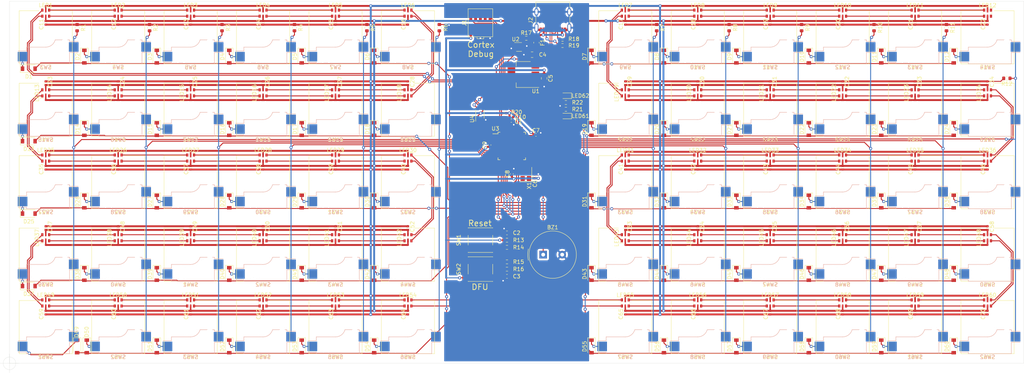
<source format=kicad_pcb>
(kicad_pcb (version 20171130) (host pcbnew "(5.1.9)-1")
  (layers (0 F.Cu signal) (31 B.Cu signal) (34 B.Paste user) (35 F.Paste user) (36 B.SilkS user) (37 F.SilkS user) (38 B.Mask user) (39 F.Mask user) (44 Edge.Cuts user))
  (net 0 "")
  (net 1 GND)
  (net 2 +5V)
  (net 3 CHIRP)
  (net 4 +3V3)
  (net 5 "Net-(D1-Pad1)")
  (net 6 "Net-(D2-Pad1)")
  (net 7 "Net-(D3-Pad1)")
  (net 8 "Net-(D4-Pad1)")
  (net 9 "Net-(D5-Pad1)")
  (net 10 "Net-(D6-Pad1)")
  (net 11 "Net-(D7-Pad1)")
  (net 12 "Net-(D8-Pad1)")
  (net 13 "Net-(D9-Pad1)")
  (net 14 "Net-(D10-Pad1)")
  (net 15 "Net-(D11-Pad1)")
  (net 16 "Net-(D12-Pad1)")
  (net 17 "Net-(D13-Pad1)")
  (net 18 "Net-(D14-Pad1)")
  (net 19 "Net-(D15-Pad1)")
  (net 20 "Net-(D16-Pad1)")
  (net 21 "Net-(D17-Pad1)")
  (net 22 "Net-(D18-Pad1)")
  (net 23 "Net-(D19-Pad1)")
  (net 24 "Net-(D20-Pad1)")
  (net 25 "Net-(D21-Pad1)")
  (net 26 "Net-(D22-Pad1)")
  (net 27 "Net-(D23-Pad1)")
  (net 28 "Net-(D24-Pad1)")
  (net 29 "Net-(D25-Pad1)")
  (net 30 "Net-(D26-Pad1)")
  (net 31 "Net-(D27-Pad1)")
  (net 32 "Net-(D28-Pad1)")
  (net 33 "Net-(D29-Pad1)")
  (net 34 "Net-(D30-Pad1)")
  (net 35 "Net-(D31-Pad1)")
  (net 36 "Net-(D32-Pad1)")
  (net 37 "Net-(D33-Pad1)")
  (net 38 "Net-(D34-Pad1)")
  (net 39 "Net-(D35-Pad1)")
  (net 40 "Net-(D36-Pad1)")
  (net 41 "Net-(D37-Pad1)")
  (net 42 "Net-(D38-Pad1)")
  (net 43 "Net-(D39-Pad1)")
  (net 44 "Net-(D40-Pad1)")
  (net 45 "Net-(D41-Pad1)")
  (net 46 "Net-(D42-Pad1)")
  (net 47 "Net-(D43-Pad1)")
  (net 48 "Net-(D44-Pad1)")
  (net 49 "Net-(D45-Pad1)")
  (net 50 "Net-(D46-Pad1)")
  (net 51 "Net-(D47-Pad1)")
  (net 52 "Net-(D48-Pad1)")
  (net 53 "Net-(D49-Pad1)")
  (net 54 "Net-(D50-Pad1)")
  (net 55 "Net-(D51-Pad1)")
  (net 56 "Net-(D52-Pad1)")
  (net 57 "Net-(D53-Pad1)")
  (net 58 "Net-(D54-Pad1)")
  (net 59 "Net-(D55-Pad1)")
  (net 60 "Net-(D56-Pad1)")
  (net 61 "Net-(D57-Pad1)")
  (net 62 "Net-(D58-Pad1)")
  (net 63 "Net-(D59-Pad1)")
  (net 64 "Net-(D60-Pad1)")
  (net 65 VBUS)
  (net 66 USB_D+)
  (net 67 USB_D-)
  (net 68 DFU)
  (net 69 Row1)
  (net 70 Row2)
  (net 71 Row3)
  (net 72 Row5)
  (net 73 Row4)
  (net 74 /1B/SDI)
  (net 75 /1B/CKI)
  (net 76 /2A/SDI)
  (net 77 /2A/CKI)
  (net 78 /3A/SDI)
  (net 79 /3A/CKI)
  (net 80 /1C/SDI)
  (net 81 /1C/CKI)
  (net 82 /1D/SDI)
  (net 83 /1D/CKI)
  (net 84 /1E/SDI)
  (net 85 /1E/CKI)
  (net 86 /1H/SDI)
  (net 87 /1H/CKI)
  (net 88 /1J/SDI)
  (net 89 /1J/CKI)
  (net 90 /1K/SDI)
  (net 91 /1K/CKI)
  (net 92 /1L/SDI)
  (net 93 /1L/CKI)
  (net 94 /1M/SDI)
  (net 95 /1M/CKI)
  (net 96 /2M/SDI)
  (net 97 /2M/CKI)
  (net 98 /3B/SDI)
  (net 99 /3B/CKI)
  (net 100 /3C/SDI)
  (net 101 /3C/CKI)
  (net 102 /3D/SDI)
  (net 103 /3D/CKI)
  (net 104 /3E/SDI)
  (net 105 /3E/CKI)
  (net 106 /3F/SDI)
  (net 107 /3F/CKI)
  (net 108 /3G/SDI)
  (net 109 /3G/CKI)
  (net 110 /3H/SDI)
  (net 111 /3H/CKI)
  (net 112 /3J/SDI)
  (net 113 /3J/CKI)
  (net 114 /3K/SDI)
  (net 115 /3K/CKI)
  (net 116 /3L/SDI)
  (net 117 /3L/CKI)
  (net 118 /3M/SDI)
  (net 119 /3M/CKI)
  (net 120 /4M/SDI)
  (net 121 /4M/CKI)
  (net 122 /5A/SDI)
  (net 123 /5A/CKI)
  (net 124 /5B/SDI)
  (net 125 /5B/CKI)
  (net 126 /5C/SDI)
  (net 127 /5C/CKI)
  (net 128 /5D/SDI)
  (net 129 /5D/CKI)
  (net 130 /5E/SDI)
  (net 131 /5E/CKI)
  (net 132 /5F/SDI)
  (net 133 /5F/CKI)
  (net 134 /5G/SDI)
  (net 135 /5G/CKI)
  (net 136 /5H/SDI)
  (net 137 /5H/CKI)
  (net 138 /5J/SDI)
  (net 139 /5J/CKI)
  (net 140 /5K/SDI)
  (net 141 /5K/CKI)
  (net 142 /5L/SDI)
  (net 143 /5L/CKI)
  (net 144 /5M/SDI)
  (net 145 /5M/CKI)
  (net 146 /2B/SDI)
  (net 147 /2C/SDI)
  (net 148 /2C/CKI)
  (net 149 /2D/SDI)
  (net 150 /2D/CKI)
  (net 151 /2E/SDI)
  (net 152 /2E/CKI)
  (net 153 /2F/SDI)
  (net 154 /2F/CKI)
  (net 155 /2G/SDI)
  (net 156 /2G/CKI)
  (net 157 /2H/SDI)
  (net 158 /2H/CKI)
  (net 159 /2J/SDI)
  (net 160 /2J/CKI)
  (net 161 /2K/SDI)
  (net 162 /2K/CKI)
  (net 163 /2L/SDI)
  (net 164 /2L/CKI)
  (net 165 /4L/SDI)
  (net 166 /4L/CKI)
  (net 167 /4K/SDI)
  (net 168 /4K/CKI)
  (net 169 /4J/SDI)
  (net 170 /4J/CKI)
  (net 171 /4H/SDI)
  (net 172 /4H/CKI)
  (net 173 /4G/SDI)
  (net 174 /4G/CKI)
  (net 175 /4F/SDI)
  (net 176 /4F/CKI)
  (net 177 /4E/SDI)
  (net 178 /4E/CKI)
  (net 179 /4D/SDI)
  (net 180 /4D/CKI)
  (net 181 /4C/SDI)
  (net 182 /4C/CKI)
  (net 183 /4B/SDI)
  (net 184 /4B/CKI)
  (net 185 /4A/SDI)
  (net 186 /4A/CKI)
  (net 187 ColA)
  (net 188 ColB)
  (net 189 ColC)
  (net 190 ColD)
  (net 191 ColE)
  (net 192 ColF)
  (net 193 ColG)
  (net 194 ColH)
  (net 195 ColJ)
  (net 196 ColK)
  (net 197 ColL)
  (net 198 ColM)
  (net 199 /2B/CKI)
  (net 200 RESET)
  (net 201 SWCLK)
  (net 202 SWDIO)
  (net 203 +5V_LED)
  (net 204 LED_ON)
  (net 205 CLK)
  (net 206 "Net-(C1-Pad1)")
  (net 207 "Net-(J1-Pad8)")
  (net 208 "Net-(J1-Pad7)")
  (net 209 "Net-(J1-Pad6)")
  (net 210 "Net-(J2-PadB5)")
  (net 211 "Net-(J2-PadA8)")
  (net 212 "Net-(J2-PadA5)")
  (net 213 "Net-(J2-PadB8)")
  (net 214 LED_SCK)
  (net 215 LED_MOSI)
  (net 216 /1F/CKI)
  (net 217 /1F/SDI)
  (net 218 /1G/CKI)
  (net 219 /1G/SDI)
  (net 220 /1M/CKO)
  (net 221 /1M/SDO)
  (net 222 "Net-(R14-Pad2)")
  (net 223 "Net-(R15-Pad2)")
  (net 224 "Net-(U3-Pad48)")
  (net 225 "Net-(U3-Pad47)")
  (net 226 "Net-(U3-Pad41)")
  (net 227 "Net-(U3-Pad38)")
  (net 228 "Net-(U3-Pad37)")
  (net 229 "Net-(U3-Pad20)")
  (net 230 "Net-(U3-Pad19)")
  (net 231 "Net-(U3-Pad8)")
  (net 232 "Net-(U3-Pad7)")
  (net 233 LED_SCK_LV)
  (net 234 LED_MOSI_LV)
  (net 235 IND1)
  (net 236 "Net-(LED61-Pad1)")
  (net 237 IND2)
  (net 238 "Net-(LED62-Pad1)")
  (module =custom-footprints:SW_GateronRGB_KailhSocket_1.00u_PCB (layer F.Cu) (at 320.04 151.13 180)
    (fp_text reference SW62 (at -2.54 -2.794) (layer F.SilkS))
    (fp_text value Keyswitch)
    (fp_text user %R (at -2.54 -2.794) (layer B.SilkS) (effects (justify mirror)))
    (pad 2 smd rect (at -9.9 2.54 180) (size 2.55 2.5) (layers B.Cu B.Paste B.Mask) (net 198 ColM))
    (pad 1 smd rect (at 3.55 0 180) (size 2.55 2.5) (layers B.Cu B.Paste B.Mask) (net 64 "Net-(D60-Pad1)"))
    (pad "" np_thru_hole circle (at 2.54 5.08 180) (size 1.7 1.7) (drill 1.7) (layers *.Cu *.Mask))
    (pad "" np_thru_hole circle (at -7.62 5.08 180) (size 1.7 1.7) (drill 1.7) (layers *.Cu *.Mask))
    (pad "" np_thru_hole circle (at -2.54 5.08 180) (size 4 4) (drill 4) (layers *.Cu *.Mask))
    (pad "" np_thru_hole circle (at -6.35 2.54 180) (size 3 3) (drill 3) (layers *.Cu *.Mask))
    (pad "" np_thru_hole circle (at 0 0 180) (size 3 3) (drill 3) (layers *.Cu *.Mask))
  )
  (module =custom-footprints:SW_GateronRGB_KailhSocket_1.00u_PCB (layer F.Cu) (at 300.99 151.13 180)
    (fp_text reference SW61 (at -2.54 -2.794) (layer F.SilkS))
    (fp_text value Keyswitch)
    (fp_text user %R (at -2.54 -2.794) (layer B.SilkS) (effects (justify mirror)))
    (pad 2 smd rect (at -9.9 2.54 180) (size 2.55 2.5) (layers B.Cu B.Paste B.Mask) (net 197 ColL))
    (pad 1 smd rect (at 3.55 0 180) (size 2.55 2.5) (layers B.Cu B.Paste B.Mask) (net 63 "Net-(D59-Pad1)"))
    (pad "" np_thru_hole circle (at 2.54 5.08 180) (size 1.7 1.7) (drill 1.7) (layers *.Cu *.Mask))
    (pad "" np_thru_hole circle (at -7.62 5.08 180) (size 1.7 1.7) (drill 1.7) (layers *.Cu *.Mask))
    (pad "" np_thru_hole circle (at -2.54 5.08 180) (size 4 4) (drill 4) (layers *.Cu *.Mask))
    (pad "" np_thru_hole circle (at -6.35 2.54 180) (size 3 3) (drill 3) (layers *.Cu *.Mask))
    (pad "" np_thru_hole circle (at 0 0 180) (size 3 3) (drill 3) (layers *.Cu *.Mask))
  )
  (module =custom-footprints:SW_GateronRGB_KailhSocket_1.00u_PCB (layer F.Cu) (at 281.94 151.13 180)
    (fp_text reference SW60 (at -2.54 -2.794) (layer F.SilkS))
    (fp_text value Keyswitch)
    (fp_text user %R (at -2.54 -2.794) (layer B.SilkS) (effects (justify mirror)))
    (pad 2 smd rect (at -9.9 2.54 180) (size 2.55 2.5) (layers B.Cu B.Paste B.Mask) (net 196 ColK))
    (pad 1 smd rect (at 3.55 0 180) (size 2.55 2.5) (layers B.Cu B.Paste B.Mask) (net 62 "Net-(D58-Pad1)"))
    (pad "" np_thru_hole circle (at 2.54 5.08 180) (size 1.7 1.7) (drill 1.7) (layers *.Cu *.Mask))
    (pad "" np_thru_hole circle (at -7.62 5.08 180) (size 1.7 1.7) (drill 1.7) (layers *.Cu *.Mask))
    (pad "" np_thru_hole circle (at -2.54 5.08 180) (size 4 4) (drill 4) (layers *.Cu *.Mask))
    (pad "" np_thru_hole circle (at -6.35 2.54 180) (size 3 3) (drill 3) (layers *.Cu *.Mask))
    (pad "" np_thru_hole circle (at 0 0 180) (size 3 3) (drill 3) (layers *.Cu *.Mask))
  )
  (module =custom-footprints:SW_GateronRGB_KailhSocket_1.00u_PCB (layer F.Cu) (at 262.89 151.13 180)
    (fp_text reference SW59 (at -2.54 -2.794) (layer F.SilkS))
    (fp_text value Keyswitch)
    (fp_text user %R (at -2.54 -2.794) (layer B.SilkS) (effects (justify mirror)))
    (pad 2 smd rect (at -9.9 2.54 180) (size 2.55 2.5) (layers B.Cu B.Paste B.Mask) (net 195 ColJ))
    (pad 1 smd rect (at 3.55 0 180) (size 2.55 2.5) (layers B.Cu B.Paste B.Mask) (net 61 "Net-(D57-Pad1)"))
    (pad "" np_thru_hole circle (at 2.54 5.08 180) (size 1.7 1.7) (drill 1.7) (layers *.Cu *.Mask))
    (pad "" np_thru_hole circle (at -7.62 5.08 180) (size 1.7 1.7) (drill 1.7) (layers *.Cu *.Mask))
    (pad "" np_thru_hole circle (at -2.54 5.08 180) (size 4 4) (drill 4) (layers *.Cu *.Mask))
    (pad "" np_thru_hole circle (at -6.35 2.54 180) (size 3 3) (drill 3) (layers *.Cu *.Mask))
    (pad "" np_thru_hole circle (at 0 0 180) (size 3 3) (drill 3) (layers *.Cu *.Mask))
  )
  (module =custom-footprints:SW_GateronRGB_KailhSocket_1.00u_PCB (layer F.Cu) (at 243.84 151.13 180)
    (fp_text reference SW58 (at -2.54 -2.794) (layer F.SilkS))
    (fp_text value Keyswitch)
    (fp_text user %R (at -2.54 -2.794) (layer B.SilkS) (effects (justify mirror)))
    (pad 2 smd rect (at -9.9 2.54 180) (size 2.55 2.5) (layers B.Cu B.Paste B.Mask) (net 194 ColH))
    (pad 1 smd rect (at 3.55 0 180) (size 2.55 2.5) (layers B.Cu B.Paste B.Mask) (net 60 "Net-(D56-Pad1)"))
    (pad "" np_thru_hole circle (at 2.54 5.08 180) (size 1.7 1.7) (drill 1.7) (layers *.Cu *.Mask))
    (pad "" np_thru_hole circle (at -7.62 5.08 180) (size 1.7 1.7) (drill 1.7) (layers *.Cu *.Mask))
    (pad "" np_thru_hole circle (at -2.54 5.08 180) (size 4 4) (drill 4) (layers *.Cu *.Mask))
    (pad "" np_thru_hole circle (at -6.35 2.54 180) (size 3 3) (drill 3) (layers *.Cu *.Mask))
    (pad "" np_thru_hole circle (at 0 0 180) (size 3 3) (drill 3) (layers *.Cu *.Mask))
  )
  (module =custom-footprints:SW_GateronRGB_KailhSocket_1.00u_PCB (layer F.Cu) (at 224.79 151.13 180)
    (fp_text reference SW57 (at -2.54 -2.794) (layer F.SilkS))
    (fp_text value Keyswitch)
    (fp_text user %R (at -2.54 -2.794) (layer B.SilkS) (effects (justify mirror)))
    (pad 2 smd rect (at -9.9 2.54 180) (size 2.55 2.5) (layers B.Cu B.Paste B.Mask) (net 193 ColG))
    (pad 1 smd rect (at 3.55 0 180) (size 2.55 2.5) (layers B.Cu B.Paste B.Mask) (net 59 "Net-(D55-Pad1)"))
    (pad "" np_thru_hole circle (at 2.54 5.08 180) (size 1.7 1.7) (drill 1.7) (layers *.Cu *.Mask))
    (pad "" np_thru_hole circle (at -7.62 5.08 180) (size 1.7 1.7) (drill 1.7) (layers *.Cu *.Mask))
    (pad "" np_thru_hole circle (at -2.54 5.08 180) (size 4 4) (drill 4) (layers *.Cu *.Mask))
    (pad "" np_thru_hole circle (at -6.35 2.54 180) (size 3 3) (drill 3) (layers *.Cu *.Mask))
    (pad "" np_thru_hole circle (at 0 0 180) (size 3 3) (drill 3) (layers *.Cu *.Mask))
  )
  (module =custom-footprints:SW_GateronRGB_KailhSocket_1.00u_PCB (layer F.Cu) (at 167.64 151.13 180)
    (fp_text reference SW56 (at -2.54 -2.794) (layer F.SilkS))
    (fp_text value Keyswitch)
    (fp_text user %R (at -2.54 -2.794) (layer B.SilkS) (effects (justify mirror)))
    (pad 2 smd rect (at -9.9 2.54 180) (size 2.55 2.5) (layers B.Cu B.Paste B.Mask) (net 192 ColF))
    (pad 1 smd rect (at 3.55 0 180) (size 2.55 2.5) (layers B.Cu B.Paste B.Mask) (net 58 "Net-(D54-Pad1)"))
    (pad "" np_thru_hole circle (at 2.54 5.08 180) (size 1.7 1.7) (drill 1.7) (layers *.Cu *.Mask))
    (pad "" np_thru_hole circle (at -7.62 5.08 180) (size 1.7 1.7) (drill 1.7) (layers *.Cu *.Mask))
    (pad "" np_thru_hole circle (at -2.54 5.08 180) (size 4 4) (drill 4) (layers *.Cu *.Mask))
    (pad "" np_thru_hole circle (at -6.35 2.54 180) (size 3 3) (drill 3) (layers *.Cu *.Mask))
    (pad "" np_thru_hole circle (at 0 0 180) (size 3 3) (drill 3) (layers *.Cu *.Mask))
  )
  (module =custom-footprints:SW_GateronRGB_KailhSocket_1.00u_PCB (layer F.Cu) (at 148.59 151.13 180)
    (fp_text reference SW55 (at -2.54 -2.794) (layer F.SilkS))
    (fp_text value Keyswitch)
    (fp_text user %R (at -2.54 -2.794) (layer B.SilkS) (effects (justify mirror)))
    (pad 2 smd rect (at -9.9 2.54 180) (size 2.55 2.5) (layers B.Cu B.Paste B.Mask) (net 191 ColE))
    (pad 1 smd rect (at 3.55 0 180) (size 2.55 2.5) (layers B.Cu B.Paste B.Mask) (net 57 "Net-(D53-Pad1)"))
    (pad "" np_thru_hole circle (at 2.54 5.08 180) (size 1.7 1.7) (drill 1.7) (layers *.Cu *.Mask))
    (pad "" np_thru_hole circle (at -7.62 5.08 180) (size 1.7 1.7) (drill 1.7) (layers *.Cu *.Mask))
    (pad "" np_thru_hole circle (at -2.54 5.08 180) (size 4 4) (drill 4) (layers *.Cu *.Mask))
    (pad "" np_thru_hole circle (at -6.35 2.54 180) (size 3 3) (drill 3) (layers *.Cu *.Mask))
    (pad "" np_thru_hole circle (at 0 0 180) (size 3 3) (drill 3) (layers *.Cu *.Mask))
  )
  (module =custom-footprints:SW_GateronRGB_KailhSocket_1.00u_PCB (layer F.Cu) (at 129.54 151.13 180)
    (fp_text reference SW54 (at -2.54 -2.794) (layer F.SilkS))
    (fp_text value Keyswitch)
    (fp_text user %R (at -2.54 -2.794) (layer B.SilkS) (effects (justify mirror)))
    (pad 2 smd rect (at -9.9 2.54 180) (size 2.55 2.5) (layers B.Cu B.Paste B.Mask) (net 190 ColD))
    (pad 1 smd rect (at 3.55 0 180) (size 2.55 2.5) (layers B.Cu B.Paste B.Mask) (net 56 "Net-(D52-Pad1)"))
    (pad "" np_thru_hole circle (at 2.54 5.08 180) (size 1.7 1.7) (drill 1.7) (layers *.Cu *.Mask))
    (pad "" np_thru_hole circle (at -7.62 5.08 180) (size 1.7 1.7) (drill 1.7) (layers *.Cu *.Mask))
    (pad "" np_thru_hole circle (at -2.54 5.08 180) (size 4 4) (drill 4) (layers *.Cu *.Mask))
    (pad "" np_thru_hole circle (at -6.35 2.54 180) (size 3 3) (drill 3) (layers *.Cu *.Mask))
    (pad "" np_thru_hole circle (at 0 0 180) (size 3 3) (drill 3) (layers *.Cu *.Mask))
  )
  (module =custom-footprints:SW_GateronRGB_KailhSocket_1.00u_PCB (layer F.Cu) (at 110.49 151.13 180)
    (fp_text reference SW53 (at -2.54 -2.794) (layer F.SilkS))
    (fp_text value Keyswitch)
    (fp_text user %R (at -2.54 -2.794) (layer B.SilkS) (effects (justify mirror)))
    (pad 2 smd rect (at -9.9 2.54 180) (size 2.55 2.5) (layers B.Cu B.Paste B.Mask) (net 189 ColC))
    (pad 1 smd rect (at 3.55 0 180) (size 2.55 2.5) (layers B.Cu B.Paste B.Mask) (net 55 "Net-(D51-Pad1)"))
    (pad "" np_thru_hole circle (at 2.54 5.08 180) (size 1.7 1.7) (drill 1.7) (layers *.Cu *.Mask))
    (pad "" np_thru_hole circle (at -7.62 5.08 180) (size 1.7 1.7) (drill 1.7) (layers *.Cu *.Mask))
    (pad "" np_thru_hole circle (at -2.54 5.08 180) (size 4 4) (drill 4) (layers *.Cu *.Mask))
    (pad "" np_thru_hole circle (at -6.35 2.54 180) (size 3 3) (drill 3) (layers *.Cu *.Mask))
    (pad "" np_thru_hole circle (at 0 0 180) (size 3 3) (drill 3) (layers *.Cu *.Mask))
  )
  (module =custom-footprints:SW_GateronRGB_KailhSocket_1.00u_PCB (layer F.Cu) (at 91.44 151.13 180)
    (fp_text reference SW52 (at -2.54 -2.794) (layer F.SilkS))
    (fp_text value Keyswitch)
    (fp_text user %R (at -2.54 -2.794) (layer B.SilkS) (effects (justify mirror)))
    (pad 2 smd rect (at -9.9 2.54 180) (size 2.55 2.5) (layers B.Cu B.Paste B.Mask) (net 188 ColB))
    (pad 1 smd rect (at 3.55 0 180) (size 2.55 2.5) (layers B.Cu B.Paste B.Mask) (net 54 "Net-(D50-Pad1)"))
    (pad "" np_thru_hole circle (at 2.54 5.08 180) (size 1.7 1.7) (drill 1.7) (layers *.Cu *.Mask))
    (pad "" np_thru_hole circle (at -7.62 5.08 180) (size 1.7 1.7) (drill 1.7) (layers *.Cu *.Mask))
    (pad "" np_thru_hole circle (at -2.54 5.08 180) (size 4 4) (drill 4) (layers *.Cu *.Mask))
    (pad "" np_thru_hole circle (at -6.35 2.54 180) (size 3 3) (drill 3) (layers *.Cu *.Mask))
    (pad "" np_thru_hole circle (at 0 0 180) (size 3 3) (drill 3) (layers *.Cu *.Mask))
  )
  (module =custom-footprints:SW_GateronRGB_KailhSocket_1.00u_PCB (layer F.Cu) (at 72.39 151.13 180)
    (fp_text reference SW51 (at -2.54 -2.794) (layer F.SilkS))
    (fp_text value Keyswitch)
    (fp_text user %R (at -2.54 -2.794) (layer B.SilkS) (effects (justify mirror)))
    (pad 2 smd rect (at -9.9 2.54 180) (size 2.55 2.5) (layers B.Cu B.Paste B.Mask) (net 187 ColA))
    (pad 1 smd rect (at 3.55 0 180) (size 2.55 2.5) (layers B.Cu B.Paste B.Mask) (net 53 "Net-(D49-Pad1)"))
    (pad "" np_thru_hole circle (at 2.54 5.08 180) (size 1.7 1.7) (drill 1.7) (layers *.Cu *.Mask))
    (pad "" np_thru_hole circle (at -7.62 5.08 180) (size 1.7 1.7) (drill 1.7) (layers *.Cu *.Mask))
    (pad "" np_thru_hole circle (at -2.54 5.08 180) (size 4 4) (drill 4) (layers *.Cu *.Mask))
    (pad "" np_thru_hole circle (at -6.35 2.54 180) (size 3 3) (drill 3) (layers *.Cu *.Mask))
    (pad "" np_thru_hole circle (at 0 0 180) (size 3 3) (drill 3) (layers *.Cu *.Mask))
  )
  (module =custom-footprints:SW_GateronRGB_KailhSocket_1.00u_PCB (layer F.Cu) (at 320.04 132.08 180)
    (fp_text reference SW50 (at -2.54 -2.794) (layer F.SilkS))
    (fp_text value Keyswitch)
    (fp_text user %R (at -2.54 -2.794) (layer B.SilkS) (effects (justify mirror)))
    (pad 2 smd rect (at -9.9 2.54 180) (size 2.55 2.5) (layers B.Cu B.Paste B.Mask) (net 198 ColM))
    (pad 1 smd rect (at 3.55 0 180) (size 2.55 2.5) (layers B.Cu B.Paste B.Mask) (net 52 "Net-(D48-Pad1)"))
    (pad "" np_thru_hole circle (at 2.54 5.08 180) (size 1.7 1.7) (drill 1.7) (layers *.Cu *.Mask))
    (pad "" np_thru_hole circle (at -7.62 5.08 180) (size 1.7 1.7) (drill 1.7) (layers *.Cu *.Mask))
    (pad "" np_thru_hole circle (at -2.54 5.08 180) (size 4 4) (drill 4) (layers *.Cu *.Mask))
    (pad "" np_thru_hole circle (at -6.35 2.54 180) (size 3 3) (drill 3) (layers *.Cu *.Mask))
    (pad "" np_thru_hole circle (at 0 0 180) (size 3 3) (drill 3) (layers *.Cu *.Mask))
  )
  (module =custom-footprints:SW_GateronRGB_KailhSocket_1.00u_PCB (layer F.Cu) (at 300.99 132.08 180)
    (fp_text reference SW49 (at -2.54 -2.794) (layer F.SilkS))
    (fp_text value Keyswitch)
    (fp_text user %R (at -2.54 -2.794) (layer B.SilkS) (effects (justify mirror)))
    (pad 2 smd rect (at -9.9 2.54 180) (size 2.55 2.5) (layers B.Cu B.Paste B.Mask) (net 197 ColL))
    (pad 1 smd rect (at 3.55 0 180) (size 2.55 2.5) (layers B.Cu B.Paste B.Mask) (net 51 "Net-(D47-Pad1)"))
    (pad "" np_thru_hole circle (at 2.54 5.08 180) (size 1.7 1.7) (drill 1.7) (layers *.Cu *.Mask))
    (pad "" np_thru_hole circle (at -7.62 5.08 180) (size 1.7 1.7) (drill 1.7) (layers *.Cu *.Mask))
    (pad "" np_thru_hole circle (at -2.54 5.08 180) (size 4 4) (drill 4) (layers *.Cu *.Mask))
    (pad "" np_thru_hole circle (at -6.35 2.54 180) (size 3 3) (drill 3) (layers *.Cu *.Mask))
    (pad "" np_thru_hole circle (at 0 0 180) (size 3 3) (drill 3) (layers *.Cu *.Mask))
  )
  (module =custom-footprints:SW_GateronRGB_KailhSocket_1.00u_PCB (layer F.Cu) (at 281.94 132.08 180)
    (fp_text reference SW48 (at -2.54 -2.794) (layer F.SilkS))
    (fp_text value Keyswitch)
    (fp_text user %R (at -2.54 -2.794) (layer B.SilkS) (effects (justify mirror)))
    (pad 2 smd rect (at -9.9 2.54 180) (size 2.55 2.5) (layers B.Cu B.Paste B.Mask) (net 196 ColK))
    (pad 1 smd rect (at 3.55 0 180) (size 2.55 2.5) (layers B.Cu B.Paste B.Mask) (net 50 "Net-(D46-Pad1)"))
    (pad "" np_thru_hole circle (at 2.54 5.08 180) (size 1.7 1.7) (drill 1.7) (layers *.Cu *.Mask))
    (pad "" np_thru_hole circle (at -7.62 5.08 180) (size 1.7 1.7) (drill 1.7) (layers *.Cu *.Mask))
    (pad "" np_thru_hole circle (at -2.54 5.08 180) (size 4 4) (drill 4) (layers *.Cu *.Mask))
    (pad "" np_thru_hole circle (at -6.35 2.54 180) (size 3 3) (drill 3) (layers *.Cu *.Mask))
    (pad "" np_thru_hole circle (at 0 0 180) (size 3 3) (drill 3) (layers *.Cu *.Mask))
  )
  (module =custom-footprints:SW_GateronRGB_KailhSocket_1.00u_PCB (layer F.Cu) (at 262.89 132.08 180)
    (fp_text reference SW47 (at -2.54 -2.794) (layer F.SilkS))
    (fp_text value Keyswitch)
    (fp_text user %R (at -2.54 -2.794) (layer B.SilkS) (effects (justify mirror)))
    (pad 2 smd rect (at -9.9 2.54 180) (size 2.55 2.5) (layers B.Cu B.Paste B.Mask) (net 195 ColJ))
    (pad 1 smd rect (at 3.55 0 180) (size 2.55 2.5) (layers B.Cu B.Paste B.Mask) (net 49 "Net-(D45-Pad1)"))
    (pad "" np_thru_hole circle (at 2.54 5.08 180) (size 1.7 1.7) (drill 1.7) (layers *.Cu *.Mask))
    (pad "" np_thru_hole circle (at -7.62 5.08 180) (size 1.7 1.7) (drill 1.7) (layers *.Cu *.Mask))
    (pad "" np_thru_hole circle (at -2.54 5.08 180) (size 4 4) (drill 4) (layers *.Cu *.Mask))
    (pad "" np_thru_hole circle (at -6.35 2.54 180) (size 3 3) (drill 3) (layers *.Cu *.Mask))
    (pad "" np_thru_hole circle (at 0 0 180) (size 3 3) (drill 3) (layers *.Cu *.Mask))
  )
  (module =custom-footprints:SW_GateronRGB_KailhSocket_1.00u_PCB (layer F.Cu) (at 243.84 132.08 180)
    (fp_text reference SW46 (at -2.54 -2.794) (layer F.SilkS))
    (fp_text value Keyswitch)
    (fp_text user %R (at -2.54 -2.794) (layer B.SilkS) (effects (justify mirror)))
    (pad 2 smd rect (at -9.9 2.54 180) (size 2.55 2.5) (layers B.Cu B.Paste B.Mask) (net 194 ColH))
    (pad 1 smd rect (at 3.55 0 180) (size 2.55 2.5) (layers B.Cu B.Paste B.Mask) (net 48 "Net-(D44-Pad1)"))
    (pad "" np_thru_hole circle (at 2.54 5.08 180) (size 1.7 1.7) (drill 1.7) (layers *.Cu *.Mask))
    (pad "" np_thru_hole circle (at -7.62 5.08 180) (size 1.7 1.7) (drill 1.7) (layers *.Cu *.Mask))
    (pad "" np_thru_hole circle (at -2.54 5.08 180) (size 4 4) (drill 4) (layers *.Cu *.Mask))
    (pad "" np_thru_hole circle (at -6.35 2.54 180) (size 3 3) (drill 3) (layers *.Cu *.Mask))
    (pad "" np_thru_hole circle (at 0 0 180) (size 3 3) (drill 3) (layers *.Cu *.Mask))
  )
  (module =custom-footprints:SW_GateronRGB_KailhSocket_1.00u_PCB (layer F.Cu) (at 224.79 132.08 180)
    (fp_text reference SW45 (at -2.54 -2.794) (layer F.SilkS))
    (fp_text value Keyswitch)
    (fp_text user %R (at -2.54 -2.794) (layer B.SilkS) (effects (justify mirror)))
    (pad 2 smd rect (at -9.9 2.54 180) (size 2.55 2.5) (layers B.Cu B.Paste B.Mask) (net 193 ColG))
    (pad 1 smd rect (at 3.55 0 180) (size 2.55 2.5) (layers B.Cu B.Paste B.Mask) (net 47 "Net-(D43-Pad1)"))
    (pad "" np_thru_hole circle (at 2.54 5.08 180) (size 1.7 1.7) (drill 1.7) (layers *.Cu *.Mask))
    (pad "" np_thru_hole circle (at -7.62 5.08 180) (size 1.7 1.7) (drill 1.7) (layers *.Cu *.Mask))
    (pad "" np_thru_hole circle (at -2.54 5.08 180) (size 4 4) (drill 4) (layers *.Cu *.Mask))
    (pad "" np_thru_hole circle (at -6.35 2.54 180) (size 3 3) (drill 3) (layers *.Cu *.Mask))
    (pad "" np_thru_hole circle (at 0 0 180) (size 3 3) (drill 3) (layers *.Cu *.Mask))
  )
  (module =custom-footprints:SW_GateronRGB_KailhSocket_1.00u_PCB (layer F.Cu) (at 167.64 132.08 180)
    (fp_text reference SW44 (at -2.54 -2.794) (layer F.SilkS))
    (fp_text value Keyswitch)
    (fp_text user %R (at -2.54 -2.794) (layer B.SilkS) (effects (justify mirror)))
    (pad 2 smd rect (at -9.9 2.54 180) (size 2.55 2.5) (layers B.Cu B.Paste B.Mask) (net 192 ColF))
    (pad 1 smd rect (at 3.55 0 180) (size 2.55 2.5) (layers B.Cu B.Paste B.Mask) (net 46 "Net-(D42-Pad1)"))
    (pad "" np_thru_hole circle (at 2.54 5.08 180) (size 1.7 1.7) (drill 1.7) (layers *.Cu *.Mask))
    (pad "" np_thru_hole circle (at -7.62 5.08 180) (size 1.7 1.7) (drill 1.7) (layers *.Cu *.Mask))
    (pad "" np_thru_hole circle (at -2.54 5.08 180) (size 4 4) (drill 4) (layers *.Cu *.Mask))
    (pad "" np_thru_hole circle (at -6.35 2.54 180) (size 3 3) (drill 3) (layers *.Cu *.Mask))
    (pad "" np_thru_hole circle (at 0 0 180) (size 3 3) (drill 3) (layers *.Cu *.Mask))
  )
  (module =custom-footprints:SW_GateronRGB_KailhSocket_1.00u_PCB (layer F.Cu) (at 148.59 132.08 180)
    (fp_text reference SW43 (at -2.54 -2.794) (layer F.SilkS))
    (fp_text value Keyswitch)
    (fp_text user %R (at -2.54 -2.794) (layer B.SilkS) (effects (justify mirror)))
    (pad 2 smd rect (at -9.9 2.54 180) (size 2.55 2.5) (layers B.Cu B.Paste B.Mask) (net 191 ColE))
    (pad 1 smd rect (at 3.55 0 180) (size 2.55 2.5) (layers B.Cu B.Paste B.Mask) (net 45 "Net-(D41-Pad1)"))
    (pad "" np_thru_hole circle (at 2.54 5.08 180) (size 1.7 1.7) (drill 1.7) (layers *.Cu *.Mask))
    (pad "" np_thru_hole circle (at -7.62 5.08 180) (size 1.7 1.7) (drill 1.7) (layers *.Cu *.Mask))
    (pad "" np_thru_hole circle (at -2.54 5.08 180) (size 4 4) (drill 4) (layers *.Cu *.Mask))
    (pad "" np_thru_hole circle (at -6.35 2.54 180) (size 3 3) (drill 3) (layers *.Cu *.Mask))
    (pad "" np_thru_hole circle (at 0 0 180) (size 3 3) (drill 3) (layers *.Cu *.Mask))
  )
  (module =custom-footprints:SW_GateronRGB_KailhSocket_1.00u_PCB (layer F.Cu) (at 129.54 132.08 180)
    (fp_text reference SW42 (at -2.54 -2.794) (layer F.SilkS))
    (fp_text value Keyswitch)
    (fp_text user %R (at -2.54 -2.794) (layer B.SilkS) (effects (justify mirror)))
    (pad 2 smd rect (at -9.9 2.54 180) (size 2.55 2.5) (layers B.Cu B.Paste B.Mask) (net 190 ColD))
    (pad 1 smd rect (at 3.55 0 180) (size 2.55 2.5) (layers B.Cu B.Paste B.Mask) (net 44 "Net-(D40-Pad1)"))
    (pad "" np_thru_hole circle (at 2.54 5.08 180) (size 1.7 1.7) (drill 1.7) (layers *.Cu *.Mask))
    (pad "" np_thru_hole circle (at -7.62 5.08 180) (size 1.7 1.7) (drill 1.7) (layers *.Cu *.Mask))
    (pad "" np_thru_hole circle (at -2.54 5.08 180) (size 4 4) (drill 4) (layers *.Cu *.Mask))
    (pad "" np_thru_hole circle (at -6.35 2.54 180) (size 3 3) (drill 3) (layers *.Cu *.Mask))
    (pad "" np_thru_hole circle (at 0 0 180) (size 3 3) (drill 3) (layers *.Cu *.Mask))
  )
  (module =custom-footprints:SW_GateronRGB_KailhSocket_1.00u_PCB (layer F.Cu) (at 110.49 132.08 180)
    (fp_text reference SW41 (at -2.54 -2.794) (layer F.SilkS))
    (fp_text value Keyswitch)
    (fp_text user %R (at -2.54 -2.794) (layer B.SilkS) (effects (justify mirror)))
    (pad 2 smd rect (at -9.9 2.54 180) (size 2.55 2.5) (layers B.Cu B.Paste B.Mask) (net 189 ColC))
    (pad 1 smd rect (at 3.55 0 180) (size 2.55 2.5) (layers B.Cu B.Paste B.Mask) (net 43 "Net-(D39-Pad1)"))
    (pad "" np_thru_hole circle (at 2.54 5.08 180) (size 1.7 1.7) (drill 1.7) (layers *.Cu *.Mask))
    (pad "" np_thru_hole circle (at -7.62 5.08 180) (size 1.7 1.7) (drill 1.7) (layers *.Cu *.Mask))
    (pad "" np_thru_hole circle (at -2.54 5.08 180) (size 4 4) (drill 4) (layers *.Cu *.Mask))
    (pad "" np_thru_hole circle (at -6.35 2.54 180) (size 3 3) (drill 3) (layers *.Cu *.Mask))
    (pad "" np_thru_hole circle (at 0 0 180) (size 3 3) (drill 3) (layers *.Cu *.Mask))
  )
  (module =custom-footprints:SW_GateronRGB_KailhSocket_1.00u_PCB (layer F.Cu) (at 91.44 132.08 180)
    (fp_text reference SW40 (at -2.54 -2.794) (layer F.SilkS))
    (fp_text value Keyswitch)
    (fp_text user %R (at -2.54 -2.794) (layer B.SilkS) (effects (justify mirror)))
    (pad 2 smd rect (at -9.9 2.54 180) (size 2.55 2.5) (layers B.Cu B.Paste B.Mask) (net 188 ColB))
    (pad 1 smd rect (at 3.55 0 180) (size 2.55 2.5) (layers B.Cu B.Paste B.Mask) (net 42 "Net-(D38-Pad1)"))
    (pad "" np_thru_hole circle (at 2.54 5.08 180) (size 1.7 1.7) (drill 1.7) (layers *.Cu *.Mask))
    (pad "" np_thru_hole circle (at -7.62 5.08 180) (size 1.7 1.7) (drill 1.7) (layers *.Cu *.Mask))
    (pad "" np_thru_hole circle (at -2.54 5.08 180) (size 4 4) (drill 4) (layers *.Cu *.Mask))
    (pad "" np_thru_hole circle (at -6.35 2.54 180) (size 3 3) (drill 3) (layers *.Cu *.Mask))
    (pad "" np_thru_hole circle (at 0 0 180) (size 3 3) (drill 3) (layers *.Cu *.Mask))
  )
  (module =custom-footprints:SW_GateronRGB_KailhSocket_1.00u_PCB (layer F.Cu) (at 72.39 132.08 180)
    (fp_text reference SW39 (at -2.54 -2.794) (layer F.SilkS))
    (fp_text value Keyswitch)
    (fp_text user %R (at -2.54 -2.794) (layer B.SilkS) (effects (justify mirror)))
    (pad 2 smd rect (at -9.9 2.54 180) (size 2.55 2.5) (layers B.Cu B.Paste B.Mask) (net 187 ColA))
    (pad 1 smd rect (at 3.55 0 180) (size 2.55 2.5) (layers B.Cu B.Paste B.Mask) (net 41 "Net-(D37-Pad1)"))
    (pad "" np_thru_hole circle (at 2.54 5.08 180) (size 1.7 1.7) (drill 1.7) (layers *.Cu *.Mask))
    (pad "" np_thru_hole circle (at -7.62 5.08 180) (size 1.7 1.7) (drill 1.7) (layers *.Cu *.Mask))
    (pad "" np_thru_hole circle (at -2.54 5.08 180) (size 4 4) (drill 4) (layers *.Cu *.Mask))
    (pad "" np_thru_hole circle (at -6.35 2.54 180) (size 3 3) (drill 3) (layers *.Cu *.Mask))
    (pad "" np_thru_hole circle (at 0 0 180) (size 3 3) (drill 3) (layers *.Cu *.Mask))
  )
  (module =custom-footprints:SW_GateronRGB_KailhSocket_1.00u_PCB (layer F.Cu) (at 320.04 113.03 180)
    (fp_text reference SW38 (at -2.54 -2.794) (layer F.SilkS))
    (fp_text value Keyswitch)
    (fp_text user %R (at -2.54 -2.794) (layer B.SilkS) (effects (justify mirror)))
    (pad 2 smd rect (at -9.9 2.54 180) (size 2.55 2.5) (layers B.Cu B.Paste B.Mask) (net 198 ColM))
    (pad 1 smd rect (at 3.55 0 180) (size 2.55 2.5) (layers B.Cu B.Paste B.Mask) (net 40 "Net-(D36-Pad1)"))
    (pad "" np_thru_hole circle (at 2.54 5.08 180) (size 1.7 1.7) (drill 1.7) (layers *.Cu *.Mask))
    (pad "" np_thru_hole circle (at -7.62 5.08 180) (size 1.7 1.7) (drill 1.7) (layers *.Cu *.Mask))
    (pad "" np_thru_hole circle (at -2.54 5.08 180) (size 4 4) (drill 4) (layers *.Cu *.Mask))
    (pad "" np_thru_hole circle (at -6.35 2.54 180) (size 3 3) (drill 3) (layers *.Cu *.Mask))
    (pad "" np_thru_hole circle (at 0 0 180) (size 3 3) (drill 3) (layers *.Cu *.Mask))
  )
  (module =custom-footprints:SW_GateronRGB_KailhSocket_1.00u_PCB (layer F.Cu) (at 300.99 113.03 180)
    (fp_text reference SW37 (at -2.54 -2.794) (layer F.SilkS))
    (fp_text value Keyswitch)
    (fp_text user %R (at -2.54 -2.794) (layer B.SilkS) (effects (justify mirror)))
    (pad 2 smd rect (at -9.9 2.54 180) (size 2.55 2.5) (layers B.Cu B.Paste B.Mask) (net 197 ColL))
    (pad 1 smd rect (at 3.55 0 180) (size 2.55 2.5) (layers B.Cu B.Paste B.Mask) (net 39 "Net-(D35-Pad1)"))
    (pad "" np_thru_hole circle (at 2.54 5.08 180) (size 1.7 1.7) (drill 1.7) (layers *.Cu *.Mask))
    (pad "" np_thru_hole circle (at -7.62 5.08 180) (size 1.7 1.7) (drill 1.7) (layers *.Cu *.Mask))
    (pad "" np_thru_hole circle (at -2.54 5.08 180) (size 4 4) (drill 4) (layers *.Cu *.Mask))
    (pad "" np_thru_hole circle (at -6.35 2.54 180) (size 3 3) (drill 3) (layers *.Cu *.Mask))
    (pad "" np_thru_hole circle (at 0 0 180) (size 3 3) (drill 3) (layers *.Cu *.Mask))
  )
  (module =custom-footprints:SW_GateronRGB_KailhSocket_1.00u_PCB (layer F.Cu) (at 281.94 113.03 180)
    (fp_text reference SW36 (at -2.54 -2.794) (layer F.SilkS))
    (fp_text value Keyswitch)
    (fp_text user %R (at -2.54 -2.794) (layer B.SilkS) (effects (justify mirror)))
    (pad 2 smd rect (at -9.9 2.54 180) (size 2.55 2.5) (layers B.Cu B.Paste B.Mask) (net 196 ColK))
    (pad 1 smd rect (at 3.55 0 180) (size 2.55 2.5) (layers B.Cu B.Paste B.Mask) (net 38 "Net-(D34-Pad1)"))
    (pad "" np_thru_hole circle (at 2.54 5.08 180) (size 1.7 1.7) (drill 1.7) (layers *.Cu *.Mask))
    (pad "" np_thru_hole circle (at -7.62 5.08 180) (size 1.7 1.7) (drill 1.7) (layers *.Cu *.Mask))
    (pad "" np_thru_hole circle (at -2.54 5.08 180) (size 4 4) (drill 4) (layers *.Cu *.Mask))
    (pad "" np_thru_hole circle (at -6.35 2.54 180) (size 3 3) (drill 3) (layers *.Cu *.Mask))
    (pad "" np_thru_hole circle (at 0 0 180) (size 3 3) (drill 3) (layers *.Cu *.Mask))
  )
  (module =custom-footprints:SW_GateronRGB_KailhSocket_1.00u_PCB (layer F.Cu) (at 262.89 113.03 180)
    (fp_text reference SW35 (at -2.54 -2.794) (layer F.SilkS))
    (fp_text value Keyswitch)
    (fp_text user %R (at -2.54 -2.794) (layer B.SilkS) (effects (justify mirror)))
    (pad 2 smd rect (at -9.9 2.54 180) (size 2.55 2.5) (layers B.Cu B.Paste B.Mask) (net 195 ColJ))
    (pad 1 smd rect (at 3.55 0 180) (size 2.55 2.5) (layers B.Cu B.Paste B.Mask) (net 37 "Net-(D33-Pad1)"))
    (pad "" np_thru_hole circle (at 2.54 5.08 180) (size 1.7 1.7) (drill 1.7) (layers *.Cu *.Mask))
    (pad "" np_thru_hole circle (at -7.62 5.08 180) (size 1.7 1.7) (drill 1.7) (layers *.Cu *.Mask))
    (pad "" np_thru_hole circle (at -2.54 5.08 180) (size 4 4) (drill 4) (layers *.Cu *.Mask))
    (pad "" np_thru_hole circle (at -6.35 2.54 180) (size 3 3) (drill 3) (layers *.Cu *.Mask))
    (pad "" np_thru_hole circle (at 0 0 180) (size 3 3) (drill 3) (layers *.Cu *.Mask))
  )
  (module =custom-footprints:SW_GateronRGB_KailhSocket_1.00u_PCB (layer F.Cu) (at 243.84 113.03 180)
    (fp_text reference SW34 (at -2.54 -2.794) (layer F.SilkS))
    (fp_text value Keyswitch)
    (fp_text user %R (at -2.54 -2.794) (layer B.SilkS) (effects (justify mirror)))
    (pad 2 smd rect (at -9.9 2.54 180) (size 2.55 2.5) (layers B.Cu B.Paste B.Mask) (net 194 ColH))
    (pad 1 smd rect (at 3.55 0 180) (size 2.55 2.5) (layers B.Cu B.Paste B.Mask) (net 36 "Net-(D32-Pad1)"))
    (pad "" np_thru_hole circle (at 2.54 5.08 180) (size 1.7 1.7) (drill 1.7) (layers *.Cu *.Mask))
    (pad "" np_thru_hole circle (at -7.62 5.08 180) (size 1.7 1.7) (drill 1.7) (layers *.Cu *.Mask))
    (pad "" np_thru_hole circle (at -2.54 5.08 180) (size 4 4) (drill 4) (layers *.Cu *.Mask))
    (pad "" np_thru_hole circle (at -6.35 2.54 180) (size 3 3) (drill 3) (layers *.Cu *.Mask))
    (pad "" np_thru_hole circle (at 0 0 180) (size 3 3) (drill 3) (layers *.Cu *.Mask))
  )
  (module =custom-footprints:SW_GateronRGB_KailhSocket_1.00u_PCB (layer F.Cu) (at 224.79 113.03 180)
    (fp_text reference SW33 (at -2.54 -2.794) (layer F.SilkS))
    (fp_text value Keyswitch)
    (fp_text user %R (at -2.54 -2.794) (layer B.SilkS) (effects (justify mirror)))
    (pad 2 smd rect (at -9.9 2.54 180) (size 2.55 2.5) (layers B.Cu B.Paste B.Mask) (net 193 ColG))
    (pad 1 smd rect (at 3.55 0 180) (size 2.55 2.5) (layers B.Cu B.Paste B.Mask) (net 35 "Net-(D31-Pad1)"))
    (pad "" np_thru_hole circle (at 2.54 5.08 180) (size 1.7 1.7) (drill 1.7) (layers *.Cu *.Mask))
    (pad "" np_thru_hole circle (at -7.62 5.08 180) (size 1.7 1.7) (drill 1.7) (layers *.Cu *.Mask))
    (pad "" np_thru_hole circle (at -2.54 5.08 180) (size 4 4) (drill 4) (layers *.Cu *.Mask))
    (pad "" np_thru_hole circle (at -6.35 2.54 180) (size 3 3) (drill 3) (layers *.Cu *.Mask))
    (pad "" np_thru_hole circle (at 0 0 180) (size 3 3) (drill 3) (layers *.Cu *.Mask))
  )
  (module =custom-footprints:SW_GateronRGB_KailhSocket_1.00u_PCB (layer F.Cu) (at 167.64 113.03 180)
    (fp_text reference SW32 (at -2.54 -2.794) (layer F.SilkS))
    (fp_text value Keyswitch)
    (fp_text user %R (at -2.54 -2.794) (layer B.SilkS) (effects (justify mirror)))
    (pad 2 smd rect (at -9.9 2.54 180) (size 2.55 2.5) (layers B.Cu B.Paste B.Mask) (net 192 ColF))
    (pad 1 smd rect (at 3.55 0 180) (size 2.55 2.5) (layers B.Cu B.Paste B.Mask) (net 34 "Net-(D30-Pad1)"))
    (pad "" np_thru_hole circle (at 2.54 5.08 180) (size 1.7 1.7) (drill 1.7) (layers *.Cu *.Mask))
    (pad "" np_thru_hole circle (at -7.62 5.08 180) (size 1.7 1.7) (drill 1.7) (layers *.Cu *.Mask))
    (pad "" np_thru_hole circle (at -2.54 5.08 180) (size 4 4) (drill 4) (layers *.Cu *.Mask))
    (pad "" np_thru_hole circle (at -6.35 2.54 180) (size 3 3) (drill 3) (layers *.Cu *.Mask))
    (pad "" np_thru_hole circle (at 0 0 180) (size 3 3) (drill 3) (layers *.Cu *.Mask))
  )
  (module =custom-footprints:SW_GateronRGB_KailhSocket_1.00u_PCB (layer F.Cu) (at 148.59 113.03 180)
    (fp_text reference SW31 (at -2.54 -2.794) (layer F.SilkS))
    (fp_text value Keyswitch)
    (fp_text user %R (at -2.54 -2.794) (layer B.SilkS) (effects (justify mirror)))
    (pad 2 smd rect (at -9.9 2.54 180) (size 2.55 2.5) (layers B.Cu B.Paste B.Mask) (net 191 ColE))
    (pad 1 smd rect (at 3.55 0 180) (size 2.55 2.5) (layers B.Cu B.Paste B.Mask) (net 33 "Net-(D29-Pad1)"))
    (pad "" np_thru_hole circle (at 2.54 5.08 180) (size 1.7 1.7) (drill 1.7) (layers *.Cu *.Mask))
    (pad "" np_thru_hole circle (at -7.62 5.08 180) (size 1.7 1.7) (drill 1.7) (layers *.Cu *.Mask))
    (pad "" np_thru_hole circle (at -2.54 5.08 180) (size 4 4) (drill 4) (layers *.Cu *.Mask))
    (pad "" np_thru_hole circle (at -6.35 2.54 180) (size 3 3) (drill 3) (layers *.Cu *.Mask))
    (pad "" np_thru_hole circle (at 0 0 180) (size 3 3) (drill 3) (layers *.Cu *.Mask))
  )
  (module =custom-footprints:SW_GateronRGB_KailhSocket_1.00u_PCB (layer F.Cu) (at 129.54 113.03 180)
    (fp_text reference SW30 (at -2.54 -2.794) (layer F.SilkS))
    (fp_text value Keyswitch)
    (fp_text user %R (at -2.54 -2.794) (layer B.SilkS) (effects (justify mirror)))
    (pad 2 smd rect (at -9.9 2.54 180) (size 2.55 2.5) (layers B.Cu B.Paste B.Mask) (net 190 ColD))
    (pad 1 smd rect (at 3.55 0 180) (size 2.55 2.5) (layers B.Cu B.Paste B.Mask) (net 32 "Net-(D28-Pad1)"))
    (pad "" np_thru_hole circle (at 2.54 5.08 180) (size 1.7 1.7) (drill 1.7) (layers *.Cu *.Mask))
    (pad "" np_thru_hole circle (at -7.62 5.08 180) (size 1.7 1.7) (drill 1.7) (layers *.Cu *.Mask))
    (pad "" np_thru_hole circle (at -2.54 5.08 180) (size 4 4) (drill 4) (layers *.Cu *.Mask))
    (pad "" np_thru_hole circle (at -6.35 2.54 180) (size 3 3) (drill 3) (layers *.Cu *.Mask))
    (pad "" np_thru_hole circle (at 0 0 180) (size 3 3) (drill 3) (layers *.Cu *.Mask))
  )
  (module =custom-footprints:SW_GateronRGB_KailhSocket_1.00u_PCB (layer F.Cu) (at 110.49 113.03 180)
    (fp_text reference SW29 (at -2.54 -2.794) (layer F.SilkS))
    (fp_text value Keyswitch)
    (fp_text user %R (at -2.54 -2.794) (layer B.SilkS) (effects (justify mirror)))
    (pad 2 smd rect (at -9.9 2.54 180) (size 2.55 2.5) (layers B.Cu B.Paste B.Mask) (net 189 ColC))
    (pad 1 smd rect (at 3.55 0 180) (size 2.55 2.5) (layers B.Cu B.Paste B.Mask) (net 31 "Net-(D27-Pad1)"))
    (pad "" np_thru_hole circle (at 2.54 5.08 180) (size 1.7 1.7) (drill 1.7) (layers *.Cu *.Mask))
    (pad "" np_thru_hole circle (at -7.62 5.08 180) (size 1.7 1.7) (drill 1.7) (layers *.Cu *.Mask))
    (pad "" np_thru_hole circle (at -2.54 5.08 180) (size 4 4) (drill 4) (layers *.Cu *.Mask))
    (pad "" np_thru_hole circle (at -6.35 2.54 180) (size 3 3) (drill 3) (layers *.Cu *.Mask))
    (pad "" np_thru_hole circle (at 0 0 180) (size 3 3) (drill 3) (layers *.Cu *.Mask))
  )
  (module =custom-footprints:SW_GateronRGB_KailhSocket_1.00u_PCB (layer F.Cu) (at 91.44 113.03 180)
    (fp_text reference SW28 (at -2.54 -2.794) (layer F.SilkS))
    (fp_text value Keyswitch)
    (fp_text user %R (at -2.54 -2.794) (layer B.SilkS) (effects (justify mirror)))
    (pad 2 smd rect (at -9.9 2.54 180) (size 2.55 2.5) (layers B.Cu B.Paste B.Mask) (net 188 ColB))
    (pad 1 smd rect (at 3.55 0 180) (size 2.55 2.5) (layers B.Cu B.Paste B.Mask) (net 30 "Net-(D26-Pad1)"))
    (pad "" np_thru_hole circle (at 2.54 5.08 180) (size 1.7 1.7) (drill 1.7) (layers *.Cu *.Mask))
    (pad "" np_thru_hole circle (at -7.62 5.08 180) (size 1.7 1.7) (drill 1.7) (layers *.Cu *.Mask))
    (pad "" np_thru_hole circle (at -2.54 5.08 180) (size 4 4) (drill 4) (layers *.Cu *.Mask))
    (pad "" np_thru_hole circle (at -6.35 2.54 180) (size 3 3) (drill 3) (layers *.Cu *.Mask))
    (pad "" np_thru_hole circle (at 0 0 180) (size 3 3) (drill 3) (layers *.Cu *.Mask))
  )
  (module =custom-footprints:SW_GateronRGB_KailhSocket_1.00u_PCB (layer F.Cu) (at 72.39 113.03 180)
    (fp_text reference SW27 (at -2.54 -2.794) (layer F.SilkS))
    (fp_text value Keyswitch)
    (fp_text user %R (at -2.54 -2.794) (layer B.SilkS) (effects (justify mirror)))
    (pad 2 smd rect (at -9.9 2.54 180) (size 2.55 2.5) (layers B.Cu B.Paste B.Mask) (net 187 ColA))
    (pad 1 smd rect (at 3.55 0 180) (size 2.55 2.5) (layers B.Cu B.Paste B.Mask) (net 29 "Net-(D25-Pad1)"))
    (pad "" np_thru_hole circle (at 2.54 5.08 180) (size 1.7 1.7) (drill 1.7) (layers *.Cu *.Mask))
    (pad "" np_thru_hole circle (at -7.62 5.08 180) (size 1.7 1.7) (drill 1.7) (layers *.Cu *.Mask))
    (pad "" np_thru_hole circle (at -2.54 5.08 180) (size 4 4) (drill 4) (layers *.Cu *.Mask))
    (pad "" np_thru_hole circle (at -6.35 2.54 180) (size 3 3) (drill 3) (layers *.Cu *.Mask))
    (pad "" np_thru_hole circle (at 0 0 180) (size 3 3) (drill 3) (layers *.Cu *.Mask))
  )
  (module =custom-footprints:SW_GateronRGB_KailhSocket_1.00u_PCB (layer F.Cu) (at 320.04 93.98 180)
    (fp_text reference SW26 (at -2.54 -2.794) (layer F.SilkS))
    (fp_text value Keyswitch)
    (fp_text user %R (at -2.54 -2.794) (layer B.SilkS) (effects (justify mirror)))
    (pad 2 smd rect (at -9.9 2.54 180) (size 2.55 2.5) (layers B.Cu B.Paste B.Mask) (net 198 ColM))
    (pad 1 smd rect (at 3.55 0 180) (size 2.55 2.5) (layers B.Cu B.Paste B.Mask) (net 28 "Net-(D24-Pad1)"))
    (pad "" np_thru_hole circle (at 2.54 5.08 180) (size 1.7 1.7) (drill 1.7) (layers *.Cu *.Mask))
    (pad "" np_thru_hole circle (at -7.62 5.08 180) (size 1.7 1.7) (drill 1.7) (layers *.Cu *.Mask))
    (pad "" np_thru_hole circle (at -2.54 5.08 180) (size 4 4) (drill 4) (layers *.Cu *.Mask))
    (pad "" np_thru_hole circle (at -6.35 2.54 180) (size 3 3) (drill 3) (layers *.Cu *.Mask))
    (pad "" np_thru_hole circle (at 0 0 180) (size 3 3) (drill 3) (layers *.Cu *.Mask))
  )
  (module =custom-footprints:SW_GateronRGB_KailhSocket_1.00u_PCB (layer F.Cu) (at 300.99 93.98 180)
    (fp_text reference SW25 (at -2.54 -2.794) (layer F.SilkS))
    (fp_text value Keyswitch)
    (fp_text user %R (at -2.54 -2.794) (layer B.SilkS) (effects (justify mirror)))
    (pad 2 smd rect (at -9.9 2.54 180) (size 2.55 2.5) (layers B.Cu B.Paste B.Mask) (net 197 ColL))
    (pad 1 smd rect (at 3.55 0 180) (size 2.55 2.5) (layers B.Cu B.Paste B.Mask) (net 27 "Net-(D23-Pad1)"))
    (pad "" np_thru_hole circle (at 2.54 5.08 180) (size 1.7 1.7) (drill 1.7) (layers *.Cu *.Mask))
    (pad "" np_thru_hole circle (at -7.62 5.08 180) (size 1.7 1.7) (drill 1.7) (layers *.Cu *.Mask))
    (pad "" np_thru_hole circle (at -2.54 5.08 180) (size 4 4) (drill 4) (layers *.Cu *.Mask))
    (pad "" np_thru_hole circle (at -6.35 2.54 180) (size 3 3) (drill 3) (layers *.Cu *.Mask))
    (pad "" np_thru_hole circle (at 0 0 180) (size 3 3) (drill 3) (layers *.Cu *.Mask))
  )
  (module =custom-footprints:SW_GateronRGB_KailhSocket_1.00u_PCB (layer F.Cu) (at 281.94 93.98 180)
    (fp_text reference SW24 (at -2.54 -2.794) (layer F.SilkS))
    (fp_text value Keyswitch)
    (fp_text user %R (at -2.54 -2.794) (layer B.SilkS) (effects (justify mirror)))
    (pad 2 smd rect (at -9.9 2.54 180) (size 2.55 2.5) (layers B.Cu B.Paste B.Mask) (net 196 ColK))
    (pad 1 smd rect (at 3.55 0 180) (size 2.55 2.5) (layers B.Cu B.Paste B.Mask) (net 26 "Net-(D22-Pad1)"))
    (pad "" np_thru_hole circle (at 2.54 5.08 180) (size 1.7 1.7) (drill 1.7) (layers *.Cu *.Mask))
    (pad "" np_thru_hole circle (at -7.62 5.08 180) (size 1.7 1.7) (drill 1.7) (layers *.Cu *.Mask))
    (pad "" np_thru_hole circle (at -2.54 5.08 180) (size 4 4) (drill 4) (layers *.Cu *.Mask))
    (pad "" np_thru_hole circle (at -6.35 2.54 180) (size 3 3) (drill 3) (layers *.Cu *.Mask))
    (pad "" np_thru_hole circle (at 0 0 180) (size 3 3) (drill 3) (layers *.Cu *.Mask))
  )
  (module =custom-footprints:SW_GateronRGB_KailhSocket_1.00u_PCB (layer F.Cu) (at 262.89 93.98 180)
    (fp_text reference SW23 (at -2.54 -2.794) (layer F.SilkS))
    (fp_text value Keyswitch)
    (fp_text user %R (at -2.54 -2.794) (layer B.SilkS) (effects (justify mirror)))
    (pad 2 smd rect (at -9.9 2.54 180) (size 2.55 2.5) (layers B.Cu B.Paste B.Mask) (net 195 ColJ))
    (pad 1 smd rect (at 3.55 0 180) (size 2.55 2.5) (layers B.Cu B.Paste B.Mask) (net 25 "Net-(D21-Pad1)"))
    (pad "" np_thru_hole circle (at 2.54 5.08 180) (size 1.7 1.7) (drill 1.7) (layers *.Cu *.Mask))
    (pad "" np_thru_hole circle (at -7.62 5.08 180) (size 1.7 1.7) (drill 1.7) (layers *.Cu *.Mask))
    (pad "" np_thru_hole circle (at -2.54 5.08 180) (size 4 4) (drill 4) (layers *.Cu *.Mask))
    (pad "" np_thru_hole circle (at -6.35 2.54 180) (size 3 3) (drill 3) (layers *.Cu *.Mask))
    (pad "" np_thru_hole circle (at 0 0 180) (size 3 3) (drill 3) (layers *.Cu *.Mask))
  )
  (module =custom-footprints:SW_GateronRGB_KailhSocket_1.00u_PCB (layer F.Cu) (at 243.84 93.98 180)
    (fp_text reference SW22 (at -2.54 -2.794) (layer F.SilkS))
    (fp_text value Keyswitch)
    (fp_text user %R (at -2.54 -2.794) (layer B.SilkS) (effects (justify mirror)))
    (pad 2 smd rect (at -9.9 2.54 180) (size 2.55 2.5) (layers B.Cu B.Paste B.Mask) (net 194 ColH))
    (pad 1 smd rect (at 3.55 0 180) (size 2.55 2.5) (layers B.Cu B.Paste B.Mask) (net 24 "Net-(D20-Pad1)"))
    (pad "" np_thru_hole circle (at 2.54 5.08 180) (size 1.7 1.7) (drill 1.7) (layers *.Cu *.Mask))
    (pad "" np_thru_hole circle (at -7.62 5.08 180) (size 1.7 1.7) (drill 1.7) (layers *.Cu *.Mask))
    (pad "" np_thru_hole circle (at -2.54 5.08 180) (size 4 4) (drill 4) (layers *.Cu *.Mask))
    (pad "" np_thru_hole circle (at -6.35 2.54 180) (size 3 3) (drill 3) (layers *.Cu *.Mask))
    (pad "" np_thru_hole circle (at 0 0 180) (size 3 3) (drill 3) (layers *.Cu *.Mask))
  )
  (module =custom-footprints:SW_GateronRGB_KailhSocket_1.00u_PCB (layer F.Cu) (at 224.79 93.98 180)
    (fp_text reference SW21 (at -2.54 -2.794) (layer F.SilkS))
    (fp_text value Keyswitch)
    (fp_text user %R (at -2.54 -2.794) (layer B.SilkS) (effects (justify mirror)))
    (pad 2 smd rect (at -9.9 2.54 180) (size 2.55 2.5) (layers B.Cu B.Paste B.Mask) (net 193 ColG))
    (pad 1 smd rect (at 3.55 0 180) (size 2.55 2.5) (layers B.Cu B.Paste B.Mask) (net 23 "Net-(D19-Pad1)"))
    (pad "" np_thru_hole circle (at 2.54 5.08 180) (size 1.7 1.7) (drill 1.7) (layers *.Cu *.Mask))
    (pad "" np_thru_hole circle (at -7.62 5.08 180) (size 1.7 1.7) (drill 1.7) (layers *.Cu *.Mask))
    (pad "" np_thru_hole circle (at -2.54 5.08 180) (size 4 4) (drill 4) (layers *.Cu *.Mask))
    (pad "" np_thru_hole circle (at -6.35 2.54 180) (size 3 3) (drill 3) (layers *.Cu *.Mask))
    (pad "" np_thru_hole circle (at 0 0 180) (size 3 3) (drill 3) (layers *.Cu *.Mask))
  )
  (module =custom-footprints:SW_GateronRGB_KailhSocket_1.00u_PCB (layer F.Cu) (at 167.64 93.98 180)
    (fp_text reference SW20 (at -2.54 -2.794) (layer F.SilkS))
    (fp_text value Keyswitch)
    (fp_text user %R (at -2.54 -2.794) (layer B.SilkS) (effects (justify mirror)))
    (pad 2 smd rect (at -9.9 2.54 180) (size 2.55 2.5) (layers B.Cu B.Paste B.Mask) (net 192 ColF))
    (pad 1 smd rect (at 3.55 0 180) (size 2.55 2.5) (layers B.Cu B.Paste B.Mask) (net 22 "Net-(D18-Pad1)"))
    (pad "" np_thru_hole circle (at 2.54 5.08 180) (size 1.7 1.7) (drill 1.7) (layers *.Cu *.Mask))
    (pad "" np_thru_hole circle (at -7.62 5.08 180) (size 1.7 1.7) (drill 1.7) (layers *.Cu *.Mask))
    (pad "" np_thru_hole circle (at -2.54 5.08 180) (size 4 4) (drill 4) (layers *.Cu *.Mask))
    (pad "" np_thru_hole circle (at -6.35 2.54 180) (size 3 3) (drill 3) (layers *.Cu *.Mask))
    (pad "" np_thru_hole circle (at 0 0 180) (size 3 3) (drill 3) (layers *.Cu *.Mask))
  )
  (module =custom-footprints:SW_GateronRGB_KailhSocket_1.00u_PCB (layer F.Cu) (at 148.59 93.98 180)
    (fp_text reference SW19 (at -2.54 -2.794) (layer F.SilkS))
    (fp_text value Keyswitch)
    (fp_text user %R (at -2.54 -2.794) (layer B.SilkS) (effects (justify mirror)))
    (pad 2 smd rect (at -9.9 2.54 180) (size 2.55 2.5) (layers B.Cu B.Paste B.Mask) (net 191 ColE))
    (pad 1 smd rect (at 3.55 0 180) (size 2.55 2.5) (layers B.Cu B.Paste B.Mask) (net 21 "Net-(D17-Pad1)"))
    (pad "" np_thru_hole circle (at 2.54 5.08 180) (size 1.7 1.7) (drill 1.7) (layers *.Cu *.Mask))
    (pad "" np_thru_hole circle (at -7.62 5.08 180) (size 1.7 1.7) (drill 1.7) (layers *.Cu *.Mask))
    (pad "" np_thru_hole circle (at -2.54 5.08 180) (size 4 4) (drill 4) (layers *.Cu *.Mask))
    (pad "" np_thru_hole circle (at -6.35 2.54 180) (size 3 3) (drill 3) (layers *.Cu *.Mask))
    (pad "" np_thru_hole circle (at 0 0 180) (size 3 3) (drill 3) (layers *.Cu *.Mask))
  )
  (module =custom-footprints:SW_GateronRGB_KailhSocket_1.00u_PCB (layer F.Cu) (at 129.54 93.98 180)
    (fp_text reference SW18 (at -2.54 -2.794) (layer F.SilkS))
    (fp_text value Keyswitch)
    (fp_text user %R (at -2.54 -2.794) (layer B.SilkS) (effects (justify mirror)))
    (pad 2 smd rect (at -9.9 2.54 180) (size 2.55 2.5) (layers B.Cu B.Paste B.Mask) (net 190 ColD))
    (pad 1 smd rect (at 3.55 0 180) (size 2.55 2.5) (layers B.Cu B.Paste B.Mask) (net 20 "Net-(D16-Pad1)"))
    (pad "" np_thru_hole circle (at 2.54 5.08 180) (size 1.7 1.7) (drill 1.7) (layers *.Cu *.Mask))
    (pad "" np_thru_hole circle (at -7.62 5.08 180) (size 1.7 1.7) (drill 1.7) (layers *.Cu *.Mask))
    (pad "" np_thru_hole circle (at -2.54 5.08 180) (size 4 4) (drill 4) (layers *.Cu *.Mask))
    (pad "" np_thru_hole circle (at -6.35 2.54 180) (size 3 3) (drill 3) (layers *.Cu *.Mask))
    (pad "" np_thru_hole circle (at 0 0 180) (size 3 3) (drill 3) (layers *.Cu *.Mask))
  )
  (module =custom-footprints:SW_GateronRGB_KailhSocket_1.00u_PCB (layer F.Cu) (at 110.49 93.98 180)
    (fp_text reference SW17 (at -2.54 -2.794) (layer F.SilkS))
    (fp_text value Keyswitch)
    (fp_text user %R (at -2.54 -2.794) (layer B.SilkS) (effects (justify mirror)))
    (pad 2 smd rect (at -9.9 2.54 180) (size 2.55 2.5) (layers B.Cu B.Paste B.Mask) (net 189 ColC))
    (pad 1 smd rect (at 3.55 0 180) (size 2.55 2.5) (layers B.Cu B.Paste B.Mask) (net 19 "Net-(D15-Pad1)"))
    (pad "" np_thru_hole circle (at 2.54 5.08 180) (size 1.7 1.7) (drill 1.7) (layers *.Cu *.Mask))
    (pad "" np_thru_hole circle (at -7.62 5.08 180) (size 1.7 1.7) (drill 1.7) (layers *.Cu *.Mask))
    (pad "" np_thru_hole circle (at -2.54 5.08 180) (size 4 4) (drill 4) (layers *.Cu *.Mask))
    (pad "" np_thru_hole circle (at -6.35 2.54 180) (size 3 3) (drill 3) (layers *.Cu *.Mask))
    (pad "" np_thru_hole circle (at 0 0 180) (size 3 3) (drill 3) (layers *.Cu *.Mask))
  )
  (module =custom-footprints:SW_GateronRGB_KailhSocket_1.00u_PCB (layer F.Cu) (at 91.44 93.98 180)
    (fp_text reference SW16 (at -2.54 -2.794) (layer F.SilkS))
    (fp_text value Keyswitch)
    (fp_text user %R (at -2.54 -2.794) (layer B.SilkS) (effects (justify mirror)))
    (pad 2 smd rect (at -9.9 2.54 180) (size 2.55 2.5) (layers B.Cu B.Paste B.Mask) (net 188 ColB))
    (pad 1 smd rect (at 3.55 0 180) (size 2.55 2.5) (layers B.Cu B.Paste B.Mask) (net 18 "Net-(D14-Pad1)"))
    (pad "" np_thru_hole circle (at 2.54 5.08 180) (size 1.7 1.7) (drill 1.7) (layers *.Cu *.Mask))
    (pad "" np_thru_hole circle (at -7.62 5.08 180) (size 1.7 1.7) (drill 1.7) (layers *.Cu *.Mask))
    (pad "" np_thru_hole circle (at -2.54 5.08 180) (size 4 4) (drill 4) (layers *.Cu *.Mask))
    (pad "" np_thru_hole circle (at -6.35 2.54 180) (size 3 3) (drill 3) (layers *.Cu *.Mask))
    (pad "" np_thru_hole circle (at 0 0 180) (size 3 3) (drill 3) (layers *.Cu *.Mask))
  )
  (module =custom-footprints:SW_GateronRGB_KailhSocket_1.00u_PCB (layer F.Cu) (at 72.39 93.98 180)
    (fp_text reference SW15 (at -2.54 -2.794) (layer F.SilkS))
    (fp_text value Keyswitch)
    (fp_text user %R (at -2.54 -2.794) (layer B.SilkS) (effects (justify mirror)))
    (pad 2 smd rect (at -9.9 2.54 180) (size 2.55 2.5) (layers B.Cu B.Paste B.Mask) (net 187 ColA))
    (pad 1 smd rect (at 3.55 0 180) (size 2.55 2.5) (layers B.Cu B.Paste B.Mask) (net 17 "Net-(D13-Pad1)"))
    (pad "" np_thru_hole circle (at 2.54 5.08 180) (size 1.7 1.7) (drill 1.7) (layers *.Cu *.Mask))
    (pad "" np_thru_hole circle (at -7.62 5.08 180) (size 1.7 1.7) (drill 1.7) (layers *.Cu *.Mask))
    (pad "" np_thru_hole circle (at -2.54 5.08 180) (size 4 4) (drill 4) (layers *.Cu *.Mask))
    (pad "" np_thru_hole circle (at -6.35 2.54 180) (size 3 3) (drill 3) (layers *.Cu *.Mask))
    (pad "" np_thru_hole circle (at 0 0 180) (size 3 3) (drill 3) (layers *.Cu *.Mask))
  )
  (module =custom-footprints:SW_GateronRGB_KailhSocket_1.00u_PCB (layer F.Cu) (at 320.04 74.93 180)
    (fp_text reference SW14 (at -2.54 -2.794) (layer F.SilkS))
    (fp_text value Keyswitch)
    (fp_text user %R (at -2.54 -2.794) (layer B.SilkS) (effects (justify mirror)))
    (pad 2 smd rect (at -9.9 2.54 180) (size 2.55 2.5) (layers B.Cu B.Paste B.Mask) (net 198 ColM))
    (pad 1 smd rect (at 3.55 0 180) (size 2.55 2.5) (layers B.Cu B.Paste B.Mask) (net 16 "Net-(D12-Pad1)"))
    (pad "" np_thru_hole circle (at 2.54 5.08 180) (size 1.7 1.7) (drill 1.7) (layers *.Cu *.Mask))
    (pad "" np_thru_hole circle (at -7.62 5.08 180) (size 1.7 1.7) (drill 1.7) (layers *.Cu *.Mask))
    (pad "" np_thru_hole circle (at -2.54 5.08 180) (size 4 4) (drill 4) (layers *.Cu *.Mask))
    (pad "" np_thru_hole circle (at -6.35 2.54 180) (size 3 3) (drill 3) (layers *.Cu *.Mask))
    (pad "" np_thru_hole circle (at 0 0 180) (size 3 3) (drill 3) (layers *.Cu *.Mask))
  )
  (module =custom-footprints:SW_GateronRGB_KailhSocket_1.00u_PCB (layer F.Cu) (at 300.99 74.93 180)
    (fp_text reference SW13 (at -2.54 -2.794) (layer F.SilkS))
    (fp_text value Keyswitch)
    (fp_text user %R (at -2.54 -2.794) (layer B.SilkS) (effects (justify mirror)))
    (pad 2 smd rect (at -9.9 2.54 180) (size 2.55 2.5) (layers B.Cu B.Paste B.Mask) (net 197 ColL))
    (pad 1 smd rect (at 3.55 0 180) (size 2.55 2.5) (layers B.Cu B.Paste B.Mask) (net 15 "Net-(D11-Pad1)"))
    (pad "" np_thru_hole circle (at 2.54 5.08 180) (size 1.7 1.7) (drill 1.7) (layers *.Cu *.Mask))
    (pad "" np_thru_hole circle (at -7.62 5.08 180) (size 1.7 1.7) (drill 1.7) (layers *.Cu *.Mask))
    (pad "" np_thru_hole circle (at -2.54 5.08 180) (size 4 4) (drill 4) (layers *.Cu *.Mask))
    (pad "" np_thru_hole circle (at -6.35 2.54 180) (size 3 3) (drill 3) (layers *.Cu *.Mask))
    (pad "" np_thru_hole circle (at 0 0 180) (size 3 3) (drill 3) (layers *.Cu *.Mask))
  )
  (module =custom-footprints:SW_GateronRGB_KailhSocket_1.00u_PCB (layer F.Cu) (at 281.94 74.93 180)
    (fp_text reference SW12 (at -2.54 -2.794) (layer F.SilkS))
    (fp_text value Keyswitch)
    (fp_text user %R (at -2.54 -2.794) (layer B.SilkS) (effects (justify mirror)))
    (pad 2 smd rect (at -9.9 2.54 180) (size 2.55 2.5) (layers B.Cu B.Paste B.Mask) (net 196 ColK))
    (pad 1 smd rect (at 3.55 0 180) (size 2.55 2.5) (layers B.Cu B.Paste B.Mask) (net 14 "Net-(D10-Pad1)"))
    (pad "" np_thru_hole circle (at 2.54 5.08 180) (size 1.7 1.7) (drill 1.7) (layers *.Cu *.Mask))
    (pad "" np_thru_hole circle (at -7.62 5.08 180) (size 1.7 1.7) (drill 1.7) (layers *.Cu *.Mask))
    (pad "" np_thru_hole circle (at -2.54 5.08 180) (size 4 4) (drill 4) (layers *.Cu *.Mask))
    (pad "" np_thru_hole circle (at -6.35 2.54 180) (size 3 3) (drill 3) (layers *.Cu *.Mask))
    (pad "" np_thru_hole circle (at 0 0 180) (size 3 3) (drill 3) (layers *.Cu *.Mask))
  )
  (module =custom-footprints:SW_GateronRGB_KailhSocket_1.00u_PCB (layer F.Cu) (at 262.89 74.93 180)
    (fp_text reference SW11 (at -2.54 -2.794) (layer F.SilkS))
    (fp_text value Keyswitch)
    (fp_text user %R (at -2.54 -2.794) (layer B.SilkS) (effects (justify mirror)))
    (pad 2 smd rect (at -9.9 2.54 180) (size 2.55 2.5) (layers B.Cu B.Paste B.Mask) (net 195 ColJ))
    (pad 1 smd rect (at 3.55 0 180) (size 2.55 2.5) (layers B.Cu B.Paste B.Mask) (net 13 "Net-(D9-Pad1)"))
    (pad "" np_thru_hole circle (at 2.54 5.08 180) (size 1.7 1.7) (drill 1.7) (layers *.Cu *.Mask))
    (pad "" np_thru_hole circle (at -7.62 5.08 180) (size 1.7 1.7) (drill 1.7) (layers *.Cu *.Mask))
    (pad "" np_thru_hole circle (at -2.54 5.08 180) (size 4 4) (drill 4) (layers *.Cu *.Mask))
    (pad "" np_thru_hole circle (at -6.35 2.54 180) (size 3 3) (drill 3) (layers *.Cu *.Mask))
    (pad "" np_thru_hole circle (at 0 0 180) (size 3 3) (drill 3) (layers *.Cu *.Mask))
  )
  (module =custom-footprints:SW_GateronRGB_KailhSocket_1.00u_PCB (layer F.Cu) (at 243.84 74.93 180)
    (fp_text reference SW10 (at -2.54 -2.794) (layer F.SilkS))
    (fp_text value Keyswitch)
    (fp_text user %R (at -2.54 -2.794) (layer B.SilkS) (effects (justify mirror)))
    (pad 2 smd rect (at -9.9 2.54 180) (size 2.55 2.5) (layers B.Cu B.Paste B.Mask) (net 194 ColH))
    (pad 1 smd rect (at 3.55 0 180) (size 2.55 2.5) (layers B.Cu B.Paste B.Mask) (net 12 "Net-(D8-Pad1)"))
    (pad "" np_thru_hole circle (at 2.54 5.08 180) (size 1.7 1.7) (drill 1.7) (layers *.Cu *.Mask))
    (pad "" np_thru_hole circle (at -7.62 5.08 180) (size 1.7 1.7) (drill 1.7) (layers *.Cu *.Mask))
    (pad "" np_thru_hole circle (at -2.54 5.08 180) (size 4 4) (drill 4) (layers *.Cu *.Mask))
    (pad "" np_thru_hole circle (at -6.35 2.54 180) (size 3 3) (drill 3) (layers *.Cu *.Mask))
    (pad "" np_thru_hole circle (at 0 0 180) (size 3 3) (drill 3) (layers *.Cu *.Mask))
  )
  (module =custom-footprints:SW_GateronRGB_KailhSocket_1.00u_PCB (layer F.Cu) (at 224.79 74.93 180)
    (fp_text reference SW9 (at -2.54 -2.794) (layer F.SilkS))
    (fp_text value Keyswitch)
    (fp_text user %R (at -2.54 -2.794) (layer B.SilkS) (effects (justify mirror)))
    (pad 2 smd rect (at -9.9 2.54 180) (size 2.55 2.5) (layers B.Cu B.Paste B.Mask) (net 193 ColG))
    (pad 1 smd rect (at 3.55 0 180) (size 2.55 2.5) (layers B.Cu B.Paste B.Mask) (net 11 "Net-(D7-Pad1)"))
    (pad "" np_thru_hole circle (at 2.54 5.08 180) (size 1.7 1.7) (drill 1.7) (layers *.Cu *.Mask))
    (pad "" np_thru_hole circle (at -7.62 5.08 180) (size 1.7 1.7) (drill 1.7) (layers *.Cu *.Mask))
    (pad "" np_thru_hole circle (at -2.54 5.08 180) (size 4 4) (drill 4) (layers *.Cu *.Mask))
    (pad "" np_thru_hole circle (at -6.35 2.54 180) (size 3 3) (drill 3) (layers *.Cu *.Mask))
    (pad "" np_thru_hole circle (at 0 0 180) (size 3 3) (drill 3) (layers *.Cu *.Mask))
  )
  (module =custom-footprints:SW_GateronRGB_KailhSocket_1.00u_PCB (layer F.Cu) (at 167.64 74.93 180)
    (fp_text reference SW8 (at -2.54 -2.794) (layer F.SilkS))
    (fp_text value Keyswitch)
    (fp_text user %R (at -2.54 -2.794) (layer B.SilkS) (effects (justify mirror)))
    (pad 2 smd rect (at -9.9 2.54 180) (size 2.55 2.5) (layers B.Cu B.Paste B.Mask) (net 192 ColF))
    (pad 1 smd rect (at 3.55 0 180) (size 2.55 2.5) (layers B.Cu B.Paste B.Mask) (net 10 "Net-(D6-Pad1)"))
    (pad "" np_thru_hole circle (at 2.54 5.08 180) (size 1.7 1.7) (drill 1.7) (layers *.Cu *.Mask))
    (pad "" np_thru_hole circle (at -7.62 5.08 180) (size 1.7 1.7) (drill 1.7) (layers *.Cu *.Mask))
    (pad "" np_thru_hole circle (at -2.54 5.08 180) (size 4 4) (drill 4) (layers *.Cu *.Mask))
    (pad "" np_thru_hole circle (at -6.35 2.54 180) (size 3 3) (drill 3) (layers *.Cu *.Mask))
    (pad "" np_thru_hole circle (at 0 0 180) (size 3 3) (drill 3) (layers *.Cu *.Mask))
  )
  (module =custom-footprints:SW_GateronRGB_KailhSocket_1.00u_PCB (layer F.Cu) (at 148.59 74.93 180)
    (fp_text reference SW7 (at -2.54 -2.794) (layer F.SilkS))
    (fp_text value Keyswitch)
    (fp_text user %R (at -2.54 -2.794) (layer B.SilkS) (effects (justify mirror)))
    (pad 2 smd rect (at -9.9 2.54 180) (size 2.55 2.5) (layers B.Cu B.Paste B.Mask) (net 191 ColE))
    (pad 1 smd rect (at 3.55 0 180) (size 2.55 2.5) (layers B.Cu B.Paste B.Mask) (net 9 "Net-(D5-Pad1)"))
    (pad "" np_thru_hole circle (at 2.54 5.08 180) (size 1.7 1.7) (drill 1.7) (layers *.Cu *.Mask))
    (pad "" np_thru_hole circle (at -7.62 5.08 180) (size 1.7 1.7) (drill 1.7) (layers *.Cu *.Mask))
    (pad "" np_thru_hole circle (at -2.54 5.08 180) (size 4 4) (drill 4) (layers *.Cu *.Mask))
    (pad "" np_thru_hole circle (at -6.35 2.54 180) (size 3 3) (drill 3) (layers *.Cu *.Mask))
    (pad "" np_thru_hole circle (at 0 0 180) (size 3 3) (drill 3) (layers *.Cu *.Mask))
  )
  (module =custom-footprints:SW_GateronRGB_KailhSocket_1.00u_PCB (layer F.Cu) (at 129.54 74.93 180)
    (fp_text reference SW6 (at -2.54 -2.794) (layer F.SilkS))
    (fp_text value Keyswitch)
    (fp_text user %R (at -2.54 -2.794) (layer B.SilkS) (effects (justify mirror)))
    (pad 2 smd rect (at -9.9 2.54 180) (size 2.55 2.5) (layers B.Cu B.Paste B.Mask) (net 190 ColD))
    (pad 1 smd rect (at 3.55 0 180) (size 2.55 2.5) (layers B.Cu B.Paste B.Mask) (net 8 "Net-(D4-Pad1)"))
    (pad "" np_thru_hole circle (at 2.54 5.08 180) (size 1.7 1.7) (drill 1.7) (layers *.Cu *.Mask))
    (pad "" np_thru_hole circle (at -7.62 5.08 180) (size 1.7 1.7) (drill 1.7) (layers *.Cu *.Mask))
    (pad "" np_thru_hole circle (at -2.54 5.08 180) (size 4 4) (drill 4) (layers *.Cu *.Mask))
    (pad "" np_thru_hole circle (at -6.35 2.54 180) (size 3 3) (drill 3) (layers *.Cu *.Mask))
    (pad "" np_thru_hole circle (at 0 0 180) (size 3 3) (drill 3) (layers *.Cu *.Mask))
  )
  (module =custom-footprints:SW_GateronRGB_KailhSocket_1.00u_PCB (layer F.Cu) (at 110.49 74.93 180)
    (fp_text reference SW5 (at -2.54 -2.794) (layer F.SilkS))
    (fp_text value Keyswitch)
    (fp_text user %R (at -2.54 -2.794) (layer B.SilkS) (effects (justify mirror)))
    (pad 2 smd rect (at -9.9 2.54 180) (size 2.55 2.5) (layers B.Cu B.Paste B.Mask) (net 189 ColC))
    (pad 1 smd rect (at 3.55 0 180) (size 2.55 2.5) (layers B.Cu B.Paste B.Mask) (net 7 "Net-(D3-Pad1)"))
    (pad "" np_thru_hole circle (at 2.54 5.08 180) (size 1.7 1.7) (drill 1.7) (layers *.Cu *.Mask))
    (pad "" np_thru_hole circle (at -7.62 5.08 180) (size 1.7 1.7) (drill 1.7) (layers *.Cu *.Mask))
    (pad "" np_thru_hole circle (at -2.54 5.08 180) (size 4 4) (drill 4) (layers *.Cu *.Mask))
    (pad "" np_thru_hole circle (at -6.35 2.54 180) (size 3 3) (drill 3) (layers *.Cu *.Mask))
    (pad "" np_thru_hole circle (at 0 0 180) (size 3 3) (drill 3) (layers *.Cu *.Mask))
  )
  (module =custom-footprints:SW_GateronRGB_KailhSocket_1.00u_PCB (layer F.Cu) (at 91.44 74.93 180)
    (fp_text reference SW4 (at -2.54 -2.794) (layer F.SilkS))
    (fp_text value Keyswitch)
    (fp_text user %R (at -2.54 -2.794) (layer B.SilkS) (effects (justify mirror)))
    (pad 2 smd rect (at -9.9 2.54 180) (size 2.55 2.5) (layers B.Cu B.Paste B.Mask) (net 188 ColB))
    (pad 1 smd rect (at 3.55 0 180) (size 2.55 2.5) (layers B.Cu B.Paste B.Mask) (net 6 "Net-(D2-Pad1)"))
    (pad "" np_thru_hole circle (at 2.54 5.08 180) (size 1.7 1.7) (drill 1.7) (layers *.Cu *.Mask))
    (pad "" np_thru_hole circle (at -7.62 5.08 180) (size 1.7 1.7) (drill 1.7) (layers *.Cu *.Mask))
    (pad "" np_thru_hole circle (at -2.54 5.08 180) (size 4 4) (drill 4) (layers *.Cu *.Mask))
    (pad "" np_thru_hole circle (at -6.35 2.54 180) (size 3 3) (drill 3) (layers *.Cu *.Mask))
    (pad "" np_thru_hole circle (at 0 0 180) (size 3 3) (drill 3) (layers *.Cu *.Mask))
  )
  (module =custom-footprints:SW_GateronRGB_KailhSocket_1.00u_PCB (layer F.Cu) (at 72.39 74.93 180)
    (fp_text reference SW3 (at -2.54 -2.794) (layer F.SilkS))
    (fp_text value Keyswitch)
    (fp_text user %R (at -2.54 -2.794) (layer B.SilkS) (effects (justify mirror)))
    (pad 2 smd rect (at -9.9 2.54 180) (size 2.55 2.5) (layers B.Cu B.Paste B.Mask) (net 187 ColA))
    (pad 1 smd rect (at 3.55 0 180) (size 2.55 2.5) (layers B.Cu B.Paste B.Mask) (net 5 "Net-(D1-Pad1)"))
    (pad "" np_thru_hole circle (at 2.54 5.08 180) (size 1.7 1.7) (drill 1.7) (layers *.Cu *.Mask))
    (pad "" np_thru_hole circle (at -7.62 5.08 180) (size 1.7 1.7) (drill 1.7) (layers *.Cu *.Mask))
    (pad "" np_thru_hole circle (at -2.54 5.08 180) (size 4 4) (drill 4) (layers *.Cu *.Mask))
    (pad "" np_thru_hole circle (at -6.35 2.54 180) (size 3 3) (drill 3) (layers *.Cu *.Mask))
    (pad "" np_thru_hole circle (at 0 0 180) (size 3 3) (drill 3) (layers *.Cu *.Mask))
  )
  (module Resistor_SMD:R_0603_1608Metric (layer F.Cu) (at 211.709 86.995 180)
    (fp_text reference R22 (at -3.048 0) (layer F.SilkS))
    (fp_text value 470)
    (pad 2 smd roundrect (at 0.825 0 180) (size 0.8 0.95) (layers F.Cu F.Paste F.Mask) (net 1 GND))
    (pad 1 smd roundrect (at -0.825 0 180) (size 0.8 0.95) (layers F.Cu F.Paste F.Mask) (net 238 "Net-(LED62-Pad1)"))
  )
  (module Resistor_SMD:R_0603_1608Metric (layer F.Cu) (at 211.709 88.773 180)
    (fp_text reference R21 (at -3.048 0) (layer F.SilkS))
    (fp_text value 470)
    (pad 2 smd roundrect (at 0.825 0 180) (size 0.8 0.95) (layers F.Cu F.Paste F.Mask) (net 1 GND))
    (pad 1 smd roundrect (at -0.825 0 180) (size 0.8 0.95) (layers F.Cu F.Paste F.Mask) (net 236 "Net-(LED61-Pad1)"))
  )
  (module LED_SMD:LED_0603_1608Metric (layer F.Cu) (at 211.709 85.217 180)
    (fp_text reference LED62 (at -3.81 0) (layer F.SilkS))
    (fp_text value IND2)
    (pad 2 smd roundrect (at 0.7875 0 180) (size 0.875 0.95) (layers F.Cu F.Paste F.Mask) (net 237 IND2))
    (pad 1 smd roundrect (at -0.7875 0 180) (size 0.875 0.95) (layers F.Cu F.Paste F.Mask) (net 238 "Net-(LED62-Pad1)"))
  )
  (module LED_SMD:LED_0603_1608Metric (layer F.Cu) (at 211.709 90.551 180)
    (fp_text reference LED61 (at -3.81 0) (layer F.SilkS))
    (fp_text value IND1)
    (pad 2 smd roundrect (at 0.7875 0 180) (size 0.875 0.95) (layers F.Cu F.Paste F.Mask) (net 235 IND1))
    (pad 1 smd roundrect (at -0.7875 0 180) (size 0.875 0.95) (layers F.Cu F.Paste F.Mask) (net 236 "Net-(LED61-Pad1)"))
  )
  (module Resistor_SMD:R_0603_1608Metric (layer F.Cu) (at 327.66 80.645 180)
    (fp_text reference R12 (at 0 -1.43) (layer F.SilkS))
    (fp_text value 10k)
    (pad 2 smd roundrect (at 0.825 0 180) (size 0.8 0.95) (layers F.Cu F.Paste F.Mask) (net 1 GND))
    (pad 1 smd roundrect (at -0.825 0 180) (size 0.8 0.95) (layers F.Cu F.Paste F.Mask) (net 198 ColM))
  )
  (module Resistor_SMD:R_0603_1608Metric (layer F.Cu) (at 311.785 67.31 90)
    (fp_text reference R11 (at 0 1.618 90) (layer F.SilkS))
    (fp_text value 10k)
    (pad 2 smd roundrect (at 0.825 0 90) (size 0.8 0.95) (layers F.Cu F.Paste F.Mask) (net 1 GND))
    (pad 1 smd roundrect (at -0.825 0 90) (size 0.8 0.95) (layers F.Cu F.Paste F.Mask) (net 197 ColL))
  )
  (module Resistor_SMD:R_0603_1608Metric (layer F.Cu) (at 292.735 67.31 90)
    (fp_text reference R10 (at 0 1.618 90) (layer F.SilkS))
    (fp_text value 10k)
    (pad 2 smd roundrect (at 0.825 0 90) (size 0.8 0.95) (layers F.Cu F.Paste F.Mask) (net 1 GND))
    (pad 1 smd roundrect (at -0.825 0 90) (size 0.8 0.95) (layers F.Cu F.Paste F.Mask) (net 196 ColK))
  )
  (module Resistor_SMD:R_0603_1608Metric (layer F.Cu) (at 273.685 67.31 90)
    (fp_text reference R9 (at 0 1.618 90) (layer F.SilkS))
    (fp_text value 10k)
    (pad 2 smd roundrect (at 0.825 0 90) (size 0.8 0.95) (layers F.Cu F.Paste F.Mask) (net 1 GND))
    (pad 1 smd roundrect (at -0.825 0 90) (size 0.8 0.95) (layers F.Cu F.Paste F.Mask) (net 195 ColJ))
  )
  (module Resistor_SMD:R_0603_1608Metric (layer F.Cu) (at 254.635 67.31 90)
    (fp_text reference R8 (at 0 1.618 90) (layer F.SilkS))
    (fp_text value 10k)
    (pad 2 smd roundrect (at 0.825 0 90) (size 0.8 0.95) (layers F.Cu F.Paste F.Mask) (net 1 GND))
    (pad 1 smd roundrect (at -0.825 0 90) (size 0.8 0.95) (layers F.Cu F.Paste F.Mask) (net 194 ColH))
  )
  (module Resistor_SMD:R_0603_1608Metric (layer F.Cu) (at 235.585 67.31 90)
    (fp_text reference R7 (at 0 1.618 90) (layer F.SilkS))
    (fp_text value 10k)
    (pad 2 smd roundrect (at 0.825 0 90) (size 0.8 0.95) (layers F.Cu F.Paste F.Mask) (net 1 GND))
    (pad 1 smd roundrect (at -0.825 0 90) (size 0.8 0.95) (layers F.Cu F.Paste F.Mask) (net 193 ColG))
  )
  (module Resistor_SMD:R_0603_1608Metric (layer F.Cu) (at 178.435 67.31 90)
    (fp_text reference R6 (at 0 1.618 90) (layer F.SilkS))
    (fp_text value 10k)
    (pad 2 smd roundrect (at 0.825 0 90) (size 0.8 0.95) (layers F.Cu F.Paste F.Mask) (net 1 GND))
    (pad 1 smd roundrect (at -0.825 0 90) (size 0.8 0.95) (layers F.Cu F.Paste F.Mask) (net 192 ColF))
  )
  (module Resistor_SMD:R_0603_1608Metric (layer F.Cu) (at 159.385 67.31 90)
    (fp_text reference R5 (at 0 1.618 90) (layer F.SilkS))
    (fp_text value 10k)
    (pad 2 smd roundrect (at 0.825 0 90) (size 0.8 0.95) (layers F.Cu F.Paste F.Mask) (net 1 GND))
    (pad 1 smd roundrect (at -0.825 0 90) (size 0.8 0.95) (layers F.Cu F.Paste F.Mask) (net 191 ColE))
  )
  (module Resistor_SMD:R_0603_1608Metric (layer F.Cu) (at 140.335 67.31 90)
    (fp_text reference R4 (at 0 1.618 90) (layer F.SilkS))
    (fp_text value 10k)
    (pad 2 smd roundrect (at 0.825 0 90) (size 0.8 0.95) (layers F.Cu F.Paste F.Mask) (net 1 GND))
    (pad 1 smd roundrect (at -0.825 0 90) (size 0.8 0.95) (layers F.Cu F.Paste F.Mask) (net 190 ColD))
  )
  (module Resistor_SMD:R_0603_1608Metric (layer F.Cu) (at 121.285 67.31 90)
    (fp_text reference R3 (at 0 1.618 90) (layer F.SilkS))
    (fp_text value 10k)
    (pad 2 smd roundrect (at 0.825 0 90) (size 0.8 0.95) (layers F.Cu F.Paste F.Mask) (net 1 GND))
    (pad 1 smd roundrect (at -0.825 0 90) (size 0.8 0.95) (layers F.Cu F.Paste F.Mask) (net 189 ColC))
  )
  (module Resistor_SMD:R_0603_1608Metric (layer F.Cu) (at 102.235 67.31 90)
    (fp_text reference R2 (at 0 1.618 90) (layer F.SilkS))
    (fp_text value 10k)
    (pad 2 smd roundrect (at 0.825 0 90) (size 0.8 0.95) (layers F.Cu F.Paste F.Mask) (net 1 GND))
    (pad 1 smd roundrect (at -0.825 0 90) (size 0.8 0.95) (layers F.Cu F.Paste F.Mask) (net 188 ColB))
  )
  (module Resistor_SMD:R_0603_1608Metric (layer F.Cu) (at 83.185 67.31 90)
    (fp_text reference R1 (at 0 1.618 90) (layer F.SilkS))
    (fp_text value 10k)
    (pad 2 smd roundrect (at 0.825 0 90) (size 0.8 0.95) (layers F.Cu F.Paste F.Mask) (net 1 GND))
    (pad 1 smd roundrect (at -0.825 0 90) (size 0.8 0.95) (layers F.Cu F.Paste F.Mask) (net 187 ColA))
  )
  (module Diode_SMD:D_SOD-123 (layer F.Cu) (at 313.69 151.13 270)
    (fp_text reference D60 (at 0 1.81 90) (layer F.SilkS))
    (fp_text value 1N4148)
    (pad 2 smd rect (at 1.65 0 270) (size 0.9 1.2) (layers F.Cu F.Paste F.Mask) (net 72 Row5))
    (pad 1 smd rect (at -1.65 0 270) (size 0.9 1.2) (layers F.Cu F.Paste F.Mask) (net 64 "Net-(D60-Pad1)"))
  )
  (module Diode_SMD:D_SOD-123 (layer F.Cu) (at 294.64 151.13 270)
    (fp_text reference D59 (at 0 1.81 90) (layer F.SilkS))
    (fp_text value 1N4148)
    (pad 2 smd rect (at 1.65 0 270) (size 0.9 1.2) (layers F.Cu F.Paste F.Mask) (net 72 Row5))
    (pad 1 smd rect (at -1.65 0 270) (size 0.9 1.2) (layers F.Cu F.Paste F.Mask) (net 63 "Net-(D59-Pad1)"))
  )
  (module Diode_SMD:D_SOD-123 (layer F.Cu) (at 275.59 151.13 270)
    (fp_text reference D58 (at 0 1.81 90) (layer F.SilkS))
    (fp_text value 1N4148)
    (pad 2 smd rect (at 1.65 0 270) (size 0.9 1.2) (layers F.Cu F.Paste F.Mask) (net 72 Row5))
    (pad 1 smd rect (at -1.65 0 270) (size 0.9 1.2) (layers F.Cu F.Paste F.Mask) (net 62 "Net-(D58-Pad1)"))
  )
  (module Diode_SMD:D_SOD-123 (layer F.Cu) (at 256.54 151.13 270)
    (fp_text reference D57 (at 0 1.81 90) (layer F.SilkS))
    (fp_text value 1N4148)
    (pad 2 smd rect (at 1.65 0 270) (size 0.9 1.2) (layers F.Cu F.Paste F.Mask) (net 72 Row5))
    (pad 1 smd rect (at -1.65 0 270) (size 0.9 1.2) (layers F.Cu F.Paste F.Mask) (net 61 "Net-(D57-Pad1)"))
  )
  (module Diode_SMD:D_SOD-123 (layer F.Cu) (at 237.49 151.13 270)
    (fp_text reference D56 (at 0 1.81 90) (layer F.SilkS))
    (fp_text value 1N4148)
    (pad 2 smd rect (at 1.65 0 270) (size 0.9 1.2) (layers F.Cu F.Paste F.Mask) (net 72 Row5))
    (pad 1 smd rect (at -1.65 0 270) (size 0.9 1.2) (layers F.Cu F.Paste F.Mask) (net 60 "Net-(D56-Pad1)"))
  )
  (module Diode_SMD:D_SOD-123 (layer F.Cu) (at 218.44 151.13 270)
    (fp_text reference D55 (at 0 1.81 90) (layer F.SilkS))
    (fp_text value 1N4148)
    (pad 2 smd rect (at 1.65 0 270) (size 0.9 1.2) (layers F.Cu F.Paste F.Mask) (net 72 Row5))
    (pad 1 smd rect (at -1.65 0 270) (size 0.9 1.2) (layers F.Cu F.Paste F.Mask) (net 59 "Net-(D55-Pad1)"))
  )
  (module Diode_SMD:D_SOD-123 (layer F.Cu) (at 161.29 151.13 270)
    (fp_text reference D54 (at 0 1.81 90) (layer F.SilkS))
    (fp_text value 1N4148)
    (pad 2 smd rect (at 1.65 0 270) (size 0.9 1.2) (layers F.Cu F.Paste F.Mask) (net 72 Row5))
    (pad 1 smd rect (at -1.65 0 270) (size 0.9 1.2) (layers F.Cu F.Paste F.Mask) (net 58 "Net-(D54-Pad1)"))
  )
  (module Diode_SMD:D_SOD-123 (layer F.Cu) (at 142.24 151.13 270)
    (fp_text reference D53 (at 0 1.81 90) (layer F.SilkS))
    (fp_text value 1N4148)
    (pad 2 smd rect (at 1.65 0 270) (size 0.9 1.2) (layers F.Cu F.Paste F.Mask) (net 72 Row5))
    (pad 1 smd rect (at -1.65 0 270) (size 0.9 1.2) (layers F.Cu F.Paste F.Mask) (net 57 "Net-(D53-Pad1)"))
  )
  (module Diode_SMD:D_SOD-123 (layer F.Cu) (at 123.19 151.13 270)
    (fp_text reference D52 (at 0 1.81 90) (layer F.SilkS))
    (fp_text value 1N4148)
    (pad 2 smd rect (at 1.65 0 270) (size 0.9 1.2) (layers F.Cu F.Paste F.Mask) (net 72 Row5))
    (pad 1 smd rect (at -1.65 0 270) (size 0.9 1.2) (layers F.Cu F.Paste F.Mask) (net 56 "Net-(D52-Pad1)"))
  )
  (module Diode_SMD:D_SOD-123 (layer F.Cu) (at 104.14 151.13 270)
    (fp_text reference D51 (at 0 1.81 90) (layer F.SilkS))
    (fp_text value 1N4148)
    (pad 2 smd rect (at 1.65 0 270) (size 0.9 1.2) (layers F.Cu F.Paste F.Mask) (net 72 Row5))
    (pad 1 smd rect (at -1.65 0 270) (size 0.9 1.2) (layers F.Cu F.Paste F.Mask) (net 55 "Net-(D51-Pad1)"))
  )
  (module Diode_SMD:D_SOD-123 (layer F.Cu) (at 85.725 151.13 270)
    (fp_text reference D50 (at -3.81 0.032 90) (layer F.SilkS))
    (fp_text value 1N4148)
    (pad 2 smd rect (at 1.65 0 270) (size 0.9 1.2) (layers F.Cu F.Paste F.Mask) (net 72 Row5))
    (pad 1 smd rect (at -1.65 0 270) (size 0.9 1.2) (layers F.Cu F.Paste F.Mask) (net 54 "Net-(D50-Pad1)"))
  )
  (module Diode_SMD:D_SOD-123 (layer F.Cu) (at 83.185 151.13 270)
    (fp_text reference D49 (at -3.81 0.127 90) (layer F.SilkS))
    (fp_text value 1N4148)
    (pad 2 smd rect (at 1.65 0 270) (size 0.9 1.2) (layers F.Cu F.Paste F.Mask) (net 72 Row5))
    (pad 1 smd rect (at -1.65 0 270) (size 0.9 1.2) (layers F.Cu F.Paste F.Mask) (net 53 "Net-(D49-Pad1)"))
  )
  (module Diode_SMD:D_SOD-123 (layer F.Cu) (at 313.69 132.08 270)
    (fp_text reference D48 (at 0 1.81 90) (layer F.SilkS))
    (fp_text value 1N4148)
    (pad 2 smd rect (at 1.65 0 270) (size 0.9 1.2) (layers F.Cu F.Paste F.Mask) (net 73 Row4))
    (pad 1 smd rect (at -1.65 0 270) (size 0.9 1.2) (layers F.Cu F.Paste F.Mask) (net 52 "Net-(D48-Pad1)"))
  )
  (module Diode_SMD:D_SOD-123 (layer F.Cu) (at 294.64 132.08 270)
    (fp_text reference D47 (at 0 1.81 90) (layer F.SilkS))
    (fp_text value 1N4148)
    (pad 2 smd rect (at 1.65 0 270) (size 0.9 1.2) (layers F.Cu F.Paste F.Mask) (net 73 Row4))
    (pad 1 smd rect (at -1.65 0 270) (size 0.9 1.2) (layers F.Cu F.Paste F.Mask) (net 51 "Net-(D47-Pad1)"))
  )
  (module Diode_SMD:D_SOD-123 (layer F.Cu) (at 275.59 132.08 270)
    (fp_text reference D46 (at 0 1.81 90) (layer F.SilkS))
    (fp_text value 1N4148)
    (pad 2 smd rect (at 1.65 0 270) (size 0.9 1.2) (layers F.Cu F.Paste F.Mask) (net 73 Row4))
    (pad 1 smd rect (at -1.65 0 270) (size 0.9 1.2) (layers F.Cu F.Paste F.Mask) (net 50 "Net-(D46-Pad1)"))
  )
  (module Diode_SMD:D_SOD-123 (layer F.Cu) (at 256.54 132.08 270)
    (fp_text reference D45 (at 0 1.81 90) (layer F.SilkS))
    (fp_text value 1N4148)
    (pad 2 smd rect (at 1.65 0 270) (size 0.9 1.2) (layers F.Cu F.Paste F.Mask) (net 73 Row4))
    (pad 1 smd rect (at -1.65 0 270) (size 0.9 1.2) (layers F.Cu F.Paste F.Mask) (net 49 "Net-(D45-Pad1)"))
  )
  (module Diode_SMD:D_SOD-123 (layer F.Cu) (at 237.49 132.08 270)
    (fp_text reference D44 (at 0 1.81 90) (layer F.SilkS))
    (fp_text value 1N4148)
    (pad 2 smd rect (at 1.65 0 270) (size 0.9 1.2) (layers F.Cu F.Paste F.Mask) (net 73 Row4))
    (pad 1 smd rect (at -1.65 0 270) (size 0.9 1.2) (layers F.Cu F.Paste F.Mask) (net 48 "Net-(D44-Pad1)"))
  )
  (module Diode_SMD:D_SOD-123 (layer F.Cu) (at 218.44 132.08 270)
    (fp_text reference D43 (at 0 1.81 90) (layer F.SilkS))
    (fp_text value 1N4148)
    (pad 2 smd rect (at 1.65 0 270) (size 0.9 1.2) (layers F.Cu F.Paste F.Mask) (net 73 Row4))
    (pad 1 smd rect (at -1.65 0 270) (size 0.9 1.2) (layers F.Cu F.Paste F.Mask) (net 47 "Net-(D43-Pad1)"))
  )
  (module Diode_SMD:D_SOD-123 (layer F.Cu) (at 161.29 132.08 270)
    (fp_text reference D42 (at 0 1.81 90) (layer F.SilkS))
    (fp_text value 1N4148)
    (pad 2 smd rect (at 1.65 0 270) (size 0.9 1.2) (layers F.Cu F.Paste F.Mask) (net 73 Row4))
    (pad 1 smd rect (at -1.65 0 270) (size 0.9 1.2) (layers F.Cu F.Paste F.Mask) (net 46 "Net-(D42-Pad1)"))
  )
  (module Diode_SMD:D_SOD-123 (layer F.Cu) (at 142.24 132.08 270)
    (fp_text reference D41 (at 0 1.81 90) (layer F.SilkS))
    (fp_text value 1N4148)
    (pad 2 smd rect (at 1.65 0 270) (size 0.9 1.2) (layers F.Cu F.Paste F.Mask) (net 73 Row4))
    (pad 1 smd rect (at -1.65 0 270) (size 0.9 1.2) (layers F.Cu F.Paste F.Mask) (net 45 "Net-(D41-Pad1)"))
  )
  (module Diode_SMD:D_SOD-123 (layer F.Cu) (at 123.19 132.08 270)
    (fp_text reference D40 (at 0 1.81 90) (layer F.SilkS))
    (fp_text value 1N4148)
    (pad 2 smd rect (at 1.65 0 270) (size 0.9 1.2) (layers F.Cu F.Paste F.Mask) (net 73 Row4))
    (pad 1 smd rect (at -1.65 0 270) (size 0.9 1.2) (layers F.Cu F.Paste F.Mask) (net 44 "Net-(D40-Pad1)"))
  )
  (module Diode_SMD:D_SOD-123 (layer F.Cu) (at 104.14 132.08 270)
    (fp_text reference D39 (at 0 1.81 90) (layer F.SilkS))
    (fp_text value 1N4148)
    (pad 2 smd rect (at 1.65 0 270) (size 0.9 1.2) (layers F.Cu F.Paste F.Mask) (net 73 Row4))
    (pad 1 smd rect (at -1.65 0 270) (size 0.9 1.2) (layers F.Cu F.Paste F.Mask) (net 43 "Net-(D39-Pad1)"))
  )
  (module Diode_SMD:D_SOD-123 (layer F.Cu) (at 85.09 132.08 270)
    (fp_text reference D38 (at 0 1.81 90) (layer F.SilkS))
    (fp_text value 1N4148)
    (pad 2 smd rect (at 1.65 0 270) (size 0.9 1.2) (layers F.Cu F.Paste F.Mask) (net 73 Row4))
    (pad 1 smd rect (at -1.65 0 270) (size 0.9 1.2) (layers F.Cu F.Paste F.Mask) (net 42 "Net-(D38-Pad1)"))
  )
  (module Diode_SMD:D_SOD-123 (layer F.Cu) (at 70.485 135.255)
    (fp_text reference D37 (at 0 2.064) (layer F.SilkS))
    (fp_text value 1N4148)
    (pad 2 smd rect (at 1.65 0) (size 0.9 1.2) (layers F.Cu F.Paste F.Mask) (net 73 Row4))
    (pad 1 smd rect (at -1.65 0) (size 0.9 1.2) (layers F.Cu F.Paste F.Mask) (net 41 "Net-(D37-Pad1)"))
  )
  (module Diode_SMD:D_SOD-123 (layer F.Cu) (at 313.69 113.03 270)
    (fp_text reference D36 (at 0 1.81 90) (layer F.SilkS))
    (fp_text value 1N4148)
    (pad 2 smd rect (at 1.65 0 270) (size 0.9 1.2) (layers F.Cu F.Paste F.Mask) (net 71 Row3))
    (pad 1 smd rect (at -1.65 0 270) (size 0.9 1.2) (layers F.Cu F.Paste F.Mask) (net 40 "Net-(D36-Pad1)"))
  )
  (module Diode_SMD:D_SOD-123 (layer F.Cu) (at 294.64 113.03 270)
    (fp_text reference D35 (at 0 1.81 90) (layer F.SilkS))
    (fp_text value 1N4148)
    (pad 2 smd rect (at 1.65 0 270) (size 0.9 1.2) (layers F.Cu F.Paste F.Mask) (net 71 Row3))
    (pad 1 smd rect (at -1.65 0 270) (size 0.9 1.2) (layers F.Cu F.Paste F.Mask) (net 39 "Net-(D35-Pad1)"))
  )
  (module Diode_SMD:D_SOD-123 (layer F.Cu) (at 275.59 113.03 270)
    (fp_text reference D34 (at 0 1.81 90) (layer F.SilkS))
    (fp_text value 1N4148)
    (pad 2 smd rect (at 1.65 0 270) (size 0.9 1.2) (layers F.Cu F.Paste F.Mask) (net 71 Row3))
    (pad 1 smd rect (at -1.65 0 270) (size 0.9 1.2) (layers F.Cu F.Paste F.Mask) (net 38 "Net-(D34-Pad1)"))
  )
  (module Diode_SMD:D_SOD-123 (layer F.Cu) (at 256.54 113.03 270)
    (fp_text reference D33 (at 0 1.81 90) (layer F.SilkS))
    (fp_text value 1N4148)
    (pad 2 smd rect (at 1.65 0 270) (size 0.9 1.2) (layers F.Cu F.Paste F.Mask) (net 71 Row3))
    (pad 1 smd rect (at -1.65 0 270) (size 0.9 1.2) (layers F.Cu F.Paste F.Mask) (net 37 "Net-(D33-Pad1)"))
  )
  (module Diode_SMD:D_SOD-123 (layer F.Cu) (at 237.49 113.03 270)
    (fp_text reference D32 (at 0 1.81 90) (layer F.SilkS))
    (fp_text value 1N4148)
    (pad 2 smd rect (at 1.65 0 270) (size 0.9 1.2) (layers F.Cu F.Paste F.Mask) (net 71 Row3))
    (pad 1 smd rect (at -1.65 0 270) (size 0.9 1.2) (layers F.Cu F.Paste F.Mask) (net 36 "Net-(D32-Pad1)"))
  )
  (module Diode_SMD:D_SOD-123 (layer F.Cu) (at 218.44 113.03 270)
    (fp_text reference D31 (at 0 1.81 90) (layer F.SilkS))
    (fp_text value 1N4148)
    (pad 2 smd rect (at 1.65 0 270) (size 0.9 1.2) (layers F.Cu F.Paste F.Mask) (net 71 Row3))
    (pad 1 smd rect (at -1.65 0 270) (size 0.9 1.2) (layers F.Cu F.Paste F.Mask) (net 35 "Net-(D31-Pad1)"))
  )
  (module Diode_SMD:D_SOD-123 (layer F.Cu) (at 161.29 113.03 270)
    (fp_text reference D30 (at 0 1.81 90) (layer F.SilkS))
    (fp_text value 1N4148)
    (pad 2 smd rect (at 1.65 0 270) (size 0.9 1.2) (layers F.Cu F.Paste F.Mask) (net 71 Row3))
    (pad 1 smd rect (at -1.65 0 270) (size 0.9 1.2) (layers F.Cu F.Paste F.Mask) (net 34 "Net-(D30-Pad1)"))
  )
  (module Diode_SMD:D_SOD-123 (layer F.Cu) (at 142.24 113.03 270)
    (fp_text reference D29 (at 0 1.81 90) (layer F.SilkS))
    (fp_text value 1N4148)
    (pad 2 smd rect (at 1.65 0 270) (size 0.9 1.2) (layers F.Cu F.Paste F.Mask) (net 71 Row3))
    (pad 1 smd rect (at -1.65 0 270) (size 0.9 1.2) (layers F.Cu F.Paste F.Mask) (net 33 "Net-(D29-Pad1)"))
  )
  (module Diode_SMD:D_SOD-123 (layer F.Cu) (at 123.19 113.03 270)
    (fp_text reference D28 (at 0 1.81 90) (layer F.SilkS))
    (fp_text value 1N4148)
    (pad 2 smd rect (at 1.65 0 270) (size 0.9 1.2) (layers F.Cu F.Paste F.Mask) (net 71 Row3))
    (pad 1 smd rect (at -1.65 0 270) (size 0.9 1.2) (layers F.Cu F.Paste F.Mask) (net 32 "Net-(D28-Pad1)"))
  )
  (module Diode_SMD:D_SOD-123 (layer F.Cu) (at 104.14 113.03 270)
    (fp_text reference D27 (at 0 1.81 90) (layer F.SilkS))
    (fp_text value 1N4148)
    (pad 2 smd rect (at 1.65 0 270) (size 0.9 1.2) (layers F.Cu F.Paste F.Mask) (net 71 Row3))
    (pad 1 smd rect (at -1.65 0 270) (size 0.9 1.2) (layers F.Cu F.Paste F.Mask) (net 31 "Net-(D27-Pad1)"))
  )
  (module Diode_SMD:D_SOD-123 (layer F.Cu) (at 85.09 113.03 270)
    (fp_text reference D26 (at 0 1.81 90) (layer F.SilkS))
    (fp_text value 1N4148)
    (pad 2 smd rect (at 1.65 0 270) (size 0.9 1.2) (layers F.Cu F.Paste F.Mask) (net 71 Row3))
    (pad 1 smd rect (at -1.65 0 270) (size 0.9 1.2) (layers F.Cu F.Paste F.Mask) (net 30 "Net-(D26-Pad1)"))
  )
  (module Diode_SMD:D_SOD-123 (layer F.Cu) (at 70.485 116.205)
    (fp_text reference D25 (at 0 2.064) (layer F.SilkS))
    (fp_text value 1N4148)
    (pad 2 smd rect (at 1.65 0) (size 0.9 1.2) (layers F.Cu F.Paste F.Mask) (net 71 Row3))
    (pad 1 smd rect (at -1.65 0) (size 0.9 1.2) (layers F.Cu F.Paste F.Mask) (net 29 "Net-(D25-Pad1)"))
  )
  (module Diode_SMD:D_SOD-123 (layer F.Cu) (at 313.69 93.98 270)
    (fp_text reference D24 (at 0 1.81 90) (layer F.SilkS))
    (fp_text value 1N4148)
    (pad 2 smd rect (at 1.65 0 270) (size 0.9 1.2) (layers F.Cu F.Paste F.Mask) (net 70 Row2))
    (pad 1 smd rect (at -1.65 0 270) (size 0.9 1.2) (layers F.Cu F.Paste F.Mask) (net 28 "Net-(D24-Pad1)"))
  )
  (module Diode_SMD:D_SOD-123 (layer F.Cu) (at 294.64 93.98 270)
    (fp_text reference D23 (at 0 1.81 90) (layer F.SilkS))
    (fp_text value 1N4148)
    (pad 2 smd rect (at 1.65 0 270) (size 0.9 1.2) (layers F.Cu F.Paste F.Mask) (net 70 Row2))
    (pad 1 smd rect (at -1.65 0 270) (size 0.9 1.2) (layers F.Cu F.Paste F.Mask) (net 27 "Net-(D23-Pad1)"))
  )
  (module Diode_SMD:D_SOD-123 (layer F.Cu) (at 275.59 93.98 270)
    (fp_text reference D22 (at 0 1.81 90) (layer F.SilkS))
    (fp_text value 1N4148)
    (pad 2 smd rect (at 1.65 0 270) (size 0.9 1.2) (layers F.Cu F.Paste F.Mask) (net 70 Row2))
    (pad 1 smd rect (at -1.65 0 270) (size 0.9 1.2) (layers F.Cu F.Paste F.Mask) (net 26 "Net-(D22-Pad1)"))
  )
  (module Diode_SMD:D_SOD-123 (layer F.Cu) (at 256.54 93.98 270)
    (fp_text reference D21 (at 0 1.81 90) (layer F.SilkS))
    (fp_text value 1N4148)
    (pad 2 smd rect (at 1.65 0 270) (size 0.9 1.2) (layers F.Cu F.Paste F.Mask) (net 70 Row2))
    (pad 1 smd rect (at -1.65 0 270) (size 0.9 1.2) (layers F.Cu F.Paste F.Mask) (net 25 "Net-(D21-Pad1)"))
  )
  (module Diode_SMD:D_SOD-123 (layer F.Cu) (at 237.49 93.98 270)
    (fp_text reference D20 (at 0 1.81 90) (layer F.SilkS))
    (fp_text value 1N4148)
    (pad 2 smd rect (at 1.65 0 270) (size 0.9 1.2) (layers F.Cu F.Paste F.Mask) (net 70 Row2))
    (pad 1 smd rect (at -1.65 0 270) (size 0.9 1.2) (layers F.Cu F.Paste F.Mask) (net 24 "Net-(D20-Pad1)"))
  )
  (module Diode_SMD:D_SOD-123 (layer F.Cu) (at 218.44 93.98 270)
    (fp_text reference D19 (at 0 1.81 90) (layer F.SilkS))
    (fp_text value 1N4148)
    (pad 2 smd rect (at 1.65 0 270) (size 0.9 1.2) (layers F.Cu F.Paste F.Mask) (net 70 Row2))
    (pad 1 smd rect (at -1.65 0 270) (size 0.9 1.2) (layers F.Cu F.Paste F.Mask) (net 23 "Net-(D19-Pad1)"))
  )
  (module Diode_SMD:D_SOD-123 (layer F.Cu) (at 161.29 93.98 270)
    (fp_text reference D18 (at 0 1.81 90) (layer F.SilkS))
    (fp_text value 1N4148)
    (pad 2 smd rect (at 1.65 0 270) (size 0.9 1.2) (layers F.Cu F.Paste F.Mask) (net 70 Row2))
    (pad 1 smd rect (at -1.65 0 270) (size 0.9 1.2) (layers F.Cu F.Paste F.Mask) (net 22 "Net-(D18-Pad1)"))
  )
  (module Diode_SMD:D_SOD-123 (layer F.Cu) (at 142.24 93.98 270)
    (fp_text reference D17 (at 0 1.81 90) (layer F.SilkS))
    (fp_text value 1N4148)
    (pad 2 smd rect (at 1.65 0 270) (size 0.9 1.2) (layers F.Cu F.Paste F.Mask) (net 70 Row2))
    (pad 1 smd rect (at -1.65 0 270) (size 0.9 1.2) (layers F.Cu F.Paste F.Mask) (net 21 "Net-(D17-Pad1)"))
  )
  (module Diode_SMD:D_SOD-123 (layer F.Cu) (at 123.19 93.98 270)
    (fp_text reference D16 (at 0 1.81 90) (layer F.SilkS))
    (fp_text value 1N4148)
    (pad 2 smd rect (at 1.65 0 270) (size 0.9 1.2) (layers F.Cu F.Paste F.Mask) (net 70 Row2))
    (pad 1 smd rect (at -1.65 0 270) (size 0.9 1.2) (layers F.Cu F.Paste F.Mask) (net 20 "Net-(D16-Pad1)"))
  )
  (module Diode_SMD:D_SOD-123 (layer F.Cu) (at 104.14 93.98 270)
    (fp_text reference D15 (at 0 1.81 90) (layer F.SilkS))
    (fp_text value 1N4148)
    (pad 2 smd rect (at 1.65 0 270) (size 0.9 1.2) (layers F.Cu F.Paste F.Mask) (net 70 Row2))
    (pad 1 smd rect (at -1.65 0 270) (size 0.9 1.2) (layers F.Cu F.Paste F.Mask) (net 19 "Net-(D15-Pad1)"))
  )
  (module Diode_SMD:D_SOD-123 (layer F.Cu) (at 85.09 93.98 270)
    (fp_text reference D14 (at 0 1.81 90) (layer F.SilkS))
    (fp_text value 1N4148)
    (pad 2 smd rect (at 1.65 0 270) (size 0.9 1.2) (layers F.Cu F.Paste F.Mask) (net 70 Row2))
    (pad 1 smd rect (at -1.65 0 270) (size 0.9 1.2) (layers F.Cu F.Paste F.Mask) (net 18 "Net-(D14-Pad1)"))
  )
  (module Diode_SMD:D_SOD-123 (layer F.Cu) (at 70.485 97.155)
    (fp_text reference D13 (at 0 2.064) (layer F.SilkS))
    (fp_text value 1N4148)
    (pad 2 smd rect (at 1.65 0) (size 0.9 1.2) (layers F.Cu F.Paste F.Mask) (net 70 Row2))
    (pad 1 smd rect (at -1.65 0) (size 0.9 1.2) (layers F.Cu F.Paste F.Mask) (net 17 "Net-(D13-Pad1)"))
  )
  (module Diode_SMD:D_SOD-123 (layer F.Cu) (at 313.69 74.93 270)
    (fp_text reference D12 (at 0 1.81 90) (layer F.SilkS))
    (fp_text value 1N4148)
    (pad 2 smd rect (at 1.65 0 270) (size 0.9 1.2) (layers F.Cu F.Paste F.Mask) (net 69 Row1))
    (pad 1 smd rect (at -1.65 0 270) (size 0.9 1.2) (layers F.Cu F.Paste F.Mask) (net 16 "Net-(D12-Pad1)"))
  )
  (module Diode_SMD:D_SOD-123 (layer F.Cu) (at 294.64 74.93 270)
    (fp_text reference D11 (at 0 1.81 90) (layer F.SilkS))
    (fp_text value 1N4148)
    (pad 2 smd rect (at 1.65 0 270) (size 0.9 1.2) (layers F.Cu F.Paste F.Mask) (net 69 Row1))
    (pad 1 smd rect (at -1.65 0 270) (size 0.9 1.2) (layers F.Cu F.Paste F.Mask) (net 15 "Net-(D11-Pad1)"))
  )
  (module Diode_SMD:D_SOD-123 (layer F.Cu) (at 275.59 74.93 270)
    (fp_text reference D10 (at 0 1.81 90) (layer F.SilkS))
    (fp_text value 1N4148)
    (pad 2 smd rect (at 1.65 0 270) (size 0.9 1.2) (layers F.Cu F.Paste F.Mask) (net 69 Row1))
    (pad 1 smd rect (at -1.65 0 270) (size 0.9 1.2) (layers F.Cu F.Paste F.Mask) (net 14 "Net-(D10-Pad1)"))
  )
  (module Diode_SMD:D_SOD-123 (layer F.Cu) (at 256.54 74.93 270)
    (fp_text reference D9 (at 0 1.81 90) (layer F.SilkS))
    (fp_text value 1N4148)
    (pad 2 smd rect (at 1.65 0 270) (size 0.9 1.2) (layers F.Cu F.Paste F.Mask) (net 69 Row1))
    (pad 1 smd rect (at -1.65 0 270) (size 0.9 1.2) (layers F.Cu F.Paste F.Mask) (net 13 "Net-(D9-Pad1)"))
  )
  (module Diode_SMD:D_SOD-123 (layer F.Cu) (at 237.49 74.93 270)
    (fp_text reference D8 (at 0 1.81 90) (layer F.SilkS))
    (fp_text value 1N4148)
    (pad 2 smd rect (at 1.65 0 270) (size 0.9 1.2) (layers F.Cu F.Paste F.Mask) (net 69 Row1))
    (pad 1 smd rect (at -1.65 0 270) (size 0.9 1.2) (layers F.Cu F.Paste F.Mask) (net 12 "Net-(D8-Pad1)"))
  )
  (module Diode_SMD:D_SOD-123 (layer F.Cu) (at 218.44 74.93 270)
    (fp_text reference D7 (at 0 1.81 90) (layer F.SilkS))
    (fp_text value 1N4148)
    (pad 2 smd rect (at 1.65 0 270) (size 0.9 1.2) (layers F.Cu F.Paste F.Mask) (net 69 Row1))
    (pad 1 smd rect (at -1.65 0 270) (size 0.9 1.2) (layers F.Cu F.Paste F.Mask) (net 11 "Net-(D7-Pad1)"))
  )
  (module Diode_SMD:D_SOD-123 (layer F.Cu) (at 161.29 74.93 270)
    (fp_text reference D6 (at 0 1.81 90) (layer F.SilkS))
    (fp_text value 1N4148)
    (pad 2 smd rect (at 1.65 0 270) (size 0.9 1.2) (layers F.Cu F.Paste F.Mask) (net 69 Row1))
    (pad 1 smd rect (at -1.65 0 270) (size 0.9 1.2) (layers F.Cu F.Paste F.Mask) (net 10 "Net-(D6-Pad1)"))
  )
  (module Diode_SMD:D_SOD-123 (layer F.Cu) (at 142.24 74.93 270)
    (fp_text reference D5 (at 0 1.81 90) (layer F.SilkS))
    (fp_text value 1N4148)
    (pad 2 smd rect (at 1.65 0 270) (size 0.9 1.2) (layers F.Cu F.Paste F.Mask) (net 69 Row1))
    (pad 1 smd rect (at -1.65 0 270) (size 0.9 1.2) (layers F.Cu F.Paste F.Mask) (net 9 "Net-(D5-Pad1)"))
  )
  (module Diode_SMD:D_SOD-123 (layer F.Cu) (at 123.19 74.93 270)
    (fp_text reference D4 (at 0 1.81 90) (layer F.SilkS))
    (fp_text value 1N4148)
    (pad 2 smd rect (at 1.65 0 270) (size 0.9 1.2) (layers F.Cu F.Paste F.Mask) (net 69 Row1))
    (pad 1 smd rect (at -1.65 0 270) (size 0.9 1.2) (layers F.Cu F.Paste F.Mask) (net 8 "Net-(D4-Pad1)"))
  )
  (module Diode_SMD:D_SOD-123 (layer F.Cu) (at 104.14 74.93 270)
    (fp_text reference D3 (at 0 1.81 90) (layer F.SilkS))
    (fp_text value 1N4148)
    (pad 2 smd rect (at 1.65 0 270) (size 0.9 1.2) (layers F.Cu F.Paste F.Mask) (net 69 Row1))
    (pad 1 smd rect (at -1.65 0 270) (size 0.9 1.2) (layers F.Cu F.Paste F.Mask) (net 7 "Net-(D3-Pad1)"))
  )
  (module Diode_SMD:D_SOD-123 (layer F.Cu) (at 85.09 74.93 270)
    (fp_text reference D2 (at 0 1.81 90) (layer F.SilkS))
    (fp_text value 1N4148)
    (pad 2 smd rect (at 1.65 0 270) (size 0.9 1.2) (layers F.Cu F.Paste F.Mask) (net 69 Row1))
    (pad 1 smd rect (at -1.65 0 270) (size 0.9 1.2) (layers F.Cu F.Paste F.Mask) (net 6 "Net-(D2-Pad1)"))
  )
  (module Diode_SMD:D_SOD-123 (layer F.Cu) (at 70.485 78.105)
    (fp_text reference D1 (at 0 2.064) (layer F.SilkS))
    (fp_text value 1N4148)
    (pad 2 smd rect (at 1.65 0) (size 0.9 1.2) (layers F.Cu F.Paste F.Mask) (net 69 Row1))
    (pad 1 smd rect (at -1.65 0) (size 0.9 1.2) (layers F.Cu F.Paste F.Mask) (net 5 "Net-(D1-Pad1)"))
  )
  (module =custom-footprints:LED-BB-2020BGR (layer F.Cu) (at 322.58 139.7 180)
    (fp_text reference LED60 (at 0 2.072) (layer F.SilkS))
    (fp_text value BB-2020BGR)
    (pad 6 smd rect (at -0.9 -0.8 180) (size 0.6 0.8) (layers F.Cu F.Paste F.Mask) (net 121 /4M/CKI))
    (pad 5 smd rect (at 0 -0.8 180) (size 0.4 0.8) (layers F.Cu F.Paste F.Mask) (net 203 +5V_LED))
    (pad 4 smd rect (at 0.9 -0.8 180) (size 0.6 0.8) (layers F.Cu F.Paste F.Mask) (net 145 /5M/CKI))
    (pad 3 smd rect (at 0.9 0.8 180) (size 0.6 0.8) (layers F.Cu F.Paste F.Mask) (net 144 /5M/SDI))
    (pad 2 smd rect (at 0 0.7 180) (size 0.4 1) (layers F.Cu F.Paste F.Mask) (net 1 GND))
    (pad 1 smd rect (at -0.9 0.8 180) (size 0.6 0.8) (layers F.Cu F.Paste F.Mask) (net 120 /4M/SDI))
  )
  (module =custom-footprints:LED-BB-2020BGR (layer F.Cu) (at 303.53 139.7 180)
    (fp_text reference LED59 (at 0 2.072) (layer F.SilkS))
    (fp_text value BB-2020BGR)
    (pad 6 smd rect (at -0.9 -0.8 180) (size 0.6 0.8) (layers F.Cu F.Paste F.Mask) (net 145 /5M/CKI))
    (pad 5 smd rect (at 0 -0.8 180) (size 0.4 0.8) (layers F.Cu F.Paste F.Mask) (net 203 +5V_LED))
    (pad 4 smd rect (at 0.9 -0.8 180) (size 0.6 0.8) (layers F.Cu F.Paste F.Mask) (net 143 /5L/CKI))
    (pad 3 smd rect (at 0.9 0.8 180) (size 0.6 0.8) (layers F.Cu F.Paste F.Mask) (net 142 /5L/SDI))
    (pad 2 smd rect (at 0 0.7 180) (size 0.4 1) (layers F.Cu F.Paste F.Mask) (net 1 GND))
    (pad 1 smd rect (at -0.9 0.8 180) (size 0.6 0.8) (layers F.Cu F.Paste F.Mask) (net 144 /5M/SDI))
  )
  (module =custom-footprints:LED-BB-2020BGR (layer F.Cu) (at 284.48 139.7 180)
    (fp_text reference LED58 (at 0 2.072) (layer F.SilkS))
    (fp_text value BB-2020BGR)
    (pad 6 smd rect (at -0.9 -0.8 180) (size 0.6 0.8) (layers F.Cu F.Paste F.Mask) (net 143 /5L/CKI))
    (pad 5 smd rect (at 0 -0.8 180) (size 0.4 0.8) (layers F.Cu F.Paste F.Mask) (net 203 +5V_LED))
    (pad 4 smd rect (at 0.9 -0.8 180) (size 0.6 0.8) (layers F.Cu F.Paste F.Mask) (net 141 /5K/CKI))
    (pad 3 smd rect (at 0.9 0.8 180) (size 0.6 0.8) (layers F.Cu F.Paste F.Mask) (net 140 /5K/SDI))
    (pad 2 smd rect (at 0 0.7 180) (size 0.4 1) (layers F.Cu F.Paste F.Mask) (net 1 GND))
    (pad 1 smd rect (at -0.9 0.8 180) (size 0.6 0.8) (layers F.Cu F.Paste F.Mask) (net 142 /5L/SDI))
  )
  (module =custom-footprints:LED-BB-2020BGR (layer F.Cu) (at 265.43 139.7 180)
    (fp_text reference LED57 (at 0 2.072) (layer F.SilkS))
    (fp_text value BB-2020BGR)
    (pad 6 smd rect (at -0.9 -0.8 180) (size 0.6 0.8) (layers F.Cu F.Paste F.Mask) (net 141 /5K/CKI))
    (pad 5 smd rect (at 0 -0.8 180) (size 0.4 0.8) (layers F.Cu F.Paste F.Mask) (net 203 +5V_LED))
    (pad 4 smd rect (at 0.9 -0.8 180) (size 0.6 0.8) (layers F.Cu F.Paste F.Mask) (net 139 /5J/CKI))
    (pad 3 smd rect (at 0.9 0.8 180) (size 0.6 0.8) (layers F.Cu F.Paste F.Mask) (net 138 /5J/SDI))
    (pad 2 smd rect (at 0 0.7 180) (size 0.4 1) (layers F.Cu F.Paste F.Mask) (net 1 GND))
    (pad 1 smd rect (at -0.9 0.8 180) (size 0.6 0.8) (layers F.Cu F.Paste F.Mask) (net 140 /5K/SDI))
  )
  (module =custom-footprints:LED-BB-2020BGR (layer F.Cu) (at 246.38 139.7 180)
    (fp_text reference LED56 (at 0 2.072) (layer F.SilkS))
    (fp_text value BB-2020BGR)
    (pad 6 smd rect (at -0.9 -0.8 180) (size 0.6 0.8) (layers F.Cu F.Paste F.Mask) (net 139 /5J/CKI))
    (pad 5 smd rect (at 0 -0.8 180) (size 0.4 0.8) (layers F.Cu F.Paste F.Mask) (net 203 +5V_LED))
    (pad 4 smd rect (at 0.9 -0.8 180) (size 0.6 0.8) (layers F.Cu F.Paste F.Mask) (net 137 /5H/CKI))
    (pad 3 smd rect (at 0.9 0.8 180) (size 0.6 0.8) (layers F.Cu F.Paste F.Mask) (net 136 /5H/SDI))
    (pad 2 smd rect (at 0 0.7 180) (size 0.4 1) (layers F.Cu F.Paste F.Mask) (net 1 GND))
    (pad 1 smd rect (at -0.9 0.8 180) (size 0.6 0.8) (layers F.Cu F.Paste F.Mask) (net 138 /5J/SDI))
  )
  (module =custom-footprints:LED-BB-2020BGR (layer F.Cu) (at 227.33 139.7 180)
    (fp_text reference LED55 (at 0 2.072) (layer F.SilkS))
    (fp_text value BB-2020BGR)
    (pad 6 smd rect (at -0.9 -0.8 180) (size 0.6 0.8) (layers F.Cu F.Paste F.Mask) (net 137 /5H/CKI))
    (pad 5 smd rect (at 0 -0.8 180) (size 0.4 0.8) (layers F.Cu F.Paste F.Mask) (net 203 +5V_LED))
    (pad 4 smd rect (at 0.9 -0.8 180) (size 0.6 0.8) (layers F.Cu F.Paste F.Mask) (net 135 /5G/CKI))
    (pad 3 smd rect (at 0.9 0.8 180) (size 0.6 0.8) (layers F.Cu F.Paste F.Mask) (net 134 /5G/SDI))
    (pad 2 smd rect (at 0 0.7 180) (size 0.4 1) (layers F.Cu F.Paste F.Mask) (net 1 GND))
    (pad 1 smd rect (at -0.9 0.8 180) (size 0.6 0.8) (layers F.Cu F.Paste F.Mask) (net 136 /5H/SDI))
  )
  (module =custom-footprints:LED-BB-2020BGR (layer F.Cu) (at 170.18 139.7 180)
    (fp_text reference LED54 (at 0 2.072) (layer F.SilkS))
    (fp_text value BB-2020BGR)
    (pad 6 smd rect (at -0.9 -0.8 180) (size 0.6 0.8) (layers F.Cu F.Paste F.Mask) (net 135 /5G/CKI))
    (pad 5 smd rect (at 0 -0.8 180) (size 0.4 0.8) (layers F.Cu F.Paste F.Mask) (net 203 +5V_LED))
    (pad 4 smd rect (at 0.9 -0.8 180) (size 0.6 0.8) (layers F.Cu F.Paste F.Mask) (net 133 /5F/CKI))
    (pad 3 smd rect (at 0.9 0.8 180) (size 0.6 0.8) (layers F.Cu F.Paste F.Mask) (net 132 /5F/SDI))
    (pad 2 smd rect (at 0 0.7 180) (size 0.4 1) (layers F.Cu F.Paste F.Mask) (net 1 GND))
    (pad 1 smd rect (at -0.9 0.8 180) (size 0.6 0.8) (layers F.Cu F.Paste F.Mask) (net 134 /5G/SDI))
  )
  (module =custom-footprints:LED-BB-2020BGR (layer F.Cu) (at 151.13 139.7 180)
    (fp_text reference LED53 (at 0 2.072) (layer F.SilkS))
    (fp_text value BB-2020BGR)
    (pad 6 smd rect (at -0.9 -0.8 180) (size 0.6 0.8) (layers F.Cu F.Paste F.Mask) (net 133 /5F/CKI))
    (pad 5 smd rect (at 0 -0.8 180) (size 0.4 0.8) (layers F.Cu F.Paste F.Mask) (net 203 +5V_LED))
    (pad 4 smd rect (at 0.9 -0.8 180) (size 0.6 0.8) (layers F.Cu F.Paste F.Mask) (net 131 /5E/CKI))
    (pad 3 smd rect (at 0.9 0.8 180) (size 0.6 0.8) (layers F.Cu F.Paste F.Mask) (net 130 /5E/SDI))
    (pad 2 smd rect (at 0 0.7 180) (size 0.4 1) (layers F.Cu F.Paste F.Mask) (net 1 GND))
    (pad 1 smd rect (at -0.9 0.8 180) (size 0.6 0.8) (layers F.Cu F.Paste F.Mask) (net 132 /5F/SDI))
  )
  (module =custom-footprints:LED-BB-2020BGR (layer F.Cu) (at 132.08 139.7 180)
    (fp_text reference LED52 (at 0 2.072) (layer F.SilkS))
    (fp_text value BB-2020BGR)
    (pad 6 smd rect (at -0.9 -0.8 180) (size 0.6 0.8) (layers F.Cu F.Paste F.Mask) (net 131 /5E/CKI))
    (pad 5 smd rect (at 0 -0.8 180) (size 0.4 0.8) (layers F.Cu F.Paste F.Mask) (net 203 +5V_LED))
    (pad 4 smd rect (at 0.9 -0.8 180) (size 0.6 0.8) (layers F.Cu F.Paste F.Mask) (net 129 /5D/CKI))
    (pad 3 smd rect (at 0.9 0.8 180) (size 0.6 0.8) (layers F.Cu F.Paste F.Mask) (net 128 /5D/SDI))
    (pad 2 smd rect (at 0 0.7 180) (size 0.4 1) (layers F.Cu F.Paste F.Mask) (net 1 GND))
    (pad 1 smd rect (at -0.9 0.8 180) (size 0.6 0.8) (layers F.Cu F.Paste F.Mask) (net 130 /5E/SDI))
  )
  (module =custom-footprints:LED-BB-2020BGR (layer F.Cu) (at 113.03 139.7 180)
    (fp_text reference LED51 (at 0 2.072) (layer F.SilkS))
    (fp_text value BB-2020BGR)
    (pad 6 smd rect (at -0.9 -0.8 180) (size 0.6 0.8) (layers F.Cu F.Paste F.Mask) (net 129 /5D/CKI))
    (pad 5 smd rect (at 0 -0.8 180) (size 0.4 0.8) (layers F.Cu F.Paste F.Mask) (net 203 +5V_LED))
    (pad 4 smd rect (at 0.9 -0.8 180) (size 0.6 0.8) (layers F.Cu F.Paste F.Mask) (net 127 /5C/CKI))
    (pad 3 smd rect (at 0.9 0.8 180) (size 0.6 0.8) (layers F.Cu F.Paste F.Mask) (net 126 /5C/SDI))
    (pad 2 smd rect (at 0 0.7 180) (size 0.4 1) (layers F.Cu F.Paste F.Mask) (net 1 GND))
    (pad 1 smd rect (at -0.9 0.8 180) (size 0.6 0.8) (layers F.Cu F.Paste F.Mask) (net 128 /5D/SDI))
  )
  (module =custom-footprints:LED-BB-2020BGR (layer F.Cu) (at 93.98 139.7 180)
    (fp_text reference LED50 (at 0 2.072) (layer F.SilkS))
    (fp_text value BB-2020BGR)
    (pad 6 smd rect (at -0.9 -0.8 180) (size 0.6 0.8) (layers F.Cu F.Paste F.Mask) (net 127 /5C/CKI))
    (pad 5 smd rect (at 0 -0.8 180) (size 0.4 0.8) (layers F.Cu F.Paste F.Mask) (net 203 +5V_LED))
    (pad 4 smd rect (at 0.9 -0.8 180) (size 0.6 0.8) (layers F.Cu F.Paste F.Mask) (net 125 /5B/CKI))
    (pad 3 smd rect (at 0.9 0.8 180) (size 0.6 0.8) (layers F.Cu F.Paste F.Mask) (net 124 /5B/SDI))
    (pad 2 smd rect (at 0 0.7 180) (size 0.4 1) (layers F.Cu F.Paste F.Mask) (net 1 GND))
    (pad 1 smd rect (at -0.9 0.8 180) (size 0.6 0.8) (layers F.Cu F.Paste F.Mask) (net 126 /5C/SDI))
  )
  (module =custom-footprints:LED-BB-2020BGR (layer F.Cu) (at 74.93 139.7 180)
    (fp_text reference LED49 (at 0 2.072) (layer F.SilkS))
    (fp_text value BB-2020BGR)
    (pad 6 smd rect (at -0.9 -0.8 180) (size 0.6 0.8) (layers F.Cu F.Paste F.Mask) (net 125 /5B/CKI))
    (pad 5 smd rect (at 0 -0.8 180) (size 0.4 0.8) (layers F.Cu F.Paste F.Mask) (net 203 +5V_LED))
    (pad 4 smd rect (at 0.9 -0.8 180) (size 0.6 0.8) (layers F.Cu F.Paste F.Mask) (net 123 /5A/CKI))
    (pad 3 smd rect (at 0.9 0.8 180) (size 0.6 0.8) (layers F.Cu F.Paste F.Mask) (net 122 /5A/SDI))
    (pad 2 smd rect (at 0 0.7 180) (size 0.4 1) (layers F.Cu F.Paste F.Mask) (net 1 GND))
    (pad 1 smd rect (at -0.9 0.8 180) (size 0.6 0.8) (layers F.Cu F.Paste F.Mask) (net 124 /5B/SDI))
  )
  (module =custom-footprints:LED-BB-2020BGR (layer F.Cu) (at 322.58 122.555)
    (fp_text reference LED48 (at -2.286 0.04 90) (layer F.SilkS))
    (fp_text value BB-2020BGR)
    (pad 6 smd rect (at -0.9 -0.8) (size 0.6 0.8) (layers F.Cu F.Paste F.Mask) (net 166 /4L/CKI))
    (pad 5 smd rect (at 0 -0.8) (size 0.4 0.8) (layers F.Cu F.Paste F.Mask) (net 203 +5V_LED))
    (pad 4 smd rect (at 0.9 -0.8) (size 0.6 0.8) (layers F.Cu F.Paste F.Mask) (net 121 /4M/CKI))
    (pad 3 smd rect (at 0.9 0.8) (size 0.6 0.8) (layers F.Cu F.Paste F.Mask) (net 120 /4M/SDI))
    (pad 2 smd rect (at 0 0.7) (size 0.4 1) (layers F.Cu F.Paste F.Mask) (net 1 GND))
    (pad 1 smd rect (at -0.9 0.8) (size 0.6 0.8) (layers F.Cu F.Paste F.Mask) (net 165 /4L/SDI))
  )
  (module =custom-footprints:LED-BB-2020BGR (layer F.Cu) (at 303.53 122.555)
    (fp_text reference LED47 (at -2.286 0.04 90) (layer F.SilkS))
    (fp_text value BB-2020BGR)
    (pad 6 smd rect (at -0.9 -0.8) (size 0.6 0.8) (layers F.Cu F.Paste F.Mask) (net 168 /4K/CKI))
    (pad 5 smd rect (at 0 -0.8) (size 0.4 0.8) (layers F.Cu F.Paste F.Mask) (net 203 +5V_LED))
    (pad 4 smd rect (at 0.9 -0.8) (size 0.6 0.8) (layers F.Cu F.Paste F.Mask) (net 166 /4L/CKI))
    (pad 3 smd rect (at 0.9 0.8) (size 0.6 0.8) (layers F.Cu F.Paste F.Mask) (net 165 /4L/SDI))
    (pad 2 smd rect (at 0 0.7) (size 0.4 1) (layers F.Cu F.Paste F.Mask) (net 1 GND))
    (pad 1 smd rect (at -0.9 0.8) (size 0.6 0.8) (layers F.Cu F.Paste F.Mask) (net 167 /4K/SDI))
  )
  (module =custom-footprints:LED-BB-2020BGR (layer F.Cu) (at 284.48 122.555)
    (fp_text reference LED46 (at -2.286 0.04 90) (layer F.SilkS))
    (fp_text value BB-2020BGR)
    (pad 6 smd rect (at -0.9 -0.8) (size 0.6 0.8) (layers F.Cu F.Paste F.Mask) (net 170 /4J/CKI))
    (pad 5 smd rect (at 0 -0.8) (size 0.4 0.8) (layers F.Cu F.Paste F.Mask) (net 203 +5V_LED))
    (pad 4 smd rect (at 0.9 -0.8) (size 0.6 0.8) (layers F.Cu F.Paste F.Mask) (net 168 /4K/CKI))
    (pad 3 smd rect (at 0.9 0.8) (size 0.6 0.8) (layers F.Cu F.Paste F.Mask) (net 167 /4K/SDI))
    (pad 2 smd rect (at 0 0.7) (size 0.4 1) (layers F.Cu F.Paste F.Mask) (net 1 GND))
    (pad 1 smd rect (at -0.9 0.8) (size 0.6 0.8) (layers F.Cu F.Paste F.Mask) (net 169 /4J/SDI))
  )
  (module =custom-footprints:LED-BB-2020BGR (layer F.Cu) (at 265.43 122.555)
    (fp_text reference LED45 (at -2.286 0.04 90) (layer F.SilkS))
    (fp_text value BB-2020BGR)
    (pad 6 smd rect (at -0.9 -0.8) (size 0.6 0.8) (layers F.Cu F.Paste F.Mask) (net 172 /4H/CKI))
    (pad 5 smd rect (at 0 -0.8) (size 0.4 0.8) (layers F.Cu F.Paste F.Mask) (net 203 +5V_LED))
    (pad 4 smd rect (at 0.9 -0.8) (size 0.6 0.8) (layers F.Cu F.Paste F.Mask) (net 170 /4J/CKI))
    (pad 3 smd rect (at 0.9 0.8) (size 0.6 0.8) (layers F.Cu F.Paste F.Mask) (net 169 /4J/SDI))
    (pad 2 smd rect (at 0 0.7) (size 0.4 1) (layers F.Cu F.Paste F.Mask) (net 1 GND))
    (pad 1 smd rect (at -0.9 0.8) (size 0.6 0.8) (layers F.Cu F.Paste F.Mask) (net 171 /4H/SDI))
  )
  (module =custom-footprints:LED-BB-2020BGR (layer F.Cu) (at 246.38 122.555)
    (fp_text reference LED44 (at -2.286 0.04 90) (layer F.SilkS))
    (fp_text value BB-2020BGR)
    (pad 6 smd rect (at -0.9 -0.8) (size 0.6 0.8) (layers F.Cu F.Paste F.Mask) (net 174 /4G/CKI))
    (pad 5 smd rect (at 0 -0.8) (size 0.4 0.8) (layers F.Cu F.Paste F.Mask) (net 203 +5V_LED))
    (pad 4 smd rect (at 0.9 -0.8) (size 0.6 0.8) (layers F.Cu F.Paste F.Mask) (net 172 /4H/CKI))
    (pad 3 smd rect (at 0.9 0.8) (size 0.6 0.8) (layers F.Cu F.Paste F.Mask) (net 171 /4H/SDI))
    (pad 2 smd rect (at 0 0.7) (size 0.4 1) (layers F.Cu F.Paste F.Mask) (net 1 GND))
    (pad 1 smd rect (at -0.9 0.8) (size 0.6 0.8) (layers F.Cu F.Paste F.Mask) (net 173 /4G/SDI))
  )
  (module =custom-footprints:LED-BB-2020BGR (layer F.Cu) (at 227.33 122.555)
    (fp_text reference LED43 (at -2.286 0.04 90) (layer F.SilkS))
    (fp_text value BB-2020BGR)
    (pad 6 smd rect (at -0.9 -0.8) (size 0.6 0.8) (layers F.Cu F.Paste F.Mask) (net 109 /3G/CKI))
    (pad 5 smd rect (at 0 -0.8) (size 0.4 0.8) (layers F.Cu F.Paste F.Mask) (net 203 +5V_LED))
    (pad 4 smd rect (at 0.9 -0.8) (size 0.6 0.8) (layers F.Cu F.Paste F.Mask) (net 174 /4G/CKI))
    (pad 3 smd rect (at 0.9 0.8) (size 0.6 0.8) (layers F.Cu F.Paste F.Mask) (net 173 /4G/SDI))
    (pad 2 smd rect (at 0 0.7) (size 0.4 1) (layers F.Cu F.Paste F.Mask) (net 1 GND))
    (pad 1 smd rect (at -0.9 0.8) (size 0.6 0.8) (layers F.Cu F.Paste F.Mask) (net 108 /3G/SDI))
  )
  (module =custom-footprints:LED-BB-2020BGR (layer F.Cu) (at 170.18 122.555)
    (fp_text reference LED42 (at -2.286 0.04 90) (layer F.SilkS))
    (fp_text value BB-2020BGR)
    (pad 6 smd rect (at -0.9 -0.8) (size 0.6 0.8) (layers F.Cu F.Paste F.Mask) (net 178 /4E/CKI))
    (pad 5 smd rect (at 0 -0.8) (size 0.4 0.8) (layers F.Cu F.Paste F.Mask) (net 203 +5V_LED))
    (pad 4 smd rect (at 0.9 -0.8) (size 0.6 0.8) (layers F.Cu F.Paste F.Mask) (net 176 /4F/CKI))
    (pad 3 smd rect (at 0.9 0.8) (size 0.6 0.8) (layers F.Cu F.Paste F.Mask) (net 175 /4F/SDI))
    (pad 2 smd rect (at 0 0.7) (size 0.4 1) (layers F.Cu F.Paste F.Mask) (net 1 GND))
    (pad 1 smd rect (at -0.9 0.8) (size 0.6 0.8) (layers F.Cu F.Paste F.Mask) (net 177 /4E/SDI))
  )
  (module =custom-footprints:LED-BB-2020BGR (layer F.Cu) (at 151.13 122.555)
    (fp_text reference LED41 (at -2.286 0.04 90) (layer F.SilkS))
    (fp_text value BB-2020BGR)
    (pad 6 smd rect (at -0.9 -0.8) (size 0.6 0.8) (layers F.Cu F.Paste F.Mask) (net 180 /4D/CKI))
    (pad 5 smd rect (at 0 -0.8) (size 0.4 0.8) (layers F.Cu F.Paste F.Mask) (net 203 +5V_LED))
    (pad 4 smd rect (at 0.9 -0.8) (size 0.6 0.8) (layers F.Cu F.Paste F.Mask) (net 178 /4E/CKI))
    (pad 3 smd rect (at 0.9 0.8) (size 0.6 0.8) (layers F.Cu F.Paste F.Mask) (net 177 /4E/SDI))
    (pad 2 smd rect (at 0 0.7) (size 0.4 1) (layers F.Cu F.Paste F.Mask) (net 1 GND))
    (pad 1 smd rect (at -0.9 0.8) (size 0.6 0.8) (layers F.Cu F.Paste F.Mask) (net 179 /4D/SDI))
  )
  (module =custom-footprints:LED-BB-2020BGR (layer F.Cu) (at 132.08 122.555)
    (fp_text reference LED40 (at -2.286 0.04 90) (layer F.SilkS))
    (fp_text value BB-2020BGR)
    (pad 6 smd rect (at -0.9 -0.8) (size 0.6 0.8) (layers F.Cu F.Paste F.Mask) (net 182 /4C/CKI))
    (pad 5 smd rect (at 0 -0.8) (size 0.4 0.8) (layers F.Cu F.Paste F.Mask) (net 203 +5V_LED))
    (pad 4 smd rect (at 0.9 -0.8) (size 0.6 0.8) (layers F.Cu F.Paste F.Mask) (net 180 /4D/CKI))
    (pad 3 smd rect (at 0.9 0.8) (size 0.6 0.8) (layers F.Cu F.Paste F.Mask) (net 179 /4D/SDI))
    (pad 2 smd rect (at 0 0.7) (size 0.4 1) (layers F.Cu F.Paste F.Mask) (net 1 GND))
    (pad 1 smd rect (at -0.9 0.8) (size 0.6 0.8) (layers F.Cu F.Paste F.Mask) (net 181 /4C/SDI))
  )
  (module =custom-footprints:LED-BB-2020BGR (layer F.Cu) (at 113.03 122.555)
    (fp_text reference LED39 (at -2.286 0.04 90) (layer F.SilkS))
    (fp_text value BB-2020BGR)
    (pad 6 smd rect (at -0.9 -0.8) (size 0.6 0.8) (layers F.Cu F.Paste F.Mask) (net 184 /4B/CKI))
    (pad 5 smd rect (at 0 -0.8) (size 0.4 0.8) (layers F.Cu F.Paste F.Mask) (net 203 +5V_LED))
    (pad 4 smd rect (at 0.9 -0.8) (size 0.6 0.8) (layers F.Cu F.Paste F.Mask) (net 182 /4C/CKI))
    (pad 3 smd rect (at 0.9 0.8) (size 0.6 0.8) (layers F.Cu F.Paste F.Mask) (net 181 /4C/SDI))
    (pad 2 smd rect (at 0 0.7) (size 0.4 1) (layers F.Cu F.Paste F.Mask) (net 1 GND))
    (pad 1 smd rect (at -0.9 0.8) (size 0.6 0.8) (layers F.Cu F.Paste F.Mask) (net 183 /4B/SDI))
  )
  (module =custom-footprints:LED-BB-2020BGR (layer F.Cu) (at 93.98 122.555)
    (fp_text reference LED38 (at -2.286 0.04 90) (layer F.SilkS))
    (fp_text value BB-2020BGR)
    (pad 6 smd rect (at -0.9 -0.8) (size 0.6 0.8) (layers F.Cu F.Paste F.Mask) (net 186 /4A/CKI))
    (pad 5 smd rect (at 0 -0.8) (size 0.4 0.8) (layers F.Cu F.Paste F.Mask) (net 203 +5V_LED))
    (pad 4 smd rect (at 0.9 -0.8) (size 0.6 0.8) (layers F.Cu F.Paste F.Mask) (net 184 /4B/CKI))
    (pad 3 smd rect (at 0.9 0.8) (size 0.6 0.8) (layers F.Cu F.Paste F.Mask) (net 183 /4B/SDI))
    (pad 2 smd rect (at 0 0.7) (size 0.4 1) (layers F.Cu F.Paste F.Mask) (net 1 GND))
    (pad 1 smd rect (at -0.9 0.8) (size 0.6 0.8) (layers F.Cu F.Paste F.Mask) (net 185 /4A/SDI))
  )
  (module =custom-footprints:LED-BB-2020BGR (layer F.Cu) (at 74.93 122.555)
    (fp_text reference LED37 (at -2.286 0.04 90) (layer F.SilkS))
    (fp_text value BB-2020BGR)
    (pad 6 smd rect (at -0.9 -0.8) (size 0.6 0.8) (layers F.Cu F.Paste F.Mask) (net 123 /5A/CKI))
    (pad 5 smd rect (at 0 -0.8) (size 0.4 0.8) (layers F.Cu F.Paste F.Mask) (net 203 +5V_LED))
    (pad 4 smd rect (at 0.9 -0.8) (size 0.6 0.8) (layers F.Cu F.Paste F.Mask) (net 186 /4A/CKI))
    (pad 3 smd rect (at 0.9 0.8) (size 0.6 0.8) (layers F.Cu F.Paste F.Mask) (net 185 /4A/SDI))
    (pad 2 smd rect (at 0 0.7) (size 0.4 1) (layers F.Cu F.Paste F.Mask) (net 1 GND))
    (pad 1 smd rect (at -0.9 0.8) (size 0.6 0.8) (layers F.Cu F.Paste F.Mask) (net 122 /5A/SDI))
  )
  (module =custom-footprints:LED-BB-2020BGR (layer F.Cu) (at 322.58 101.6 180)
    (fp_text reference LED36 (at 0 2.072) (layer F.SilkS))
    (fp_text value BB-2020BGR)
    (pad 6 smd rect (at -0.9 -0.8 180) (size 0.6 0.8) (layers F.Cu F.Paste F.Mask) (net 97 /2M/CKI))
    (pad 5 smd rect (at 0 -0.8 180) (size 0.4 0.8) (layers F.Cu F.Paste F.Mask) (net 203 +5V_LED))
    (pad 4 smd rect (at 0.9 -0.8 180) (size 0.6 0.8) (layers F.Cu F.Paste F.Mask) (net 119 /3M/CKI))
    (pad 3 smd rect (at 0.9 0.8 180) (size 0.6 0.8) (layers F.Cu F.Paste F.Mask) (net 118 /3M/SDI))
    (pad 2 smd rect (at 0 0.7 180) (size 0.4 1) (layers F.Cu F.Paste F.Mask) (net 1 GND))
    (pad 1 smd rect (at -0.9 0.8 180) (size 0.6 0.8) (layers F.Cu F.Paste F.Mask) (net 96 /2M/SDI))
  )
  (module =custom-footprints:LED-BB-2020BGR (layer F.Cu) (at 303.53 101.6 180)
    (fp_text reference LED35 (at 0 2.072) (layer F.SilkS))
    (fp_text value BB-2020BGR)
    (pad 6 smd rect (at -0.9 -0.8 180) (size 0.6 0.8) (layers F.Cu F.Paste F.Mask) (net 119 /3M/CKI))
    (pad 5 smd rect (at 0 -0.8 180) (size 0.4 0.8) (layers F.Cu F.Paste F.Mask) (net 203 +5V_LED))
    (pad 4 smd rect (at 0.9 -0.8 180) (size 0.6 0.8) (layers F.Cu F.Paste F.Mask) (net 117 /3L/CKI))
    (pad 3 smd rect (at 0.9 0.8 180) (size 0.6 0.8) (layers F.Cu F.Paste F.Mask) (net 116 /3L/SDI))
    (pad 2 smd rect (at 0 0.7 180) (size 0.4 1) (layers F.Cu F.Paste F.Mask) (net 1 GND))
    (pad 1 smd rect (at -0.9 0.8 180) (size 0.6 0.8) (layers F.Cu F.Paste F.Mask) (net 118 /3M/SDI))
  )
  (module =custom-footprints:LED-BB-2020BGR (layer F.Cu) (at 284.48 101.6 180)
    (fp_text reference LED34 (at 0 2.072) (layer F.SilkS))
    (fp_text value BB-2020BGR)
    (pad 6 smd rect (at -0.9 -0.8 180) (size 0.6 0.8) (layers F.Cu F.Paste F.Mask) (net 117 /3L/CKI))
    (pad 5 smd rect (at 0 -0.8 180) (size 0.4 0.8) (layers F.Cu F.Paste F.Mask) (net 203 +5V_LED))
    (pad 4 smd rect (at 0.9 -0.8 180) (size 0.6 0.8) (layers F.Cu F.Paste F.Mask) (net 115 /3K/CKI))
    (pad 3 smd rect (at 0.9 0.8 180) (size 0.6 0.8) (layers F.Cu F.Paste F.Mask) (net 114 /3K/SDI))
    (pad 2 smd rect (at 0 0.7 180) (size 0.4 1) (layers F.Cu F.Paste F.Mask) (net 1 GND))
    (pad 1 smd rect (at -0.9 0.8 180) (size 0.6 0.8) (layers F.Cu F.Paste F.Mask) (net 116 /3L/SDI))
  )
  (module =custom-footprints:LED-BB-2020BGR (layer F.Cu) (at 265.43 101.6 180)
    (fp_text reference LED33 (at 0 2.072) (layer F.SilkS))
    (fp_text value BB-2020BGR)
    (pad 6 smd rect (at -0.9 -0.8 180) (size 0.6 0.8) (layers F.Cu F.Paste F.Mask) (net 115 /3K/CKI))
    (pad 5 smd rect (at 0 -0.8 180) (size 0.4 0.8) (layers F.Cu F.Paste F.Mask) (net 203 +5V_LED))
    (pad 4 smd rect (at 0.9 -0.8 180) (size 0.6 0.8) (layers F.Cu F.Paste F.Mask) (net 113 /3J/CKI))
    (pad 3 smd rect (at 0.9 0.8 180) (size 0.6 0.8) (layers F.Cu F.Paste F.Mask) (net 112 /3J/SDI))
    (pad 2 smd rect (at 0 0.7 180) (size 0.4 1) (layers F.Cu F.Paste F.Mask) (net 1 GND))
    (pad 1 smd rect (at -0.9 0.8 180) (size 0.6 0.8) (layers F.Cu F.Paste F.Mask) (net 114 /3K/SDI))
  )
  (module =custom-footprints:LED-BB-2020BGR (layer F.Cu) (at 246.38 101.6 180)
    (fp_text reference LED32 (at 0 2.072) (layer F.SilkS))
    (fp_text value BB-2020BGR)
    (pad 6 smd rect (at -0.9 -0.8 180) (size 0.6 0.8) (layers F.Cu F.Paste F.Mask) (net 113 /3J/CKI))
    (pad 5 smd rect (at 0 -0.8 180) (size 0.4 0.8) (layers F.Cu F.Paste F.Mask) (net 203 +5V_LED))
    (pad 4 smd rect (at 0.9 -0.8 180) (size 0.6 0.8) (layers F.Cu F.Paste F.Mask) (net 111 /3H/CKI))
    (pad 3 smd rect (at 0.9 0.8 180) (size 0.6 0.8) (layers F.Cu F.Paste F.Mask) (net 110 /3H/SDI))
    (pad 2 smd rect (at 0 0.7 180) (size 0.4 1) (layers F.Cu F.Paste F.Mask) (net 1 GND))
    (pad 1 smd rect (at -0.9 0.8 180) (size 0.6 0.8) (layers F.Cu F.Paste F.Mask) (net 112 /3J/SDI))
  )
  (module =custom-footprints:LED-BB-2020BGR (layer F.Cu) (at 227.33 101.6 180)
    (fp_text reference LED31 (at 0 2.072) (layer F.SilkS))
    (fp_text value BB-2020BGR)
    (pad 6 smd rect (at -0.9 -0.8 180) (size 0.6 0.8) (layers F.Cu F.Paste F.Mask) (net 111 /3H/CKI))
    (pad 5 smd rect (at 0 -0.8 180) (size 0.4 0.8) (layers F.Cu F.Paste F.Mask) (net 203 +5V_LED))
    (pad 4 smd rect (at 0.9 -0.8 180) (size 0.6 0.8) (layers F.Cu F.Paste F.Mask) (net 109 /3G/CKI))
    (pad 3 smd rect (at 0.9 0.8 180) (size 0.6 0.8) (layers F.Cu F.Paste F.Mask) (net 108 /3G/SDI))
    (pad 2 smd rect (at 0 0.7 180) (size 0.4 1) (layers F.Cu F.Paste F.Mask) (net 1 GND))
    (pad 1 smd rect (at -0.9 0.8 180) (size 0.6 0.8) (layers F.Cu F.Paste F.Mask) (net 110 /3H/SDI))
  )
  (module =custom-footprints:LED-BB-2020BGR (layer F.Cu) (at 170.18 101.6 180)
    (fp_text reference LED30 (at 0 2.072) (layer F.SilkS))
    (fp_text value BB-2020BGR)
    (pad 6 smd rect (at -0.9 -0.8 180) (size 0.6 0.8) (layers F.Cu F.Paste F.Mask) (net 176 /4F/CKI))
    (pad 5 smd rect (at 0 -0.8 180) (size 0.4 0.8) (layers F.Cu F.Paste F.Mask) (net 203 +5V_LED))
    (pad 4 smd rect (at 0.9 -0.8 180) (size 0.6 0.8) (layers F.Cu F.Paste F.Mask) (net 107 /3F/CKI))
    (pad 3 smd rect (at 0.9 0.8 180) (size 0.6 0.8) (layers F.Cu F.Paste F.Mask) (net 106 /3F/SDI))
    (pad 2 smd rect (at 0 0.7 180) (size 0.4 1) (layers F.Cu F.Paste F.Mask) (net 1 GND))
    (pad 1 smd rect (at -0.9 0.8 180) (size 0.6 0.8) (layers F.Cu F.Paste F.Mask) (net 175 /4F/SDI))
  )
  (module =custom-footprints:LED-BB-2020BGR (layer F.Cu) (at 151.13 101.6 180)
    (fp_text reference LED29 (at 0 2.072) (layer F.SilkS))
    (fp_text value BB-2020BGR)
    (pad 6 smd rect (at -0.9 -0.8 180) (size 0.6 0.8) (layers F.Cu F.Paste F.Mask) (net 107 /3F/CKI))
    (pad 5 smd rect (at 0 -0.8 180) (size 0.4 0.8) (layers F.Cu F.Paste F.Mask) (net 203 +5V_LED))
    (pad 4 smd rect (at 0.9 -0.8 180) (size 0.6 0.8) (layers F.Cu F.Paste F.Mask) (net 105 /3E/CKI))
    (pad 3 smd rect (at 0.9 0.8 180) (size 0.6 0.8) (layers F.Cu F.Paste F.Mask) (net 104 /3E/SDI))
    (pad 2 smd rect (at 0 0.7 180) (size 0.4 1) (layers F.Cu F.Paste F.Mask) (net 1 GND))
    (pad 1 smd rect (at -0.9 0.8 180) (size 0.6 0.8) (layers F.Cu F.Paste F.Mask) (net 106 /3F/SDI))
  )
  (module =custom-footprints:LED-BB-2020BGR (layer F.Cu) (at 132.08 101.6 180)
    (fp_text reference LED28 (at 0 2.072) (layer F.SilkS))
    (fp_text value BB-2020BGR)
    (pad 6 smd rect (at -0.9 -0.8 180) (size 0.6 0.8) (layers F.Cu F.Paste F.Mask) (net 105 /3E/CKI))
    (pad 5 smd rect (at 0 -0.8 180) (size 0.4 0.8) (layers F.Cu F.Paste F.Mask) (net 203 +5V_LED))
    (pad 4 smd rect (at 0.9 -0.8 180) (size 0.6 0.8) (layers F.Cu F.Paste F.Mask) (net 103 /3D/CKI))
    (pad 3 smd rect (at 0.9 0.8 180) (size 0.6 0.8) (layers F.Cu F.Paste F.Mask) (net 102 /3D/SDI))
    (pad 2 smd rect (at 0 0.7 180) (size 0.4 1) (layers F.Cu F.Paste F.Mask) (net 1 GND))
    (pad 1 smd rect (at -0.9 0.8 180) (size 0.6 0.8) (layers F.Cu F.Paste F.Mask) (net 104 /3E/SDI))
  )
  (module =custom-footprints:LED-BB-2020BGR (layer F.Cu) (at 113.03 101.6 180)
    (fp_text reference LED27 (at 0 2.072) (layer F.SilkS))
    (fp_text value BB-2020BGR)
    (pad 6 smd rect (at -0.9 -0.8 180) (size 0.6 0.8) (layers F.Cu F.Paste F.Mask) (net 103 /3D/CKI))
    (pad 5 smd rect (at 0 -0.8 180) (size 0.4 0.8) (layers F.Cu F.Paste F.Mask) (net 203 +5V_LED))
    (pad 4 smd rect (at 0.9 -0.8 180) (size 0.6 0.8) (layers F.Cu F.Paste F.Mask) (net 101 /3C/CKI))
    (pad 3 smd rect (at 0.9 0.8 180) (size 0.6 0.8) (layers F.Cu F.Paste F.Mask) (net 100 /3C/SDI))
    (pad 2 smd rect (at 0 0.7 180) (size 0.4 1) (layers F.Cu F.Paste F.Mask) (net 1 GND))
    (pad 1 smd rect (at -0.9 0.8 180) (size 0.6 0.8) (layers F.Cu F.Paste F.Mask) (net 102 /3D/SDI))
  )
  (module =custom-footprints:LED-BB-2020BGR (layer F.Cu) (at 93.98 101.6 180)
    (fp_text reference LED26 (at 0 2.072) (layer F.SilkS))
    (fp_text value BB-2020BGR)
    (pad 6 smd rect (at -0.9 -0.8 180) (size 0.6 0.8) (layers F.Cu F.Paste F.Mask) (net 101 /3C/CKI))
    (pad 5 smd rect (at 0 -0.8 180) (size 0.4 0.8) (layers F.Cu F.Paste F.Mask) (net 203 +5V_LED))
    (pad 4 smd rect (at 0.9 -0.8 180) (size 0.6 0.8) (layers F.Cu F.Paste F.Mask) (net 99 /3B/CKI))
    (pad 3 smd rect (at 0.9 0.8 180) (size 0.6 0.8) (layers F.Cu F.Paste F.Mask) (net 98 /3B/SDI))
    (pad 2 smd rect (at 0 0.7 180) (size 0.4 1) (layers F.Cu F.Paste F.Mask) (net 1 GND))
    (pad 1 smd rect (at -0.9 0.8 180) (size 0.6 0.8) (layers F.Cu F.Paste F.Mask) (net 100 /3C/SDI))
  )
  (module =custom-footprints:LED-BB-2020BGR (layer F.Cu) (at 74.93 101.6 180)
    (fp_text reference LED25 (at 0 2.072) (layer F.SilkS))
    (fp_text value BB-2020BGR)
    (pad 6 smd rect (at -0.9 -0.8 180) (size 0.6 0.8) (layers F.Cu F.Paste F.Mask) (net 99 /3B/CKI))
    (pad 5 smd rect (at 0 -0.8 180) (size 0.4 0.8) (layers F.Cu F.Paste F.Mask) (net 203 +5V_LED))
    (pad 4 smd rect (at 0.9 -0.8 180) (size 0.6 0.8) (layers F.Cu F.Paste F.Mask) (net 79 /3A/CKI))
    (pad 3 smd rect (at 0.9 0.8 180) (size 0.6 0.8) (layers F.Cu F.Paste F.Mask) (net 78 /3A/SDI))
    (pad 2 smd rect (at 0 0.7 180) (size 0.4 1) (layers F.Cu F.Paste F.Mask) (net 1 GND))
    (pad 1 smd rect (at -0.9 0.8 180) (size 0.6 0.8) (layers F.Cu F.Paste F.Mask) (net 98 /3B/SDI))
  )
  (module =custom-footprints:LED-BB-2020BGR (layer F.Cu) (at 322.58 84.455)
    (fp_text reference LED24 (at -2.286 0.04 90) (layer F.SilkS))
    (fp_text value BB-2020BGR)
    (pad 6 smd rect (at -0.9 -0.8) (size 0.6 0.8) (layers F.Cu F.Paste F.Mask) (net 164 /2L/CKI))
    (pad 5 smd rect (at 0 -0.8) (size 0.4 0.8) (layers F.Cu F.Paste F.Mask) (net 203 +5V_LED))
    (pad 4 smd rect (at 0.9 -0.8) (size 0.6 0.8) (layers F.Cu F.Paste F.Mask) (net 97 /2M/CKI))
    (pad 3 smd rect (at 0.9 0.8) (size 0.6 0.8) (layers F.Cu F.Paste F.Mask) (net 96 /2M/SDI))
    (pad 2 smd rect (at 0 0.7) (size 0.4 1) (layers F.Cu F.Paste F.Mask) (net 1 GND))
    (pad 1 smd rect (at -0.9 0.8) (size 0.6 0.8) (layers F.Cu F.Paste F.Mask) (net 163 /2L/SDI))
  )
  (module =custom-footprints:LED-BB-2020BGR (layer F.Cu) (at 303.53 84.455)
    (fp_text reference LED23 (at -2.286 0.04 90) (layer F.SilkS))
    (fp_text value BB-2020BGR)
    (pad 6 smd rect (at -0.9 -0.8) (size 0.6 0.8) (layers F.Cu F.Paste F.Mask) (net 162 /2K/CKI))
    (pad 5 smd rect (at 0 -0.8) (size 0.4 0.8) (layers F.Cu F.Paste F.Mask) (net 203 +5V_LED))
    (pad 4 smd rect (at 0.9 -0.8) (size 0.6 0.8) (layers F.Cu F.Paste F.Mask) (net 164 /2L/CKI))
    (pad 3 smd rect (at 0.9 0.8) (size 0.6 0.8) (layers F.Cu F.Paste F.Mask) (net 163 /2L/SDI))
    (pad 2 smd rect (at 0 0.7) (size 0.4 1) (layers F.Cu F.Paste F.Mask) (net 1 GND))
    (pad 1 smd rect (at -0.9 0.8) (size 0.6 0.8) (layers F.Cu F.Paste F.Mask) (net 161 /2K/SDI))
  )
  (module =custom-footprints:LED-BB-2020BGR (layer F.Cu) (at 284.48 84.455)
    (fp_text reference LED22 (at -2.286 0.04 90) (layer F.SilkS))
    (fp_text value BB-2020BGR)
    (pad 6 smd rect (at -0.9 -0.8) (size 0.6 0.8) (layers F.Cu F.Paste F.Mask) (net 160 /2J/CKI))
    (pad 5 smd rect (at 0 -0.8) (size 0.4 0.8) (layers F.Cu F.Paste F.Mask) (net 203 +5V_LED))
    (pad 4 smd rect (at 0.9 -0.8) (size 0.6 0.8) (layers F.Cu F.Paste F.Mask) (net 162 /2K/CKI))
    (pad 3 smd rect (at 0.9 0.8) (size 0.6 0.8) (layers F.Cu F.Paste F.Mask) (net 161 /2K/SDI))
    (pad 2 smd rect (at 0 0.7) (size 0.4 1) (layers F.Cu F.Paste F.Mask) (net 1 GND))
    (pad 1 smd rect (at -0.9 0.8) (size 0.6 0.8) (layers F.Cu F.Paste F.Mask) (net 159 /2J/SDI))
  )
  (module =custom-footprints:LED-BB-2020BGR (layer F.Cu) (at 265.43 84.455)
    (fp_text reference LED21 (at -2.286 0.04 90) (layer F.SilkS))
    (fp_text value BB-2020BGR)
    (pad 6 smd rect (at -0.9 -0.8) (size 0.6 0.8) (layers F.Cu F.Paste F.Mask) (net 158 /2H/CKI))
    (pad 5 smd rect (at 0 -0.8) (size 0.4 0.8) (layers F.Cu F.Paste F.Mask) (net 203 +5V_LED))
    (pad 4 smd rect (at 0.9 -0.8) (size 0.6 0.8) (layers F.Cu F.Paste F.Mask) (net 160 /2J/CKI))
    (pad 3 smd rect (at 0.9 0.8) (size 0.6 0.8) (layers F.Cu F.Paste F.Mask) (net 159 /2J/SDI))
    (pad 2 smd rect (at 0 0.7) (size 0.4 1) (layers F.Cu F.Paste F.Mask) (net 1 GND))
    (pad 1 smd rect (at -0.9 0.8) (size 0.6 0.8) (layers F.Cu F.Paste F.Mask) (net 157 /2H/SDI))
  )
  (module =custom-footprints:LED-BB-2020BGR (layer F.Cu) (at 246.38 84.455)
    (fp_text reference LED20 (at -2.286 0.04 90) (layer F.SilkS))
    (fp_text value BB-2020BGR)
    (pad 6 smd rect (at -0.9 -0.8) (size 0.6 0.8) (layers F.Cu F.Paste F.Mask) (net 156 /2G/CKI))
    (pad 5 smd rect (at 0 -0.8) (size 0.4 0.8) (layers F.Cu F.Paste F.Mask) (net 203 +5V_LED))
    (pad 4 smd rect (at 0.9 -0.8) (size 0.6 0.8) (layers F.Cu F.Paste F.Mask) (net 158 /2H/CKI))
    (pad 3 smd rect (at 0.9 0.8) (size 0.6 0.8) (layers F.Cu F.Paste F.Mask) (net 157 /2H/SDI))
    (pad 2 smd rect (at 0 0.7) (size 0.4 1) (layers F.Cu F.Paste F.Mask) (net 1 GND))
    (pad 1 smd rect (at -0.9 0.8) (size 0.6 0.8) (layers F.Cu F.Paste F.Mask) (net 155 /2G/SDI))
  )
  (module =custom-footprints:LED-BB-2020BGR (layer F.Cu) (at 227.33 84.455)
    (fp_text reference LED19 (at -2.286 0.04 90) (layer F.SilkS))
    (fp_text value BB-2020BGR)
    (pad 6 smd rect (at -0.9 -0.8) (size 0.6 0.8) (layers F.Cu F.Paste F.Mask) (net 218 /1G/CKI))
    (pad 5 smd rect (at 0 -0.8) (size 0.4 0.8) (layers F.Cu F.Paste F.Mask) (net 203 +5V_LED))
    (pad 4 smd rect (at 0.9 -0.8) (size 0.6 0.8) (layers F.Cu F.Paste F.Mask) (net 156 /2G/CKI))
    (pad 3 smd rect (at 0.9 0.8) (size 0.6 0.8) (layers F.Cu F.Paste F.Mask) (net 155 /2G/SDI))
    (pad 2 smd rect (at 0 0.7) (size 0.4 1) (layers F.Cu F.Paste F.Mask) (net 1 GND))
    (pad 1 smd rect (at -0.9 0.8) (size 0.6 0.8) (layers F.Cu F.Paste F.Mask) (net 219 /1G/SDI))
  )
  (module =custom-footprints:LED-BB-2020BGR (layer F.Cu) (at 170.18 84.455)
    (fp_text reference LED18 (at -2.286 0.04 90) (layer F.SilkS))
    (fp_text value BB-2020BGR)
    (pad 6 smd rect (at -0.9 -0.8) (size 0.6 0.8) (layers F.Cu F.Paste F.Mask) (net 152 /2E/CKI))
    (pad 5 smd rect (at 0 -0.8) (size 0.4 0.8) (layers F.Cu F.Paste F.Mask) (net 203 +5V_LED))
    (pad 4 smd rect (at 0.9 -0.8) (size 0.6 0.8) (layers F.Cu F.Paste F.Mask) (net 154 /2F/CKI))
    (pad 3 smd rect (at 0.9 0.8) (size 0.6 0.8) (layers F.Cu F.Paste F.Mask) (net 153 /2F/SDI))
    (pad 2 smd rect (at 0 0.7) (size 0.4 1) (layers F.Cu F.Paste F.Mask) (net 1 GND))
    (pad 1 smd rect (at -0.9 0.8) (size 0.6 0.8) (layers F.Cu F.Paste F.Mask) (net 151 /2E/SDI))
  )
  (module =custom-footprints:LED-BB-2020BGR (layer F.Cu) (at 151.13 84.455)
    (fp_text reference LED17 (at -2.286 0.04 90) (layer F.SilkS))
    (fp_text value BB-2020BGR)
    (pad 6 smd rect (at -0.9 -0.8) (size 0.6 0.8) (layers F.Cu F.Paste F.Mask) (net 150 /2D/CKI))
    (pad 5 smd rect (at 0 -0.8) (size 0.4 0.8) (layers F.Cu F.Paste F.Mask) (net 203 +5V_LED))
    (pad 4 smd rect (at 0.9 -0.8) (size 0.6 0.8) (layers F.Cu F.Paste F.Mask) (net 152 /2E/CKI))
    (pad 3 smd rect (at 0.9 0.8) (size 0.6 0.8) (layers F.Cu F.Paste F.Mask) (net 151 /2E/SDI))
    (pad 2 smd rect (at 0 0.7) (size 0.4 1) (layers F.Cu F.Paste F.Mask) (net 1 GND))
    (pad 1 smd rect (at -0.9 0.8) (size 0.6 0.8) (layers F.Cu F.Paste F.Mask) (net 149 /2D/SDI))
  )
  (module =custom-footprints:LED-BB-2020BGR (layer F.Cu) (at 132.08 84.455)
    (fp_text reference LED16 (at -2.286 0.04 90) (layer F.SilkS))
    (fp_text value BB-2020BGR)
    (pad 6 smd rect (at -0.9 -0.8) (size 0.6 0.8) (layers F.Cu F.Paste F.Mask) (net 148 /2C/CKI))
    (pad 5 smd rect (at 0 -0.8) (size 0.4 0.8) (layers F.Cu F.Paste F.Mask) (net 203 +5V_LED))
    (pad 4 smd rect (at 0.9 -0.8) (size 0.6 0.8) (layers F.Cu F.Paste F.Mask) (net 150 /2D/CKI))
    (pad 3 smd rect (at 0.9 0.8) (size 0.6 0.8) (layers F.Cu F.Paste F.Mask) (net 149 /2D/SDI))
    (pad 2 smd rect (at 0 0.7) (size 0.4 1) (layers F.Cu F.Paste F.Mask) (net 1 GND))
    (pad 1 smd rect (at -0.9 0.8) (size 0.6 0.8) (layers F.Cu F.Paste F.Mask) (net 147 /2C/SDI))
  )
  (module =custom-footprints:LED-BB-2020BGR (layer F.Cu) (at 113.03 84.455)
    (fp_text reference LED15 (at -2.286 0.04 90) (layer F.SilkS))
    (fp_text value BB-2020BGR)
    (pad 6 smd rect (at -0.9 -0.8) (size 0.6 0.8) (layers F.Cu F.Paste F.Mask) (net 199 /2B/CKI))
    (pad 5 smd rect (at 0 -0.8) (size 0.4 0.8) (layers F.Cu F.Paste F.Mask) (net 203 +5V_LED))
    (pad 4 smd rect (at 0.9 -0.8) (size 0.6 0.8) (layers F.Cu F.Paste F.Mask) (net 148 /2C/CKI))
    (pad 3 smd rect (at 0.9 0.8) (size 0.6 0.8) (layers F.Cu F.Paste F.Mask) (net 147 /2C/SDI))
    (pad 2 smd rect (at 0 0.7) (size 0.4 1) (layers F.Cu F.Paste F.Mask) (net 1 GND))
    (pad 1 smd rect (at -0.9 0.8) (size 0.6 0.8) (layers F.Cu F.Paste F.Mask) (net 146 /2B/SDI))
  )
  (module =custom-footprints:LED-BB-2020BGR (layer F.Cu) (at 93.98 84.455)
    (fp_text reference LED14 (at -2.286 0.04 90) (layer F.SilkS))
    (fp_text value BB-2020BGR)
    (pad 6 smd rect (at -0.9 -0.8) (size 0.6 0.8) (layers F.Cu F.Paste F.Mask) (net 77 /2A/CKI))
    (pad 5 smd rect (at 0 -0.8) (size 0.4 0.8) (layers F.Cu F.Paste F.Mask) (net 203 +5V_LED))
    (pad 4 smd rect (at 0.9 -0.8) (size 0.6 0.8) (layers F.Cu F.Paste F.Mask) (net 199 /2B/CKI))
    (pad 3 smd rect (at 0.9 0.8) (size 0.6 0.8) (layers F.Cu F.Paste F.Mask) (net 146 /2B/SDI))
    (pad 2 smd rect (at 0 0.7) (size 0.4 1) (layers F.Cu F.Paste F.Mask) (net 1 GND))
    (pad 1 smd rect (at -0.9 0.8) (size 0.6 0.8) (layers F.Cu F.Paste F.Mask) (net 76 /2A/SDI))
  )
  (module =custom-footprints:LED-BB-2020BGR (layer F.Cu) (at 74.93 84.455)
    (fp_text reference LED13 (at -2.286 0.04 90) (layer F.SilkS))
    (fp_text value BB-2020BGR)
    (pad 6 smd rect (at -0.9 -0.8) (size 0.6 0.8) (layers F.Cu F.Paste F.Mask) (net 79 /3A/CKI))
    (pad 5 smd rect (at 0 -0.8) (size 0.4 0.8) (layers F.Cu F.Paste F.Mask) (net 203 +5V_LED))
    (pad 4 smd rect (at 0.9 -0.8) (size 0.6 0.8) (layers F.Cu F.Paste F.Mask) (net 77 /2A/CKI))
    (pad 3 smd rect (at 0.9 0.8) (size 0.6 0.8) (layers F.Cu F.Paste F.Mask) (net 76 /2A/SDI))
    (pad 2 smd rect (at 0 0.7) (size 0.4 1) (layers F.Cu F.Paste F.Mask) (net 1 GND))
    (pad 1 smd rect (at -0.9 0.8) (size 0.6 0.8) (layers F.Cu F.Paste F.Mask) (net 78 /3A/SDI))
  )
  (module =custom-footprints:LED-BB-2020BGR (layer F.Cu) (at 322.58 63.5 180)
    (fp_text reference LED12 (at 0 2.072) (layer F.SilkS))
    (fp_text value BB-2020BGR)
    (pad 6 smd rect (at -0.9 -0.8 180) (size 0.6 0.8) (layers F.Cu F.Paste F.Mask) (net 220 /1M/CKO))
    (pad 5 smd rect (at 0 -0.8 180) (size 0.4 0.8) (layers F.Cu F.Paste F.Mask) (net 203 +5V_LED))
    (pad 4 smd rect (at 0.9 -0.8 180) (size 0.6 0.8) (layers F.Cu F.Paste F.Mask) (net 95 /1M/CKI))
    (pad 3 smd rect (at 0.9 0.8 180) (size 0.6 0.8) (layers F.Cu F.Paste F.Mask) (net 94 /1M/SDI))
    (pad 2 smd rect (at 0 0.7 180) (size 0.4 1) (layers F.Cu F.Paste F.Mask) (net 1 GND))
    (pad 1 smd rect (at -0.9 0.8 180) (size 0.6 0.8) (layers F.Cu F.Paste F.Mask) (net 221 /1M/SDO))
  )
  (module =custom-footprints:LED-BB-2020BGR (layer F.Cu) (at 303.53 63.5 180)
    (fp_text reference LED11 (at 0 2.072) (layer F.SilkS))
    (fp_text value BB-2020BGR)
    (pad 6 smd rect (at -0.9 -0.8 180) (size 0.6 0.8) (layers F.Cu F.Paste F.Mask) (net 95 /1M/CKI))
    (pad 5 smd rect (at 0 -0.8 180) (size 0.4 0.8) (layers F.Cu F.Paste F.Mask) (net 203 +5V_LED))
    (pad 4 smd rect (at 0.9 -0.8 180) (size 0.6 0.8) (layers F.Cu F.Paste F.Mask) (net 93 /1L/CKI))
    (pad 3 smd rect (at 0.9 0.8 180) (size 0.6 0.8) (layers F.Cu F.Paste F.Mask) (net 92 /1L/SDI))
    (pad 2 smd rect (at 0 0.7 180) (size 0.4 1) (layers F.Cu F.Paste F.Mask) (net 1 GND))
    (pad 1 smd rect (at -0.9 0.8 180) (size 0.6 0.8) (layers F.Cu F.Paste F.Mask) (net 94 /1M/SDI))
  )
  (module =custom-footprints:LED-BB-2020BGR (layer F.Cu) (at 284.48 63.5 180)
    (fp_text reference LED10 (at 0 2.072) (layer F.SilkS))
    (fp_text value BB-2020BGR)
    (pad 6 smd rect (at -0.9 -0.8 180) (size 0.6 0.8) (layers F.Cu F.Paste F.Mask) (net 93 /1L/CKI))
    (pad 5 smd rect (at 0 -0.8 180) (size 0.4 0.8) (layers F.Cu F.Paste F.Mask) (net 203 +5V_LED))
    (pad 4 smd rect (at 0.9 -0.8 180) (size 0.6 0.8) (layers F.Cu F.Paste F.Mask) (net 91 /1K/CKI))
    (pad 3 smd rect (at 0.9 0.8 180) (size 0.6 0.8) (layers F.Cu F.Paste F.Mask) (net 90 /1K/SDI))
    (pad 2 smd rect (at 0 0.7 180) (size 0.4 1) (layers F.Cu F.Paste F.Mask) (net 1 GND))
    (pad 1 smd rect (at -0.9 0.8 180) (size 0.6 0.8) (layers F.Cu F.Paste F.Mask) (net 92 /1L/SDI))
  )
  (module =custom-footprints:LED-BB-2020BGR (layer F.Cu) (at 265.43 63.5 180)
    (fp_text reference LED9 (at 0 2.072) (layer F.SilkS))
    (fp_text value BB-2020BGR)
    (pad 6 smd rect (at -0.9 -0.8 180) (size 0.6 0.8) (layers F.Cu F.Paste F.Mask) (net 91 /1K/CKI))
    (pad 5 smd rect (at 0 -0.8 180) (size 0.4 0.8) (layers F.Cu F.Paste F.Mask) (net 203 +5V_LED))
    (pad 4 smd rect (at 0.9 -0.8 180) (size 0.6 0.8) (layers F.Cu F.Paste F.Mask) (net 89 /1J/CKI))
    (pad 3 smd rect (at 0.9 0.8 180) (size 0.6 0.8) (layers F.Cu F.Paste F.Mask) (net 88 /1J/SDI))
    (pad 2 smd rect (at 0 0.7 180) (size 0.4 1) (layers F.Cu F.Paste F.Mask) (net 1 GND))
    (pad 1 smd rect (at -0.9 0.8 180) (size 0.6 0.8) (layers F.Cu F.Paste F.Mask) (net 90 /1K/SDI))
  )
  (module =custom-footprints:LED-BB-2020BGR (layer F.Cu) (at 246.38 63.5 180)
    (fp_text reference LED8 (at 0 2.072) (layer F.SilkS))
    (fp_text value BB-2020BGR)
    (pad 6 smd rect (at -0.9 -0.8 180) (size 0.6 0.8) (layers F.Cu F.Paste F.Mask) (net 89 /1J/CKI))
    (pad 5 smd rect (at 0 -0.8 180) (size 0.4 0.8) (layers F.Cu F.Paste F.Mask) (net 203 +5V_LED))
    (pad 4 smd rect (at 0.9 -0.8 180) (size 0.6 0.8) (layers F.Cu F.Paste F.Mask) (net 87 /1H/CKI))
    (pad 3 smd rect (at 0.9 0.8 180) (size 0.6 0.8) (layers F.Cu F.Paste F.Mask) (net 86 /1H/SDI))
    (pad 2 smd rect (at 0 0.7 180) (size 0.4 1) (layers F.Cu F.Paste F.Mask) (net 1 GND))
    (pad 1 smd rect (at -0.9 0.8 180) (size 0.6 0.8) (layers F.Cu F.Paste F.Mask) (net 88 /1J/SDI))
  )
  (module =custom-footprints:LED-BB-2020BGR (layer F.Cu) (at 227.33 63.5 180)
    (fp_text reference LED7 (at 0 2.072) (layer F.SilkS))
    (fp_text value BB-2020BGR)
    (pad 6 smd rect (at -0.9 -0.8 180) (size 0.6 0.8) (layers F.Cu F.Paste F.Mask) (net 87 /1H/CKI))
    (pad 5 smd rect (at 0 -0.8 180) (size 0.4 0.8) (layers F.Cu F.Paste F.Mask) (net 203 +5V_LED))
    (pad 4 smd rect (at 0.9 -0.8 180) (size 0.6 0.8) (layers F.Cu F.Paste F.Mask) (net 218 /1G/CKI))
    (pad 3 smd rect (at 0.9 0.8 180) (size 0.6 0.8) (layers F.Cu F.Paste F.Mask) (net 219 /1G/SDI))
    (pad 2 smd rect (at 0 0.7 180) (size 0.4 1) (layers F.Cu F.Paste F.Mask) (net 1 GND))
    (pad 1 smd rect (at -0.9 0.8 180) (size 0.6 0.8) (layers F.Cu F.Paste F.Mask) (net 86 /1H/SDI))
  )
  (module =custom-footprints:LED-BB-2020BGR (layer F.Cu) (at 170.18 63.5 180)
    (fp_text reference LED6 (at 0 2.072) (layer F.SilkS))
    (fp_text value BB-2020BGR)
    (pad 6 smd rect (at -0.9 -0.8 180) (size 0.6 0.8) (layers F.Cu F.Paste F.Mask) (net 154 /2F/CKI))
    (pad 5 smd rect (at 0 -0.8 180) (size 0.4 0.8) (layers F.Cu F.Paste F.Mask) (net 203 +5V_LED))
    (pad 4 smd rect (at 0.9 -0.8 180) (size 0.6 0.8) (layers F.Cu F.Paste F.Mask) (net 216 /1F/CKI))
    (pad 3 smd rect (at 0.9 0.8 180) (size 0.6 0.8) (layers F.Cu F.Paste F.Mask) (net 217 /1F/SDI))
    (pad 2 smd rect (at 0 0.7 180) (size 0.4 1) (layers F.Cu F.Paste F.Mask) (net 1 GND))
    (pad 1 smd rect (at -0.9 0.8 180) (size 0.6 0.8) (layers F.Cu F.Paste F.Mask) (net 153 /2F/SDI))
  )
  (module =custom-footprints:LED-BB-2020BGR (layer F.Cu) (at 151.13 63.5 180)
    (fp_text reference LED5 (at 0 2.0955 180) (layer F.SilkS))
    (fp_text value BB-2020BGR)
    (pad 6 smd rect (at -0.9 -0.8 180) (size 0.6 0.8) (layers F.Cu F.Paste F.Mask) (net 216 /1F/CKI))
    (pad 5 smd rect (at 0 -0.8 180) (size 0.4 0.8) (layers F.Cu F.Paste F.Mask) (net 203 +5V_LED))
    (pad 4 smd rect (at 0.9 -0.8 180) (size 0.6 0.8) (layers F.Cu F.Paste F.Mask) (net 85 /1E/CKI))
    (pad 3 smd rect (at 0.9 0.8 180) (size 0.6 0.8) (layers F.Cu F.Paste F.Mask) (net 84 /1E/SDI))
    (pad 2 smd rect (at 0 0.7 180) (size 0.4 1) (layers F.Cu F.Paste F.Mask) (net 1 GND))
    (pad 1 smd rect (at -0.9 0.8 180) (size 0.6 0.8) (layers F.Cu F.Paste F.Mask) (net 217 /1F/SDI))
  )
  (module =custom-footprints:LED-BB-2020BGR (layer F.Cu) (at 132.08 63.5 180)
    (fp_text reference LED4 (at 0 2.0955 180) (layer F.SilkS))
    (fp_text value BB-2020BGR)
    (pad 6 smd rect (at -0.9 -0.8 180) (size 0.6 0.8) (layers F.Cu F.Paste F.Mask) (net 85 /1E/CKI))
    (pad 5 smd rect (at 0 -0.8 180) (size 0.4 0.8) (layers F.Cu F.Paste F.Mask) (net 203 +5V_LED))
    (pad 4 smd rect (at 0.9 -0.8 180) (size 0.6 0.8) (layers F.Cu F.Paste F.Mask) (net 83 /1D/CKI))
    (pad 3 smd rect (at 0.9 0.8 180) (size 0.6 0.8) (layers F.Cu F.Paste F.Mask) (net 82 /1D/SDI))
    (pad 2 smd rect (at 0 0.7 180) (size 0.4 1) (layers F.Cu F.Paste F.Mask) (net 1 GND))
    (pad 1 smd rect (at -0.9 0.8 180) (size 0.6 0.8) (layers F.Cu F.Paste F.Mask) (net 84 /1E/SDI))
  )
  (module =custom-footprints:LED-BB-2020BGR (layer F.Cu) (at 113.03 63.5 180)
    (fp_text reference LED3 (at 0 2.0955 180) (layer F.SilkS))
    (fp_text value BB-2020BGR)
    (pad 6 smd rect (at -0.9 -0.8 180) (size 0.6 0.8) (layers F.Cu F.Paste F.Mask) (net 83 /1D/CKI))
    (pad 5 smd rect (at 0 -0.8 180) (size 0.4 0.8) (layers F.Cu F.Paste F.Mask) (net 203 +5V_LED))
    (pad 4 smd rect (at 0.9 -0.8 180) (size 0.6 0.8) (layers F.Cu F.Paste F.Mask) (net 81 /1C/CKI))
    (pad 3 smd rect (at 0.9 0.8 180) (size 0.6 0.8) (layers F.Cu F.Paste F.Mask) (net 80 /1C/SDI))
    (pad 2 smd rect (at 0 0.7 180) (size 0.4 1) (layers F.Cu F.Paste F.Mask) (net 1 GND))
    (pad 1 smd rect (at -0.9 0.8 180) (size 0.6 0.8) (layers F.Cu F.Paste F.Mask) (net 82 /1D/SDI))
  )
  (module =custom-footprints:LED-BB-2020BGR (layer F.Cu) (at 93.98 63.5 180)
    (fp_text reference LED2 (at 0 2.0955 180) (layer F.SilkS))
    (fp_text value BB-2020BGR)
    (pad 6 smd rect (at -0.9 -0.8 180) (size 0.6 0.8) (layers F.Cu F.Paste F.Mask) (net 81 /1C/CKI))
    (pad 5 smd rect (at 0 -0.8 180) (size 0.4 0.8) (layers F.Cu F.Paste F.Mask) (net 203 +5V_LED))
    (pad 4 smd rect (at 0.9 -0.8 180) (size 0.6 0.8) (layers F.Cu F.Paste F.Mask) (net 75 /1B/CKI))
    (pad 3 smd rect (at 0.9 0.8 180) (size 0.6 0.8) (layers F.Cu F.Paste F.Mask) (net 74 /1B/SDI))
    (pad 2 smd rect (at 0 0.7 180) (size 0.4 1) (layers F.Cu F.Paste F.Mask) (net 1 GND))
    (pad 1 smd rect (at -0.9 0.8 180) (size 0.6 0.8) (layers F.Cu F.Paste F.Mask) (net 80 /1C/SDI))
  )
  (module =custom-footprints:LED-BB-2020BGR (layer F.Cu) (at 74.93 63.5 180)
    (fp_text reference LED1 (at 0 2.0955 180) (layer F.SilkS))
    (fp_text value BB-2020BGR)
    (pad 6 smd rect (at -0.9 -0.8 180) (size 0.6 0.8) (layers F.Cu F.Paste F.Mask) (net 75 /1B/CKI))
    (pad 5 smd rect (at 0 -0.8 180) (size 0.4 0.8) (layers F.Cu F.Paste F.Mask) (net 203 +5V_LED))
    (pad 4 smd rect (at 0.9 -0.8 180) (size 0.6 0.8) (layers F.Cu F.Paste F.Mask) (net 214 LED_SCK))
    (pad 3 smd rect (at 0.9 0.8 180) (size 0.6 0.8) (layers F.Cu F.Paste F.Mask) (net 215 LED_MOSI))
    (pad 2 smd rect (at 0 0.7 180) (size 0.4 1) (layers F.Cu F.Paste F.Mask) (net 1 GND))
    (pad 1 smd rect (at -0.9 0.8 180) (size 0.6 0.8) (layers F.Cu F.Paste F.Mask) (net 74 /1B/SDI))
  )
  (module Capacitor_SMD:C_0402_1005Metric (layer F.Cu) (at 284.48 66.04 90)
    (fp_text reference C20 (at -0.381 -1.16 90) (layer F.SilkS))
    (fp_text value 100nF)
    (pad 2 smd roundrect (at 0.48 0 90) (size 0.56 0.62) (layers F.Cu F.Paste F.Mask) (net 203 +5V_LED))
    (pad 1 smd roundrect (at -0.48 0 90) (size 0.56 0.62) (layers F.Cu F.Paste F.Mask) (net 1 GND))
  )
  (module Package_SO:VSSOP-8_2.3x2mm_P0.5mm (layer F.Cu) (at 189.103 90.043 90)
    (fp_text reference U4 (at -1.27 -2.032 90) (layer F.SilkS))
    (fp_text value 74LVC2T45DC)
    (pad 8 smd rect (at 1.55 -0.75) (size 0.3 0.8) (layers F.Cu F.Paste F.Mask) (net 2 +5V))
    (pad 7 smd rect (at 1.55 -0.25) (size 0.3 0.8) (layers F.Cu F.Paste F.Mask) (net 215 LED_MOSI))
    (pad 6 smd rect (at 1.55 0.25) (size 0.3 0.8) (layers F.Cu F.Paste F.Mask) (net 214 LED_SCK))
    (pad 5 smd rect (at 1.55 0.75) (size 0.3 0.8) (layers F.Cu F.Paste F.Mask) (net 4 +3V3))
    (pad 4 smd rect (at -1.55 0.75) (size 0.3 0.8) (layers F.Cu F.Paste F.Mask) (net 1 GND))
    (pad 3 smd rect (at -1.55 0.25) (size 0.3 0.8) (layers F.Cu F.Paste F.Mask) (net 233 LED_SCK_LV))
    (pad 2 smd rect (at -1.55 -0.25) (size 0.3 0.8) (layers F.Cu F.Paste F.Mask) (net 234 LED_MOSI_LV))
    (pad 1 smd rect (at -1.55 -0.75) (size 0.3 0.8) (layers F.Cu F.Paste F.Mask) (net 4 +3V3))
  )
  (module Capacitor_SMD:C_0402_1005Metric (layer F.Cu) (at 322.58 142.24 90)
    (fp_text reference C70 (at -0.381 -1.16 90) (layer F.SilkS))
    (fp_text value 100nF)
    (pad 2 smd roundrect (at 0.48 0 90) (size 0.56 0.62) (layers F.Cu F.Paste F.Mask) (net 203 +5V_LED))
    (pad 1 smd roundrect (at -0.48 0 90) (size 0.56 0.62) (layers F.Cu F.Paste F.Mask) (net 1 GND))
  )
  (module Capacitor_SMD:C_0402_1005Metric (layer F.Cu) (at 303.53 142.24 90)
    (fp_text reference C69 (at -0.381 -1.16 90) (layer F.SilkS))
    (fp_text value 100nF)
    (pad 2 smd roundrect (at 0.48 0 90) (size 0.56 0.62) (layers F.Cu F.Paste F.Mask) (net 203 +5V_LED))
    (pad 1 smd roundrect (at -0.48 0 90) (size 0.56 0.62) (layers F.Cu F.Paste F.Mask) (net 1 GND))
  )
  (module Capacitor_SMD:C_0402_1005Metric (layer F.Cu) (at 284.48 142.24 90)
    (fp_text reference C68 (at -0.381 -1.16 90) (layer F.SilkS))
    (fp_text value 100nF)
    (pad 2 smd roundrect (at 0.48 0 90) (size 0.56 0.62) (layers F.Cu F.Paste F.Mask) (net 203 +5V_LED))
    (pad 1 smd roundrect (at -0.48 0 90) (size 0.56 0.62) (layers F.Cu F.Paste F.Mask) (net 1 GND))
  )
  (module Capacitor_SMD:C_0402_1005Metric (layer F.Cu) (at 265.43 142.24 90)
    (fp_text reference C67 (at -0.381 -1.16 90) (layer F.SilkS))
    (fp_text value 100nF)
    (pad 2 smd roundrect (at 0.48 0 90) (size 0.56 0.62) (layers F.Cu F.Paste F.Mask) (net 203 +5V_LED))
    (pad 1 smd roundrect (at -0.48 0 90) (size 0.56 0.62) (layers F.Cu F.Paste F.Mask) (net 1 GND))
  )
  (module Capacitor_SMD:C_0402_1005Metric (layer F.Cu) (at 246.38 142.24 90)
    (fp_text reference C66 (at -0.381 -1.16 90) (layer F.SilkS))
    (fp_text value 100nF)
    (pad 2 smd roundrect (at 0.48 0 90) (size 0.56 0.62) (layers F.Cu F.Paste F.Mask) (net 203 +5V_LED))
    (pad 1 smd roundrect (at -0.48 0 90) (size 0.56 0.62) (layers F.Cu F.Paste F.Mask) (net 1 GND))
  )
  (module Capacitor_SMD:C_0402_1005Metric (layer F.Cu) (at 227.33 142.24 90)
    (fp_text reference C65 (at -0.381 -1.16 90) (layer F.SilkS))
    (fp_text value 100nF)
    (pad 2 smd roundrect (at 0.48 0 90) (size 0.56 0.62) (layers F.Cu F.Paste F.Mask) (net 203 +5V_LED))
    (pad 1 smd roundrect (at -0.48 0 90) (size 0.56 0.62) (layers F.Cu F.Paste F.Mask) (net 1 GND))
  )
  (module Capacitor_SMD:C_0402_1005Metric (layer F.Cu) (at 170.18 142.24 90)
    (fp_text reference C64 (at -0.381 -1.16 90) (layer F.SilkS))
    (fp_text value 100nF)
    (pad 2 smd roundrect (at 0.48 0 90) (size 0.56 0.62) (layers F.Cu F.Paste F.Mask) (net 203 +5V_LED))
    (pad 1 smd roundrect (at -0.48 0 90) (size 0.56 0.62) (layers F.Cu F.Paste F.Mask) (net 1 GND))
  )
  (module Capacitor_SMD:C_0402_1005Metric (layer F.Cu) (at 151.13 142.24 90)
    (fp_text reference C63 (at -0.381 -1.16 90) (layer F.SilkS))
    (fp_text value 100nF)
    (pad 2 smd roundrect (at 0.48 0 90) (size 0.56 0.62) (layers F.Cu F.Paste F.Mask) (net 203 +5V_LED))
    (pad 1 smd roundrect (at -0.48 0 90) (size 0.56 0.62) (layers F.Cu F.Paste F.Mask) (net 1 GND))
  )
  (module Capacitor_SMD:C_0402_1005Metric (layer F.Cu) (at 132.08 142.24 90)
    (fp_text reference C62 (at -0.381 -1.16 90) (layer F.SilkS))
    (fp_text value 100nF)
    (pad 2 smd roundrect (at 0.48 0 90) (size 0.56 0.62) (layers F.Cu F.Paste F.Mask) (net 203 +5V_LED))
    (pad 1 smd roundrect (at -0.48 0 90) (size 0.56 0.62) (layers F.Cu F.Paste F.Mask) (net 1 GND))
  )
  (module Capacitor_SMD:C_0402_1005Metric (layer F.Cu) (at 113.03 142.24 90)
    (fp_text reference C61 (at -0.381 -1.16 90) (layer F.SilkS))
    (fp_text value 100nF)
    (pad 2 smd roundrect (at 0.48 0 90) (size 0.56 0.62) (layers F.Cu F.Paste F.Mask) (net 203 +5V_LED))
    (pad 1 smd roundrect (at -0.48 0 90) (size 0.56 0.62) (layers F.Cu F.Paste F.Mask) (net 1 GND))
  )
  (module Capacitor_SMD:C_0402_1005Metric (layer F.Cu) (at 93.98 142.24 90)
    (fp_text reference C60 (at -0.381 -1.16 90) (layer F.SilkS))
    (fp_text value 100nF)
    (pad 2 smd roundrect (at 0.48 0 90) (size 0.56 0.62) (layers F.Cu F.Paste F.Mask) (net 203 +5V_LED))
    (pad 1 smd roundrect (at -0.48 0 90) (size 0.56 0.62) (layers F.Cu F.Paste F.Mask) (net 1 GND))
  )
  (module Capacitor_SMD:C_0402_1005Metric (layer F.Cu) (at 74.93 142.24 90)
    (fp_text reference C59 (at -0.381 -1.16 90) (layer F.SilkS))
    (fp_text value 100nF)
    (pad 2 smd roundrect (at 0.48 0 90) (size 0.56 0.62) (layers F.Cu F.Paste F.Mask) (net 203 +5V_LED))
    (pad 1 smd roundrect (at -0.48 0 90) (size 0.56 0.62) (layers F.Cu F.Paste F.Mask) (net 1 GND))
  )
  (module Capacitor_SMD:C_0402_1005Metric (layer F.Cu) (at 322.58 120.015 270)
    (fp_text reference C58 (at -0.381 -1.16 90) (layer F.SilkS))
    (fp_text value 100nF)
    (pad 2 smd roundrect (at 0.48 0 270) (size 0.56 0.62) (layers F.Cu F.Paste F.Mask) (net 203 +5V_LED))
    (pad 1 smd roundrect (at -0.48 0 270) (size 0.56 0.62) (layers F.Cu F.Paste F.Mask) (net 1 GND))
  )
  (module Capacitor_SMD:C_0402_1005Metric (layer F.Cu) (at 303.53 120.015 270)
    (fp_text reference C57 (at -0.381 -1.16 90) (layer F.SilkS))
    (fp_text value 100nF)
    (pad 2 smd roundrect (at 0.48 0 270) (size 0.56 0.62) (layers F.Cu F.Paste F.Mask) (net 203 +5V_LED))
    (pad 1 smd roundrect (at -0.48 0 270) (size 0.56 0.62) (layers F.Cu F.Paste F.Mask) (net 1 GND))
  )
  (module Capacitor_SMD:C_0402_1005Metric (layer F.Cu) (at 284.48 120.015 270)
    (fp_text reference C56 (at -0.381 -1.16 90) (layer F.SilkS))
    (fp_text value 100nF)
    (pad 2 smd roundrect (at 0.48 0 270) (size 0.56 0.62) (layers F.Cu F.Paste F.Mask) (net 203 +5V_LED))
    (pad 1 smd roundrect (at -0.48 0 270) (size 0.56 0.62) (layers F.Cu F.Paste F.Mask) (net 1 GND))
  )
  (module Capacitor_SMD:C_0402_1005Metric (layer F.Cu) (at 265.43 120.015 270)
    (fp_text reference C55 (at -0.381 -1.16 90) (layer F.SilkS))
    (fp_text value 100nF)
    (pad 2 smd roundrect (at 0.48 0 270) (size 0.56 0.62) (layers F.Cu F.Paste F.Mask) (net 203 +5V_LED))
    (pad 1 smd roundrect (at -0.48 0 270) (size 0.56 0.62) (layers F.Cu F.Paste F.Mask) (net 1 GND))
  )
  (module Capacitor_SMD:C_0402_1005Metric (layer F.Cu) (at 246.38 120.015 270)
    (fp_text reference C54 (at -0.381 -1.16 90) (layer F.SilkS))
    (fp_text value 100nF)
    (pad 2 smd roundrect (at 0.48 0 270) (size 0.56 0.62) (layers F.Cu F.Paste F.Mask) (net 203 +5V_LED))
    (pad 1 smd roundrect (at -0.48 0 270) (size 0.56 0.62) (layers F.Cu F.Paste F.Mask) (net 1 GND))
  )
  (module Capacitor_SMD:C_0402_1005Metric (layer F.Cu) (at 227.33 120.015 270)
    (fp_text reference C53 (at -0.381 -1.16 90) (layer F.SilkS))
    (fp_text value 100nF)
    (pad 2 smd roundrect (at 0.48 0 270) (size 0.56 0.62) (layers F.Cu F.Paste F.Mask) (net 203 +5V_LED))
    (pad 1 smd roundrect (at -0.48 0 270) (size 0.56 0.62) (layers F.Cu F.Paste F.Mask) (net 1 GND))
  )
  (module Capacitor_SMD:C_0402_1005Metric (layer F.Cu) (at 170.18 120.015 270)
    (fp_text reference C52 (at -0.381 -1.16 90) (layer F.SilkS))
    (fp_text value 100nF)
    (pad 2 smd roundrect (at 0.48 0 270) (size 0.56 0.62) (layers F.Cu F.Paste F.Mask) (net 203 +5V_LED))
    (pad 1 smd roundrect (at -0.48 0 270) (size 0.56 0.62) (layers F.Cu F.Paste F.Mask) (net 1 GND))
  )
  (module Capacitor_SMD:C_0402_1005Metric (layer F.Cu) (at 151.13 120.015 270)
    (fp_text reference C51 (at -0.381 -1.16 90) (layer F.SilkS))
    (fp_text value 100nF)
    (pad 2 smd roundrect (at 0.48 0 270) (size 0.56 0.62) (layers F.Cu F.Paste F.Mask) (net 203 +5V_LED))
    (pad 1 smd roundrect (at -0.48 0 270) (size 0.56 0.62) (layers F.Cu F.Paste F.Mask) (net 1 GND))
  )
  (module Capacitor_SMD:C_0402_1005Metric (layer F.Cu) (at 132.08 120.015 270)
    (fp_text reference C50 (at -0.381 -1.16 90) (layer F.SilkS))
    (fp_text value 100nF)
    (pad 2 smd roundrect (at 0.48 0 270) (size 0.56 0.62) (layers F.Cu F.Paste F.Mask) (net 203 +5V_LED))
    (pad 1 smd roundrect (at -0.48 0 270) (size 0.56 0.62) (layers F.Cu F.Paste F.Mask) (net 1 GND))
  )
  (module Capacitor_SMD:C_0402_1005Metric (layer F.Cu) (at 113.03 120.015 270)
    (fp_text reference C49 (at -0.381 -1.16 90) (layer F.SilkS))
    (fp_text value 100nF)
    (pad 2 smd roundrect (at 0.48 0 270) (size 0.56 0.62) (layers F.Cu F.Paste F.Mask) (net 203 +5V_LED))
    (pad 1 smd roundrect (at -0.48 0 270) (size 0.56 0.62) (layers F.Cu F.Paste F.Mask) (net 1 GND))
  )
  (module Capacitor_SMD:C_0402_1005Metric (layer F.Cu) (at 93.98 120.015 270)
    (fp_text reference C48 (at -0.381 -1.16 90) (layer F.SilkS))
    (fp_text value 100nF)
    (pad 2 smd roundrect (at 0.48 0 270) (size 0.56 0.62) (layers F.Cu F.Paste F.Mask) (net 203 +5V_LED))
    (pad 1 smd roundrect (at -0.48 0 270) (size 0.56 0.62) (layers F.Cu F.Paste F.Mask) (net 1 GND))
  )
  (module Capacitor_SMD:C_0402_1005Metric (layer F.Cu) (at 74.93 120.015 270)
    (fp_text reference C47 (at -0.381 -1.16 90) (layer F.SilkS))
    (fp_text value 100nF)
    (pad 2 smd roundrect (at 0.48 0 270) (size 0.56 0.62) (layers F.Cu F.Paste F.Mask) (net 203 +5V_LED))
    (pad 1 smd roundrect (at -0.48 0 270) (size 0.56 0.62) (layers F.Cu F.Paste F.Mask) (net 1 GND))
  )
  (module Capacitor_SMD:C_0402_1005Metric (layer F.Cu) (at 322.58 104.14 90)
    (fp_text reference C46 (at -0.381 -1.16 90) (layer F.SilkS))
    (fp_text value 100nF)
    (pad 2 smd roundrect (at 0.48 0 90) (size 0.56 0.62) (layers F.Cu F.Paste F.Mask) (net 203 +5V_LED))
    (pad 1 smd roundrect (at -0.48 0 90) (size 0.56 0.62) (layers F.Cu F.Paste F.Mask) (net 1 GND))
  )
  (module Capacitor_SMD:C_0402_1005Metric (layer F.Cu) (at 303.53 104.14 90)
    (fp_text reference C45 (at -0.381 -1.16 90) (layer F.SilkS))
    (fp_text value 100nF)
    (pad 2 smd roundrect (at 0.48 0 90) (size 0.56 0.62) (layers F.Cu F.Paste F.Mask) (net 203 +5V_LED))
    (pad 1 smd roundrect (at -0.48 0 90) (size 0.56 0.62) (layers F.Cu F.Paste F.Mask) (net 1 GND))
  )
  (module Capacitor_SMD:C_0402_1005Metric (layer F.Cu) (at 284.48 104.14 90)
    (fp_text reference C44 (at -0.381 -1.16 90) (layer F.SilkS))
    (fp_text value 100nF)
    (pad 2 smd roundrect (at 0.48 0 90) (size 0.56 0.62) (layers F.Cu F.Paste F.Mask) (net 203 +5V_LED))
    (pad 1 smd roundrect (at -0.48 0 90) (size 0.56 0.62) (layers F.Cu F.Paste F.Mask) (net 1 GND))
  )
  (module Capacitor_SMD:C_0402_1005Metric (layer F.Cu) (at 265.43 104.14 90)
    (fp_text reference C43 (at -0.381 -1.16 90) (layer F.SilkS))
    (fp_text value 100nF)
    (pad 2 smd roundrect (at 0.48 0 90) (size 0.56 0.62) (layers F.Cu F.Paste F.Mask) (net 203 +5V_LED))
    (pad 1 smd roundrect (at -0.48 0 90) (size 0.56 0.62) (layers F.Cu F.Paste F.Mask) (net 1 GND))
  )
  (module Capacitor_SMD:C_0402_1005Metric (layer F.Cu) (at 246.38 104.14 90)
    (fp_text reference C42 (at -0.381 -1.16 90) (layer F.SilkS))
    (fp_text value 100nF)
    (pad 2 smd roundrect (at 0.48 0 90) (size 0.56 0.62) (layers F.Cu F.Paste F.Mask) (net 203 +5V_LED))
    (pad 1 smd roundrect (at -0.48 0 90) (size 0.56 0.62) (layers F.Cu F.Paste F.Mask) (net 1 GND))
  )
  (module Capacitor_SMD:C_0402_1005Metric (layer F.Cu) (at 227.33 104.14 90)
    (fp_text reference C41 (at -0.381 -1.16 90) (layer F.SilkS))
    (fp_text value 100nF)
    (pad 2 smd roundrect (at 0.48 0 90) (size 0.56 0.62) (layers F.Cu F.Paste F.Mask) (net 203 +5V_LED))
    (pad 1 smd roundrect (at -0.48 0 90) (size 0.56 0.62) (layers F.Cu F.Paste F.Mask) (net 1 GND))
  )
  (module Capacitor_SMD:C_0402_1005Metric (layer F.Cu) (at 170.18 104.14 90)
    (fp_text reference C40 (at -0.381 -1.16 90) (layer F.SilkS))
    (fp_text value 100nF)
    (pad 2 smd roundrect (at 0.48 0 90) (size 0.56 0.62) (layers F.Cu F.Paste F.Mask) (net 203 +5V_LED))
    (pad 1 smd roundrect (at -0.48 0 90) (size 0.56 0.62) (layers F.Cu F.Paste F.Mask) (net 1 GND))
  )
  (module Capacitor_SMD:C_0402_1005Metric (layer F.Cu) (at 151.13 104.14 90)
    (fp_text reference C39 (at -0.381 -1.16 90) (layer F.SilkS))
    (fp_text value 100nF)
    (pad 2 smd roundrect (at 0.48 0 90) (size 0.56 0.62) (layers F.Cu F.Paste F.Mask) (net 203 +5V_LED))
    (pad 1 smd roundrect (at -0.48 0 90) (size 0.56 0.62) (layers F.Cu F.Paste F.Mask) (net 1 GND))
  )
  (module Capacitor_SMD:C_0402_1005Metric (layer F.Cu) (at 132.08 104.14 90)
    (fp_text reference C38 (at -0.381 -1.16 90) (layer F.SilkS))
    (fp_text value 100nF)
    (pad 2 smd roundrect (at 0.48 0 90) (size 0.56 0.62) (layers F.Cu F.Paste F.Mask) (net 203 +5V_LED))
    (pad 1 smd roundrect (at -0.48 0 90) (size 0.56 0.62) (layers F.Cu F.Paste F.Mask) (net 1 GND))
  )
  (module Capacitor_SMD:C_0402_1005Metric (layer F.Cu) (at 113.03 104.14 90)
    (fp_text reference C37 (at -0.381 -1.16 90) (layer F.SilkS))
    (fp_text value 100nF)
    (pad 2 smd roundrect (at 0.48 0 90) (size 0.56 0.62) (layers F.Cu F.Paste F.Mask) (net 203 +5V_LED))
    (pad 1 smd roundrect (at -0.48 0 90) (size 0.56 0.62) (layers F.Cu F.Paste F.Mask) (net 1 GND))
  )
  (module Capacitor_SMD:C_0402_1005Metric (layer F.Cu) (at 93.98 104.14 90)
    (fp_text reference C36 (at -0.381 -1.16 90) (layer F.SilkS))
    (fp_text value 100nF)
    (pad 2 smd roundrect (at 0.48 0 90) (size 0.56 0.62) (layers F.Cu F.Paste F.Mask) (net 203 +5V_LED))
    (pad 1 smd roundrect (at -0.48 0 90) (size 0.56 0.62) (layers F.Cu F.Paste F.Mask) (net 1 GND))
  )
  (module Capacitor_SMD:C_0402_1005Metric (layer F.Cu) (at 74.93 104.14 90)
    (fp_text reference C35 (at -0.381 -1.16 90) (layer F.SilkS))
    (fp_text value 100nF)
    (pad 2 smd roundrect (at 0.48 0 90) (size 0.56 0.62) (layers F.Cu F.Paste F.Mask) (net 203 +5V_LED))
    (pad 1 smd roundrect (at -0.48 0 90) (size 0.56 0.62) (layers F.Cu F.Paste F.Mask) (net 1 GND))
  )
  (module Capacitor_SMD:C_0402_1005Metric (layer F.Cu) (at 322.58 81.915 270)
    (fp_text reference C34 (at -0.381 -1.16 90) (layer F.SilkS))
    (fp_text value 100nF)
    (pad 2 smd roundrect (at 0.48 0 270) (size 0.56 0.62) (layers F.Cu F.Paste F.Mask) (net 203 +5V_LED))
    (pad 1 smd roundrect (at -0.48 0 270) (size 0.56 0.62) (layers F.Cu F.Paste F.Mask) (net 1 GND))
  )
  (module Capacitor_SMD:C_0402_1005Metric (layer F.Cu) (at 303.53 81.915 270)
    (fp_text reference C33 (at -0.381 -1.16 90) (layer F.SilkS))
    (fp_text value 100nF)
    (pad 2 smd roundrect (at 0.48 0 270) (size 0.56 0.62) (layers F.Cu F.Paste F.Mask) (net 203 +5V_LED))
    (pad 1 smd roundrect (at -0.48 0 270) (size 0.56 0.62) (layers F.Cu F.Paste F.Mask) (net 1 GND))
  )
  (module Capacitor_SMD:C_0402_1005Metric (layer F.Cu) (at 284.48 81.915 270)
    (fp_text reference C32 (at -0.381 -1.16 90) (layer F.SilkS))
    (fp_text value 100nF)
    (pad 2 smd roundrect (at 0.48 0 270) (size 0.56 0.62) (layers F.Cu F.Paste F.Mask) (net 203 +5V_LED))
    (pad 1 smd roundrect (at -0.48 0 270) (size 0.56 0.62) (layers F.Cu F.Paste F.Mask) (net 1 GND))
  )
  (module Capacitor_SMD:C_0402_1005Metric (layer F.Cu) (at 265.43 81.915 270)
    (fp_text reference C31 (at -0.381 -1.16 90) (layer F.SilkS))
    (fp_text value 100nF)
    (pad 2 smd roundrect (at 0.48 0 270) (size 0.56 0.62) (layers F.Cu F.Paste F.Mask) (net 203 +5V_LED))
    (pad 1 smd roundrect (at -0.48 0 270) (size 0.56 0.62) (layers F.Cu F.Paste F.Mask) (net 1 GND))
  )
  (module Capacitor_SMD:C_0402_1005Metric (layer F.Cu) (at 246.38 81.915 270)
    (fp_text reference C30 (at -0.381 -1.16 90) (layer F.SilkS))
    (fp_text value 100nF)
    (pad 2 smd roundrect (at 0.48 0 270) (size 0.56 0.62) (layers F.Cu F.Paste F.Mask) (net 203 +5V_LED))
    (pad 1 smd roundrect (at -0.48 0 270) (size 0.56 0.62) (layers F.Cu F.Paste F.Mask) (net 1 GND))
  )
  (module Capacitor_SMD:C_0402_1005Metric (layer F.Cu) (at 227.33 81.915 270)
    (fp_text reference C29 (at -0.381 -1.16 90) (layer F.SilkS))
    (fp_text value 100nF)
    (pad 2 smd roundrect (at 0.48 0 270) (size 0.56 0.62) (layers F.Cu F.Paste F.Mask) (net 203 +5V_LED))
    (pad 1 smd roundrect (at -0.48 0 270) (size 0.56 0.62) (layers F.Cu F.Paste F.Mask) (net 1 GND))
  )
  (module Capacitor_SMD:C_0402_1005Metric (layer F.Cu) (at 170.18 81.915 270)
    (fp_text reference C28 (at -0.381 -1.16 90) (layer F.SilkS))
    (fp_text value 100nF)
    (pad 2 smd roundrect (at 0.48 0 270) (size 0.56 0.62) (layers F.Cu F.Paste F.Mask) (net 203 +5V_LED))
    (pad 1 smd roundrect (at -0.48 0 270) (size 0.56 0.62) (layers F.Cu F.Paste F.Mask) (net 1 GND))
  )
  (module Capacitor_SMD:C_0402_1005Metric (layer F.Cu) (at 151.13 81.915 270)
    (fp_text reference C27 (at -0.381 -1.16 90) (layer F.SilkS))
    (fp_text value 100nF)
    (pad 2 smd roundrect (at 0.48 0 270) (size 0.56 0.62) (layers F.Cu F.Paste F.Mask) (net 203 +5V_LED))
    (pad 1 smd roundrect (at -0.48 0 270) (size 0.56 0.62) (layers F.Cu F.Paste F.Mask) (net 1 GND))
  )
  (module Capacitor_SMD:C_0402_1005Metric (layer F.Cu) (at 132.08 81.915 270)
    (fp_text reference C26 (at -0.381 -1.16 90) (layer F.SilkS))
    (fp_text value 100nF)
    (pad 2 smd roundrect (at 0.48 0 270) (size 0.56 0.62) (layers F.Cu F.Paste F.Mask) (net 203 +5V_LED))
    (pad 1 smd roundrect (at -0.48 0 270) (size 0.56 0.62) (layers F.Cu F.Paste F.Mask) (net 1 GND))
  )
  (module Capacitor_SMD:C_0402_1005Metric (layer F.Cu) (at 113.03 81.915 270)
    (fp_text reference C25 (at -0.381 -1.16 90) (layer F.SilkS))
    (fp_text value 100nF)
    (pad 2 smd roundrect (at 0.48 0 270) (size 0.56 0.62) (layers F.Cu F.Paste F.Mask) (net 203 +5V_LED))
    (pad 1 smd roundrect (at -0.48 0 270) (size 0.56 0.62) (layers F.Cu F.Paste F.Mask) (net 1 GND))
  )
  (module Capacitor_SMD:C_0402_1005Metric (layer F.Cu) (at 93.98 81.915 270)
    (fp_text reference C24 (at -0.381 -1.16 90) (layer F.SilkS))
    (fp_text value 100nF)
    (pad 2 smd roundrect (at 0.48 0 270) (size 0.56 0.62) (layers F.Cu F.Paste F.Mask) (net 203 +5V_LED))
    (pad 1 smd roundrect (at -0.48 0 270) (size 0.56 0.62) (layers F.Cu F.Paste F.Mask) (net 1 GND))
  )
  (module Capacitor_SMD:C_0402_1005Metric (layer F.Cu) (at 74.93 81.915 270)
    (fp_text reference C23 (at -0.381 -1.16 90) (layer F.SilkS))
    (fp_text value 100nF)
    (pad 2 smd roundrect (at 0.48 0 270) (size 0.56 0.62) (layers F.Cu F.Paste F.Mask) (net 203 +5V_LED))
    (pad 1 smd roundrect (at -0.48 0 270) (size 0.56 0.62) (layers F.Cu F.Paste F.Mask) (net 1 GND))
  )
  (module Capacitor_SMD:C_0402_1005Metric (layer F.Cu) (at 322.58 66.04 90)
    (fp_text reference C22 (at -0.381 -1.16 90) (layer F.SilkS))
    (fp_text value 100nF)
    (pad 2 smd roundrect (at 0.48 0 90) (size 0.56 0.62) (layers F.Cu F.Paste F.Mask) (net 203 +5V_LED))
    (pad 1 smd roundrect (at -0.48 0 90) (size 0.56 0.62) (layers F.Cu F.Paste F.Mask) (net 1 GND))
  )
  (module Capacitor_SMD:C_0402_1005Metric (layer F.Cu) (at 303.53 66.04 90)
    (fp_text reference C21 (at -0.381 -1.16 90) (layer F.SilkS))
    (fp_text value 100nF)
    (pad 2 smd roundrect (at 0.48 0 90) (size 0.56 0.62) (layers F.Cu F.Paste F.Mask) (net 203 +5V_LED))
    (pad 1 smd roundrect (at -0.48 0 90) (size 0.56 0.62) (layers F.Cu F.Paste F.Mask) (net 1 GND))
  )
  (module Capacitor_SMD:C_0402_1005Metric (layer F.Cu) (at 265.43 66.04 90)
    (fp_text reference C19 (at -0.381 -1.16 90) (layer F.SilkS))
    (fp_text value 100nF)
    (pad 2 smd roundrect (at 0.48 0 90) (size 0.56 0.62) (layers F.Cu F.Paste F.Mask) (net 203 +5V_LED))
    (pad 1 smd roundrect (at -0.48 0 90) (size 0.56 0.62) (layers F.Cu F.Paste F.Mask) (net 1 GND))
  )
  (module Capacitor_SMD:C_0402_1005Metric (layer F.Cu) (at 246.38 66.04 90)
    (fp_text reference C18 (at -0.381 -1.16 90) (layer F.SilkS))
    (fp_text value 100nF)
    (pad 2 smd roundrect (at 0.48 0 90) (size 0.56 0.62) (layers F.Cu F.Paste F.Mask) (net 203 +5V_LED))
    (pad 1 smd roundrect (at -0.48 0 90) (size 0.56 0.62) (layers F.Cu F.Paste F.Mask) (net 1 GND))
  )
  (module Capacitor_SMD:C_0402_1005Metric (layer F.Cu) (at 227.33 66.04 90)
    (fp_text reference C17 (at -0.381 -1.16 90) (layer F.SilkS))
    (fp_text value 100nF)
    (pad 2 smd roundrect (at 0.48 0 90) (size 0.56 0.62) (layers F.Cu F.Paste F.Mask) (net 203 +5V_LED))
    (pad 1 smd roundrect (at -0.48 0 90) (size 0.56 0.62) (layers F.Cu F.Paste F.Mask) (net 1 GND))
  )
  (module Capacitor_SMD:C_0402_1005Metric (layer F.Cu) (at 170.18 66.04 90)
    (fp_text reference C16 (at -0.381 -1.16 90) (layer F.SilkS))
    (fp_text value 100nF)
    (pad 2 smd roundrect (at 0.48 0 90) (size 0.56 0.62) (layers F.Cu F.Paste F.Mask) (net 203 +5V_LED))
    (pad 1 smd roundrect (at -0.48 0 90) (size 0.56 0.62) (layers F.Cu F.Paste F.Mask) (net 1 GND))
  )
  (module Capacitor_SMD:C_0402_1005Metric (layer F.Cu) (at 151.13 66.04 90)
    (fp_text reference C15 (at -0.381 -1.16 90) (layer F.SilkS))
    (fp_text value 100nF)
    (pad 2 smd roundrect (at 0.48 0 90) (size 0.56 0.62) (layers F.Cu F.Paste F.Mask) (net 203 +5V_LED))
    (pad 1 smd roundrect (at -0.48 0 90) (size 0.56 0.62) (layers F.Cu F.Paste F.Mask) (net 1 GND))
  )
  (module Capacitor_SMD:C_0402_1005Metric (layer F.Cu) (at 132.08 66.04 90)
    (fp_text reference C14 (at -0.381 -1.16 90) (layer F.SilkS))
    (fp_text value 100nF)
    (pad 2 smd roundrect (at 0.48 0 90) (size 0.56 0.62) (layers F.Cu F.Paste F.Mask) (net 203 +5V_LED))
    (pad 1 smd roundrect (at -0.48 0 90) (size 0.56 0.62) (layers F.Cu F.Paste F.Mask) (net 1 GND))
  )
  (module Capacitor_SMD:C_0402_1005Metric (layer F.Cu) (at 113.03 66.04 90)
    (fp_text reference C13 (at -0.381 -1.16 90) (layer F.SilkS))
    (fp_text value 100nF)
    (pad 2 smd roundrect (at 0.48 0 90) (size 0.56 0.62) (layers F.Cu F.Paste F.Mask) (net 203 +5V_LED))
    (pad 1 smd roundrect (at -0.48 0 90) (size 0.56 0.62) (layers F.Cu F.Paste F.Mask) (net 1 GND))
  )
  (module Capacitor_SMD:C_0402_1005Metric (layer F.Cu) (at 93.98 66.04 90)
    (fp_text reference C12 (at -0.381 -1.16 90) (layer F.SilkS))
    (fp_text value 100nF)
    (pad 2 smd roundrect (at 0.48 0 90) (size 0.56 0.62) (layers F.Cu F.Paste F.Mask) (net 203 +5V_LED))
    (pad 1 smd roundrect (at -0.48 0 90) (size 0.56 0.62) (layers F.Cu F.Paste F.Mask) (net 1 GND))
  )
  (module Capacitor_SMD:C_0402_1005Metric (layer F.Cu) (at 74.93 66.04 90)
    (fp_text reference C11 (at -0.381 -1.16 90) (layer F.SilkS))
    (fp_text value 100nF)
    (pad 2 smd roundrect (at 0.48 0 90) (size 0.56 0.62) (layers F.Cu F.Paste F.Mask) (net 203 +5V_LED))
    (pad 1 smd roundrect (at -0.48 0 90) (size 0.56 0.62) (layers F.Cu F.Paste F.Mask) (net 1 GND))
  )
  (module Capacitor_SMD:C_0805_2012Metric (layer F.Cu) (at 205.994 80.645 270)
    (fp_text reference C5 (at 0 -1.68 90) (layer F.SilkS))
    (fp_text value 22uF)
    (pad 2 smd roundrect (at 0.95 0 270) (size 1 1.45) (layers F.Cu F.Paste F.Mask) (net 1 GND))
    (pad 1 smd roundrect (at -0.95 0 270) (size 1 1.45) (layers F.Cu F.Paste F.Mask) (net 4 +3V3))
  )
  (module Capacitor_SMD:C_0805_2012Metric (layer F.Cu) (at 202.819 74.422 180)
    (fp_text reference C4 (at -2.794 0) (layer F.SilkS))
    (fp_text value 10uF)
    (pad 2 smd roundrect (at 0.95 0 180) (size 1 1.45) (layers F.Cu F.Paste F.Mask) (net 1 GND))
    (pad 1 smd roundrect (at -0.95 0 180) (size 1 1.45) (layers F.Cu F.Paste F.Mask) (net 2 +5V))
  )
  (module Package_TO_SOT_SMD:SOT-223-3_TabPin2 (layer F.Cu) (at 200.533 79.629 180)
    (fp_text reference U1 (at -3.2385 -4.3815) (layer F.SilkS))
    (fp_text value AZ1117-3.3)
    (pad 1 smd rect (at -3.15 -2.3 180) (size 2 1.5) (layers F.Cu F.Paste F.Mask) (net 1 GND))
    (pad 3 smd rect (at -3.15 2.3 180) (size 2 1.5) (layers F.Cu F.Paste F.Mask) (net 2 +5V))
    (pad 2 smd rect (at -3.15 0 180) (size 2 1.5) (layers F.Cu F.Paste F.Mask) (net 4 +3V3))
    (pad 2 smd rect (at 3.15 0 180) (size 2 3.8) (layers F.Cu F.Paste F.Mask) (net 4 +3V3))
  )
  (module Capacitor_SMD:C_0402_1005Metric (layer F.Cu) (at 203.454 106.426 90)
    (fp_text reference C6 (at -1.905 0.127 90) (layer F.SilkS))
    (fp_text value 100nF)
    (pad 2 smd roundrect (at 0.48 0 90) (size 0.56 0.62) (layers F.Cu F.Paste F.Mask) (net 1 GND))
    (pad 1 smd roundrect (at -0.48 0 90) (size 0.56 0.62) (layers F.Cu F.Paste F.Mask) (net 4 +3V3))
  )
  (module Oscillator:Oscillator_SMD_Abracon_ASE-4Pin_3.2x2.5mm (layer F.Cu) (at 201.168 105.918 90)
    (fp_text reference X1 (at -2.921 0.889 90) (layer F.SilkS))
    (fp_text value ASTMHT-48.000MHz)
    (pad 4 smd rect (at -1.05 -0.825 90) (size 1.3 1.1) (layers F.Cu F.Paste F.Mask) (net 4 +3V3))
    (pad 3 smd rect (at 1.05 -0.825 90) (size 1.3 1.1) (layers F.Cu F.Paste F.Mask) (net 205 CLK))
    (pad 2 smd rect (at 1.05 0.825 90) (size 1.3 1.1) (layers F.Cu F.Paste F.Mask) (net 1 GND))
    (pad 1 smd rect (at -1.05 0.825 90) (size 1.3 1.1) (layers F.Cu F.Paste F.Mask) (net 4 +3V3))
  )
  (module Resistor_SMD:R_0603_1608Metric (layer F.Cu) (at 201.295 70.104)
    (fp_text reference R17 (at 0 -1.43) (layer F.SilkS))
    (fp_text value 10k)
    (pad 2 smd roundrect (at 0.825 0) (size 0.8 0.95) (layers F.Cu F.Paste F.Mask) (net 1 GND))
    (pad 1 smd roundrect (at -0.825 0) (size 0.8 0.95) (layers F.Cu F.Paste F.Mask) (net 204 LED_ON))
  )
  (module Capacitor_SMD:C_0402_1005Metric (layer F.Cu) (at 197.358 90.805)
    (fp_text reference C10 (at 2.413 0) (layer F.SilkS))
    (fp_text value 100nF)
    (pad 2 smd roundrect (at 0.48 0) (size 0.56 0.62) (layers F.Cu F.Paste F.Mask) (net 1 GND))
    (pad 1 smd roundrect (at -0.48 0) (size 0.56 0.62) (layers F.Cu F.Paste F.Mask) (net 4 +3V3))
  )
  (module Capacitor_SMD:C_0402_1005Metric (layer F.Cu) (at 191.643 98.171 90)
    (fp_text reference C9 (at 0 -1.27 90) (layer F.SilkS))
    (fp_text value 100nF)
    (pad 2 smd roundrect (at 0.48 0 90) (size 0.56 0.62) (layers F.Cu F.Paste F.Mask) (net 1 GND))
    (pad 1 smd roundrect (at -0.48 0 90) (size 0.56 0.62) (layers F.Cu F.Paste F.Mask) (net 4 +3V3))
  )
  (module Capacitor_SMD:C_0402_1005Metric (layer F.Cu) (at 197.485 105.756 90)
    (fp_text reference C8 (at 0 -1.16 90) (layer F.SilkS))
    (fp_text value 100nF)
    (pad 2 smd roundrect (at 0.48 0 90) (size 0.56 0.62) (layers F.Cu F.Paste F.Mask) (net 1 GND))
    (pad 1 smd roundrect (at -0.48 0 90) (size 0.56 0.62) (layers F.Cu F.Paste F.Mask) (net 4 +3V3))
  )
  (module Capacitor_SMD:C_0402_1005Metric (layer F.Cu) (at 203.835 95.504)
    (fp_text reference C7 (at 0 -1.16) (layer F.SilkS))
    (fp_text value 100nF)
    (pad 2 smd roundrect (at 0.48 0) (size 0.56 0.62) (layers F.Cu F.Paste F.Mask) (net 1 GND))
    (pad 1 smd roundrect (at -0.48 0) (size 0.56 0.62) (layers F.Cu F.Paste F.Mask) (net 4 +3V3))
  )
  (module Capacitor_SMD:C_0402_1005Metric (layer F.Cu) (at 197.358 91.821)
    (fp_text reference C1 (at 1.905 0.254) (layer F.SilkS))
    (fp_text value 1uF)
    (pad 2 smd roundrect (at 0.48 0) (size 0.56 0.62) (layers F.Cu F.Paste F.Mask) (net 1 GND))
    (pad 1 smd roundrect (at -0.48 0) (size 0.56 0.62) (layers F.Cu F.Paste F.Mask) (net 206 "Net-(C1-Pad1)"))
  )
  (module Fuse:Fuse_0805_2012Metric_Castellated (layer F.Cu) (at 203.962 71.247 270)
    (fp_text reference F1 (at 0 -1.6 90) (layer F.SilkS))
    (fp_text value 500mA)
    (pad 2 smd roundrect (at 0.9625 0 270) (size 1.325 1.3) (layers F.Cu F.Paste F.Mask) (roundrect_rratio 0.192308) (net 2 +5V))
    (pad 1 smd roundrect (at -0.9625 0 270) (size 1.325 1.3) (layers F.Cu F.Paste F.Mask) (roundrect_rratio 0.192308) (net 65 VBUS))
  )
  (module Package_TO_SOT_SMD:SOT-363_SC-70-6 (layer F.Cu) (at 199.39 72.39)
    (fp_text reference U2 (at -0.889 -2.032) (layer F.SilkS))
    (fp_text value MIC94093YC6)
    (pad 6 smd rect (at 0.95 -0.65) (size 0.65 0.4) (layers F.Cu F.Paste F.Mask) (net 204 LED_ON))
    (pad 4 smd rect (at 0.95 0.65) (size 0.65 0.4) (layers F.Cu F.Paste F.Mask) (net 2 +5V))
    (pad 2 smd rect (at -0.95 0) (size 0.65 0.4) (layers F.Cu F.Paste F.Mask) (net 1 GND))
    (pad 5 smd rect (at 0.95 0) (size 0.65 0.4) (layers F.Cu F.Paste F.Mask) (net 1 GND))
    (pad 3 smd rect (at -0.95 0.65) (size 0.65 0.4) (layers F.Cu F.Paste F.Mask))
    (pad 1 smd rect (at -0.95 -0.65) (size 0.65 0.4) (layers F.Cu F.Paste F.Mask) (net 203 +5V_LED))
  )
  (module Resistor_SMD:R_0402_1005Metric (layer F.Cu) (at 195.453 89.789 180)
    (fp_text reference R20 (at -3.302 0.254) (layer F.SilkS))
    (fp_text value 1k)
    (pad 2 smd roundrect (at 0.51 0 180) (size 0.54 0.64) (layers F.Cu F.Paste F.Mask) (net 201 SWCLK))
    (pad 1 smd roundrect (at -0.51 0 180) (size 0.54 0.64) (layers F.Cu F.Paste F.Mask) (net 4 +3V3))
  )
  (module =custom-footprints:Samtec_FTSH-105_2x05_P1.27mm_Keyed_Vertical (layer F.Cu) (at 189.23 66.04 90)
    (fp_text reference J1 (at 0 -4.235 90) (layer F.SilkS))
    (fp_text value "Cortex Debug")
    (pad 10 smd rect (at 2.03 2.54 90) (size 2.79 0.74) (layers F.Cu F.Paste F.Mask) (net 200 RESET))
    (pad 9 smd rect (at -2.03 2.54 90) (size 2.79 0.74) (layers F.Cu F.Paste F.Mask) (net 1 GND))
    (pad 8 smd rect (at 2.03 1.27 90) (size 2.79 0.74) (layers F.Cu F.Paste F.Mask) (net 207 "Net-(J1-Pad8)"))
    (pad 7 smd rect (at -2.03 1.27 90) (size 2.79 0.74) (layers F.Cu F.Paste F.Mask) (net 208 "Net-(J1-Pad7)"))
    (pad 6 smd rect (at 2.03 0 90) (size 2.79 0.74) (layers F.Cu F.Paste F.Mask) (net 209 "Net-(J1-Pad6)"))
    (pad 5 smd rect (at -2.03 0 90) (size 2.79 0.74) (layers F.Cu F.Paste F.Mask) (net 1 GND))
    (pad 4 smd rect (at 2.03 -1.27 90) (size 2.79 0.74) (layers F.Cu F.Paste F.Mask) (net 201 SWCLK))
    (pad 3 smd rect (at -2.03 -1.27 90) (size 2.79 0.74) (layers F.Cu F.Paste F.Mask) (net 1 GND))
    (pad 2 smd rect (at 2.03 -2.54 90) (size 2.79 0.74) (layers F.Cu F.Paste F.Mask) (net 202 SWDIO))
    (pad 1 smd rect (at -2.03 -2.54 90) (size 2.79 0.74) (layers F.Cu F.Paste F.Mask) (net 4 +3V3))
  )
  (module Resistor_SMD:R_0603_1608Metric (layer F.Cu) (at 210.82 70.358 180)
    (fp_text reference R18 (at -2.9845 0.0635 180) (layer F.SilkS))
    (fp_text value 5.1k)
    (pad 2 smd roundrect (at 0.825 0 180) (size 0.8 0.95) (layers F.Cu F.Paste F.Mask) (net 212 "Net-(J2-PadA5)"))
    (pad 1 smd roundrect (at -0.825 0 180) (size 0.8 0.95) (layers F.Cu F.Paste F.Mask) (net 1 GND))
  )
  (module =custom-footprints:USB_C_Receptacle_GCT_USB4105 (layer F.Cu) (at 208.28 65.405 180)
    (fp_text reference J2 (at 5.842 0 90) (layer F.SilkS))
    (fp_text value USB-C)
    (pad A12 smd rect (at 3.2 -2.51 180) (size 0.6 1.16) (layers F.Cu F.Paste F.Mask) (net 1 GND))
    (pad A9 smd rect (at 2.4 -2.51 180) (size 0.6 1.16) (layers F.Cu F.Paste F.Mask) (net 65 VBUS))
    (pad B1 smd rect (at 3.2 -2.51 180) (size 0.6 1.16) (layers F.Cu F.Paste F.Mask) (net 1 GND))
    (pad B4 smd rect (at 2.4 -2.51 180) (size 0.6 1.16) (layers F.Cu F.Paste F.Mask) (net 65 VBUS))
    (pad B12 smd rect (at -3.2 -2.51 180) (size 0.6 1.16) (layers F.Cu F.Paste F.Mask) (net 1 GND))
    (pad A1 smd rect (at -3.2 -2.51 180) (size 0.6 1.16) (layers F.Cu F.Paste F.Mask) (net 1 GND))
    (pad B9 smd rect (at -2.4 -2.51 180) (size 0.6 1.16) (layers F.Cu F.Paste F.Mask) (net 65 VBUS))
    (pad A4 smd rect (at -2.4 -2.51 180) (size 0.6 1.16) (layers F.Cu F.Paste F.Mask) (net 65 VBUS))
    (pad "" np_thru_hole circle (at -2.89 -1.43) (size 0.65 0.65) (drill 0.65) (layers *.Cu *.Mask))
    (pad "" np_thru_hole circle (at 2.89 -1.43) (size 0.65 0.65) (drill 0.65) (layers *.Cu *.Mask))
    (pad B5 smd rect (at 1.75 -2.51) (size 0.3 1.16) (layers F.Cu F.Paste F.Mask) (net 210 "Net-(J2-PadB5)"))
    (pad B6 smd rect (at 0.75 -2.51) (size 0.3 1.16) (layers F.Cu F.Paste F.Mask) (net 66 USB_D+))
    (pad A8 smd rect (at 1.25 -2.51) (size 0.3 1.16) (layers F.Cu F.Paste F.Mask) (net 211 "Net-(J2-PadA8)"))
    (pad A5 smd rect (at -1.25 -2.51) (size 0.3 1.16) (layers F.Cu F.Paste F.Mask) (net 212 "Net-(J2-PadA5)"))
    (pad B8 smd rect (at -1.75 -2.51) (size 0.3 1.16) (layers F.Cu F.Paste F.Mask) (net 213 "Net-(J2-PadB8)"))
    (pad A7 smd rect (at 0.25 -2.51) (size 0.3 1.16) (layers F.Cu F.Paste F.Mask) (net 67 USB_D-))
    (pad A6 smd rect (at -0.25 -2.51) (size 0.3 1.16) (layers F.Cu F.Paste F.Mask) (net 66 USB_D+))
    (pad B7 smd rect (at -0.75 -2.51) (size 0.3 1.16) (layers F.Cu F.Paste F.Mask) (net 67 USB_D-))
    (pad S1 thru_hole oval (at 4.32 2.25 270) (size 1.8 1) (drill oval 1.4 0.6) (layers *.Cu *.Mask) (net 1 GND))
    (pad S1 thru_hole oval (at -4.32 2.25 270) (size 1.8 1) (drill oval 1.4 0.6) (layers *.Cu *.Mask) (net 1 GND))
    (pad S1 thru_hole oval (at 4.32 -1.93 270) (size 2.1 1) (drill oval 1.7 0.6) (layers *.Cu *.Mask) (net 1 GND))
    (pad S1 thru_hole oval (at -4.32 -1.93 270) (size 2.1 1) (drill oval 1.7 0.6) (layers *.Cu *.Mask) (net 1 GND))
  )
  (module Package_QFP:TQFP-48_7x7mm_P0.5mm (layer F.Cu) (at 197.485 98.425)
    (fp_text reference U3 (at -4.318 -4.572) (layer F.SilkS))
    (fp_text value ATSAMD21G15A-A)
    (pad 48 smd rect (at -2.75 -4.35 90) (size 1.3 0.25) (layers F.Cu F.Paste F.Mask) (net 224 "Net-(U3-Pad48)"))
    (pad 47 smd rect (at -2.25 -4.35 90) (size 1.3 0.25) (layers F.Cu F.Paste F.Mask) (net 225 "Net-(U3-Pad47)"))
    (pad 46 smd rect (at -1.75 -4.35 90) (size 1.3 0.25) (layers F.Cu F.Paste F.Mask) (net 202 SWDIO))
    (pad 45 smd rect (at -1.25 -4.35 90) (size 1.3 0.25) (layers F.Cu F.Paste F.Mask) (net 201 SWCLK))
    (pad 44 smd rect (at -0.75 -4.35 90) (size 1.3 0.25) (layers F.Cu F.Paste F.Mask) (net 4 +3V3))
    (pad 43 smd rect (at -0.25 -4.35 90) (size 1.3 0.25) (layers F.Cu F.Paste F.Mask) (net 206 "Net-(C1-Pad1)"))
    (pad 42 smd rect (at 0.25 -4.35 90) (size 1.3 0.25) (layers F.Cu F.Paste F.Mask) (net 1 GND))
    (pad 41 smd rect (at 0.75 -4.35 90) (size 1.3 0.25) (layers F.Cu F.Paste F.Mask) (net 226 "Net-(U3-Pad41)"))
    (pad 40 smd rect (at 1.25 -4.35 90) (size 1.3 0.25) (layers F.Cu F.Paste F.Mask) (net 200 RESET))
    (pad 39 smd rect (at 1.75 -4.35 90) (size 1.3 0.25) (layers F.Cu F.Paste F.Mask) (net 204 LED_ON))
    (pad 38 smd rect (at 2.25 -4.35 90) (size 1.3 0.25) (layers F.Cu F.Paste F.Mask) (net 227 "Net-(U3-Pad38)"))
    (pad 37 smd rect (at 2.75 -4.35 90) (size 1.3 0.25) (layers F.Cu F.Paste F.Mask) (net 228 "Net-(U3-Pad37)"))
    (pad 36 smd rect (at 4.35 -2.75) (size 1.3 0.25) (layers F.Cu F.Paste F.Mask) (net 4 +3V3))
    (pad 35 smd rect (at 4.35 -2.25) (size 1.3 0.25) (layers F.Cu F.Paste F.Mask) (net 1 GND))
    (pad 34 smd rect (at 4.35 -1.75) (size 1.3 0.25) (layers F.Cu F.Paste F.Mask) (net 66 USB_D+))
    (pad 33 smd rect (at 4.35 -1.25) (size 1.3 0.25) (layers F.Cu F.Paste F.Mask) (net 67 USB_D-))
    (pad 32 smd rect (at 4.35 -0.75) (size 1.3 0.25) (layers F.Cu F.Paste F.Mask) (net 237 IND2))
    (pad 31 smd rect (at 4.35 -0.25) (size 1.3 0.25) (layers F.Cu F.Paste F.Mask) (net 235 IND1))
    (pad 30 smd rect (at 4.35 0.25) (size 1.3 0.25) (layers F.Cu F.Paste F.Mask) (net 198 ColM))
    (pad 29 smd rect (at 4.35 0.75) (size 1.3 0.25) (layers F.Cu F.Paste F.Mask) (net 197 ColL))
    (pad 28 smd rect (at 4.35 1.25) (size 1.3 0.25) (layers F.Cu F.Paste F.Mask) (net 196 ColK))
    (pad 27 smd rect (at 4.35 1.75) (size 1.3 0.25) (layers F.Cu F.Paste F.Mask) (net 195 ColJ))
    (pad 26 smd rect (at 4.35 2.25) (size 1.3 0.25) (layers F.Cu F.Paste F.Mask) (net 194 ColH))
    (pad 25 smd rect (at 4.35 2.75) (size 1.3 0.25) (layers F.Cu F.Paste F.Mask) (net 193 ColG))
    (pad 24 smd rect (at 2.75 4.35 90) (size 1.3 0.25) (layers F.Cu F.Paste F.Mask) (net 3 CHIRP))
    (pad 23 smd rect (at 2.25 4.35 90) (size 1.3 0.25) (layers F.Cu F.Paste F.Mask) (net 205 CLK))
    (pad 22 smd rect (at 1.75 4.35 90) (size 1.3 0.25) (layers F.Cu F.Paste F.Mask) (net 68 DFU))
    (pad 21 smd rect (at 1.25 4.35 90) (size 1.3 0.25) (layers F.Cu F.Paste F.Mask) (net 72 Row5))
    (pad 20 smd rect (at 0.75 4.35 90) (size 1.3 0.25) (layers F.Cu F.Paste F.Mask) (net 229 "Net-(U3-Pad20)"))
    (pad 19 smd rect (at 0.25 4.35 90) (size 1.3 0.25) (layers F.Cu F.Paste F.Mask) (net 230 "Net-(U3-Pad19)"))
    (pad 18 smd rect (at -0.25 4.35 90) (size 1.3 0.25) (layers F.Cu F.Paste F.Mask) (net 1 GND))
    (pad 17 smd rect (at -0.75 4.35 90) (size 1.3 0.25) (layers F.Cu F.Paste F.Mask) (net 4 +3V3))
    (pad 16 smd rect (at -1.25 4.35 90) (size 1.3 0.25) (layers F.Cu F.Paste F.Mask) (net 73 Row4))
    (pad 15 smd rect (at -1.75 4.35 90) (size 1.3 0.25) (layers F.Cu F.Paste F.Mask) (net 71 Row3))
    (pad 14 smd rect (at -2.25 4.35 90) (size 1.3 0.25) (layers F.Cu F.Paste F.Mask) (net 70 Row2))
    (pad 13 smd rect (at -2.75 4.35 90) (size 1.3 0.25) (layers F.Cu F.Paste F.Mask) (net 69 Row1))
    (pad 12 smd rect (at -4.35 2.75) (size 1.3 0.25) (layers F.Cu F.Paste F.Mask) (net 192 ColF))
    (pad 11 smd rect (at -4.35 2.25) (size 1.3 0.25) (layers F.Cu F.Paste F.Mask) (net 191 ColE))
    (pad 10 smd rect (at -4.35 1.75) (size 1.3 0.25) (layers F.Cu F.Paste F.Mask) (net 190 ColD))
    (pad 9 smd rect (at -4.35 1.25) (size 1.3 0.25) (layers F.Cu F.Paste F.Mask) (net 189 ColC))
    (pad 8 smd rect (at -4.35 0.75) (size 1.3 0.25) (layers F.Cu F.Paste F.Mask) (net 231 "Net-(U3-Pad8)"))
    (pad 7 smd rect (at -4.35 0.25) (size 1.3 0.25) (layers F.Cu F.Paste F.Mask) (net 232 "Net-(U3-Pad7)"))
    (pad 6 smd rect (at -4.35 -0.25) (size 1.3 0.25) (layers F.Cu F.Paste F.Mask) (net 4 +3V3))
    (pad 5 smd rect (at -4.35 -0.75) (size 1.3 0.25) (layers F.Cu F.Paste F.Mask) (net 1 GND))
    (pad 4 smd rect (at -4.35 -1.25) (size 1.3 0.25) (layers F.Cu F.Paste F.Mask) (net 188 ColB))
    (pad 3 smd rect (at -4.35 -1.75) (size 1.3 0.25) (layers F.Cu F.Paste F.Mask) (net 187 ColA))
    (pad 2 smd rect (at -4.35 -2.25) (size 1.3 0.25) (layers F.Cu F.Paste F.Mask) (net 233 LED_SCK_LV))
    (pad 1 smd rect (at -4.35 -2.75) (size 1.3 0.25) (layers F.Cu F.Paste F.Mask) (net 234 LED_MOSI_LV))
  )
  (module Resistor_SMD:R_0603_1608Metric (layer F.Cu) (at 196.215 128.905 180)
    (fp_text reference R15 (at -3.048 0) (layer F.SilkS))
    (fp_text value 330)
    (pad 2 smd roundrect (at 0.825 0 180) (size 0.8 0.95) (layers F.Cu F.Paste F.Mask) (net 223 "Net-(R15-Pad2)"))
    (pad 1 smd roundrect (at -0.825 0 180) (size 0.8 0.95) (layers F.Cu F.Paste F.Mask) (net 68 DFU))
  )
  (module Resistor_SMD:R_0603_1608Metric (layer F.Cu) (at 196.215 125.095 180)
    (fp_text reference R14 (at -3.048 0) (layer F.SilkS))
    (fp_text value 330)
    (pad 2 smd roundrect (at 0.825 0 180) (size 0.8 0.95) (layers F.Cu F.Paste F.Mask) (net 222 "Net-(R14-Pad2)"))
    (pad 1 smd roundrect (at -0.825 0 180) (size 0.8 0.95) (layers F.Cu F.Paste F.Mask) (net 200 RESET))
  )
  (module Capacitor_SMD:C_0603_1608Metric (layer F.Cu) (at 196.215 132.715 180)
    (fp_text reference C3 (at -2.54 0) (layer F.SilkS))
    (fp_text value 100nF)
    (pad 2 smd roundrect (at 0.775 0 180) (size 0.9 0.95) (layers F.Cu F.Paste F.Mask) (net 1 GND))
    (pad 1 smd roundrect (at -0.775 0 180) (size 0.9 0.95) (layers F.Cu F.Paste F.Mask) (net 68 DFU))
  )
  (module Capacitor_SMD:C_0603_1608Metric (layer F.Cu) (at 196.215 121.285 180)
    (fp_text reference C2 (at -2.54 0) (layer F.SilkS))
    (fp_text value 100nF)
    (pad 2 smd roundrect (at 0.775 0 180) (size 0.9 0.95) (layers F.Cu F.Paste F.Mask) (net 1 GND))
    (pad 1 smd roundrect (at -0.775 0 180) (size 0.9 0.95) (layers F.Cu F.Paste F.Mask) (net 200 RESET))
  )
  (module Resistor_SMD:R_0603_1608Metric (layer F.Cu) (at 196.215 123.19)
    (fp_text reference R13 (at 3.048 0 180) (layer F.SilkS))
    (fp_text value 10k)
    (pad 2 smd roundrect (at 0.825 0) (size 0.8 0.95) (layers F.Cu F.Paste F.Mask) (net 200 RESET))
    (pad 1 smd roundrect (at -0.825 0) (size 0.8 0.95) (layers F.Cu F.Paste F.Mask) (net 4 +3V3))
  )
  (module Button_Switch_SMD:SW_Push_1P1T_NO_6x6mm_H9.5mm (layer F.Cu) (at 189.23 123.19)
    (fp_text reference SW1 (at -5.715 0 90) (layer F.SilkS))
    (fp_text value Reset)
    (pad 2 smd rect (at 3.975 2.25) (size 1.55 1.3) (layers F.Cu F.Paste F.Mask) (net 222 "Net-(R14-Pad2)"))
    (pad 1 smd rect (at 3.975 -2.25) (size 1.55 1.3) (layers F.Cu F.Paste F.Mask) (net 1 GND))
    (pad 1 smd rect (at -3.975 -2.25) (size 1.55 1.3) (layers F.Cu F.Paste F.Mask) (net 1 GND))
    (pad 2 smd rect (at -3.975 2.25) (size 1.55 1.3) (layers F.Cu F.Paste F.Mask) (net 222 "Net-(R14-Pad2)"))
  )
  (module Button_Switch_SMD:SW_Push_1P1T_NO_6x6mm_H9.5mm (layer F.Cu) (at 189.23 130.81)
    (fp_text reference SW2 (at -5.715 0 90) (layer F.SilkS))
    (fp_text value DFU)
    (pad 2 smd rect (at 3.975 2.25) (size 1.55 1.3) (layers F.Cu F.Paste F.Mask) (net 4 +3V3))
    (pad 1 smd rect (at 3.975 -2.25) (size 1.55 1.3) (layers F.Cu F.Paste F.Mask) (net 223 "Net-(R15-Pad2)"))
    (pad 1 smd rect (at -3.975 -2.25) (size 1.55 1.3) (layers F.Cu F.Paste F.Mask) (net 223 "Net-(R15-Pad2)"))
    (pad 2 smd rect (at -3.975 2.25) (size 1.55 1.3) (layers F.Cu F.Paste F.Mask) (net 4 +3V3))
  )
  (module Resistor_SMD:R_0603_1608Metric (layer F.Cu) (at 210.82 72.009)
    (fp_text reference R19 (at 2.9845 0 180) (layer F.SilkS))
    (fp_text value 5.1k)
    (pad 2 smd roundrect (at 0.825 0) (size 0.8 0.95) (layers F.Cu F.Paste F.Mask) (net 1 GND))
    (pad 1 smd roundrect (at -0.825 0) (size 0.8 0.95) (layers F.Cu F.Paste F.Mask) (net 210 "Net-(J2-PadB5)"))
  )
  (module Resistor_SMD:R_0603_1608Metric (layer F.Cu) (at 196.215 130.81)
    (fp_text reference R16 (at 3.048 0 180) (layer F.SilkS))
    (fp_text value 10k)
    (pad 1 smd roundrect (at -0.825 0) (size 0.8 0.95) (layers F.Cu F.Paste F.Mask) (net 1 GND))
    (pad 2 smd roundrect (at 0.825 0) (size 0.8 0.95) (layers F.Cu F.Paste F.Mask) (net 68 DFU))
  )
  (module Buzzer_Beeper:Buzzer_TDK_PS1240P02BT_D12.2mm_H6.5mm (layer F.Cu) (at 205.74 127)
    (fp_text reference BZ1 (at 2.5 -7.17) (layer F.SilkS))
    (fp_text value PS1240P02CT3)
    (pad 2 thru_hole circle (at 5 0) (size 2 2) (drill 1) (layers *.Cu *.Mask) (net 1 GND))
    (pad 1 thru_hole rect (at 0 0) (size 2 2) (drill 1) (layers *.Cu *.Mask) (net 3 CHIRP))
  )
  (gr_text "Cortex\nDebug" (at 189.357 73.025) (layer F.SilkS) (effects (font (size 1.5 1.5) (thickness 0.2))))
  (gr_text "DFU\n" (at 189.103 135.509) (layer F.SilkS) (effects (font (size 1.5 1.5) (thickness 0.2))))
  (gr_text Reset (at 189.103 118.745) (layer F.SilkS) (effects (font (size 1.5 1.5) (thickness 0.2))))
  (target plus (at 65.405 155.575) (size 5) (width 0.05) (layer Edge.Cuts))
  (gr_line (start 65.405 155.575) (end 65.405 60.325) (layer Edge.Cuts) (width 0.05))
  (gr_line (start 332.105 155.575) (end 65.405 155.575) (layer Edge.Cuts) (width 0.05))
  (gr_line (start 332.105 60.325) (end 332.105 155.575) (layer Edge.Cuts) (width 0.05))
  (gr_line (start 65.405 60.325) (end 332.105 60.325) (layer Edge.Cuts) (width 0.05))
  (segment (start 74.93 137.795) (end 170.18 137.795) (width 0.5) (layer F.Cu) (net 1))
  (segment (start 170.18 124.46) (end 74.93 124.46) (width 0.5) (layer F.Cu) (net 1))
  (segment (start 74.93 119.535) (end 170.18 119.535) (width 0.5) (layer F.Cu) (net 1))
  (segment (start 74.93 99.695) (end 170.18 99.695) (width 0.5) (layer F.Cu) (net 1))
  (segment (start 170.18 104.62) (end 74.93 104.62) (width 0.5) (layer F.Cu) (net 1))
  (segment (start 170.18 86.36) (end 74.93 86.36) (width 0.5) (layer F.Cu) (net 1))
  (segment (start 74.93 81.435) (end 170.18 81.435) (width 0.5) (layer F.Cu) (net 1))
  (segment (start 170.18 66.52) (end 74.93 66.52) (width 0.5) (layer F.Cu) (net 1))
  (segment (start 227.33 137.795) (end 322.58 137.795) (width 0.5) (layer F.Cu) (net 1))
  (segment (start 322.58 124.46) (end 227.33 124.46) (width 0.5) (layer F.Cu) (net 1))
  (segment (start 227.33 119.535) (end 322.58 119.535) (width 0.5) (layer F.Cu) (net 1))
  (segment (start 322.58 104.62) (end 227.33 104.62) (width 0.5) (layer F.Cu) (net 1))
  (segment (start 322.58 86.36) (end 227.33 86.36) (width 0.5) (layer F.Cu) (net 1))
  (segment (start 227.33 81.435) (end 322.58 81.435) (width 0.5) (layer F.Cu) (net 1))
  (segment (start 322.58 85.155) (end 322.58 86.36) (width 0.4) (layer F.Cu) (net 1))
  (segment (start 303.53 85.155) (end 303.53 86.36) (width 0.4) (layer F.Cu) (net 1))
  (segment (start 284.48 85.155) (end 284.48 86.36) (width 0.4) (layer F.Cu) (net 1))
  (segment (start 265.43 85.155) (end 265.43 86.36) (width 0.4) (layer F.Cu) (net 1))
  (segment (start 246.38 85.155) (end 246.38 86.36) (width 0.4) (layer F.Cu) (net 1))
  (segment (start 227.33 85.155) (end 227.33 86.36) (width 0.4) (layer F.Cu) (net 1))
  (segment (start 227.33 123.255) (end 227.33 124.46) (width 0.4) (layer F.Cu) (net 1))
  (segment (start 246.38 123.255) (end 246.38 124.46) (width 0.4) (layer F.Cu) (net 1))
  (segment (start 265.43 123.255) (end 265.43 124.46) (width 0.4) (layer F.Cu) (net 1))
  (segment (start 284.48 123.255) (end 284.48 124.46) (width 0.4) (layer F.Cu) (net 1))
  (segment (start 303.53 123.255) (end 303.53 124.46) (width 0.4) (layer F.Cu) (net 1))
  (segment (start 322.58 123.255) (end 322.58 124.46) (width 0.4) (layer F.Cu) (net 1))
  (segment (start 322.58 139) (end 322.58 137.795) (width 0.4) (layer F.Cu) (net 1))
  (segment (start 303.53 139) (end 303.53 137.795) (width 0.4) (layer F.Cu) (net 1))
  (segment (start 284.48 139) (end 284.48 137.795) (width 0.4) (layer F.Cu) (net 1))
  (segment (start 265.43 139) (end 265.43 137.795) (width 0.4) (layer F.Cu) (net 1))
  (segment (start 246.38 139) (end 246.38 137.795) (width 0.4) (layer F.Cu) (net 1))
  (segment (start 227.33 139) (end 227.33 137.795) (width 0.4) (layer F.Cu) (net 1))
  (segment (start 303.53 62.8) (end 303.53 61.595) (width 0.4) (layer F.Cu) (net 1))
  (segment (start 284.48 62.8) (end 284.48 61.595) (width 0.4) (layer F.Cu) (net 1))
  (segment (start 265.43 62.8) (end 265.43 61.595) (width 0.4) (layer F.Cu) (net 1))
  (segment (start 227.33 62.8) (end 227.33 61.595) (width 0.4) (layer F.Cu) (net 1))
  (segment (start 74.93 85.155) (end 74.93 86.36) (width 0.4) (layer F.Cu) (net 1))
  (segment (start 93.98 85.155) (end 93.98 86.36) (width 0.4) (layer F.Cu) (net 1))
  (segment (start 113.03 85.155) (end 113.03 86.36) (width 0.4) (layer F.Cu) (net 1))
  (segment (start 132.08 85.155) (end 132.08 86.36) (width 0.4) (layer F.Cu) (net 1))
  (segment (start 151.13 85.155) (end 151.13 86.36) (width 0.4) (layer F.Cu) (net 1))
  (segment (start 170.18 85.155) (end 170.18 86.36) (width 0.4) (layer F.Cu) (net 1))
  (segment (start 170.18 123.255) (end 170.18 124.46) (width 0.4) (layer F.Cu) (net 1))
  (segment (start 151.13 123.255) (end 151.13 124.46) (width 0.4) (layer F.Cu) (net 1))
  (segment (start 132.08 123.255) (end 132.08 124.46) (width 0.4) (layer F.Cu) (net 1))
  (segment (start 113.03 123.255) (end 113.03 124.46) (width 0.4) (layer F.Cu) (net 1))
  (segment (start 93.98 123.255) (end 93.98 124.46) (width 0.4) (layer F.Cu) (net 1))
  (segment (start 74.93 123.255) (end 74.93 124.46) (width 0.4) (layer F.Cu) (net 1))
  (segment (start 74.93 62.8) (end 74.93 61.595) (width 0.4) (layer F.Cu) (net 1))
  (segment (start 93.98 62.8) (end 93.98 61.595) (width 0.4) (layer F.Cu) (net 1))
  (segment (start 113.03 62.8) (end 113.03 61.595) (width 0.4) (layer F.Cu) (net 1))
  (segment (start 132.08 62.8) (end 132.08 61.595) (width 0.4) (layer F.Cu) (net 1))
  (segment (start 151.13 62.8) (end 151.13 61.595) (width 0.4) (layer F.Cu) (net 1))
  (segment (start 170.18 62.8) (end 170.18 61.595) (width 0.4) (layer F.Cu) (net 1))
  (segment (start 170.18 100.9) (end 170.18 99.695) (width 0.4) (layer F.Cu) (net 1))
  (segment (start 151.13 100.9) (end 151.13 99.695) (width 0.4) (layer F.Cu) (net 1))
  (segment (start 132.08 100.9) (end 132.08 99.695) (width 0.4) (layer F.Cu) (net 1))
  (segment (start 113.03 100.9) (end 113.03 99.695) (width 0.4) (layer F.Cu) (net 1))
  (segment (start 93.98 100.9) (end 93.98 99.695) (width 0.4) (layer F.Cu) (net 1))
  (segment (start 74.93 100.9) (end 74.93 99.695) (width 0.4) (layer F.Cu) (net 1))
  (segment (start 204.54 67.915) (end 203.96 67.335) (width 0.5) (layer F.Cu) (net 1))
  (segment (start 205.08 67.915) (end 204.54 67.915) (width 0.5) (layer F.Cu) (net 1))
  (segment (start 212.02 67.915) (end 212.6 67.335) (width 0.5) (layer F.Cu) (net 1))
  (segment (start 211.48 67.915) (end 212.02 67.915) (width 0.5) (layer F.Cu) (net 1))
  (segment (start 211.645 68.08) (end 211.48 67.915) (width 0.25) (layer F.Cu) (net 1))
  (segment (start 211.645 70.358) (end 211.645 68.08) (width 0.25) (layer F.Cu) (net 1))
  (segment (start 187.96 68.07) (end 189.23 68.07) (width 0.5) (layer F.Cu) (net 1))
  (segment (start 197.711 90.805) (end 197.711 91.821) (width 0.25) (layer F.Cu) (net 1))
  (segment (start 197.838 91.821) (end 197.735 91.924) (width 0.25) (layer F.Cu) (net 1))
  (segment (start 204.315 95.814) (end 204.315 95.504) (width 0.25) (layer F.Cu) (net 1))
  (segment (start 203.954 96.175) (end 204.315 95.814) (width 0.25) (layer F.Cu) (net 1))
  (segment (start 201.835 96.175) (end 203.954 96.175) (width 0.25) (layer F.Cu) (net 1))
  (via (at 197.992908 92.836535) (size 0.8) (drill 0.4) (layers F.Cu B.Cu) (net 1))
  (segment (start 197.735 93.094443) (end 197.992908 92.836535) (width 0.25) (layer F.Cu) (net 1))
  (segment (start 197.735 94.075) (end 197.735 93.094443) (width 0.25) (layer F.Cu) (net 1))
  (segment (start 197.838 92.681627) (end 197.992908 92.836535) (width 0.25) (layer F.Cu) (net 1))
  (segment (start 197.838 91.821) (end 197.838 92.681627) (width 0.25) (layer F.Cu) (net 1))
  (via (at 205.085925 94.976925) (size 0.8) (drill 0.4) (layers F.Cu B.Cu) (net 1))
  (segment (start 204.55885 95.504) (end 205.085925 94.976925) (width 0.25) (layer F.Cu) (net 1))
  (segment (start 204.315 95.504) (end 204.55885 95.504) (width 0.25) (layer F.Cu) (net 1))
  (segment (start 211.645 72.009) (end 211.645 70.358) (width 0.25) (layer F.Cu) (net 1))
  (via (at 197.358 72.771) (size 0.8) (drill 0.4) (layers F.Cu B.Cu) (net 1))
  (segment (start 197.739 72.39) (end 197.358 72.771) (width 0.4) (layer F.Cu) (net 1))
  (segment (start 198.44 72.39) (end 197.739 72.39) (width 0.4) (layer F.Cu) (net 1))
  (via (at 201.422 72.136) (size 0.8) (drill 0.4) (layers F.Cu B.Cu) (net 1))
  (segment (start 201.168 72.39) (end 201.422 72.136) (width 0.4) (layer F.Cu) (net 1))
  (segment (start 200.34 72.39) (end 201.168 72.39) (width 0.4) (layer F.Cu) (net 1))
  (segment (start 202.12 71.438) (end 201.422 72.136) (width 0.25) (layer F.Cu) (net 1))
  (segment (start 202.12 70.104) (end 202.12 71.438) (width 0.25) (layer F.Cu) (net 1))
  (via (at 189.23 70.104) (size 0.8) (drill 0.4) (layers F.Cu B.Cu) (net 1))
  (segment (start 189.23 68.07) (end 189.23 70.104) (width 0.5) (layer F.Cu) (net 1))
  (via (at 191.77 70.104) (size 0.8) (drill 0.4) (layers F.Cu B.Cu) (net 1))
  (segment (start 191.77 68.07) (end 191.77 70.104) (width 0.5) (layer F.Cu) (net 1))
  (via (at 200.66 74.422) (size 0.8) (drill 0.4) (layers F.Cu B.Cu) (net 1))
  (segment (start 201.869 74.422) (end 200.66 74.422) (width 0.5) (layer F.Cu) (net 1))
  (segment (start 204.017 81.595) (end 203.683 81.929) (width 0.5) (layer F.Cu) (net 1))
  (segment (start 205.994 81.595) (end 204.017 81.595) (width 0.5) (layer F.Cu) (net 1))
  (via (at 205.994 82.804) (size 0.8) (drill 0.4) (layers F.Cu B.Cu) (net 1))
  (segment (start 205.994 81.595) (end 205.994 82.804) (width 0.5) (layer F.Cu) (net 1))
  (segment (start 202.376 104.868) (end 203.454 105.946) (width 0.5) (layer F.Cu) (net 1))
  (segment (start 201.993 104.868) (end 202.376 104.868) (width 0.5) (layer F.Cu) (net 1))
  (via (at 198.01 104.394) (size 0.8) (drill 0.4) (layers F.Cu B.Cu) (net 1))
  (segment (start 198.01 104.751) (end 197.485 105.276) (width 0.5) (layer F.Cu) (net 1))
  (segment (start 198.01 104.394) (end 198.01 104.751) (width 0.5) (layer F.Cu) (net 1))
  (segment (start 197.235 105.026) (end 197.485 105.276) (width 0.25) (layer F.Cu) (net 1))
  (segment (start 197.235 102.775) (end 197.235 105.026) (width 0.25) (layer F.Cu) (net 1))
  (via (at 204.47 105.791) (size 0.8) (drill 0.4) (layers F.Cu B.Cu) (net 1))
  (segment (start 204.315 105.946) (end 204.47 105.791) (width 0.5) (layer F.Cu) (net 1))
  (segment (start 203.454 105.946) (end 204.315 105.946) (width 0.5) (layer F.Cu) (net 1))
  (segment (start 191.659 97.675) (end 191.643 97.691) (width 0.25) (layer F.Cu) (net 1))
  (segment (start 193.135 97.675) (end 191.659 97.675) (width 0.25) (layer F.Cu) (net 1))
  (via (at 190.627 97.663) (size 0.8) (drill 0.4) (layers F.Cu B.Cu) (net 1))
  (segment (start 190.655 97.691) (end 190.627 97.663) (width 0.5) (layer F.Cu) (net 1))
  (segment (start 191.643 97.691) (end 190.655 97.691) (width 0.5) (layer F.Cu) (net 1))
  (segment (start 170.18 139) (end 170.18 137.795) (width 0.4) (layer F.Cu) (net 1))
  (segment (start 151.13 139) (end 151.13 137.795) (width 0.4) (layer F.Cu) (net 1))
  (segment (start 132.08 139) (end 132.08 137.795) (width 0.4) (layer F.Cu) (net 1))
  (segment (start 113.03 139) (end 113.03 137.795) (width 0.4) (layer F.Cu) (net 1))
  (segment (start 93.98 139) (end 93.98 137.795) (width 0.4) (layer F.Cu) (net 1))
  (segment (start 74.93 139) (end 74.93 137.795) (width 0.4) (layer F.Cu) (net 1))
  (segment (start 322.58 66.52) (end 227.33 66.52) (width 0.5) (layer F.Cu) (net 1))
  (segment (start 322.58 62.8) (end 322.58 61.595) (width 0.4) (layer F.Cu) (net 1))
  (segment (start 246.38 62.8) (end 246.38 61.595) (width 0.4) (layer F.Cu) (net 1))
  (segment (start 180.785 66.485) (end 180.975 66.675) (width 0.25) (layer F.Cu) (net 1))
  (via (at 180.975 66.675) (size 0.8) (drill 0.4) (layers F.Cu B.Cu) (net 1))
  (segment (start 178.435 66.485) (end 180.785 66.485) (width 0.25) (layer F.Cu) (net 1))
  (segment (start 326.045 81.435) (end 326.835 80.645) (width 0.25) (layer F.Cu) (net 1))
  (segment (start 322.58 81.435) (end 326.045 81.435) (width 0.25) (layer F.Cu) (net 1))
  (via (at 160.401 61.595) (size 0.8) (drill 0.4) (layers F.Cu B.Cu) (net 1))
  (segment (start 74.93 61.595) (end 160.401 61.595) (width 0.5) (layer F.Cu) (net 1))
  (segment (start 160.401 61.595) (end 170.18 61.595) (width 0.5) (layer F.Cu) (net 1))
  (segment (start 160.401 142.692) (end 160.373 142.72) (width 0.5) (layer B.Cu) (net 1))
  (segment (start 160.401 61.595) (end 160.401 66.548) (width 0.5) (layer B.Cu) (net 1))
  (segment (start 160.373 142.72) (end 74.93 142.72) (width 0.5) (layer F.Cu) (net 1))
  (via (at 160.373 142.72) (size 0.8) (drill 0.4) (layers F.Cu B.Cu) (net 1))
  (segment (start 170.18 142.72) (end 160.373 142.72) (width 0.5) (layer F.Cu) (net 1))
  (segment (start 160.401 137.795) (end 160.401 142.692) (width 0.5) (layer B.Cu) (net 1))
  (via (at 160.401 137.795) (size 0.8) (drill 0.4) (layers F.Cu B.Cu) (net 1))
  (segment (start 160.401 124.46) (end 160.401 137.795) (width 0.5) (layer B.Cu) (net 1))
  (via (at 160.401 124.46) (size 0.8) (drill 0.4) (layers F.Cu B.Cu) (net 1))
  (segment (start 160.401 119.507) (end 160.401 124.46) (width 0.5) (layer B.Cu) (net 1))
  (via (at 160.401 119.507) (size 0.8) (drill 0.4) (layers F.Cu B.Cu) (net 1))
  (segment (start 160.401 104.648) (end 160.401 119.507) (width 0.5) (layer B.Cu) (net 1))
  (via (at 160.401 104.648) (size 0.8) (drill 0.4) (layers F.Cu B.Cu) (net 1))
  (segment (start 160.401 99.695) (end 160.401 104.648) (width 0.5) (layer B.Cu) (net 1))
  (via (at 160.401 99.695) (size 0.8) (drill 0.4) (layers F.Cu B.Cu) (net 1))
  (segment (start 160.401 86.36) (end 160.401 99.695) (width 0.5) (layer B.Cu) (net 1))
  (via (at 160.401 86.36) (size 0.8) (drill 0.4) (layers F.Cu B.Cu) (net 1))
  (segment (start 160.401 81.407) (end 160.401 86.36) (width 0.5) (layer B.Cu) (net 1))
  (via (at 160.401 81.407) (size 0.8) (drill 0.4) (layers F.Cu B.Cu) (net 1))
  (segment (start 160.401 66.548) (end 160.401 81.407) (width 0.5) (layer B.Cu) (net 1))
  (via (at 160.401 66.548) (size 0.8) (drill 0.4) (layers F.Cu B.Cu) (net 1))
  (segment (start 160.401 61.595) (end 183.134 61.595) (width 0.5) (layer B.Cu) (net 1))
  (via (at 236.474 61.595) (size 0.8) (drill 0.4) (layers F.Cu B.Cu) (net 1))
  (segment (start 227.33 61.595) (end 236.474 61.595) (width 0.5) (layer F.Cu) (net 1))
  (segment (start 236.474 61.595) (end 322.58 61.595) (width 0.5) (layer F.Cu) (net 1))
  (via (at 236.446 142.72) (size 0.8) (drill 0.4) (layers F.Cu B.Cu) (net 1))
  (segment (start 236.474 142.692) (end 236.446 142.72) (width 0.5) (layer B.Cu) (net 1))
  (segment (start 236.474 61.595) (end 236.474 66.548) (width 0.5) (layer B.Cu) (net 1))
  (segment (start 236.446 142.72) (end 227.33 142.72) (width 0.5) (layer F.Cu) (net 1))
  (segment (start 322.58 142.72) (end 236.446 142.72) (width 0.5) (layer F.Cu) (net 1))
  (segment (start 236.474 137.795) (end 236.474 142.692) (width 0.5) (layer B.Cu) (net 1))
  (via (at 236.474 137.795) (size 0.8) (drill 0.4) (layers F.Cu B.Cu) (net 1))
  (segment (start 236.474 124.46) (end 236.474 137.795) (width 0.5) (layer B.Cu) (net 1))
  (via (at 236.474 124.46) (size 0.8) (drill 0.4) (layers F.Cu B.Cu) (net 1))
  (segment (start 236.474 119.507) (end 236.474 124.46) (width 0.5) (layer B.Cu) (net 1))
  (via (at 236.474 119.507) (size 0.8) (drill 0.4) (layers F.Cu B.Cu) (net 1))
  (segment (start 236.474 104.648) (end 236.474 119.507) (width 0.5) (layer B.Cu) (net 1))
  (via (at 236.474 104.648) (size 0.8) (drill 0.4) (layers F.Cu B.Cu) (net 1))
  (segment (start 236.474 99.695) (end 236.474 99.949) (width 0.5) (layer B.Cu) (net 1))
  (segment (start 236.474 86.36) (end 236.474 99.695) (width 0.5) (layer B.Cu) (net 1))
  (via (at 236.474 86.36) (size 0.8) (drill 0.4) (layers F.Cu B.Cu) (net 1))
  (segment (start 236.474 81.407) (end 236.474 86.36) (width 0.5) (layer B.Cu) (net 1))
  (via (at 236.474 81.407) (size 0.8) (drill 0.4) (layers F.Cu B.Cu) (net 1))
  (segment (start 236.474 66.548) (end 236.474 81.407) (width 0.5) (layer B.Cu) (net 1))
  (via (at 236.474 66.548) (size 0.8) (drill 0.4) (layers F.Cu B.Cu) (net 1))
  (segment (start 227.569999 99.949999) (end 227.330999 99.949999) (width 0.5) (layer F.Cu) (net 1))
  (segment (start 227.33 99.950998) (end 227.330999 99.949999) (width 0.4) (layer F.Cu) (net 1))
  (segment (start 227.33 100.9) (end 227.33 99.950998) (width 0.4) (layer F.Cu) (net 1))
  (segment (start 246.38 99.950998) (end 246.380999 99.949999) (width 0.4) (layer F.Cu) (net 1))
  (segment (start 246.38 100.9) (end 246.38 99.950998) (width 0.4) (layer F.Cu) (net 1))
  (segment (start 227.569999 99.949999) (end 246.380999 99.949999) (width 0.5) (layer F.Cu) (net 1))
  (segment (start 265.43 100.9) (end 265.43 99.950998) (width 0.4) (layer F.Cu) (net 1))
  (segment (start 265.43 99.950998) (end 265.430999 99.949999) (width 0.4) (layer F.Cu) (net 1))
  (segment (start 246.380999 99.949999) (end 265.430999 99.949999) (width 0.5) (layer F.Cu) (net 1))
  (segment (start 284.48 99.950998) (end 284.479001 99.949999) (width 0.4) (layer F.Cu) (net 1))
  (segment (start 284.48 100.9) (end 284.48 99.950998) (width 0.4) (layer F.Cu) (net 1))
  (segment (start 265.430999 99.949999) (end 284.479001 99.949999) (width 0.5) (layer F.Cu) (net 1))
  (segment (start 303.53 99.950998) (end 303.530999 99.949999) (width 0.4) (layer F.Cu) (net 1))
  (segment (start 303.53 100.9) (end 303.53 99.950998) (width 0.4) (layer F.Cu) (net 1))
  (segment (start 303.530999 99.949999) (end 322.579001 99.949999) (width 0.5) (layer F.Cu) (net 1))
  (segment (start 284.479001 99.949999) (end 303.530999 99.949999) (width 0.5) (layer F.Cu) (net 1))
  (segment (start 322.58 99.950998) (end 322.579001 99.949999) (width 0.4) (layer F.Cu) (net 1))
  (segment (start 322.58 100.9) (end 322.58 99.950998) (width 0.4) (layer F.Cu) (net 1))
  (segment (start 236.474 99.949) (end 236.474 104.648) (width 0.5) (layer B.Cu) (net 1))
  (via (at 236.474 99.949) (size 0.8) (drill 0.4) (layers F.Cu B.Cu) (net 1))
  (segment (start 236.474 61.595) (end 214.63 61.595) (width 0.5) (layer B.Cu) (net 1))
  (segment (start 195.39 132.665) (end 195.44 132.715) (width 0.25) (layer F.Cu) (net 1))
  (segment (start 195.39 130.81) (end 195.39 132.665) (width 0.25) (layer F.Cu) (net 1))
  (segment (start 185.255 120.94) (end 193.205 120.94) (width 0.25) (layer F.Cu) (net 1))
  (segment (start 195.095 120.94) (end 195.44 121.285) (width 0.25) (layer F.Cu) (net 1))
  (segment (start 193.205 120.94) (end 195.095 120.94) (width 0.25) (layer F.Cu) (net 1))
  (via (at 195.199 133.858) (size 0.8) (drill 0.4) (layers F.Cu B.Cu) (net 1))
  (segment (start 195.44 133.617) (end 195.199 133.858) (width 0.25) (layer F.Cu) (net 1))
  (segment (start 195.44 132.715) (end 195.44 133.617) (width 0.25) (layer F.Cu) (net 1))
  (via (at 195.453 120.142) (size 0.8) (drill 0.4) (layers F.Cu B.Cu) (net 1))
  (segment (start 195.44 120.155) (end 195.453 120.142) (width 0.25) (layer F.Cu) (net 1))
  (segment (start 195.44 121.285) (end 195.44 120.155) (width 0.25) (layer F.Cu) (net 1))
  (via (at 190.627 91.567) (size 0.8) (drill 0.4) (layers F.Cu B.Cu) (net 1))
  (segment (start 190.601 91.593) (end 190.627 91.567) (width 0.25) (layer F.Cu) (net 1))
  (segment (start 189.853 91.593) (end 190.601 91.593) (width 0.25) (layer F.Cu) (net 1))
  (via (at 210.185 87.884) (size 0.8) (drill 0.4) (layers F.Cu B.Cu) (net 1))
  (segment (start 210.884 87.185) (end 210.185 87.884) (width 0.25) (layer F.Cu) (net 1))
  (segment (start 210.884 86.995) (end 210.884 87.185) (width 0.25) (layer F.Cu) (net 1))
  (segment (start 210.884 88.583) (end 210.185 87.884) (width 0.25) (layer F.Cu) (net 1))
  (segment (start 210.884 88.773) (end 210.884 88.583) (width 0.25) (layer F.Cu) (net 1))
  (segment (start 203.1315 73.04) (end 203.962 72.2095) (width 0.4) (layer F.Cu) (net 2))
  (segment (start 200.34 73.04) (end 203.1315 73.04) (width 0.4) (layer F.Cu) (net 2))
  (segment (start 203.962 74.229) (end 203.769 74.422) (width 0.5) (layer F.Cu) (net 2))
  (segment (start 203.962 72.2095) (end 203.962 74.229) (width 0.5) (layer F.Cu) (net 2))
  (segment (start 203.769 77.243) (end 203.683 77.329) (width 0.5) (layer F.Cu) (net 2))
  (segment (start 203.769 74.422) (end 203.769 77.243) (width 0.5) (layer F.Cu) (net 2))
  (segment (start 188.353 88.404) (end 187.579 87.63) (width 0.25) (layer F.Cu) (net 2))
  (via (at 187.579 87.63) (size 0.8) (drill 0.4) (layers F.Cu B.Cu) (net 2))
  (segment (start 188.353 88.493) (end 188.353 88.404) (width 0.25) (layer F.Cu) (net 2))
  (via (at 188.976 86.233) (size 0.8) (drill 0.4) (layers F.Cu B.Cu) (net 2))
  (segment (start 187.579 87.63) (end 188.976 86.233) (width 0.25) (layer B.Cu) (net 2))
  (via (at 193.421 77.597) (size 0.8) (drill 0.4) (layers F.Cu B.Cu) (net 2))
  (segment (start 193.421 81.788) (end 193.421 77.597) (width 0.25) (layer F.Cu) (net 2))
  (segment (start 188.976 86.233) (end 193.421 81.788) (width 0.25) (layer F.Cu) (net 2))
  (via (at 198.12 75.565) (size 0.8) (drill 0.4) (layers F.Cu B.Cu) (net 2))
  (segment (start 202.626 75.565) (end 198.12 75.565) (width 0.25) (layer F.Cu) (net 2))
  (segment (start 203.769 74.422) (end 202.626 75.565) (width 0.25) (layer F.Cu) (net 2))
  (segment (start 195.453 75.565) (end 193.421 77.597) (width 0.25) (layer B.Cu) (net 2))
  (segment (start 198.12 75.565) (end 195.453 75.565) (width 0.25) (layer B.Cu) (net 2))
  (via (at 205.74 112.522) (size 0.8) (drill 0.4) (layers F.Cu B.Cu) (net 3))
  (segment (start 205.74 105.987998) (end 205.74 112.522) (width 0.25) (layer F.Cu) (net 3))
  (segment (start 202.527002 102.775) (end 205.74 105.987998) (width 0.25) (layer F.Cu) (net 3))
  (segment (start 200.235 102.775) (end 202.527002 102.775) (width 0.25) (layer F.Cu) (net 3))
  (via (at 205.74 117.094) (size 0.8) (drill 0.4) (layers F.Cu B.Cu) (net 3))
  (segment (start 205.74 112.522) (end 205.74 117.094) (width 0.25) (layer B.Cu) (net 3))
  (segment (start 205.74 117.094) (end 205.74 127) (width 0.25) (layer F.Cu) (net 3))
  (segment (start 196.735 94.075) (end 196.735 92.771216) (width 0.25) (layer F.Cu) (net 4))
  (segment (start 196.27299 91.41001) (end 196.878 90.805) (width 0.25) (layer F.Cu) (net 4))
  (segment (start 196.27299 92.309206) (end 196.27299 91.41001) (width 0.25) (layer F.Cu) (net 4))
  (segment (start 196.735 92.771216) (end 196.27299 92.309206) (width 0.25) (layer F.Cu) (net 4))
  (segment (start 203.184 95.675) (end 203.355 95.504) (width 0.25) (layer F.Cu) (net 4))
  (segment (start 201.835 95.675) (end 203.184 95.675) (width 0.25) (layer F.Cu) (net 4))
  (segment (start 205.928 79.629) (end 205.994 79.695) (width 0.5) (layer F.Cu) (net 4))
  (segment (start 203.683 79.629) (end 205.928 79.629) (width 0.5) (layer F.Cu) (net 4))
  (via (at 205.994 78.486) (size 0.8) (drill 0.4) (layers F.Cu B.Cu) (net 4))
  (segment (start 205.994 79.695) (end 205.994 78.486) (width 0.5) (layer F.Cu) (net 4))
  (segment (start 200.343 106.968) (end 201.993 106.968) (width 0.5) (layer F.Cu) (net 4))
  (segment (start 202.055 106.906) (end 201.993 106.968) (width 0.5) (layer F.Cu) (net 4))
  (segment (start 203.454 106.906) (end 202.055 106.906) (width 0.5) (layer F.Cu) (net 4))
  (via (at 204.47 106.934) (size 0.8) (drill 0.4) (layers F.Cu B.Cu) (net 4))
  (segment (start 204.442 106.906) (end 204.47 106.934) (width 0.5) (layer F.Cu) (net 4))
  (segment (start 203.454 106.906) (end 204.442 106.906) (width 0.5) (layer F.Cu) (net 4))
  (segment (start 196.735 102.775) (end 196.735 105.493626) (width 0.25) (layer F.Cu) (net 4))
  (segment (start 197.477374 106.236) (end 197.485 106.236) (width 0.25) (layer F.Cu) (net 4))
  (segment (start 196.735 105.493626) (end 197.477374 106.236) (width 0.25) (layer F.Cu) (net 4))
  (via (at 197.993 107.061) (size 0.8) (drill 0.4) (layers F.Cu B.Cu) (net 4))
  (segment (start 197.485 106.553) (end 197.993 107.061) (width 0.5) (layer F.Cu) (net 4))
  (segment (start 197.485 106.236) (end 197.485 106.553) (width 0.5) (layer F.Cu) (net 4))
  (segment (start 198.12 106.934) (end 197.993 107.061) (width 0.5) (layer B.Cu) (net 4))
  (segment (start 204.47 106.934) (end 198.12 106.934) (width 0.5) (layer B.Cu) (net 4))
  (segment (start 205.994 78.486) (end 180.213 78.486) (width 0.5) (layer B.Cu) (net 4))
  (segment (start 180.213 78.486) (end 180.213 89.789) (width 0.5) (layer B.Cu) (net 4))
  (segment (start 197.993 107.061) (end 180.213 107.061) (width 0.5) (layer B.Cu) (net 4))
  (via (at 202.565 94.869) (size 0.8) (drill 0.4) (layers F.Cu B.Cu) (net 4))
  (segment (start 202.72 94.869) (end 203.355 95.504) (width 0.5) (layer F.Cu) (net 4))
  (segment (start 202.565 94.869) (end 202.72 94.869) (width 0.5) (layer F.Cu) (net 4))
  (segment (start 202.565 94.869) (end 197.485 89.789) (width 0.5) (layer B.Cu) (net 4))
  (via (at 186.69 70.104) (size 0.8) (drill 0.4) (layers F.Cu B.Cu) (net 4))
  (segment (start 186.69 68.07) (end 186.69 70.104) (width 0.5) (layer F.Cu) (net 4))
  (segment (start 180.213 78.486) (end 180.213 70.104) (width 0.5) (layer B.Cu) (net 4))
  (segment (start 180.213 70.104) (end 186.69 70.104) (width 0.5) (layer B.Cu) (net 4))
  (segment (start 191.798998 98.651) (end 191.643 98.651) (width 0.25) (layer F.Cu) (net 4))
  (segment (start 192.274998 98.175) (end 191.798998 98.651) (width 0.25) (layer F.Cu) (net 4))
  (segment (start 193.135 98.175) (end 192.274998 98.175) (width 0.25) (layer F.Cu) (net 4))
  (via (at 190.627 98.933) (size 0.8) (drill 0.4) (layers F.Cu B.Cu) (net 4))
  (segment (start 190.909 98.651) (end 190.627 98.933) (width 0.5) (layer F.Cu) (net 4))
  (segment (start 191.643 98.651) (end 190.909 98.651) (width 0.5) (layer F.Cu) (net 4))
  (segment (start 180.213 89.789) (end 180.213 99.06) (width 0.5) (layer B.Cu) (net 4))
  (via (at 196.85 89.789) (size 0.8) (drill 0.4) (layers F.Cu B.Cu) (net 4))
  (segment (start 195.963 89.789) (end 196.85 89.789) (width 0.5) (layer F.Cu) (net 4))
  (segment (start 196.85 89.789) (end 193.548 89.789) (width 0.5) (layer B.Cu) (net 4))
  (segment (start 197.485 89.789) (end 196.85 89.789) (width 0.5) (layer B.Cu) (net 4))
  (segment (start 196.878 89.817) (end 196.85 89.789) (width 0.5) (layer F.Cu) (net 4))
  (segment (start 196.878 90.805) (end 196.878 89.817) (width 0.5) (layer F.Cu) (net 4))
  (segment (start 189.865 89.789) (end 189.2935 89.789) (width 0.5) (layer B.Cu) (net 4))
  (segment (start 193.548 89.789) (end 189.865 89.789) (width 0.5) (layer B.Cu) (net 4))
  (segment (start 188.353 90.735315) (end 188.353 91.593) (width 0.25) (layer F.Cu) (net 4))
  (segment (start 189.299315 89.789) (end 188.353 90.735315) (width 0.25) (layer F.Cu) (net 4))
  (segment (start 197.383 79.629) (end 203.683 79.629) (width 0.5) (layer F.Cu) (net 4))
  (segment (start 180.251999 100.672001) (end 180.213 100.711) (width 0.5) (layer B.Cu) (net 4))
  (segment (start 180.213 100.711) (end 180.213 107.061) (width 0.5) (layer B.Cu) (net 4))
  (segment (start 188.887999 100.672001) (end 180.251999 100.672001) (width 0.5) (layer B.Cu) (net 4))
  (segment (start 190.627 98.933) (end 188.887999 100.672001) (width 0.5) (layer B.Cu) (net 4))
  (segment (start 180.213 99.06) (end 180.213 100.711) (width 0.5) (layer B.Cu) (net 4))
  (segment (start 193.205 133.06) (end 185.255 133.06) (width 0.25) (layer F.Cu) (net 4))
  (segment (start 183.805 133.06) (end 183.769 133.096) (width 0.25) (layer F.Cu) (net 4))
  (via (at 183.769 133.096) (size 0.8) (drill 0.4) (layers F.Cu B.Cu) (net 4))
  (segment (start 185.255 133.06) (end 183.805 133.06) (width 0.25) (layer F.Cu) (net 4))
  (via (at 194.31 123.19) (size 0.8) (drill 0.4) (layers F.Cu B.Cu) (net 4))
  (segment (start 195.39 123.19) (end 194.31 123.19) (width 0.25) (layer F.Cu) (net 4))
  (segment (start 194.31 123.19) (end 180.213 123.19) (width 0.25) (layer B.Cu) (net 4))
  (segment (start 180.213 123.19) (end 180.213 133.096) (width 0.5) (layer B.Cu) (net 4))
  (segment (start 180.213 107.061) (end 180.213 123.19) (width 0.5) (layer B.Cu) (net 4))
  (segment (start 183.769 133.096) (end 180.213 133.096) (width 0.25) (layer B.Cu) (net 4))
  (segment (start 189.2935 89.789) (end 180.213 89.789) (width 0.5) (layer B.Cu) (net 4))
  (via (at 189.2935 89.789) (size 0.8) (drill 0.4) (layers F.Cu B.Cu) (net 4))
  (segment (start 189.853 89.2295) (end 189.2935 89.789) (width 0.25) (layer F.Cu) (net 4))
  (segment (start 189.853 88.493) (end 189.853 89.2295) (width 0.25) (layer F.Cu) (net 4))
  (via (at 68.834 76.835) (size 0.8) (drill 0.4) (layers F.Cu B.Cu) (net 5))
  (segment (start 68.84 76.829) (end 68.834 76.835) (width 0.25) (layer B.Cu) (net 5))
  (segment (start 68.84 74.93) (end 68.84 76.829) (width 0.25) (layer B.Cu) (net 5))
  (segment (start 68.834 78.104) (end 68.835 78.105) (width 0.25) (layer F.Cu) (net 5))
  (segment (start 68.834 76.835) (end 68.834 78.104) (width 0.25) (layer F.Cu) (net 5))
  (via (at 85.725 74.93) (size 0.8) (drill 0.4) (layers F.Cu B.Cu) (net 6))
  (segment (start 87.89 74.93) (end 85.725 74.93) (width 0.25) (layer B.Cu) (net 6))
  (segment (start 85.09 74.295) (end 85.725 74.93) (width 0.25) (layer F.Cu) (net 6))
  (segment (start 85.09 73.28) (end 85.09 74.295) (width 0.25) (layer F.Cu) (net 6))
  (via (at 104.775 74.93) (size 0.8) (drill 0.4) (layers F.Cu B.Cu) (net 7))
  (segment (start 104.14 73.28) (end 104.14 74.295) (width 0.25) (layer F.Cu) (net 7))
  (segment (start 106.94 74.93) (end 104.775 74.93) (width 0.25) (layer B.Cu) (net 7))
  (segment (start 104.14 74.295) (end 104.775 74.93) (width 0.25) (layer F.Cu) (net 7))
  (via (at 123.825 74.93) (size 0.8) (drill 0.4) (layers F.Cu B.Cu) (net 8))
  (segment (start 123.19 73.28) (end 123.19 74.295) (width 0.25) (layer F.Cu) (net 8))
  (segment (start 125.99 74.93) (end 123.825 74.93) (width 0.25) (layer B.Cu) (net 8))
  (segment (start 123.19 74.295) (end 123.825 74.93) (width 0.25) (layer F.Cu) (net 8))
  (via (at 142.875 74.93) (size 0.8) (drill 0.4) (layers F.Cu B.Cu) (net 9))
  (segment (start 142.24 73.28) (end 142.24 74.295) (width 0.25) (layer F.Cu) (net 9))
  (segment (start 145.04 74.93) (end 142.875 74.93) (width 0.25) (layer B.Cu) (net 9))
  (segment (start 142.24 74.295) (end 142.875 74.93) (width 0.25) (layer F.Cu) (net 9))
  (segment (start 161.29 73.28) (end 161.29 74.041) (width 0.25) (layer F.Cu) (net 10))
  (segment (start 161.29 74.041) (end 162.179 74.93) (width 0.25) (layer F.Cu) (net 10))
  (segment (start 164.09 74.93) (end 162.179 74.93) (width 0.25) (layer B.Cu) (net 10))
  (via (at 162.179 74.93) (size 0.8) (drill 0.4) (layers F.Cu B.Cu) (net 10))
  (via (at 219.075 74.93) (size 0.8) (drill 0.4) (layers F.Cu B.Cu) (net 11))
  (segment (start 218.44 73.28) (end 218.44 74.295) (width 0.25) (layer F.Cu) (net 11))
  (segment (start 221.24 74.93) (end 219.075 74.93) (width 0.25) (layer B.Cu) (net 11))
  (segment (start 218.44 74.295) (end 219.075 74.93) (width 0.25) (layer F.Cu) (net 11))
  (segment (start 237.49 73.28) (end 237.49 74.041) (width 0.25) (layer F.Cu) (net 12))
  (segment (start 237.49 74.041) (end 238.379 74.93) (width 0.25) (layer F.Cu) (net 12))
  (segment (start 240.29 74.93) (end 238.379 74.93) (width 0.25) (layer B.Cu) (net 12))
  (via (at 238.379 74.93) (size 0.8) (drill 0.4) (layers F.Cu B.Cu) (net 12))
  (via (at 257.175 74.93) (size 0.8) (drill 0.4) (layers F.Cu B.Cu) (net 13))
  (segment (start 256.54 73.28) (end 256.54 74.295) (width 0.25) (layer F.Cu) (net 13))
  (segment (start 259.34 74.93) (end 257.175 74.93) (width 0.25) (layer B.Cu) (net 13))
  (segment (start 256.54 74.295) (end 257.175 74.93) (width 0.25) (layer F.Cu) (net 13))
  (via (at 276.225 74.93) (size 0.8) (drill 0.4) (layers F.Cu B.Cu) (net 14))
  (segment (start 275.59 73.28) (end 275.59 74.295) (width 0.25) (layer F.Cu) (net 14))
  (segment (start 278.39 74.93) (end 276.225 74.93) (width 0.25) (layer B.Cu) (net 14))
  (segment (start 275.59 74.295) (end 276.225 74.93) (width 0.25) (layer F.Cu) (net 14))
  (via (at 295.275 74.93) (size 0.8) (drill 0.4) (layers F.Cu B.Cu) (net 15))
  (segment (start 294.64 73.28) (end 294.64 74.295) (width 0.25) (layer F.Cu) (net 15))
  (segment (start 297.44 74.93) (end 295.275 74.93) (width 0.25) (layer B.Cu) (net 15))
  (segment (start 294.64 74.295) (end 295.275 74.93) (width 0.25) (layer F.Cu) (net 15))
  (via (at 314.325 74.93) (size 0.8) (drill 0.4) (layers F.Cu B.Cu) (net 16))
  (segment (start 313.69 73.28) (end 313.69 74.295) (width 0.25) (layer F.Cu) (net 16))
  (segment (start 316.49 74.93) (end 314.325 74.93) (width 0.25) (layer B.Cu) (net 16))
  (segment (start 313.69 74.295) (end 314.325 74.93) (width 0.25) (layer F.Cu) (net 16))
  (via (at 68.834 95.885) (size 0.8) (drill 0.4) (layers F.Cu B.Cu) (net 17))
  (segment (start 68.84 95.879) (end 68.834 95.885) (width 0.25) (layer B.Cu) (net 17))
  (segment (start 68.84 93.98) (end 68.84 95.879) (width 0.25) (layer B.Cu) (net 17))
  (segment (start 68.834 97.154) (end 68.835 97.155) (width 0.25) (layer F.Cu) (net 17))
  (segment (start 68.834 95.885) (end 68.834 97.154) (width 0.25) (layer F.Cu) (net 17))
  (via (at 85.725 93.98) (size 0.8) (drill 0.4) (layers F.Cu B.Cu) (net 18))
  (segment (start 85.09 92.33) (end 85.09 93.345) (width 0.25) (layer F.Cu) (net 18))
  (segment (start 87.89 93.98) (end 85.725 93.98) (width 0.25) (layer B.Cu) (net 18))
  (segment (start 85.09 93.345) (end 85.725 93.98) (width 0.25) (layer F.Cu) (net 18))
  (via (at 104.775 93.98) (size 0.8) (drill 0.4) (layers F.Cu B.Cu) (net 19))
  (segment (start 104.14 92.33) (end 104.14 93.345) (width 0.25) (layer F.Cu) (net 19))
  (segment (start 106.94 93.98) (end 104.775 93.98) (width 0.25) (layer B.Cu) (net 19))
  (segment (start 104.14 93.345) (end 104.775 93.98) (width 0.25) (layer F.Cu) (net 19))
  (via (at 123.825 93.98) (size 0.8) (drill 0.4) (layers F.Cu B.Cu) (net 20))
  (segment (start 123.19 92.33) (end 123.19 93.345) (width 0.25) (layer F.Cu) (net 20))
  (segment (start 125.99 93.98) (end 123.825 93.98) (width 0.25) (layer B.Cu) (net 20))
  (segment (start 123.19 93.345) (end 123.825 93.98) (width 0.25) (layer F.Cu) (net 20))
  (via (at 142.875 93.98) (size 0.8) (drill 0.4) (layers F.Cu B.Cu) (net 21))
  (segment (start 142.24 92.33) (end 142.24 93.345) (width 0.25) (layer F.Cu) (net 21))
  (segment (start 145.04 93.98) (end 142.875 93.98) (width 0.25) (layer B.Cu) (net 21))
  (segment (start 142.24 93.345) (end 142.875 93.98) (width 0.25) (layer F.Cu) (net 21))
  (via (at 162.179 93.98) (size 0.8) (drill 0.4) (layers F.Cu B.Cu) (net 22))
  (segment (start 164.09 93.98) (end 162.179 93.98) (width 0.25) (layer B.Cu) (net 22))
  (segment (start 161.29 93.091) (end 162.179 93.98) (width 0.25) (layer F.Cu) (net 22))
  (segment (start 161.29 92.33) (end 161.29 93.091) (width 0.25) (layer F.Cu) (net 22))
  (via (at 219.075 93.98) (size 0.8) (drill 0.4) (layers F.Cu B.Cu) (net 23))
  (segment (start 218.44 92.33) (end 218.44 93.345) (width 0.25) (layer F.Cu) (net 23))
  (segment (start 221.24 93.98) (end 219.075 93.98) (width 0.25) (layer B.Cu) (net 23))
  (segment (start 218.44 93.345) (end 219.075 93.98) (width 0.25) (layer F.Cu) (net 23))
  (segment (start 237.49 92.33) (end 237.49 93.091) (width 0.25) (layer F.Cu) (net 24))
  (segment (start 237.49 93.091) (end 238.379 93.98) (width 0.25) (layer F.Cu) (net 24))
  (segment (start 240.29 93.98) (end 238.379 93.98) (width 0.25) (layer B.Cu) (net 24))
  (via (at 238.379 93.98) (size 0.8) (drill 0.4) (layers F.Cu B.Cu) (net 24))
  (via (at 257.175 93.98) (size 0.8) (drill 0.4) (layers F.Cu B.Cu) (net 25))
  (segment (start 256.54 92.33) (end 256.54 93.345) (width 0.25) (layer F.Cu) (net 25))
  (segment (start 259.34 93.98) (end 257.175 93.98) (width 0.25) (layer B.Cu) (net 25))
  (segment (start 256.54 93.345) (end 257.175 93.98) (width 0.25) (layer F.Cu) (net 25))
  (via (at 276.225 93.98) (size 0.8) (drill 0.4) (layers F.Cu B.Cu) (net 26))
  (segment (start 275.59 92.33) (end 275.59 93.345) (width 0.25) (layer F.Cu) (net 26))
  (segment (start 278.39 93.98) (end 276.225 93.98) (width 0.25) (layer B.Cu) (net 26))
  (segment (start 275.59 93.345) (end 276.225 93.98) (width 0.25) (layer F.Cu) (net 26))
  (via (at 295.275 93.98) (size 0.8) (drill 0.4) (layers F.Cu B.Cu) (net 27))
  (segment (start 294.64 92.33) (end 294.64 93.345) (width 0.25) (layer F.Cu) (net 27))
  (segment (start 297.44 93.98) (end 295.275 93.98) (width 0.25) (layer B.Cu) (net 27))
  (segment (start 294.64 93.345) (end 295.275 93.98) (width 0.25) (layer F.Cu) (net 27))
  (via (at 314.325 93.98) (size 0.8) (drill 0.4) (layers F.Cu B.Cu) (net 28))
  (segment (start 313.69 92.33) (end 313.69 93.345) (width 0.25) (layer F.Cu) (net 28))
  (segment (start 316.49 93.98) (end 314.325 93.98) (width 0.25) (layer B.Cu) (net 28))
  (segment (start 313.69 93.345) (end 314.325 93.98) (width 0.25) (layer F.Cu) (net 28))
  (via (at 68.834 114.935) (size 0.8) (drill 0.4) (layers F.Cu B.Cu) (net 29))
  (segment (start 68.84 114.929) (end 68.834 114.935) (width 0.25) (layer B.Cu) (net 29))
  (segment (start 68.84 113.03) (end 68.84 114.929) (width 0.25) (layer B.Cu) (net 29))
  (segment (start 68.834 116.204) (end 68.835 116.205) (width 0.25) (layer F.Cu) (net 29))
  (segment (start 68.834 114.935) (end 68.834 116.204) (width 0.25) (layer F.Cu) (net 29))
  (via (at 85.725 113.03) (size 0.8) (drill 0.4) (layers F.Cu B.Cu) (net 30))
  (segment (start 85.09 111.38) (end 85.09 112.395) (width 0.25) (layer F.Cu) (net 30))
  (segment (start 87.89 113.03) (end 85.725 113.03) (width 0.25) (layer B.Cu) (net 30))
  (segment (start 85.09 112.395) (end 85.725 113.03) (width 0.25) (layer F.Cu) (net 30))
  (via (at 104.775 113.03) (size 0.8) (drill 0.4) (layers F.Cu B.Cu) (net 31))
  (segment (start 104.14 111.38) (end 104.14 112.395) (width 0.25) (layer F.Cu) (net 31))
  (segment (start 106.94 113.03) (end 104.775 113.03) (width 0.25) (layer B.Cu) (net 31))
  (segment (start 104.14 112.395) (end 104.775 113.03) (width 0.25) (layer F.Cu) (net 31))
  (via (at 123.825 113.03) (size 0.8) (drill 0.4) (layers F.Cu B.Cu) (net 32))
  (segment (start 123.19 111.38) (end 123.19 112.395) (width 0.25) (layer F.Cu) (net 32))
  (segment (start 125.99 113.03) (end 123.825 113.03) (width 0.25) (layer B.Cu) (net 32))
  (segment (start 123.19 112.395) (end 123.825 113.03) (width 0.25) (layer F.Cu) (net 32))
  (via (at 142.875 113.03) (size 0.8) (drill 0.4) (layers F.Cu B.Cu) (net 33))
  (segment (start 142.24 111.38) (end 142.24 112.395) (width 0.25) (layer F.Cu) (net 33))
  (segment (start 145.04 113.03) (end 142.875 113.03) (width 0.25) (layer B.Cu) (net 33))
  (segment (start 142.24 112.395) (end 142.875 113.03) (width 0.25) (layer F.Cu) (net 33))
  (segment (start 161.29 111.38) (end 161.29 112.141) (width 0.25) (layer F.Cu) (net 34))
  (segment (start 161.29 112.141) (end 162.179 113.03) (width 0.25) (layer F.Cu) (net 34))
  (segment (start 164.09 113.03) (end 162.179 113.03) (width 0.25) (layer B.Cu) (net 34))
  (via (at 162.179 113.03) (size 0.8) (drill 0.4) (layers F.Cu B.Cu) (net 34))
  (via (at 219.075 113.03) (size 0.8) (drill 0.4) (layers F.Cu B.Cu) (net 35))
  (segment (start 218.44 111.38) (end 218.44 112.395) (width 0.25) (layer F.Cu) (net 35))
  (segment (start 221.24 113.03) (end 219.075 113.03) (width 0.25) (layer B.Cu) (net 35))
  (segment (start 218.44 112.395) (end 219.075 113.03) (width 0.25) (layer F.Cu) (net 35))
  (segment (start 237.49 111.38) (end 237.49 112.141) (width 0.25) (layer F.Cu) (net 36))
  (segment (start 237.49 112.141) (end 238.379 113.03) (width 0.25) (layer F.Cu) (net 36))
  (segment (start 240.29 113.03) (end 238.379 113.03) (width 0.25) (layer B.Cu) (net 36))
  (via (at 238.379 113.03) (size 0.8) (drill 0.4) (layers F.Cu B.Cu) (net 36))
  (via (at 257.175 113.03) (size 0.8) (drill 0.4) (layers F.Cu B.Cu) (net 37))
  (segment (start 256.54 111.38) (end 256.54 112.395) (width 0.25) (layer F.Cu) (net 37))
  (segment (start 259.34 113.03) (end 257.175 113.03) (width 0.25) (layer B.Cu) (net 37))
  (segment (start 256.54 112.395) (end 257.175 113.03) (width 0.25) (layer F.Cu) (net 37))
  (via (at 276.225 113.03) (size 0.8) (drill 0.4) (layers F.Cu B.Cu) (net 38))
  (segment (start 275.59 111.38) (end 275.59 112.395) (width 0.25) (layer F.Cu) (net 38))
  (segment (start 278.39 113.03) (end 276.225 113.03) (width 0.25) (layer B.Cu) (net 38))
  (segment (start 275.59 112.395) (end 276.225 113.03) (width 0.25) (layer F.Cu) (net 38))
  (via (at 295.275 113.03) (size 0.8) (drill 0.4) (layers F.Cu B.Cu) (net 39))
  (segment (start 294.64 111.38) (end 294.64 112.395) (width 0.25) (layer F.Cu) (net 39))
  (segment (start 297.44 113.03) (end 295.275 113.03) (width 0.25) (layer B.Cu) (net 39))
  (segment (start 294.64 112.395) (end 295.275 113.03) (width 0.25) (layer F.Cu) (net 39))
  (via (at 314.325 113.03) (size 0.8) (drill 0.4) (layers F.Cu B.Cu) (net 40))
  (segment (start 313.69 111.38) (end 313.69 112.395) (width 0.25) (layer F.Cu) (net 40))
  (segment (start 316.49 113.03) (end 314.325 113.03) (width 0.25) (layer B.Cu) (net 40))
  (segment (start 313.69 112.395) (end 314.325 113.03) (width 0.25) (layer F.Cu) (net 40))
  (segment (start 68.84 133.979) (end 68.834 133.985) (width 0.25) (layer B.Cu) (net 41))
  (via (at 68.834 133.985) (size 0.8) (drill 0.4) (layers F.Cu B.Cu) (net 41))
  (segment (start 68.84 132.08) (end 68.84 133.979) (width 0.25) (layer B.Cu) (net 41))
  (segment (start 68.834 135.254) (end 68.835 135.255) (width 0.25) (layer F.Cu) (net 41))
  (segment (start 68.834 133.985) (end 68.834 135.254) (width 0.25) (layer F.Cu) (net 41))
  (via (at 85.725 132.08) (size 0.8) (drill 0.4) (layers F.Cu B.Cu) (net 42))
  (segment (start 85.09 130.43) (end 85.09 131.445) (width 0.25) (layer F.Cu) (net 42))
  (segment (start 87.89 132.08) (end 85.725 132.08) (width 0.25) (layer B.Cu) (net 42))
  (segment (start 85.09 131.445) (end 85.725 132.08) (width 0.25) (layer F.Cu) (net 42))
  (via (at 104.775 132.08) (size 0.8) (drill 0.4) (layers F.Cu B.Cu) (net 43))
  (segment (start 104.14 130.43) (end 104.14 131.445) (width 0.25) (layer F.Cu) (net 43))
  (segment (start 106.94 132.08) (end 104.775 132.08) (width 0.25) (layer B.Cu) (net 43))
  (segment (start 104.14 131.445) (end 104.775 132.08) (width 0.25) (layer F.Cu) (net 43))
  (via (at 123.825 132.08) (size 0.8) (drill 0.4) (layers F.Cu B.Cu) (net 44))
  (segment (start 123.19 130.43) (end 123.19 131.445) (width 0.25) (layer F.Cu) (net 44))
  (segment (start 125.99 132.08) (end 123.825 132.08) (width 0.25) (layer B.Cu) (net 44))
  (segment (start 123.19 131.445) (end 123.825 132.08) (width 0.25) (layer F.Cu) (net 44))
  (via (at 142.875 132.08) (size 0.8) (drill 0.4) (layers F.Cu B.Cu) (net 45))
  (segment (start 142.24 130.43) (end 142.24 131.445) (width 0.25) (layer F.Cu) (net 45))
  (segment (start 145.04 132.08) (end 142.875 132.08) (width 0.25) (layer B.Cu) (net 45))
  (segment (start 142.24 131.445) (end 142.875 132.08) (width 0.25) (layer F.Cu) (net 45))
  (segment (start 161.29 130.43) (end 161.29 131.191) (width 0.25) (layer F.Cu) (net 46))
  (segment (start 161.29 131.191) (end 162.179 132.08) (width 0.25) (layer F.Cu) (net 46))
  (segment (start 164.09 132.08) (end 162.179 132.08) (width 0.25) (layer B.Cu) (net 46))
  (via (at 162.179 132.08) (size 0.8) (drill 0.4) (layers F.Cu B.Cu) (net 46))
  (via (at 219.075 132.08) (size 0.8) (drill 0.4) (layers F.Cu B.Cu) (net 47))
  (segment (start 218.44 130.43) (end 218.44 131.445) (width 0.25) (layer F.Cu) (net 47))
  (segment (start 221.24 132.08) (end 219.075 132.08) (width 0.25) (layer B.Cu) (net 47))
  (segment (start 218.44 131.445) (end 219.075 132.08) (width 0.25) (layer F.Cu) (net 47))
  (segment (start 237.49 130.43) (end 237.49 131.191) (width 0.25) (layer F.Cu) (net 48))
  (segment (start 237.49 131.191) (end 238.379 132.08) (width 0.25) (layer F.Cu) (net 48))
  (segment (start 240.29 132.08) (end 238.379 132.08) (width 0.25) (layer B.Cu) (net 48))
  (via (at 238.379 132.08) (size 0.8) (drill 0.4) (layers F.Cu B.Cu) (net 48))
  (via (at 257.175 132.08) (size 0.8) (drill 0.4) (layers F.Cu B.Cu) (net 49))
  (segment (start 256.54 130.43) (end 256.54 131.445) (width 0.25) (layer F.Cu) (net 49))
  (segment (start 259.34 132.08) (end 257.175 132.08) (width 0.25) (layer B.Cu) (net 49))
  (segment (start 256.54 131.445) (end 257.175 132.08) (width 0.25) (layer F.Cu) (net 49))
  (via (at 276.225 132.08) (size 0.8) (drill 0.4) (layers F.Cu B.Cu) (net 50))
  (segment (start 275.59 130.43) (end 275.59 131.445) (width 0.25) (layer F.Cu) (net 50))
  (segment (start 278.39 132.08) (end 276.225 132.08) (width 0.25) (layer B.Cu) (net 50))
  (segment (start 275.59 131.445) (end 276.225 132.08) (width 0.25) (layer F.Cu) (net 50))
  (via (at 295.275 132.08) (size 0.8) (drill 0.4) (layers F.Cu B.Cu) (net 51))
  (segment (start 294.64 130.43) (end 294.64 131.445) (width 0.25) (layer F.Cu) (net 51))
  (segment (start 297.44 132.08) (end 295.275 132.08) (width 0.25) (layer B.Cu) (net 51))
  (segment (start 294.64 131.445) (end 295.275 132.08) (width 0.25) (layer F.Cu) (net 51))
  (via (at 314.325 132.08) (size 0.8) (drill 0.4) (layers F.Cu B.Cu) (net 52))
  (segment (start 313.69 130.43) (end 313.69 131.445) (width 0.25) (layer F.Cu) (net 52))
  (segment (start 316.49 132.08) (end 314.325 132.08) (width 0.25) (layer B.Cu) (net 52))
  (segment (start 313.69 131.445) (end 314.325 132.08) (width 0.25) (layer F.Cu) (net 52))
  (via (at 70.612 152.908) (size 0.8) (drill 0.4) (layers F.Cu B.Cu) (net 53))
  (segment (start 68.84 151.136) (end 70.612 152.908) (width 0.25) (layer B.Cu) (net 53))
  (segment (start 68.84 151.13) (end 68.84 151.136) (width 0.25) (layer B.Cu) (net 53))
  (segment (start 71.011999 153.307999) (end 79.357001 153.307999) (width 0.25) (layer F.Cu) (net 53))
  (segment (start 79.357001 153.307999) (end 83.185 149.48) (width 0.25) (layer F.Cu) (net 53))
  (segment (start 70.612 152.908) (end 71.011999 153.307999) (width 0.25) (layer F.Cu) (net 53))
  (via (at 86.36 151.13) (size 0.8) (drill 0.4) (layers F.Cu B.Cu) (net 54))
  (segment (start 85.725 149.48) (end 85.725 150.495) (width 0.25) (layer F.Cu) (net 54))
  (segment (start 88.525 151.13) (end 86.36 151.13) (width 0.25) (layer B.Cu) (net 54))
  (segment (start 85.725 150.495) (end 86.36 151.13) (width 0.25) (layer F.Cu) (net 54))
  (via (at 104.775 151.13) (size 0.8) (drill 0.4) (layers F.Cu B.Cu) (net 55))
  (segment (start 104.14 149.48) (end 104.14 150.495) (width 0.25) (layer F.Cu) (net 55))
  (segment (start 106.94 151.13) (end 104.775 151.13) (width 0.25) (layer B.Cu) (net 55))
  (segment (start 104.14 150.495) (end 104.775 151.13) (width 0.25) (layer F.Cu) (net 55))
  (via (at 123.825 151.13) (size 0.8) (drill 0.4) (layers F.Cu B.Cu) (net 56))
  (segment (start 123.19 149.48) (end 123.19 150.495) (width 0.25) (layer F.Cu) (net 56))
  (segment (start 125.99 151.13) (end 123.825 151.13) (width 0.25) (layer B.Cu) (net 56))
  (segment (start 123.19 150.495) (end 123.825 151.13) (width 0.25) (layer F.Cu) (net 56))
  (via (at 142.875 151.13) (size 0.8) (drill 0.4) (layers F.Cu B.Cu) (net 57))
  (segment (start 142.24 149.48) (end 142.24 150.495) (width 0.25) (layer F.Cu) (net 57))
  (segment (start 145.04 151.13) (end 142.875 151.13) (width 0.25) (layer B.Cu) (net 57))
  (segment (start 142.24 150.495) (end 142.875 151.13) (width 0.25) (layer F.Cu) (net 57))
  (segment (start 161.29 149.48) (end 161.29 150.495) (width 0.25) (layer F.Cu) (net 58))
  (segment (start 164.09 151.13) (end 161.925 151.13) (width 0.25) (layer B.Cu) (net 58))
  (segment (start 161.29 150.495) (end 161.925 151.13) (width 0.25) (layer F.Cu) (net 58))
  (via (at 161.925 151.13) (size 0.8) (drill 0.4) (layers F.Cu B.Cu) (net 58))
  (via (at 219.075 151.13) (size 0.8) (drill 0.4) (layers F.Cu B.Cu) (net 59))
  (segment (start 218.44 149.48) (end 218.44 150.495) (width 0.25) (layer F.Cu) (net 59))
  (segment (start 221.24 151.13) (end 219.075 151.13) (width 0.25) (layer B.Cu) (net 59))
  (segment (start 218.44 150.495) (end 219.075 151.13) (width 0.25) (layer F.Cu) (net 59))
  (segment (start 237.49 149.48) (end 237.49 150.241) (width 0.25) (layer F.Cu) (net 60))
  (segment (start 237.49 150.241) (end 238.379 151.13) (width 0.25) (layer F.Cu) (net 60))
  (segment (start 240.29 151.13) (end 238.379 151.13) (width 0.25) (layer B.Cu) (net 60))
  (via (at 238.379 151.13) (size 0.8) (drill 0.4) (layers F.Cu B.Cu) (net 60))
  (via (at 257.175 151.13) (size 0.8) (drill 0.4) (layers F.Cu B.Cu) (net 61))
  (segment (start 256.54 149.48) (end 256.54 150.495) (width 0.25) (layer F.Cu) (net 61))
  (segment (start 259.34 151.13) (end 257.175 151.13) (width 0.25) (layer B.Cu) (net 61))
  (segment (start 256.54 150.495) (end 257.175 151.13) (width 0.25) (layer F.Cu) (net 61))
  (via (at 276.225 151.13) (size 0.8) (drill 0.4) (layers F.Cu B.Cu) (net 62))
  (segment (start 275.59 149.48) (end 275.59 150.495) (width 0.25) (layer F.Cu) (net 62))
  (segment (start 278.39 151.13) (end 276.225 151.13) (width 0.25) (layer B.Cu) (net 62))
  (segment (start 275.59 150.495) (end 276.225 151.13) (width 0.25) (layer F.Cu) (net 62))
  (via (at 295.275 151.13) (size 0.8) (drill 0.4) (layers F.Cu B.Cu) (net 63))
  (segment (start 294.64 149.48) (end 294.64 150.495) (width 0.25) (layer F.Cu) (net 63))
  (segment (start 297.44 151.13) (end 295.275 151.13) (width 0.25) (layer B.Cu) (net 63))
  (segment (start 294.64 150.495) (end 295.275 151.13) (width 0.25) (layer F.Cu) (net 63))
  (via (at 314.325 151.13) (size 0.8) (drill 0.4) (layers F.Cu B.Cu) (net 64))
  (segment (start 313.69 149.48) (end 313.69 150.495) (width 0.25) (layer F.Cu) (net 64))
  (segment (start 316.49 151.13) (end 314.325 151.13) (width 0.25) (layer B.Cu) (net 64))
  (segment (start 313.69 150.495) (end 314.325 151.13) (width 0.25) (layer F.Cu) (net 64))
  (via (at 205.74 69.215) (size 0.8) (drill 0.4) (layers F.Cu B.Cu) (net 65))
  (segment (start 205.88 69.075) (end 205.74 69.215) (width 0.5) (layer F.Cu) (net 65))
  (segment (start 205.88 67.915) (end 205.88 69.075) (width 0.5) (layer F.Cu) (net 65))
  (via (at 210.82 69.215) (size 0.8) (drill 0.4) (layers F.Cu B.Cu) (net 65))
  (segment (start 205.74 69.215) (end 210.82 69.215) (width 0.5) (layer B.Cu) (net 65))
  (segment (start 210.68 69.075) (end 210.68 67.915) (width 0.5) (layer F.Cu) (net 65))
  (segment (start 210.82 69.215) (end 210.68 69.075) (width 0.5) (layer F.Cu) (net 65))
  (segment (start 205.0315 69.215) (end 203.962 70.2845) (width 0.5) (layer F.Cu) (net 65))
  (segment (start 205.74 69.215) (end 205.0315 69.215) (width 0.5) (layer F.Cu) (net 65))
  (segment (start 201.86 96.7) (end 201.835 96.675) (width 0.2) (layer F.Cu) (net 66))
  (segment (start 207.555 93.4978) (end 204.3528 96.7) (width 0.2) (layer F.Cu) (net 66))
  (segment (start 204.3528 96.7) (end 201.86 96.7) (width 0.2) (layer F.Cu) (net 66))
  (segment (start 207.548 67.915) (end 207.555 67.922) (width 0.2) (layer F.Cu) (net 66))
  (segment (start 207.53 67.915) (end 207.548 67.915) (width 0.2) (layer F.Cu) (net 66))
  (segment (start 207.53 67.144998) (end 207.53 67.915) (width 0.2) (layer F.Cu) (net 66))
  (segment (start 208.420001 67.034999) (end 207.639999 67.034999) (width 0.2) (layer F.Cu) (net 66))
  (segment (start 208.53 67.144998) (end 208.420001 67.034999) (width 0.2) (layer F.Cu) (net 66))
  (segment (start 207.639999 67.034999) (end 207.53 67.144998) (width 0.2) (layer F.Cu) (net 66))
  (segment (start 208.53 67.915) (end 208.53 67.144998) (width 0.2) (layer F.Cu) (net 66))
  (segment (start 207.555 67.94) (end 207.53 67.915) (width 0.2) (layer F.Cu) (net 66))
  (segment (start 207.555 93.4978) (end 207.555 67.94) (width 0.2) (layer F.Cu) (net 66))
  (segment (start 208.005 93.6842) (end 208.005 67.94) (width 0.2) (layer F.Cu) (net 67))
  (segment (start 204.5392 97.15) (end 208.005 93.6842) (width 0.2) (layer F.Cu) (net 67))
  (segment (start 208.005 67.94) (end 208.03 67.915) (width 0.2) (layer F.Cu) (net 67))
  (segment (start 201.86 97.15) (end 204.5392 97.15) (width 0.2) (layer F.Cu) (net 67))
  (segment (start 201.835 97.175) (end 201.86 97.15) (width 0.2) (layer F.Cu) (net 67))
  (segment (start 208.03 68.685002) (end 208.03 67.915) (width 0.2) (layer F.Cu) (net 67))
  (segment (start 208.139999 68.795001) (end 208.03 68.685002) (width 0.2) (layer F.Cu) (net 67))
  (segment (start 208.920001 68.795001) (end 208.139999 68.795001) (width 0.2) (layer F.Cu) (net 67))
  (segment (start 209.03 68.685002) (end 208.920001 68.795001) (width 0.2) (layer F.Cu) (net 67))
  (segment (start 209.03 67.915) (end 209.03 68.685002) (width 0.2) (layer F.Cu) (net 67))
  (via (at 199.263 112.522) (size 0.8) (drill 0.4) (layers F.Cu B.Cu) (net 68))
  (segment (start 199.235 112.494) (end 199.263 112.522) (width 0.25) (layer F.Cu) (net 68))
  (segment (start 199.235 102.775) (end 199.235 112.494) (width 0.25) (layer F.Cu) (net 68))
  (via (at 199.263 117.094) (size 0.8) (drill 0.4) (layers F.Cu B.Cu) (net 68))
  (segment (start 199.263 112.522) (end 199.263 117.094) (width 0.25) (layer B.Cu) (net 68))
  (segment (start 197.04 132.665) (end 196.99 132.715) (width 0.25) (layer F.Cu) (net 68))
  (segment (start 197.04 128.905) (end 197.04 132.665) (width 0.25) (layer F.Cu) (net 68))
  (segment (start 197.866 118.491) (end 199.263 117.094) (width 0.25) (layer F.Cu) (net 68))
  (segment (start 197.866 128.079) (end 197.866 118.491) (width 0.25) (layer F.Cu) (net 68))
  (segment (start 197.04 128.905) (end 197.866 128.079) (width 0.25) (layer F.Cu) (net 68))
  (segment (start 142.415001 76.755001) (end 142.24 76.58) (width 0.25) (layer F.Cu) (net 69))
  (segment (start 161.114999 76.755001) (end 142.415001 76.755001) (width 0.25) (layer F.Cu) (net 69))
  (segment (start 161.29 76.58) (end 161.114999 76.755001) (width 0.25) (layer F.Cu) (net 69))
  (segment (start 123.365001 76.755001) (end 123.19 76.58) (width 0.25) (layer F.Cu) (net 69))
  (segment (start 142.064999 76.755001) (end 123.365001 76.755001) (width 0.25) (layer F.Cu) (net 69))
  (segment (start 142.24 76.58) (end 142.064999 76.755001) (width 0.25) (layer F.Cu) (net 69))
  (segment (start 104.315001 76.755001) (end 104.14 76.58) (width 0.25) (layer F.Cu) (net 69))
  (segment (start 123.014999 76.755001) (end 104.315001 76.755001) (width 0.25) (layer F.Cu) (net 69))
  (segment (start 123.19 76.58) (end 123.014999 76.755001) (width 0.25) (layer F.Cu) (net 69))
  (segment (start 85.265001 76.755001) (end 85.09 76.58) (width 0.25) (layer F.Cu) (net 69))
  (segment (start 103.964999 76.755001) (end 85.265001 76.755001) (width 0.25) (layer F.Cu) (net 69))
  (segment (start 104.14 76.58) (end 103.964999 76.755001) (width 0.25) (layer F.Cu) (net 69))
  (segment (start 73.66 76.58) (end 72.135 78.105) (width 0.25) (layer F.Cu) (net 69))
  (segment (start 85.09 76.58) (end 73.66 76.58) (width 0.25) (layer F.Cu) (net 69))
  (segment (start 294.815001 76.755001) (end 294.64 76.58) (width 0.25) (layer F.Cu) (net 69))
  (segment (start 313.514999 76.755001) (end 294.815001 76.755001) (width 0.25) (layer F.Cu) (net 69))
  (segment (start 313.69 76.58) (end 313.514999 76.755001) (width 0.25) (layer F.Cu) (net 69))
  (segment (start 275.765001 76.755001) (end 275.59 76.58) (width 0.25) (layer F.Cu) (net 69))
  (segment (start 294.464999 76.755001) (end 275.765001 76.755001) (width 0.25) (layer F.Cu) (net 69))
  (segment (start 294.64 76.58) (end 294.464999 76.755001) (width 0.25) (layer F.Cu) (net 69))
  (segment (start 256.715001 76.755001) (end 256.54 76.58) (width 0.25) (layer F.Cu) (net 69))
  (segment (start 275.414999 76.755001) (end 256.715001 76.755001) (width 0.25) (layer F.Cu) (net 69))
  (segment (start 275.59 76.58) (end 275.414999 76.755001) (width 0.25) (layer F.Cu) (net 69))
  (segment (start 237.665001 76.755001) (end 237.49 76.58) (width 0.25) (layer F.Cu) (net 69))
  (segment (start 256.364999 76.755001) (end 237.665001 76.755001) (width 0.25) (layer F.Cu) (net 69))
  (segment (start 256.54 76.58) (end 256.364999 76.755001) (width 0.25) (layer F.Cu) (net 69))
  (via (at 221.742 76.835) (size 0.8) (drill 0.4) (layers F.Cu B.Cu) (net 69))
  (via (at 223.774 76.835) (size 0.8) (drill 0.4) (layers F.Cu B.Cu) (net 69))
  (segment (start 221.742 76.835) (end 223.774 76.835) (width 0.25) (layer B.Cu) (net 69))
  (segment (start 237.235 76.835) (end 223.774 76.835) (width 0.25) (layer F.Cu) (net 69))
  (segment (start 237.49 76.58) (end 237.235 76.835) (width 0.25) (layer F.Cu) (net 69))
  (segment (start 218.695 76.835) (end 218.44 76.58) (width 0.25) (layer F.Cu) (net 69))
  (segment (start 221.742 76.835) (end 218.695 76.835) (width 0.25) (layer F.Cu) (net 69))
  (via (at 175.641 76.708) (size 0.8) (drill 0.4) (layers F.Cu B.Cu) (net 69))
  (segment (start 175.593999 76.755001) (end 175.641 76.708) (width 0.25) (layer F.Cu) (net 69))
  (segment (start 161.465001 76.755001) (end 175.593999 76.755001) (width 0.25) (layer F.Cu) (net 69))
  (segment (start 161.29 76.58) (end 161.465001 76.755001) (width 0.25) (layer F.Cu) (net 69))
  (via (at 177.673 76.708) (size 0.8) (drill 0.4) (layers F.Cu B.Cu) (net 69))
  (segment (start 175.641 76.708) (end 177.673 76.708) (width 0.25) (layer B.Cu) (net 69))
  (segment (start 181.102 80.137) (end 181.102 80.264) (width 0.25) (layer F.Cu) (net 69))
  (via (at 181.102 80.264) (size 0.8) (drill 0.4) (layers F.Cu B.Cu) (net 69))
  (segment (start 177.673 76.708) (end 181.102 80.137) (width 0.25) (layer F.Cu) (net 69))
  (via (at 181.102 82.296) (size 0.8) (drill 0.4) (layers F.Cu B.Cu) (net 69))
  (segment (start 181.102 80.264) (end 181.102 82.296) (width 0.25) (layer B.Cu) (net 69))
  (via (at 181.102 95.885) (size 0.8) (drill 0.4) (layers F.Cu B.Cu) (net 69))
  (segment (start 181.102 82.296) (end 181.102 95.885) (width 0.25) (layer F.Cu) (net 69))
  (via (at 181.102 99.822) (size 0.8) (drill 0.4) (layers F.Cu B.Cu) (net 69))
  (segment (start 181.102 95.885) (end 181.102 99.822) (width 0.25) (layer B.Cu) (net 69))
  (via (at 216.408 99.695) (size 0.8) (drill 0.4) (layers F.Cu B.Cu) (net 69))
  (segment (start 216.408 94.996) (end 216.408 99.695) (width 0.25) (layer B.Cu) (net 69))
  (segment (start 216.408 95.111591) (end 216.401777 95.117814) (width 0.25) (layer F.Cu) (net 69))
  (segment (start 216.408 78.612) (end 216.408 95.111591) (width 0.25) (layer F.Cu) (net 69))
  (segment (start 218.44 76.58) (end 216.408 78.612) (width 0.25) (layer F.Cu) (net 69))
  (via (at 216.401777 95.117814) (size 0.8) (drill 0.4) (layers F.Cu B.Cu) (net 69))
  (segment (start 181.102 111.76) (end 181.102 99.822) (width 0.25) (layer F.Cu) (net 69))
  (segment (start 181.102 112.13959) (end 181.102 111.76) (width 0.25) (layer F.Cu) (net 69))
  (segment (start 182.24641 113.284) (end 181.102 112.13959) (width 0.25) (layer F.Cu) (net 69))
  (segment (start 216.408 112.13959) (end 215.26359 113.284) (width 0.25) (layer F.Cu) (net 69))
  (segment (start 216.408 99.695) (end 216.408 112.13959) (width 0.25) (layer F.Cu) (net 69))
  (segment (start 194.735 113.24) (end 194.691 113.284) (width 0.25) (layer F.Cu) (net 69))
  (segment (start 194.735 102.775) (end 194.735 113.24) (width 0.25) (layer F.Cu) (net 69))
  (segment (start 194.691 113.284) (end 182.24641 113.284) (width 0.25) (layer F.Cu) (net 69))
  (segment (start 215.26359 113.284) (end 194.691 113.284) (width 0.25) (layer F.Cu) (net 69))
  (segment (start 73.66 95.63) (end 72.135 97.155) (width 0.25) (layer F.Cu) (net 70))
  (segment (start 85.09 95.63) (end 73.66 95.63) (width 0.25) (layer F.Cu) (net 70))
  (segment (start 103.964999 95.805001) (end 104.14 95.63) (width 0.25) (layer F.Cu) (net 70))
  (segment (start 90.563999 95.805001) (end 103.964999 95.805001) (width 0.25) (layer F.Cu) (net 70))
  (segment (start 90.388998 95.63) (end 90.563999 95.805001) (width 0.25) (layer F.Cu) (net 70))
  (segment (start 85.09 95.63) (end 90.388998 95.63) (width 0.25) (layer F.Cu) (net 70))
  (segment (start 123.014999 95.805001) (end 123.19 95.63) (width 0.25) (layer F.Cu) (net 70))
  (segment (start 104.315001 95.805001) (end 123.014999 95.805001) (width 0.25) (layer F.Cu) (net 70))
  (segment (start 104.14 95.63) (end 104.315001 95.805001) (width 0.25) (layer F.Cu) (net 70))
  (segment (start 142.064999 95.805001) (end 142.24 95.63) (width 0.25) (layer F.Cu) (net 70))
  (segment (start 123.365001 95.805001) (end 142.064999 95.805001) (width 0.25) (layer F.Cu) (net 70))
  (segment (start 123.19 95.63) (end 123.365001 95.805001) (width 0.25) (layer F.Cu) (net 70))
  (segment (start 161.114999 95.805001) (end 161.29 95.63) (width 0.25) (layer F.Cu) (net 70))
  (segment (start 142.415001 95.805001) (end 161.114999 95.805001) (width 0.25) (layer F.Cu) (net 70))
  (segment (start 142.24 95.63) (end 142.415001 95.805001) (width 0.25) (layer F.Cu) (net 70))
  (segment (start 237.314999 95.805001) (end 237.49 95.63) (width 0.25) (layer F.Cu) (net 70))
  (segment (start 218.615001 95.805001) (end 237.314999 95.805001) (width 0.25) (layer F.Cu) (net 70))
  (segment (start 218.44 95.63) (end 218.615001 95.805001) (width 0.25) (layer F.Cu) (net 70))
  (segment (start 256.364999 95.805001) (end 256.54 95.63) (width 0.25) (layer F.Cu) (net 70))
  (segment (start 237.665001 95.805001) (end 256.364999 95.805001) (width 0.25) (layer F.Cu) (net 70))
  (segment (start 237.49 95.63) (end 237.665001 95.805001) (width 0.25) (layer F.Cu) (net 70))
  (segment (start 275.414999 95.805001) (end 275.59 95.63) (width 0.25) (layer F.Cu) (net 70))
  (segment (start 256.715001 95.805001) (end 275.414999 95.805001) (width 0.25) (layer F.Cu) (net 70))
  (segment (start 256.54 95.63) (end 256.715001 95.805001) (width 0.25) (layer F.Cu) (net 70))
  (segment (start 294.464999 95.805001) (end 294.64 95.63) (width 0.25) (layer F.Cu) (net 70))
  (segment (start 275.765001 95.805001) (end 294.464999 95.805001) (width 0.25) (layer F.Cu) (net 70))
  (segment (start 275.59 95.63) (end 275.765001 95.805001) (width 0.25) (layer F.Cu) (net 70))
  (segment (start 313.514999 95.805001) (end 313.69 95.63) (width 0.25) (layer F.Cu) (net 70))
  (segment (start 294.815001 95.805001) (end 313.514999 95.805001) (width 0.25) (layer F.Cu) (net 70))
  (segment (start 294.64 95.63) (end 294.815001 95.805001) (width 0.25) (layer F.Cu) (net 70))
  (via (at 172.466 95.885) (size 0.8) (drill 0.4) (layers F.Cu B.Cu) (net 70))
  (segment (start 161.545 95.885) (end 172.466 95.885) (width 0.25) (layer F.Cu) (net 70))
  (segment (start 161.29 95.63) (end 161.545 95.885) (width 0.25) (layer F.Cu) (net 70))
  (via (at 175.895 99.314) (size 0.8) (drill 0.4) (layers F.Cu B.Cu) (net 70))
  (segment (start 172.466 95.885) (end 175.895 99.314) (width 0.25) (layer B.Cu) (net 70))
  (via (at 217.17 95.758) (size 0.8) (drill 0.4) (layers F.Cu B.Cu) (net 70))
  (segment (start 217.297 95.885) (end 217.17 95.758) (width 0.25) (layer B.Cu) (net 70))
  (segment (start 217.297 99.568) (end 217.297 95.885) (width 0.25) (layer B.Cu) (net 70))
  (segment (start 217.298 95.63) (end 217.17 95.758) (width 0.25) (layer F.Cu) (net 70))
  (segment (start 218.44 95.63) (end 217.298 95.63) (width 0.25) (layer F.Cu) (net 70))
  (segment (start 217.297 99.568) (end 217.297 100.203) (width 0.25) (layer B.Cu) (net 70))
  (via (at 217.297 100.203) (size 0.8) (drill 0.4) (layers F.Cu B.Cu) (net 70))
  (segment (start 180.65199 112.32599) (end 180.65199 104.07099) (width 0.25) (layer F.Cu) (net 70))
  (segment (start 180.34 103.759) (end 175.895 99.314) (width 0.25) (layer F.Cu) (net 70))
  (segment (start 216.85801 112.32599) (end 215.138 114.046) (width 0.25) (layer F.Cu) (net 70))
  (segment (start 182.372 114.046) (end 180.65199 112.32599) (width 0.25) (layer F.Cu) (net 70))
  (segment (start 216.85801 100.64199) (end 216.85801 112.32599) (width 0.25) (layer F.Cu) (net 70))
  (segment (start 180.65199 104.07099) (end 180.34 103.759) (width 0.25) (layer F.Cu) (net 70))
  (segment (start 217.297 100.203) (end 216.85801 100.64199) (width 0.25) (layer F.Cu) (net 70))
  (via (at 195.453 114.046) (size 0.8) (drill 0.4) (layers F.Cu B.Cu) (net 70))
  (segment (start 195.46 114.039) (end 195.453 114.046) (width 0.25) (layer B.Cu) (net 70))
  (segment (start 195.453 114.046) (end 182.372 114.046) (width 0.25) (layer F.Cu) (net 70))
  (segment (start 215.138 114.046) (end 195.453 114.046) (width 0.25) (layer F.Cu) (net 70))
  (via (at 195.46 111.76) (size 0.8) (drill 0.4) (layers F.Cu B.Cu) (net 70))
  (segment (start 195.453 111.767) (end 195.46 111.76) (width 0.25) (layer B.Cu) (net 70))
  (segment (start 195.453 114.046) (end 195.453 111.767) (width 0.25) (layer B.Cu) (net 70))
  (segment (start 195.235 111.535) (end 195.46 111.76) (width 0.25) (layer F.Cu) (net 70))
  (segment (start 195.235 102.775) (end 195.235 111.535) (width 0.25) (layer F.Cu) (net 70))
  (segment (start 142.415001 114.855001) (end 142.24 114.68) (width 0.25) (layer F.Cu) (net 71))
  (segment (start 161.114999 114.855001) (end 142.415001 114.855001) (width 0.25) (layer F.Cu) (net 71))
  (segment (start 161.29 114.68) (end 161.114999 114.855001) (width 0.25) (layer F.Cu) (net 71))
  (segment (start 123.365001 114.855001) (end 123.19 114.68) (width 0.25) (layer F.Cu) (net 71))
  (segment (start 142.064999 114.855001) (end 123.365001 114.855001) (width 0.25) (layer F.Cu) (net 71))
  (segment (start 142.24 114.68) (end 142.064999 114.855001) (width 0.25) (layer F.Cu) (net 71))
  (segment (start 104.315001 114.855001) (end 104.14 114.68) (width 0.25) (layer F.Cu) (net 71))
  (segment (start 123.014999 114.855001) (end 104.315001 114.855001) (width 0.25) (layer F.Cu) (net 71))
  (segment (start 123.19 114.68) (end 123.014999 114.855001) (width 0.25) (layer F.Cu) (net 71))
  (segment (start 85.265001 114.855001) (end 85.09 114.68) (width 0.25) (layer F.Cu) (net 71))
  (segment (start 103.964999 114.855001) (end 85.265001 114.855001) (width 0.25) (layer F.Cu) (net 71))
  (segment (start 104.14 114.68) (end 103.964999 114.855001) (width 0.25) (layer F.Cu) (net 71))
  (segment (start 73.66 114.68) (end 72.135 116.205) (width 0.25) (layer F.Cu) (net 71))
  (segment (start 85.09 114.68) (end 73.66 114.68) (width 0.25) (layer F.Cu) (net 71))
  (segment (start 294.815001 114.855001) (end 294.64 114.68) (width 0.25) (layer F.Cu) (net 71))
  (segment (start 313.514999 114.855001) (end 294.815001 114.855001) (width 0.25) (layer F.Cu) (net 71))
  (segment (start 313.69 114.68) (end 313.514999 114.855001) (width 0.25) (layer F.Cu) (net 71))
  (segment (start 275.765001 114.855001) (end 275.59 114.68) (width 0.25) (layer F.Cu) (net 71))
  (segment (start 294.464999 114.855001) (end 275.765001 114.855001) (width 0.25) (layer F.Cu) (net 71))
  (segment (start 294.64 114.68) (end 294.464999 114.855001) (width 0.25) (layer F.Cu) (net 71))
  (segment (start 256.715001 114.855001) (end 256.54 114.68) (width 0.25) (layer F.Cu) (net 71))
  (segment (start 275.414999 114.855001) (end 256.715001 114.855001) (width 0.25) (layer F.Cu) (net 71))
  (segment (start 275.59 114.68) (end 275.414999 114.855001) (width 0.25) (layer F.Cu) (net 71))
  (segment (start 237.665001 114.855001) (end 237.49 114.68) (width 0.25) (layer F.Cu) (net 71))
  (segment (start 256.364999 114.855001) (end 237.665001 114.855001) (width 0.25) (layer F.Cu) (net 71))
  (segment (start 256.54 114.68) (end 256.364999 114.855001) (width 0.25) (layer F.Cu) (net 71))
  (via (at 221.742 114.935) (size 0.8) (drill 0.4) (layers F.Cu B.Cu) (net 71))
  (via (at 223.774 114.935) (size 0.8) (drill 0.4) (layers F.Cu B.Cu) (net 71))
  (segment (start 221.742 114.935) (end 223.774 114.935) (width 0.25) (layer B.Cu) (net 71))
  (segment (start 237.235 114.935) (end 237.49 114.68) (width 0.25) (layer F.Cu) (net 71))
  (segment (start 223.774 114.935) (end 237.235 114.935) (width 0.25) (layer F.Cu) (net 71))
  (segment (start 218.695 114.935) (end 218.44 114.68) (width 0.25) (layer F.Cu) (net 71))
  (segment (start 221.742 114.935) (end 218.695 114.935) (width 0.25) (layer F.Cu) (net 71))
  (via (at 175.641 114.808) (size 0.8) (drill 0.4) (layers F.Cu B.Cu) (net 71))
  (segment (start 175.593999 114.855001) (end 175.641 114.808) (width 0.25) (layer F.Cu) (net 71))
  (segment (start 161.465001 114.855001) (end 175.593999 114.855001) (width 0.25) (layer F.Cu) (net 71))
  (segment (start 161.29 114.68) (end 161.465001 114.855001) (width 0.25) (layer F.Cu) (net 71))
  (via (at 177.673 114.808) (size 0.8) (drill 0.4) (layers F.Cu B.Cu) (net 71))
  (segment (start 175.641 114.808) (end 177.673 114.808) (width 0.25) (layer B.Cu) (net 71))
  (segment (start 218.312 114.808) (end 218.44 114.68) (width 0.25) (layer F.Cu) (net 71))
  (segment (start 177.673 114.808) (end 196.215 114.808) (width 0.25) (layer F.Cu) (net 71))
  (segment (start 196.215 114.808) (end 218.312 114.808) (width 0.25) (layer F.Cu) (net 71))
  (via (at 196.215 114.808) (size 0.8) (drill 0.4) (layers F.Cu B.Cu) (net 71))
  (via (at 196.215 112.522) (size 0.8) (drill 0.4) (layers F.Cu B.Cu) (net 71))
  (segment (start 196.215 114.808) (end 196.215 112.522) (width 0.25) (layer B.Cu) (net 71))
  (segment (start 195.735 110.961998) (end 196.215 111.441998) (width 0.25) (layer F.Cu) (net 71))
  (segment (start 196.215 111.441998) (end 196.215 112.522) (width 0.25) (layer F.Cu) (net 71))
  (segment (start 195.735 102.775) (end 195.735 110.961998) (width 0.25) (layer F.Cu) (net 71))
  (segment (start 161.114999 152.955001) (end 142.415001 152.955001) (width 0.25) (layer F.Cu) (net 72))
  (segment (start 142.415001 152.955001) (end 142.24 152.78) (width 0.25) (layer F.Cu) (net 72))
  (segment (start 161.29 152.78) (end 161.114999 152.955001) (width 0.25) (layer F.Cu) (net 72))
  (segment (start 123.365001 152.955001) (end 123.19 152.78) (width 0.25) (layer F.Cu) (net 72))
  (segment (start 142.064999 152.955001) (end 123.365001 152.955001) (width 0.25) (layer F.Cu) (net 72))
  (segment (start 142.24 152.78) (end 142.064999 152.955001) (width 0.25) (layer F.Cu) (net 72))
  (segment (start 104.315001 152.955001) (end 104.14 152.78) (width 0.25) (layer F.Cu) (net 72))
  (segment (start 123.014999 152.955001) (end 104.315001 152.955001) (width 0.25) (layer F.Cu) (net 72))
  (segment (start 123.19 152.78) (end 123.014999 152.955001) (width 0.25) (layer F.Cu) (net 72))
  (segment (start 85.900001 152.955001) (end 85.725 152.78) (width 0.25) (layer F.Cu) (net 72))
  (segment (start 103.964999 152.955001) (end 85.900001 152.955001) (width 0.25) (layer F.Cu) (net 72))
  (segment (start 104.14 152.78) (end 103.964999 152.955001) (width 0.25) (layer F.Cu) (net 72))
  (segment (start 85.725 152.78) (end 83.185 152.78) (width 0.25) (layer F.Cu) (net 72))
  (segment (start 294.815001 152.955001) (end 294.64 152.78) (width 0.25) (layer F.Cu) (net 72))
  (segment (start 313.514999 152.955001) (end 294.815001 152.955001) (width 0.25) (layer F.Cu) (net 72))
  (segment (start 313.69 152.78) (end 313.514999 152.955001) (width 0.25) (layer F.Cu) (net 72))
  (segment (start 294.464999 152.955001) (end 275.765001 152.955001) (width 0.25) (layer F.Cu) (net 72))
  (segment (start 275.765001 152.955001) (end 275.59 152.78) (width 0.25) (layer F.Cu) (net 72))
  (segment (start 294.64 152.78) (end 294.464999 152.955001) (width 0.25) (layer F.Cu) (net 72))
  (segment (start 256.715001 152.955001) (end 256.54 152.78) (width 0.25) (layer F.Cu) (net 72))
  (segment (start 275.414999 152.955001) (end 256.715001 152.955001) (width 0.25) (layer F.Cu) (net 72))
  (segment (start 275.59 152.78) (end 275.414999 152.955001) (width 0.25) (layer F.Cu) (net 72))
  (segment (start 237.665001 152.955001) (end 237.49 152.78) (width 0.25) (layer F.Cu) (net 72))
  (segment (start 256.364999 152.955001) (end 237.665001 152.955001) (width 0.25) (layer F.Cu) (net 72))
  (segment (start 256.54 152.78) (end 256.364999 152.955001) (width 0.25) (layer F.Cu) (net 72))
  (segment (start 218.615001 152.955001) (end 218.44 152.78) (width 0.25) (layer F.Cu) (net 72))
  (segment (start 237.314999 152.955001) (end 218.615001 152.955001) (width 0.25) (layer F.Cu) (net 72))
  (segment (start 237.49 152.78) (end 237.314999 152.955001) (width 0.25) (layer F.Cu) (net 72))
  (via (at 180.34 141.225) (size 0.8) (drill 0.4) (layers F.Cu B.Cu) (net 72))
  (segment (start 180.34 144.941002) (end 180.34 141.225) (width 0.25) (layer F.Cu) (net 72))
  (segment (start 172.326001 152.955001) (end 180.34 144.941002) (width 0.25) (layer F.Cu) (net 72))
  (segment (start 161.465001 152.955001) (end 172.326001 152.955001) (width 0.25) (layer F.Cu) (net 72))
  (segment (start 161.29 152.78) (end 161.465001 152.955001) (width 0.25) (layer F.Cu) (net 72))
  (via (at 180.34 138.049) (size 0.8) (drill 0.4) (layers F.Cu B.Cu) (net 72))
  (segment (start 180.34 141.225) (end 180.34 138.049) (width 0.25) (layer B.Cu) (net 72))
  (segment (start 180.34 138.049) (end 180.34 130.683) (width 0.25) (layer F.Cu) (net 72))
  (segment (start 180.34 130.683) (end 180.91701 130.10599) (width 0.25) (layer F.Cu) (net 72))
  (segment (start 180.91701 130.10599) (end 180.91701 117.6614) (width 0.25) (layer F.Cu) (net 72))
  (segment (start 180.91701 117.6614) (end 182.24641 116.332) (width 0.25) (layer F.Cu) (net 72))
  (segment (start 182.24641 116.332) (end 197.739 116.332) (width 0.25) (layer F.Cu) (net 72))
  (segment (start 215.39059 116.332) (end 216.84699 117.7884) (width 0.25) (layer F.Cu) (net 72))
  (via (at 216.789 138.049) (size 0.8) (drill 0.4) (layers F.Cu B.Cu) (net 72))
  (segment (start 216.84699 137.99101) (end 216.789 138.049) (width 0.25) (layer F.Cu) (net 72))
  (segment (start 216.84699 117.7884) (end 216.84699 137.99101) (width 0.25) (layer F.Cu) (net 72))
  (via (at 216.789 141.351) (size 0.8) (drill 0.4) (layers F.Cu B.Cu) (net 72))
  (segment (start 216.789 138.049) (end 216.789 141.351) (width 0.25) (layer B.Cu) (net 72))
  (segment (start 216.789 151.129) (end 218.44 152.78) (width 0.25) (layer F.Cu) (net 72))
  (segment (start 216.789 141.351) (end 216.789 151.129) (width 0.25) (layer F.Cu) (net 72))
  (segment (start 197.739 116.332) (end 215.39059 116.332) (width 0.25) (layer F.Cu) (net 72))
  (via (at 197.739 116.332) (size 0.8) (drill 0.4) (layers F.Cu B.Cu) (net 72))
  (via (at 197.739 112.522) (size 0.8) (drill 0.4) (layers F.Cu B.Cu) (net 72))
  (segment (start 197.739 116.332) (end 197.739 112.522) (width 0.25) (layer B.Cu) (net 72))
  (segment (start 198.735 102.775) (end 198.735 107.392002) (width 0.25) (layer F.Cu) (net 72))
  (segment (start 197.739 108.388002) (end 197.739 112.522) (width 0.25) (layer F.Cu) (net 72))
  (segment (start 198.735 107.392002) (end 197.739 108.388002) (width 0.25) (layer F.Cu) (net 72))
  (segment (start 73.66 133.73) (end 72.135 135.255) (width 0.25) (layer F.Cu) (net 73))
  (segment (start 85.09 133.73) (end 73.66 133.73) (width 0.25) (layer F.Cu) (net 73))
  (segment (start 85.265001 133.905001) (end 103.964999 133.905001) (width 0.25) (layer F.Cu) (net 73))
  (segment (start 103.964999 133.905001) (end 104.14 133.73) (width 0.25) (layer F.Cu) (net 73))
  (segment (start 85.09 133.73) (end 85.265001 133.905001) (width 0.25) (layer F.Cu) (net 73))
  (segment (start 123.014999 133.905001) (end 123.19 133.73) (width 0.25) (layer F.Cu) (net 73))
  (segment (start 109.613999 133.905001) (end 123.014999 133.905001) (width 0.25) (layer F.Cu) (net 73))
  (segment (start 109.438998 133.73) (end 109.613999 133.905001) (width 0.25) (layer F.Cu) (net 73))
  (segment (start 104.14 133.73) (end 109.438998 133.73) (width 0.25) (layer F.Cu) (net 73))
  (segment (start 142.064999 133.905001) (end 142.24 133.73) (width 0.25) (layer F.Cu) (net 73))
  (segment (start 123.365001 133.905001) (end 142.064999 133.905001) (width 0.25) (layer F.Cu) (net 73))
  (segment (start 123.19 133.73) (end 123.365001 133.905001) (width 0.25) (layer F.Cu) (net 73))
  (segment (start 161.114999 133.905001) (end 161.29 133.73) (width 0.25) (layer F.Cu) (net 73))
  (segment (start 142.415001 133.905001) (end 161.114999 133.905001) (width 0.25) (layer F.Cu) (net 73))
  (segment (start 142.24 133.73) (end 142.415001 133.905001) (width 0.25) (layer F.Cu) (net 73))
  (segment (start 237.314999 133.905001) (end 237.49 133.73) (width 0.25) (layer F.Cu) (net 73))
  (segment (start 218.615001 133.905001) (end 237.314999 133.905001) (width 0.25) (layer F.Cu) (net 73))
  (segment (start 218.44 133.73) (end 218.615001 133.905001) (width 0.25) (layer F.Cu) (net 73))
  (segment (start 256.364999 133.905001) (end 256.54 133.73) (width 0.25) (layer F.Cu) (net 73))
  (segment (start 237.665001 133.905001) (end 256.364999 133.905001) (width 0.25) (layer F.Cu) (net 73))
  (segment (start 237.49 133.73) (end 237.665001 133.905001) (width 0.25) (layer F.Cu) (net 73))
  (segment (start 275.414999 133.905001) (end 275.59 133.73) (width 0.25) (layer F.Cu) (net 73))
  (segment (start 256.715001 133.905001) (end 275.414999 133.905001) (width 0.25) (layer F.Cu) (net 73))
  (segment (start 256.54 133.73) (end 256.715001 133.905001) (width 0.25) (layer F.Cu) (net 73))
  (segment (start 294.464999 133.905001) (end 294.64 133.73) (width 0.25) (layer F.Cu) (net 73))
  (segment (start 275.765001 133.905001) (end 294.464999 133.905001) (width 0.25) (layer F.Cu) (net 73))
  (segment (start 275.59 133.73) (end 275.765001 133.905001) (width 0.25) (layer F.Cu) (net 73))
  (segment (start 313.514999 133.905001) (end 313.69 133.73) (width 0.25) (layer F.Cu) (net 73))
  (segment (start 294.815001 133.905001) (end 313.514999 133.905001) (width 0.25) (layer F.Cu) (net 73))
  (segment (start 294.64 133.73) (end 294.815001 133.905001) (width 0.25) (layer F.Cu) (net 73))
  (segment (start 161.465001 133.905001) (end 176.228999 133.905001) (width 0.25) (layer F.Cu) (net 73))
  (segment (start 161.29 133.73) (end 161.465001 133.905001) (width 0.25) (layer F.Cu) (net 73))
  (segment (start 176.228999 133.905001) (end 180.467 129.667) (width 0.25) (layer F.Cu) (net 73))
  (segment (start 180.467 117.475) (end 182.372 115.57) (width 0.25) (layer F.Cu) (net 73))
  (segment (start 180.467 129.667) (end 180.467 117.475) (width 0.25) (layer F.Cu) (net 73))
  (segment (start 182.372 115.57) (end 196.977 115.57) (width 0.25) (layer F.Cu) (net 73))
  (segment (start 215.265 115.57) (end 217.297 117.602) (width 0.25) (layer F.Cu) (net 73))
  (segment (start 217.297 132.587) (end 218.44 133.73) (width 0.25) (layer F.Cu) (net 73))
  (segment (start 217.297 117.602) (end 217.297 132.587) (width 0.25) (layer F.Cu) (net 73))
  (segment (start 196.977 115.57) (end 215.265 115.57) (width 0.25) (layer F.Cu) (net 73))
  (via (at 196.977 115.57) (size 0.8) (drill 0.4) (layers F.Cu B.Cu) (net 73))
  (via (at 196.977 111.76) (size 0.8) (drill 0.4) (layers F.Cu B.Cu) (net 73))
  (segment (start 196.977 115.57) (end 196.977 111.76) (width 0.25) (layer B.Cu) (net 73))
  (segment (start 196.977 111.567588) (end 196.977 111.76) (width 0.25) (layer F.Cu) (net 73))
  (segment (start 196.235 110.825588) (end 196.977 111.567588) (width 0.25) (layer F.Cu) (net 73))
  (segment (start 196.235 102.775) (end 196.235 110.825588) (width 0.25) (layer F.Cu) (net 73))
  (segment (start 93.08 62.7) (end 75.83 62.7) (width 0.25) (layer F.Cu) (net 74))
  (segment (start 75.83 64.3) (end 93.08 64.3) (width 0.25) (layer F.Cu) (net 75))
  (segment (start 75.83 85.255) (end 93.08 85.255) (width 0.25) (layer F.Cu) (net 76))
  (segment (start 93.08 83.655) (end 75.83 83.655) (width 0.25) (layer F.Cu) (net 77))
  (segment (start 73.06641 85.255) (end 74.03 85.255) (width 0.25) (layer F.Cu) (net 78))
  (segment (start 71.47501 86.8464) (end 73.06641 85.255) (width 0.25) (layer F.Cu) (net 78))
  (segment (start 71.47501 89.650402) (end 71.47501 86.8464) (width 0.25) (layer F.Cu) (net 78))
  (segment (start 70.564999 90.560413) (end 71.47501 89.650402) (width 0.25) (layer F.Cu) (net 78))
  (segment (start 70.564999 98.298589) (end 70.564999 90.560413) (width 0.25) (layer F.Cu) (net 78))
  (segment (start 73.06641 100.8) (end 70.564999 98.298589) (width 0.25) (layer F.Cu) (net 78))
  (segment (start 74.03 100.8) (end 73.06641 100.8) (width 0.25) (layer F.Cu) (net 78))
  (segment (start 70.114989 90.374013) (end 71.025001 89.464001) (width 0.25) (layer F.Cu) (net 79))
  (segment (start 70.114989 98.484989) (end 70.114989 90.374013) (width 0.25) (layer F.Cu) (net 79))
  (segment (start 74.03 102.4) (end 70.114989 98.484989) (width 0.25) (layer F.Cu) (net 79))
  (segment (start 71.025001 86.659999) (end 74.03 83.655) (width 0.25) (layer F.Cu) (net 79))
  (segment (start 71.025001 89.464001) (end 71.025001 86.659999) (width 0.25) (layer F.Cu) (net 79))
  (segment (start 112.13 62.7) (end 94.88 62.7) (width 0.25) (layer F.Cu) (net 80))
  (segment (start 94.88 64.3) (end 112.13 64.3) (width 0.25) (layer F.Cu) (net 81))
  (segment (start 131.18 62.7) (end 113.93 62.7) (width 0.25) (layer F.Cu) (net 82))
  (segment (start 113.93 64.3) (end 131.18 64.3) (width 0.25) (layer F.Cu) (net 83))
  (segment (start 150.23 62.7) (end 132.98 62.7) (width 0.25) (layer F.Cu) (net 84))
  (segment (start 132.98 64.3) (end 150.23 64.3) (width 0.25) (layer F.Cu) (net 85))
  (segment (start 245.48 62.7) (end 228.23 62.7) (width 0.25) (layer F.Cu) (net 86))
  (segment (start 228.23 64.3) (end 245.48 64.3) (width 0.25) (layer F.Cu) (net 87))
  (segment (start 264.53 62.7) (end 247.28 62.7) (width 0.25) (layer F.Cu) (net 88))
  (segment (start 247.28 64.3) (end 264.53 64.3) (width 0.25) (layer F.Cu) (net 89))
  (segment (start 283.58 62.7) (end 266.33 62.7) (width 0.25) (layer F.Cu) (net 90))
  (segment (start 266.33 64.3) (end 283.58 64.3) (width 0.25) (layer F.Cu) (net 91))
  (segment (start 302.63 62.7) (end 285.38 62.7) (width 0.25) (layer F.Cu) (net 92))
  (segment (start 285.38 64.3) (end 302.63 64.3) (width 0.25) (layer F.Cu) (net 93))
  (segment (start 321.68 62.7) (end 304.43 62.7) (width 0.25) (layer F.Cu) (net 94))
  (segment (start 304.43 64.3) (end 321.68 64.3) (width 0.25) (layer F.Cu) (net 95))
  (segment (start 324.44359 100.8) (end 323.48 100.8) (width 0.25) (layer F.Cu) (net 96))
  (segment (start 328.835001 96.408589) (end 324.44359 100.8) (width 0.25) (layer F.Cu) (net 96))
  (segment (start 328.835001 88.335999) (end 328.835001 96.408589) (width 0.25) (layer F.Cu) (net 96))
  (segment (start 325.754002 85.255) (end 328.835001 88.335999) (width 0.25) (layer F.Cu) (net 96))
  (segment (start 323.48 85.255) (end 325.754002 85.255) (width 0.25) (layer F.Cu) (net 96))
  (segment (start 323.48 102.4) (end 329.285011 96.594989) (width 0.25) (layer F.Cu) (net 97))
  (segment (start 324.790412 83.655) (end 323.48 83.655) (width 0.25) (layer F.Cu) (net 97))
  (segment (start 329.28501 88.149598) (end 324.790412 83.655) (width 0.25) (layer F.Cu) (net 97))
  (segment (start 329.285011 96.594989) (end 329.28501 88.149598) (width 0.25) (layer F.Cu) (net 97))
  (segment (start 93.08 100.8) (end 75.83 100.8) (width 0.25) (layer F.Cu) (net 98))
  (segment (start 75.83 102.4) (end 93.08 102.4) (width 0.25) (layer F.Cu) (net 99))
  (segment (start 112.13 100.8) (end 94.88 100.8) (width 0.25) (layer F.Cu) (net 100))
  (segment (start 94.88 102.4) (end 112.13 102.4) (width 0.25) (layer F.Cu) (net 101))
  (segment (start 131.18 100.8) (end 113.93 100.8) (width 0.25) (layer F.Cu) (net 102))
  (segment (start 113.93 102.4) (end 131.18 102.4) (width 0.25) (layer F.Cu) (net 103))
  (segment (start 150.23 100.8) (end 132.98 100.8) (width 0.25) (layer F.Cu) (net 104))
  (segment (start 132.98 102.4) (end 150.23 102.4) (width 0.25) (layer F.Cu) (net 105))
  (segment (start 169.28 100.8) (end 152.03 100.8) (width 0.25) (layer F.Cu) (net 106))
  (segment (start 152.03 102.4) (end 169.28 102.4) (width 0.25) (layer F.Cu) (net 107))
  (segment (start 226.43 123.355) (end 222.514989 119.439989) (width 0.25) (layer F.Cu) (net 108))
  (segment (start 222.514989 109.424013) (end 223.425001 108.514001) (width 0.25) (layer F.Cu) (net 108))
  (segment (start 222.514989 119.439989) (end 222.514989 109.424013) (width 0.25) (layer F.Cu) (net 108))
  (segment (start 223.425001 103.804999) (end 226.43 100.8) (width 0.25) (layer F.Cu) (net 108))
  (segment (start 223.425001 108.514001) (end 223.425001 103.804999) (width 0.25) (layer F.Cu) (net 108))
  (segment (start 225.46641 121.755) (end 226.43 121.755) (width 0.25) (layer F.Cu) (net 109))
  (segment (start 222.964999 119.253589) (end 225.46641 121.755) (width 0.25) (layer F.Cu) (net 109))
  (segment (start 222.964999 109.610413) (end 222.964999 119.253589) (width 0.25) (layer F.Cu) (net 109))
  (segment (start 223.87501 108.700402) (end 222.964999 109.610413) (width 0.25) (layer F.Cu) (net 109))
  (segment (start 223.875011 103.991399) (end 223.87501 108.700402) (width 0.25) (layer F.Cu) (net 109))
  (segment (start 225.46641 102.4) (end 223.875011 103.991399) (width 0.25) (layer F.Cu) (net 109))
  (segment (start 226.43 102.4) (end 225.46641 102.4) (width 0.25) (layer F.Cu) (net 109))
  (segment (start 245.48 100.8) (end 228.23 100.8) (width 0.25) (layer F.Cu) (net 110))
  (segment (start 228.23 102.4) (end 245.48 102.4) (width 0.25) (layer F.Cu) (net 111))
  (segment (start 264.53 100.8) (end 247.28 100.8) (width 0.25) (layer F.Cu) (net 112))
  (segment (start 247.28 102.4) (end 264.53 102.4) (width 0.25) (layer F.Cu) (net 113))
  (segment (start 283.58 100.8) (end 266.33 100.8) (width 0.25) (layer F.Cu) (net 114))
  (segment (start 266.33 102.4) (end 283.58 102.4) (width 0.25) (layer F.Cu) (net 115))
  (segment (start 302.63 100.8) (end 285.38 100.8) (width 0.25) (layer F.Cu) (net 116))
  (segment (start 285.38 102.4) (end 302.63 102.4) (width 0.25) (layer F.Cu) (net 117))
  (segment (start 321.68 100.8) (end 304.43 100.8) (width 0.25) (layer F.Cu) (net 118))
  (segment (start 304.43 102.4) (end 321.68 102.4) (width 0.25) (layer F.Cu) (net 119))
  (segment (start 323.48 123.355) (end 325.754002 123.355) (width 0.25) (layer F.Cu) (net 120))
  (segment (start 328.835001 126.435999) (end 328.835001 134.508589) (width 0.25) (layer F.Cu) (net 120))
  (segment (start 328.835001 134.508589) (end 324.44359 138.9) (width 0.25) (layer F.Cu) (net 120))
  (segment (start 325.754002 123.355) (end 328.835001 126.435999) (width 0.25) (layer F.Cu) (net 120))
  (segment (start 324.44359 138.9) (end 323.48 138.9) (width 0.25) (layer F.Cu) (net 120))
  (segment (start 329.285011 134.694989) (end 329.28501 126.249598) (width 0.25) (layer F.Cu) (net 121))
  (segment (start 323.48 140.5) (end 329.285011 134.694989) (width 0.25) (layer F.Cu) (net 121))
  (segment (start 324.790412 121.755) (end 323.48 121.755) (width 0.25) (layer F.Cu) (net 121))
  (segment (start 329.28501 126.249598) (end 324.790412 121.755) (width 0.25) (layer F.Cu) (net 121))
  (segment (start 74.03 138.9) (end 73.06641 138.9) (width 0.25) (layer F.Cu) (net 122))
  (segment (start 71.47501 127.750402) (end 71.47501 124.9464) (width 0.25) (layer F.Cu) (net 122))
  (segment (start 70.564999 136.398589) (end 70.564999 128.660413) (width 0.25) (layer F.Cu) (net 122))
  (segment (start 73.06641 138.9) (end 70.564999 136.398589) (width 0.25) (layer F.Cu) (net 122))
  (segment (start 73.06641 123.355) (end 74.03 123.355) (width 0.25) (layer F.Cu) (net 122))
  (segment (start 70.564999 128.660413) (end 71.47501 127.750402) (width 0.25) (layer F.Cu) (net 122))
  (segment (start 71.47501 124.9464) (end 73.06641 123.355) (width 0.25) (layer F.Cu) (net 122))
  (segment (start 70.114989 128.474013) (end 71.025001 127.564001) (width 0.25) (layer F.Cu) (net 123))
  (segment (start 70.114989 136.584989) (end 70.114989 128.474013) (width 0.25) (layer F.Cu) (net 123))
  (segment (start 74.03 140.5) (end 70.114989 136.584989) (width 0.25) (layer F.Cu) (net 123))
  (segment (start 71.025001 124.759999) (end 74.03 121.755) (width 0.25) (layer F.Cu) (net 123))
  (segment (start 71.025001 127.564001) (end 71.025001 124.759999) (width 0.25) (layer F.Cu) (net 123))
  (segment (start 93.08 138.9) (end 75.83 138.9) (width 0.25) (layer F.Cu) (net 124))
  (segment (start 75.83 140.5) (end 93.08 140.5) (width 0.25) (layer F.Cu) (net 125))
  (segment (start 112.13 138.9) (end 94.88 138.9) (width 0.25) (layer F.Cu) (net 126))
  (segment (start 94.88 140.5) (end 112.13 140.5) (width 0.25) (layer F.Cu) (net 127))
  (segment (start 131.18 138.9) (end 113.93 138.9) (width 0.25) (layer F.Cu) (net 128))
  (segment (start 113.93 140.5) (end 131.18 140.5) (width 0.25) (layer F.Cu) (net 129))
  (segment (start 150.23 138.9) (end 132.98 138.9) (width 0.25) (layer F.Cu) (net 130))
  (segment (start 132.98 140.5) (end 150.23 140.5) (width 0.25) (layer F.Cu) (net 131))
  (segment (start 169.28 138.9) (end 152.03 138.9) (width 0.25) (layer F.Cu) (net 132))
  (segment (start 152.03 140.5) (end 169.28 140.5) (width 0.25) (layer F.Cu) (net 133))
  (segment (start 226.43 138.9) (end 171.08 138.9) (width 0.25) (layer F.Cu) (net 134))
  (segment (start 171.08 140.5) (end 226.43 140.5) (width 0.25) (layer F.Cu) (net 135))
  (segment (start 245.48 138.9) (end 228.23 138.9) (width 0.25) (layer F.Cu) (net 136))
  (segment (start 228.23 140.5) (end 245.48 140.5) (width 0.25) (layer F.Cu) (net 137))
  (segment (start 264.53 138.9) (end 247.28 138.9) (width 0.25) (layer F.Cu) (net 138))
  (segment (start 247.28 140.5) (end 264.53 140.5) (width 0.25) (layer F.Cu) (net 139))
  (segment (start 283.58 138.9) (end 266.33 138.9) (width 0.25) (layer F.Cu) (net 140))
  (segment (start 266.33 140.5) (end 283.58 140.5) (width 0.25) (layer F.Cu) (net 141))
  (segment (start 302.63 138.9) (end 285.38 138.9) (width 0.25) (layer F.Cu) (net 142))
  (segment (start 285.38 140.5) (end 302.63 140.5) (width 0.25) (layer F.Cu) (net 143))
  (segment (start 321.68 138.9) (end 304.43 138.9) (width 0.25) (layer F.Cu) (net 144))
  (segment (start 304.43 140.5) (end 321.68 140.5) (width 0.25) (layer F.Cu) (net 145))
  (segment (start 94.88 85.255) (end 112.13 85.255) (width 0.25) (layer F.Cu) (net 146))
  (segment (start 113.93 85.255) (end 131.18 85.255) (width 0.25) (layer F.Cu) (net 147))
  (segment (start 131.18 83.655) (end 113.93 83.655) (width 0.25) (layer F.Cu) (net 148))
  (segment (start 132.98 85.255) (end 150.23 85.255) (width 0.25) (layer F.Cu) (net 149))
  (segment (start 150.23 83.655) (end 132.98 83.655) (width 0.25) (layer F.Cu) (net 150))
  (segment (start 152.03 85.255) (end 169.28 85.255) (width 0.25) (layer F.Cu) (net 151))
  (segment (start 169.28 83.655) (end 152.03 83.655) (width 0.25) (layer F.Cu) (net 152))
  (segment (start 176.885011 68.505011) (end 171.08 62.7) (width 0.25) (layer F.Cu) (net 153))
  (segment (start 176.885011 79.449989) (end 176.885011 68.505011) (width 0.25) (layer F.Cu) (net 153))
  (segment (start 171.08 85.255) (end 176.885011 79.449989) (width 0.25) (layer F.Cu) (net 153))
  (segment (start 171.08 64.3) (end 172.04359 64.3) (width 0.25) (layer F.Cu) (net 154))
  (segment (start 172.04359 64.3) (end 176.435001 68.691411) (width 0.25) (layer F.Cu) (net 154))
  (segment (start 172.04359 83.655) (end 171.08 83.655) (width 0.25) (layer F.Cu) (net 154))
  (segment (start 176.435001 79.263589) (end 172.04359 83.655) (width 0.25) (layer F.Cu) (net 154))
  (segment (start 176.435001 68.691411) (end 176.435001 79.263589) (width 0.25) (layer F.Cu) (net 154))
  (segment (start 228.23 85.255) (end 245.48 85.255) (width 0.25) (layer F.Cu) (net 155))
  (segment (start 245.48 83.655) (end 228.23 83.655) (width 0.25) (layer F.Cu) (net 156))
  (segment (start 247.28 85.255) (end 264.53 85.255) (width 0.25) (layer F.Cu) (net 157))
  (segment (start 264.53 83.655) (end 247.28 83.655) (width 0.25) (layer F.Cu) (net 158))
  (segment (start 266.33 85.255) (end 283.58 85.255) (width 0.25) (layer F.Cu) (net 159))
  (segment (start 283.58 83.655) (end 266.33 83.655) (width 0.25) (layer F.Cu) (net 160))
  (segment (start 285.38 85.255) (end 302.63 85.255) (width 0.25) (layer F.Cu) (net 161))
  (segment (start 302.63 83.655) (end 285.38 83.655) (width 0.25) (layer F.Cu) (net 162))
  (segment (start 304.43 85.255) (end 321.68 85.255) (width 0.25) (layer F.Cu) (net 163))
  (segment (start 321.68 83.655) (end 304.43 83.655) (width 0.25) (layer F.Cu) (net 164))
  (segment (start 304.43 123.355) (end 321.68 123.355) (width 0.25) (layer F.Cu) (net 165))
  (segment (start 321.68 121.755) (end 304.43 121.755) (width 0.25) (layer F.Cu) (net 166))
  (segment (start 285.38 123.355) (end 302.63 123.355) (width 0.25) (layer F.Cu) (net 167))
  (segment (start 302.63 121.755) (end 285.38 121.755) (width 0.25) (layer F.Cu) (net 168))
  (segment (start 266.33 123.355) (end 283.58 123.355) (width 0.25) (layer F.Cu) (net 169))
  (segment (start 283.58 121.755) (end 266.33 121.755) (width 0.25) (layer F.Cu) (net 170))
  (segment (start 247.28 123.355) (end 264.53 123.355) (width 0.25) (layer F.Cu) (net 171))
  (segment (start 264.53 121.755) (end 247.28 121.755) (width 0.25) (layer F.Cu) (net 172))
  (segment (start 228.23 123.355) (end 245.48 123.355) (width 0.25) (layer F.Cu) (net 173))
  (segment (start 245.48 121.755) (end 228.23 121.755) (width 0.25) (layer F.Cu) (net 174))
  (segment (start 171.08 123.355) (end 176.885011 117.549989) (width 0.25) (layer F.Cu) (net 175))
  (segment (start 176.885011 106.605011) (end 171.08 100.8) (width 0.25) (layer F.Cu) (net 175))
  (segment (start 176.885011 117.549989) (end 176.885011 106.605011) (width 0.25) (layer F.Cu) (net 175))
  (segment (start 172.04359 121.755) (end 171.08 121.755) (width 0.25) (layer F.Cu) (net 176))
  (segment (start 176.435001 117.363589) (end 172.04359 121.755) (width 0.25) (layer F.Cu) (net 176))
  (segment (start 176.435001 106.791411) (end 176.435001 117.363589) (width 0.25) (layer F.Cu) (net 176))
  (segment (start 172.04359 102.4) (end 176.435001 106.791411) (width 0.25) (layer F.Cu) (net 176))
  (segment (start 171.08 102.4) (end 172.04359 102.4) (width 0.25) (layer F.Cu) (net 176))
  (segment (start 152.03 123.355) (end 169.28 123.355) (width 0.25) (layer F.Cu) (net 177))
  (segment (start 169.28 121.755) (end 152.03 121.755) (width 0.25) (layer F.Cu) (net 178))
  (segment (start 132.98 123.355) (end 150.23 123.355) (width 0.25) (layer F.Cu) (net 179))
  (segment (start 150.23 121.755) (end 132.98 121.755) (width 0.25) (layer F.Cu) (net 180))
  (segment (start 113.93 123.355) (end 131.18 123.355) (width 0.25) (layer F.Cu) (net 181))
  (segment (start 131.18 121.755) (end 113.93 121.755) (width 0.25) (layer F.Cu) (net 182))
  (segment (start 94.88 123.355) (end 112.13 123.355) (width 0.25) (layer F.Cu) (net 183))
  (segment (start 112.13 121.755) (end 94.88 121.755) (width 0.25) (layer F.Cu) (net 184))
  (segment (start 75.83 123.355) (end 93.08 123.355) (width 0.25) (layer F.Cu) (net 185))
  (segment (start 93.08 121.755) (end 75.83 121.755) (width 0.25) (layer F.Cu) (net 186))
  (segment (start 82.29 70.11) (end 82.55 69.85) (width 0.25) (layer B.Cu) (net 187))
  (segment (start 82.29 72.39) (end 82.29 70.11) (width 0.25) (layer B.Cu) (net 187))
  (segment (start 83.185 68.135) (end 83.185 69.215) (width 0.25) (layer F.Cu) (net 187))
  (segment (start 83.185 69.215) (end 82.55 69.85) (width 0.25) (layer F.Cu) (net 187))
  (via (at 82.55 69.85) (size 0.8) (drill 0.4) (layers F.Cu B.Cu) (net 187))
  (segment (start 82.29 72.39) (end 82.29 98.812) (width 0.25) (layer B.Cu) (net 187))
  (segment (start 82.29 98.812) (end 82.29 148.59) (width 0.25) (layer B.Cu) (net 187))
  (via (at 82.29 98.812) (size 0.8) (drill 0.4) (layers F.Cu B.Cu) (net 187))
  (segment (start 192.306 96.675) (end 193.135 96.675) (width 0.25) (layer F.Cu) (net 187))
  (segment (start 192.118989 96.487989) (end 192.306 96.675) (width 0.25) (layer F.Cu) (net 187))
  (segment (start 190.092599 96.487989) (end 192.118989 96.487989) (width 0.25) (layer F.Cu) (net 187))
  (segment (start 189.843619 96.736969) (end 190.092599 96.487989) (width 0.25) (layer F.Cu) (net 187))
  (segment (start 84.365031 96.736969) (end 189.843619 96.736969) (width 0.25) (layer F.Cu) (net 187))
  (segment (start 82.29 98.812) (end 84.365031 96.736969) (width 0.25) (layer F.Cu) (net 187))
  (segment (start 101.34 70.11) (end 101.6 69.85) (width 0.25) (layer B.Cu) (net 188))
  (segment (start 101.34 72.39) (end 101.34 70.11) (width 0.25) (layer B.Cu) (net 188))
  (segment (start 102.235 68.135) (end 102.235 69.215) (width 0.25) (layer F.Cu) (net 188))
  (segment (start 102.235 69.215) (end 101.6 69.85) (width 0.25) (layer F.Cu) (net 188))
  (via (at 101.6 69.85) (size 0.8) (drill 0.4) (layers F.Cu B.Cu) (net 188))
  (segment (start 101.34 72.39) (end 101.34 98.812) (width 0.25) (layer B.Cu) (net 188))
  (segment (start 101.34 98.812) (end 101.34 148.59) (width 0.25) (layer B.Cu) (net 188))
  (via (at 101.34 98.812) (size 0.8) (drill 0.4) (layers F.Cu B.Cu) (net 188))
  (segment (start 102.965021 97.186979) (end 101.34 98.812) (width 0.25) (layer F.Cu) (net 188))
  (segment (start 190.030019 97.186979) (end 102.965021 97.186979) (width 0.25) (layer F.Cu) (net 188))
  (segment (start 191.857625 96.937999) (end 190.278999 96.937999) (width 0.25) (layer F.Cu) (net 188))
  (segment (start 190.278999 96.937999) (end 190.030019 97.186979) (width 0.25) (layer F.Cu) (net 188))
  (segment (start 192.094626 97.175) (end 191.857625 96.937999) (width 0.25) (layer F.Cu) (net 188))
  (segment (start 193.135 97.175) (end 192.094626 97.175) (width 0.25) (layer F.Cu) (net 188))
  (segment (start 120.39 70.11) (end 120.65 69.85) (width 0.25) (layer B.Cu) (net 189))
  (segment (start 120.39 72.39) (end 120.39 70.11) (width 0.25) (layer B.Cu) (net 189))
  (segment (start 121.285 68.135) (end 121.285 69.215) (width 0.25) (layer F.Cu) (net 189))
  (segment (start 121.285 69.215) (end 120.65 69.85) (width 0.25) (layer F.Cu) (net 189))
  (via (at 120.65 69.85) (size 0.8) (drill 0.4) (layers F.Cu B.Cu) (net 189))
  (segment (start 120.39 72.39) (end 120.39 98.812) (width 0.25) (layer B.Cu) (net 189))
  (segment (start 120.39 98.812) (end 120.39 148.59) (width 0.25) (layer B.Cu) (net 189))
  (via (at 120.39 98.812) (size 0.8) (drill 0.4) (layers F.Cu B.Cu) (net 189))
  (segment (start 121.565011 97.636989) (end 121.115001 98.086999) (width 0.25) (layer F.Cu) (net 189))
  (segment (start 188.257987 97.636989) (end 121.565011 97.636989) (width 0.25) (layer F.Cu) (net 189))
  (segment (start 121.115001 98.086999) (end 120.39 98.812) (width 0.25) (layer F.Cu) (net 189))
  (segment (start 190.295998 99.675) (end 188.257987 97.636989) (width 0.25) (layer F.Cu) (net 189))
  (segment (start 193.135 99.675) (end 190.295998 99.675) (width 0.25) (layer F.Cu) (net 189))
  (segment (start 139.44 70.11) (end 139.7 69.85) (width 0.25) (layer B.Cu) (net 190))
  (segment (start 139.44 72.39) (end 139.44 70.11) (width 0.25) (layer B.Cu) (net 190))
  (segment (start 140.335 68.135) (end 140.335 69.215) (width 0.25) (layer F.Cu) (net 190))
  (segment (start 140.335 69.215) (end 139.7 69.85) (width 0.25) (layer F.Cu) (net 190))
  (via (at 139.7 69.85) (size 0.8) (drill 0.4) (layers F.Cu B.Cu) (net 190))
  (segment (start 139.44 72.39) (end 139.44 98.812) (width 0.25) (layer B.Cu) (net 190))
  (segment (start 139.44 98.812) (end 139.44 148.59) (width 0.25) (layer B.Cu) (net 190))
  (via (at 139.44 98.812) (size 0.8) (drill 0.4) (layers F.Cu B.Cu) (net 190))
  (segment (start 190.159588 100.175) (end 193.135 100.175) (width 0.25) (layer F.Cu) (net 190))
  (segment (start 188.071587 98.086999) (end 190.159588 100.175) (width 0.25) (layer F.Cu) (net 190))
  (segment (start 140.165001 98.086999) (end 188.071587 98.086999) (width 0.25) (layer F.Cu) (net 190))
  (segment (start 139.44 98.812) (end 140.165001 98.086999) (width 0.25) (layer F.Cu) (net 190))
  (segment (start 158.49 70.11) (end 158.75 69.85) (width 0.25) (layer B.Cu) (net 191))
  (segment (start 158.49 72.39) (end 158.49 70.11) (width 0.25) (layer B.Cu) (net 191))
  (segment (start 159.385 68.135) (end 159.385 69.215) (width 0.25) (layer F.Cu) (net 191))
  (segment (start 159.385 69.215) (end 158.75 69.85) (width 0.25) (layer F.Cu) (net 191))
  (via (at 158.75 69.85) (size 0.8) (drill 0.4) (layers F.Cu B.Cu) (net 191))
  (segment (start 158.49 72.39) (end 158.49 98.812) (width 0.25) (layer B.Cu) (net 191))
  (segment (start 158.49 98.812) (end 158.49 148.59) (width 0.25) (layer B.Cu) (net 191))
  (via (at 158.49 98.812) (size 0.8) (drill 0.4) (layers F.Cu B.Cu) (net 191))
  (segment (start 158.75 98.552) (end 158.49 98.812) (width 0.25) (layer F.Cu) (net 191))
  (segment (start 158.764991 98.537009) (end 158.75 98.552) (width 0.25) (layer F.Cu) (net 191))
  (segment (start 187.885187 98.537009) (end 158.764991 98.537009) (width 0.25) (layer F.Cu) (net 191))
  (segment (start 190.023178 100.675) (end 187.885187 98.537009) (width 0.25) (layer F.Cu) (net 191))
  (segment (start 193.135 100.675) (end 190.023178 100.675) (width 0.25) (layer F.Cu) (net 191))
  (segment (start 177.54 70.11) (end 177.8 69.85) (width 0.25) (layer B.Cu) (net 192))
  (segment (start 177.54 72.39) (end 177.54 70.11) (width 0.25) (layer B.Cu) (net 192))
  (segment (start 178.435 68.135) (end 178.435 69.215) (width 0.25) (layer F.Cu) (net 192))
  (segment (start 178.435 69.215) (end 177.8 69.85) (width 0.25) (layer F.Cu) (net 192))
  (via (at 177.8 69.85) (size 0.8) (drill 0.4) (layers F.Cu B.Cu) (net 192))
  (segment (start 189.886768 101.175) (end 193.135 101.175) (width 0.25) (layer F.Cu) (net 192))
  (segment (start 187.698787 98.987019) (end 189.886768 101.175) (width 0.25) (layer F.Cu) (net 192))
  (segment (start 178.398001 147.731999) (end 177.54 148.59) (width 0.25) (layer B.Cu) (net 192))
  (segment (start 177.54 72.39) (end 178.398001 73.248001) (width 0.25) (layer B.Cu) (net 192))
  (via (at 178.398001 99.277001) (size 0.8) (drill 0.4) (layers F.Cu B.Cu) (net 192))
  (segment (start 178.687983 98.987019) (end 178.398001 99.277001) (width 0.25) (layer F.Cu) (net 192))
  (segment (start 179.632019 98.987019) (end 178.687983 98.987019) (width 0.25) (layer F.Cu) (net 192))
  (segment (start 179.632019 98.987019) (end 187.698787 98.987019) (width 0.25) (layer F.Cu) (net 192))
  (segment (start 178.361002 91.44) (end 178.398001 91.403001) (width 0.25) (layer B.Cu) (net 192))
  (segment (start 178.398001 91.403001) (end 178.398001 99.277001) (width 0.25) (layer B.Cu) (net 192))
  (segment (start 177.54 91.44) (end 178.361002 91.44) (width 0.25) (layer B.Cu) (net 192))
  (segment (start 178.398001 73.248001) (end 178.398001 91.403001) (width 0.25) (layer B.Cu) (net 192))
  (segment (start 178.308 110.49) (end 178.398001 110.399999) (width 0.25) (layer B.Cu) (net 192))
  (segment (start 177.54 110.49) (end 178.308 110.49) (width 0.25) (layer B.Cu) (net 192))
  (segment (start 178.398001 99.277001) (end 178.398001 110.399999) (width 0.25) (layer B.Cu) (net 192))
  (segment (start 178.361002 129.54) (end 178.398001 129.576999) (width 0.25) (layer B.Cu) (net 192))
  (segment (start 177.54 129.54) (end 178.361002 129.54) (width 0.25) (layer B.Cu) (net 192))
  (segment (start 178.398001 129.576999) (end 178.398001 147.731999) (width 0.25) (layer B.Cu) (net 192))
  (segment (start 178.398001 110.399999) (end 178.398001 129.576999) (width 0.25) (layer B.Cu) (net 192))
  (segment (start 234.69 70.11) (end 234.95 69.85) (width 0.25) (layer B.Cu) (net 193))
  (segment (start 234.69 72.39) (end 234.69 70.11) (width 0.25) (layer B.Cu) (net 193))
  (segment (start 235.585 68.135) (end 235.585 69.215) (width 0.25) (layer F.Cu) (net 193))
  (segment (start 235.585 69.215) (end 234.95 69.85) (width 0.25) (layer F.Cu) (net 193))
  (via (at 234.95 69.85) (size 0.8) (drill 0.4) (layers F.Cu B.Cu) (net 193))
  (segment (start 234.69 72.39) (end 234.69 98.812) (width 0.25) (layer B.Cu) (net 193))
  (segment (start 234.69 99.105999) (end 234.696 99.099999) (width 0.25) (layer B.Cu) (net 193))
  (via (at 234.696 99.099999) (size 0.8) (drill 0.4) (layers F.Cu B.Cu) (net 193))
  (segment (start 234.69 98.812) (end 234.69 99.181) (width 0.25) (layer B.Cu) (net 193))
  (segment (start 234.69 99.181) (end 234.69 99.105999) (width 0.25) (layer B.Cu) (net 193))
  (segment (start 234.69 99.181) (end 234.69 148.59) (width 0.25) (layer B.Cu) (net 193))
  (segment (start 205.66405 101.175) (end 201.835 101.175) (width 0.25) (layer F.Cu) (net 193))
  (segment (start 234.461008 98.825008) (end 208.014042 98.825008) (width 0.25) (layer F.Cu) (net 193))
  (segment (start 234.696 99.06) (end 234.461008 98.825008) (width 0.25) (layer F.Cu) (net 193))
  (segment (start 208.014042 98.825008) (end 205.66405 101.175) (width 0.25) (layer F.Cu) (net 193))
  (segment (start 234.696 99.099999) (end 234.696 99.06) (width 0.25) (layer F.Cu) (net 193))
  (segment (start 253.74 70.11) (end 254 69.85) (width 0.25) (layer B.Cu) (net 194))
  (segment (start 253.74 72.39) (end 253.74 70.11) (width 0.25) (layer B.Cu) (net 194))
  (segment (start 254.635 68.135) (end 254.635 69.215) (width 0.25) (layer F.Cu) (net 194))
  (segment (start 254.635 69.215) (end 254 69.85) (width 0.25) (layer F.Cu) (net 194))
  (via (at 254 69.85) (size 0.8) (drill 0.4) (layers F.Cu B.Cu) (net 194))
  (segment (start 253.74 72.39) (end 253.74 98.812) (width 0.25) (layer B.Cu) (net 194))
  (via (at 253.746 99.099999) (size 0.8) (drill 0.4) (layers F.Cu B.Cu) (net 194))
  (segment (start 253.74 99.105999) (end 253.746 99.099999) (width 0.25) (layer B.Cu) (net 194))
  (segment (start 253.74 99.193) (end 253.74 99.105999) (width 0.25) (layer B.Cu) (net 194))
  (segment (start 253.74 98.812) (end 253.74 99.193) (width 0.25) (layer B.Cu) (net 194))
  (segment (start 253.74 99.193) (end 253.74 148.59) (width 0.25) (layer B.Cu) (net 194))
  (segment (start 205.52764 100.675) (end 201.835 100.675) (width 0.25) (layer F.Cu) (net 194))
  (segment (start 207.827642 98.374998) (end 205.52764 100.675) (width 0.25) (layer F.Cu) (net 194))
  (segment (start 253.020999 98.374998) (end 207.827642 98.374998) (width 0.25) (layer F.Cu) (net 194))
  (segment (start 253.746 99.099999) (end 253.020999 98.374998) (width 0.25) (layer F.Cu) (net 194))
  (segment (start 272.79 70.11) (end 273.05 69.85) (width 0.25) (layer B.Cu) (net 195))
  (segment (start 272.79 72.39) (end 272.79 70.11) (width 0.25) (layer B.Cu) (net 195))
  (segment (start 273.685 68.135) (end 273.685 69.215) (width 0.25) (layer F.Cu) (net 195))
  (segment (start 273.685 69.215) (end 273.05 69.85) (width 0.25) (layer F.Cu) (net 195))
  (via (at 273.05 69.85) (size 0.8) (drill 0.4) (layers F.Cu B.Cu) (net 195))
  (segment (start 272.79 72.39) (end 272.79 98.812) (width 0.25) (layer B.Cu) (net 195))
  (via (at 272.796 99.099999) (size 0.8) (drill 0.4) (layers F.Cu B.Cu) (net 195))
  (segment (start 272.79 98.939) (end 272.79 99.093999) (width 0.25) (layer B.Cu) (net 195))
  (segment (start 272.79 98.812) (end 272.79 98.939) (width 0.25) (layer B.Cu) (net 195))
  (segment (start 272.79 99.093999) (end 272.796 99.099999) (width 0.25) (layer B.Cu) (net 195))
  (segment (start 272.79 98.939) (end 272.79 148.59) (width 0.25) (layer B.Cu) (net 195))
  (segment (start 205.39123 100.175) (end 201.835 100.175) (width 0.25) (layer F.Cu) (net 195))
  (segment (start 207.641242 97.924988) (end 205.39123 100.175) (width 0.25) (layer F.Cu) (net 195))
  (segment (start 271.620989 97.924988) (end 207.641242 97.924988) (width 0.25) (layer F.Cu) (net 195))
  (segment (start 272.796 99.099999) (end 271.620989 97.924988) (width 0.25) (layer F.Cu) (net 195))
  (segment (start 291.84 70.11) (end 292.1 69.85) (width 0.25) (layer B.Cu) (net 196))
  (segment (start 291.84 72.39) (end 291.84 70.11) (width 0.25) (layer B.Cu) (net 196))
  (segment (start 292.735 68.135) (end 292.735 69.215) (width 0.25) (layer F.Cu) (net 196))
  (segment (start 292.735 69.215) (end 292.1 69.85) (width 0.25) (layer F.Cu) (net 196))
  (via (at 292.1 69.85) (size 0.8) (drill 0.4) (layers F.Cu B.Cu) (net 196))
  (segment (start 291.84 72.39) (end 291.84 98.812) (width 0.25) (layer B.Cu) (net 196))
  (via (at 291.846 99.099999) (size 0.8) (drill 0.4) (layers F.Cu B.Cu) (net 196))
  (segment (start 291.84 99.093999) (end 291.846 99.099999) (width 0.25) (layer B.Cu) (net 196))
  (segment (start 291.84 99.066) (end 291.84 99.093999) (width 0.25) (layer B.Cu) (net 196))
  (segment (start 291.84 98.812) (end 291.84 99.066) (width 0.25) (layer B.Cu) (net 196))
  (segment (start 291.84 99.066) (end 291.84 148.59) (width 0.25) (layer B.Cu) (net 196))
  (segment (start 205.25482 99.675) (end 201.835 99.675) (width 0.25) (layer F.Cu) (net 196))
  (segment (start 207.454842 97.474978) (end 205.25482 99.675) (width 0.25) (layer F.Cu) (net 196))
  (segment (start 290.220979 97.474978) (end 207.454842 97.474978) (width 0.25) (layer F.Cu) (net 196))
  (segment (start 291.846 99.099999) (end 290.220979 97.474978) (width 0.25) (layer F.Cu) (net 196))
  (segment (start 310.89 72.39) (end 310.89 98.812) (width 0.25) (layer B.Cu) (net 197))
  (via (at 311.15 69.85) (size 0.8) (drill 0.4) (layers F.Cu B.Cu) (net 197))
  (segment (start 310.89 70.11) (end 311.15 69.85) (width 0.25) (layer B.Cu) (net 197))
  (segment (start 310.89 72.39) (end 310.89 70.11) (width 0.25) (layer B.Cu) (net 197))
  (segment (start 311.785 69.215) (end 311.15 69.85) (width 0.25) (layer F.Cu) (net 197))
  (segment (start 311.785 68.135) (end 311.785 69.215) (width 0.25) (layer F.Cu) (net 197))
  (via (at 310.896 99.099999) (size 0.8) (drill 0.4) (layers F.Cu B.Cu) (net 197))
  (segment (start 310.89 99.093999) (end 310.896 99.099999) (width 0.25) (layer B.Cu) (net 197))
  (segment (start 310.89 99.054) (end 310.89 99.093999) (width 0.25) (layer B.Cu) (net 197))
  (segment (start 310.89 98.812) (end 310.89 99.054) (width 0.25) (layer B.Cu) (net 197))
  (segment (start 310.89 99.054) (end 310.89 148.59) (width 0.25) (layer B.Cu) (net 197))
  (segment (start 205.11841 99.175) (end 201.835 99.175) (width 0.25) (layer F.Cu) (net 197))
  (segment (start 207.268442 97.024968) (end 205.11841 99.175) (width 0.25) (layer F.Cu) (net 197))
  (segment (start 308.820969 97.024968) (end 207.268442 97.024968) (width 0.25) (layer F.Cu) (net 197))
  (segment (start 310.896 99.099999) (end 308.820969 97.024968) (width 0.25) (layer F.Cu) (net 197))
  (via (at 329.94 80.639) (size 0.8) (drill 0.4) (layers F.Cu B.Cu) (net 198))
  (segment (start 329.934 80.645) (end 329.94 80.639) (width 0.25) (layer F.Cu) (net 198))
  (segment (start 328.485 80.645) (end 329.934 80.645) (width 0.25) (layer F.Cu) (net 198))
  (segment (start 329.94 72.39) (end 329.94 80.639) (width 0.25) (layer B.Cu) (net 198))
  (via (at 327.533 96.647) (size 0.8) (drill 0.4) (layers F.Cu B.Cu) (net 198))
  (segment (start 329.94 96.653) (end 327.539 96.653) (width 0.25) (layer B.Cu) (net 198))
  (segment (start 329.94 80.639) (end 329.94 96.653) (width 0.25) (layer B.Cu) (net 198))
  (segment (start 327.539 96.653) (end 327.533 96.647) (width 0.25) (layer B.Cu) (net 198))
  (segment (start 329.94 96.653) (end 329.94 148.59) (width 0.25) (layer B.Cu) (net 198))
  (segment (start 204.982 98.675) (end 201.835 98.675) (width 0.25) (layer F.Cu) (net 198))
  (segment (start 207.082042 96.574958) (end 204.982 98.675) (width 0.25) (layer F.Cu) (net 198))
  (segment (start 327.460958 96.574958) (end 207.082042 96.574958) (width 0.25) (layer F.Cu) (net 198))
  (segment (start 327.533 96.647) (end 327.460958 96.574958) (width 0.25) (layer F.Cu) (net 198))
  (segment (start 112.13 83.655) (end 94.88 83.655) (width 0.25) (layer F.Cu) (net 199))
  (via (at 193.929 112.522) (size 0.8) (drill 0.4) (layers F.Cu B.Cu) (net 200))
  (segment (start 191.77 64.4525) (end 191.77 64.01) (width 0.25) (layer F.Cu) (net 200))
  (segment (start 195.21002 87.076018) (end 195.21002 67.89252) (width 0.25) (layer F.Cu) (net 200))
  (segment (start 198.735 90.600998) (end 195.21002 87.076018) (width 0.25) (layer F.Cu) (net 200))
  (segment (start 195.21002 67.89252) (end 191.77 64.4525) (width 0.25) (layer F.Cu) (net 200))
  (segment (start 198.735 94.075) (end 198.735 90.600998) (width 0.25) (layer F.Cu) (net 200))
  (segment (start 197.04 121.335) (end 196.99 121.285) (width 0.25) (layer F.Cu) (net 200))
  (segment (start 197.04 125.095) (end 197.04 121.335) (width 0.25) (layer F.Cu) (net 200))
  (via (at 193.929 117.094) (size 0.8) (drill 0.4) (layers F.Cu B.Cu) (net 200))
  (segment (start 193.929 112.522) (end 193.929 117.094) (width 0.25) (layer B.Cu) (net 200))
  (segment (start 196.99 120.155) (end 196.99 121.285) (width 0.25) (layer F.Cu) (net 200))
  (segment (start 193.929 117.094) (end 196.99 120.155) (width 0.25) (layer F.Cu) (net 200))
  (segment (start 193.929 102.220998) (end 193.929 112.522) (width 0.25) (layer F.Cu) (net 200))
  (segment (start 198.735 97.414998) (end 193.929 102.220998) (width 0.25) (layer F.Cu) (net 200))
  (segment (start 198.735 94.075) (end 198.735 97.414998) (width 0.25) (layer F.Cu) (net 200))
  (segment (start 187.96 65.090002) (end 187.96 64.01) (width 0.25) (layer F.Cu) (net 201))
  (segment (start 188.599999 65.730001) (end 187.96 65.090002) (width 0.25) (layer F.Cu) (net 201))
  (segment (start 192.411091 65.730001) (end 188.599999 65.730001) (width 0.25) (layer F.Cu) (net 201))
  (segment (start 196.235 92.907626) (end 194.76001 91.432636) (width 0.25) (layer F.Cu) (net 201))
  (segment (start 196.235 94.075) (end 196.235 92.907626) (width 0.25) (layer F.Cu) (net 201))
  (segment (start 194.76001 68.07892) (end 192.411091 65.730001) (width 0.25) (layer F.Cu) (net 201))
  (segment (start 194.818 89.789) (end 194.76001 89.84699) (width 0.25) (layer F.Cu) (net 201))
  (segment (start 194.943 89.789) (end 194.818 89.789) (width 0.25) (layer F.Cu) (net 201))
  (segment (start 194.76001 89.84699) (end 194.76001 68.07892) (width 0.25) (layer F.Cu) (net 201))
  (segment (start 194.76001 91.432636) (end 194.76001 89.84699) (width 0.25) (layer F.Cu) (net 201))
  (segment (start 195.735 93.044036) (end 195.735 94.075) (width 0.25) (layer F.Cu) (net 202))
  (segment (start 194.31 91.619036) (end 195.735 93.044036) (width 0.25) (layer F.Cu) (net 202))
  (segment (start 194.31 68.26532) (end 194.31 91.619036) (width 0.25) (layer F.Cu) (net 202))
  (segment (start 192.22469 66.18001) (end 194.31 68.26532) (width 0.25) (layer F.Cu) (net 202))
  (segment (start 187.780008 66.18001) (end 192.22469 66.18001) (width 0.25) (layer F.Cu) (net 202))
  (segment (start 186.69 65.090002) (end 187.780008 66.18001) (width 0.25) (layer F.Cu) (net 202))
  (segment (start 186.69 64.01) (end 186.69 65.090002) (width 0.25) (layer F.Cu) (net 202))
  (segment (start 74.93 120.495) (end 170.18 120.495) (width 0.5) (layer F.Cu) (net 203))
  (segment (start 170.18 103.66) (end 74.93 103.66) (width 0.5) (layer F.Cu) (net 203))
  (segment (start 74.93 82.395) (end 170.18 82.395) (width 0.5) (layer F.Cu) (net 203))
  (segment (start 227.33 120.495) (end 322.58 120.495) (width 0.5) (layer F.Cu) (net 203))
  (segment (start 322.58 103.66) (end 227.33 103.66) (width 0.5) (layer F.Cu) (net 203))
  (segment (start 227.33 82.395) (end 322.58 82.395) (width 0.5) (layer F.Cu) (net 203))
  (segment (start 322.58 83.655) (end 322.58 82.395) (width 0.4) (layer F.Cu) (net 203))
  (segment (start 303.53 83.655) (end 303.53 82.395) (width 0.4) (layer F.Cu) (net 203))
  (segment (start 284.48 83.655) (end 284.48 82.395) (width 0.4) (layer F.Cu) (net 203))
  (segment (start 265.43 83.655) (end 265.43 82.395) (width 0.4) (layer F.Cu) (net 203))
  (segment (start 246.38 83.655) (end 246.38 82.395) (width 0.4) (layer F.Cu) (net 203))
  (segment (start 227.33 83.655) (end 227.33 82.395) (width 0.4) (layer F.Cu) (net 203))
  (segment (start 227.33 121.755) (end 227.33 120.495) (width 0.4) (layer F.Cu) (net 203))
  (segment (start 246.38 121.755) (end 246.38 120.495) (width 0.4) (layer F.Cu) (net 203))
  (segment (start 265.43 121.755) (end 265.43 120.495) (width 0.4) (layer F.Cu) (net 203))
  (segment (start 284.48 121.755) (end 284.48 120.495) (width 0.4) (layer F.Cu) (net 203))
  (segment (start 303.53 121.755) (end 303.53 120.495) (width 0.4) (layer F.Cu) (net 203))
  (segment (start 322.58 121.755) (end 322.58 120.495) (width 0.4) (layer F.Cu) (net 203))
  (segment (start 322.58 140.5) (end 322.58 141.76) (width 0.4) (layer F.Cu) (net 203))
  (segment (start 303.53 140.5) (end 303.53 141.76) (width 0.4) (layer F.Cu) (net 203))
  (segment (start 284.48 140.5) (end 284.48 141.76) (width 0.4) (layer F.Cu) (net 203))
  (segment (start 265.43 140.5) (end 265.43 141.76) (width 0.4) (layer F.Cu) (net 203))
  (segment (start 246.38 140.5) (end 246.38 141.76) (width 0.4) (layer F.Cu) (net 203))
  (segment (start 227.33 140.5) (end 227.33 141.76) (width 0.4) (layer F.Cu) (net 203))
  (segment (start 227.33 102.4) (end 227.33 103.66) (width 0.4) (layer F.Cu) (net 203))
  (segment (start 246.38 102.4) (end 246.38 103.66) (width 0.4) (layer F.Cu) (net 203))
  (segment (start 265.43 102.4) (end 265.43 103.66) (width 0.4) (layer F.Cu) (net 203))
  (segment (start 284.48 102.4) (end 284.48 103.66) (width 0.4) (layer F.Cu) (net 203))
  (segment (start 303.53 102.4) (end 303.53 103.66) (width 0.4) (layer F.Cu) (net 203))
  (segment (start 322.58 102.4) (end 322.58 103.66) (width 0.4) (layer F.Cu) (net 203))
  (segment (start 322.58 64.3) (end 322.58 65.56) (width 0.4) (layer F.Cu) (net 203))
  (segment (start 303.53 64.3) (end 303.53 65.56) (width 0.4) (layer F.Cu) (net 203))
  (segment (start 284.48 64.3) (end 284.48 65.56) (width 0.4) (layer F.Cu) (net 203))
  (segment (start 265.43 64.3) (end 265.43 65.56) (width 0.4) (layer F.Cu) (net 203))
  (segment (start 246.38 64.3) (end 246.38 65.56) (width 0.4) (layer F.Cu) (net 203))
  (segment (start 227.33 64.3) (end 227.33 65.56) (width 0.4) (layer F.Cu) (net 203))
  (segment (start 74.93 83.655) (end 74.93 82.395) (width 0.4) (layer F.Cu) (net 203))
  (segment (start 93.98 83.655) (end 93.98 82.395) (width 0.4) (layer F.Cu) (net 203))
  (segment (start 113.03 83.655) (end 113.03 82.395) (width 0.4) (layer F.Cu) (net 203))
  (segment (start 132.08 83.655) (end 132.08 82.395) (width 0.4) (layer F.Cu) (net 203))
  (segment (start 151.13 83.655) (end 151.13 82.395) (width 0.4) (layer F.Cu) (net 203))
  (segment (start 170.18 83.655) (end 170.18 82.395) (width 0.4) (layer F.Cu) (net 203))
  (segment (start 170.18 121.755) (end 170.18 120.495) (width 0.4) (layer F.Cu) (net 203))
  (segment (start 151.13 121.755) (end 151.13 120.495) (width 0.4) (layer F.Cu) (net 203))
  (segment (start 132.08 121.755) (end 132.08 120.495) (width 0.4) (layer F.Cu) (net 203))
  (segment (start 113.03 121.755) (end 113.03 120.495) (width 0.4) (layer F.Cu) (net 203))
  (segment (start 93.98 121.755) (end 93.98 120.495) (width 0.4) (layer F.Cu) (net 203))
  (segment (start 74.93 121.755) (end 74.93 120.495) (width 0.4) (layer F.Cu) (net 203))
  (segment (start 74.93 64.3) (end 74.93 65.56) (width 0.4) (layer F.Cu) (net 203))
  (segment (start 93.98 64.3) (end 93.98 65.56) (width 0.4) (layer F.Cu) (net 203))
  (segment (start 113.03 64.3) (end 113.03 65.56) (width 0.4) (layer F.Cu) (net 203))
  (segment (start 132.08 64.3) (end 132.08 65.56) (width 0.4) (layer F.Cu) (net 203))
  (segment (start 151.13 64.3) (end 151.13 65.56) (width 0.4) (layer F.Cu) (net 203))
  (segment (start 170.18 64.3) (end 170.18 65.56) (width 0.4) (layer F.Cu) (net 203))
  (segment (start 170.18 102.4) (end 170.18 103.66) (width 0.4) (layer F.Cu) (net 203))
  (segment (start 151.13 102.4) (end 151.13 103.66) (width 0.4) (layer F.Cu) (net 203))
  (segment (start 132.08 102.4) (end 132.08 103.66) (width 0.4) (layer F.Cu) (net 203))
  (segment (start 113.03 102.4) (end 113.03 103.66) (width 0.4) (layer F.Cu) (net 203))
  (segment (start 93.98 102.4) (end 93.98 103.66) (width 0.4) (layer F.Cu) (net 203))
  (segment (start 74.93 102.4) (end 74.93 103.66) (width 0.4) (layer F.Cu) (net 203))
  (segment (start 170.18 140.5) (end 170.18 141.76) (width 0.4) (layer F.Cu) (net 203))
  (segment (start 151.13 140.5) (end 151.13 141.76) (width 0.4) (layer F.Cu) (net 203))
  (segment (start 132.08 140.5) (end 132.08 141.76) (width 0.4) (layer F.Cu) (net 203))
  (segment (start 113.03 140.5) (end 113.03 141.76) (width 0.4) (layer F.Cu) (net 203))
  (segment (start 93.98 140.5) (end 93.98 141.76) (width 0.4) (layer F.Cu) (net 203))
  (segment (start 74.93 140.5) (end 74.93 141.76) (width 0.4) (layer F.Cu) (net 203))
  (via (at 161.29 65.532) (size 0.8) (drill 0.4) (layers F.Cu B.Cu) (net 203))
  (segment (start 161.318 65.56) (end 161.29 65.532) (width 0.5) (layer F.Cu) (net 203))
  (segment (start 161.389 65.56) (end 161.318 65.56) (width 0.5) (layer F.Cu) (net 203))
  (segment (start 170.18 65.56) (end 161.389 65.56) (width 0.5) (layer F.Cu) (net 203))
  (segment (start 161.389 65.56) (end 74.93 65.56) (width 0.5) (layer F.Cu) (net 203))
  (via (at 161.318 141.76) (size 0.8) (drill 0.4) (layers F.Cu B.Cu) (net 203))
  (segment (start 161.29 65.532) (end 161.29 82.423) (width 0.5) (layer B.Cu) (net 203))
  (segment (start 161.29 141.732) (end 161.318 141.76) (width 0.5) (layer B.Cu) (net 203))
  (segment (start 161.318 141.76) (end 74.93 141.76) (width 0.5) (layer F.Cu) (net 203))
  (segment (start 170.18 141.76) (end 161.318 141.76) (width 0.5) (layer F.Cu) (net 203))
  (segment (start 161.29 120.523) (end 161.29 141.732) (width 0.5) (layer B.Cu) (net 203))
  (via (at 161.29 120.523) (size 0.8) (drill 0.4) (layers F.Cu B.Cu) (net 203))
  (segment (start 161.29 103.632) (end 161.29 120.523) (width 0.5) (layer B.Cu) (net 203))
  (via (at 161.29 103.632) (size 0.8) (drill 0.4) (layers F.Cu B.Cu) (net 203))
  (segment (start 161.29 82.423) (end 161.29 103.632) (width 0.5) (layer B.Cu) (net 203))
  (via (at 161.29 82.423) (size 0.8) (drill 0.4) (layers F.Cu B.Cu) (net 203))
  (via (at 194.564 65.532) (size 0.8) (drill 0.4) (layers F.Cu B.Cu) (net 203))
  (segment (start 161.29 65.532) (end 194.564 65.532) (width 0.5) (layer B.Cu) (net 203))
  (via (at 222.25 65.532) (size 0.8) (drill 0.4) (layers F.Cu B.Cu) (net 203))
  (via (at 225.298 65.532) (size 0.8) (drill 0.4) (layers F.Cu B.Cu) (net 203))
  (segment (start 222.25 65.532) (end 225.298 65.532) (width 0.5) (layer B.Cu) (net 203))
  (segment (start 227.302 65.532) (end 227.33 65.56) (width 0.5) (layer F.Cu) (net 203))
  (segment (start 225.298 65.532) (end 227.302 65.532) (width 0.5) (layer F.Cu) (net 203))
  (segment (start 198.44 65.593) (end 198.501 65.532) (width 0.5) (layer F.Cu) (net 203))
  (segment (start 198.44 71.74) (end 198.44 65.593) (width 0.5) (layer F.Cu) (net 203))
  (segment (start 198.501 65.532) (end 222.25 65.532) (width 0.5) (layer F.Cu) (net 203))
  (segment (start 194.564 65.532) (end 198.501 65.532) (width 0.5) (layer F.Cu) (net 203))
  (via (at 237.363 65.532) (size 0.8) (drill 0.4) (layers F.Cu B.Cu) (net 203))
  (segment (start 237.391 65.56) (end 237.363 65.532) (width 0.5) (layer F.Cu) (net 203))
  (segment (start 237.645 65.56) (end 237.391 65.56) (width 0.5) (layer F.Cu) (net 203))
  (segment (start 322.58 65.56) (end 237.645 65.56) (width 0.5) (layer F.Cu) (net 203))
  (segment (start 237.645 65.56) (end 227.33 65.56) (width 0.5) (layer F.Cu) (net 203))
  (via (at 237.391 141.76) (size 0.8) (drill 0.4) (layers F.Cu B.Cu) (net 203))
  (segment (start 237.363 141.732) (end 237.391 141.76) (width 0.5) (layer B.Cu) (net 203))
  (segment (start 237.363 65.532) (end 237.363 82.423) (width 0.5) (layer B.Cu) (net 203))
  (segment (start 237.391 141.76) (end 227.33 141.76) (width 0.5) (layer F.Cu) (net 203))
  (segment (start 322.58 141.76) (end 237.391 141.76) (width 0.5) (layer F.Cu) (net 203))
  (segment (start 237.363 120.523) (end 237.363 141.732) (width 0.5) (layer B.Cu) (net 203))
  (via (at 237.363 120.523) (size 0.8) (drill 0.4) (layers F.Cu B.Cu) (net 203))
  (segment (start 237.363 103.632) (end 237.363 120.523) (width 0.5) (layer B.Cu) (net 203))
  (via (at 237.363 103.632) (size 0.8) (drill 0.4) (layers F.Cu B.Cu) (net 203))
  (segment (start 237.363 82.423) (end 237.363 103.632) (width 0.5) (layer B.Cu) (net 203))
  (via (at 237.363 82.423) (size 0.8) (drill 0.4) (layers F.Cu B.Cu) (net 203))
  (segment (start 200.47 71.61) (end 200.34 71.74) (width 0.25) (layer F.Cu) (net 204))
  (segment (start 200.47 70.104) (end 200.47 71.61) (width 0.25) (layer F.Cu) (net 204))
  (segment (start 199.235 94.075) (end 199.235 90.464588) (width 0.25) (layer F.Cu) (net 204))
  (segment (start 199.235 90.464588) (end 195.66003 86.889618) (width 0.25) (layer F.Cu) (net 204))
  (segment (start 195.66003 76.929972) (end 199.263 73.327002) (width 0.25) (layer F.Cu) (net 204))
  (segment (start 195.66003 86.889618) (end 195.66003 76.929972) (width 0.25) (layer F.Cu) (net 204))
  (segment (start 199.879998 71.74) (end 200.34 71.74) (width 0.25) (layer F.Cu) (net 204))
  (segment (start 199.263 72.356998) (end 199.879998 71.74) (width 0.25) (layer F.Cu) (net 204))
  (segment (start 199.263 73.327002) (end 199.263 72.356998) (width 0.25) (layer F.Cu) (net 204))
  (segment (start 199.735 104.26) (end 200.343 104.868) (width 0.25) (layer F.Cu) (net 205))
  (segment (start 199.735 102.775) (end 199.735 104.26) (width 0.25) (layer F.Cu) (net 205))
  (segment (start 197.235 92.178) (end 196.878 91.821) (width 0.25) (layer F.Cu) (net 206))
  (segment (start 197.235 94.075) (end 197.235 92.178) (width 0.25) (layer F.Cu) (net 206))
  (via (at 208.788 70.866) (size 0.8) (drill 0.4) (layers F.Cu B.Cu) (net 210))
  (segment (start 209.931 72.009) (end 208.788 70.866) (width 0.25) (layer F.Cu) (net 210))
  (segment (start 209.995 72.009) (end 209.931 72.009) (width 0.25) (layer F.Cu) (net 210))
  (via (at 206.756 70.231) (size 0.8) (drill 0.4) (layers F.Cu B.Cu) (net 210))
  (segment (start 207.391 70.866) (end 206.756 70.231) (width 0.25) (layer B.Cu) (net 210))
  (segment (start 208.788 70.866) (end 207.391 70.866) (width 0.25) (layer B.Cu) (net 210))
  (segment (start 206.53 70.005) (end 206.53 67.915) (width 0.25) (layer F.Cu) (net 210))
  (segment (start 206.756 70.231) (end 206.53 70.005) (width 0.25) (layer F.Cu) (net 210))
  (segment (start 209.53 69.893) (end 209.995 70.358) (width 0.25) (layer F.Cu) (net 212))
  (segment (start 209.53 67.915) (end 209.53 69.893) (width 0.25) (layer F.Cu) (net 212))
  (via (at 176.657 80.772) (size 0.8) (drill 0.4) (layers F.Cu B.Cu) (net 214))
  (via (at 175.26 79.375) (size 0.8) (drill 0.4) (layers F.Cu B.Cu) (net 214))
  (segment (start 176.657 80.772) (end 175.26 79.375) (width 0.25) (layer B.Cu) (net 214))
  (segment (start 71.475011 65.891399) (end 73.06641 64.3) (width 0.25) (layer F.Cu) (net 214))
  (segment (start 71.475011 70.600401) (end 71.475011 65.891399) (width 0.25) (layer F.Cu) (net 214))
  (segment (start 70.564999 71.510413) (end 71.475011 70.600401) (width 0.25) (layer F.Cu) (net 214))
  (segment (start 73.06641 64.3) (end 74.03 64.3) (width 0.25) (layer F.Cu) (net 214))
  (segment (start 70.564999 78.170001) (end 70.564999 71.510413) (width 0.25) (layer F.Cu) (net 214))
  (segment (start 71.769998 79.375) (end 70.564999 78.170001) (width 0.25) (layer F.Cu) (net 214))
  (segment (start 175.26 79.375) (end 71.769998 79.375) (width 0.25) (layer F.Cu) (net 214))
  (segment (start 189.353 88.493) (end 189.353 87.70659) (width 0.25) (layer F.Cu) (net 214))
  (segment (start 189.353 87.70659) (end 182.7304 81.08399) (width 0.25) (layer F.Cu) (net 214))
  (segment (start 176.96899 81.08399) (end 176.657 80.772) (width 0.25) (layer F.Cu) (net 214))
  (segment (start 182.7304 81.08399) (end 176.96899 81.08399) (width 0.25) (layer F.Cu) (net 214))
  (via (at 175.895 81.534) (size 0.8) (drill 0.4) (layers F.Cu B.Cu) (net 215))
  (via (at 174.498 80.137) (size 0.8) (drill 0.4) (layers F.Cu B.Cu) (net 215))
  (segment (start 175.895 81.534) (end 174.498 80.137) (width 0.25) (layer B.Cu) (net 215))
  (segment (start 174.371 80.137) (end 174.05901 79.82501) (width 0.25) (layer F.Cu) (net 215))
  (segment (start 174.498 80.137) (end 174.371 80.137) (width 0.25) (layer F.Cu) (net 215))
  (segment (start 71.583597 79.825009) (end 70.114989 78.356401) (width 0.25) (layer F.Cu) (net 215))
  (segment (start 174.05901 79.82501) (end 71.583597 79.825009) (width 0.25) (layer F.Cu) (net 215))
  (segment (start 70.114989 71.324013) (end 71.025001 70.414001) (width 0.25) (layer F.Cu) (net 215))
  (segment (start 70.114989 78.356401) (end 70.114989 71.324013) (width 0.25) (layer F.Cu) (net 215))
  (segment (start 71.025001 65.704999) (end 74.03 62.7) (width 0.25) (layer F.Cu) (net 215))
  (segment (start 71.025001 70.414001) (end 71.025001 65.704999) (width 0.25) (layer F.Cu) (net 215))
  (segment (start 182.544 81.534) (end 175.895 81.534) (width 0.25) (layer F.Cu) (net 215))
  (segment (start 188.853 87.843) (end 182.544 81.534) (width 0.25) (layer F.Cu) (net 215))
  (segment (start 188.853 88.493) (end 188.853 87.843) (width 0.25) (layer F.Cu) (net 215))
  (segment (start 152.03 64.3) (end 169.28 64.3) (width 0.25) (layer F.Cu) (net 216))
  (segment (start 169.28 62.7) (end 152.03 62.7) (width 0.25) (layer F.Cu) (net 217))
  (segment (start 226.43 64.3) (end 225.46641 64.3) (width 0.25) (layer F.Cu) (net 218))
  (segment (start 223.875011 65.891399) (end 223.87501 70.600402) (width 0.25) (layer F.Cu) (net 218))
  (segment (start 225.46641 83.655) (end 226.43 83.655) (width 0.25) (layer F.Cu) (net 218))
  (segment (start 222.964999 71.510413) (end 222.964999 81.153589) (width 0.25) (layer F.Cu) (net 218))
  (segment (start 223.87501 70.600402) (end 222.964999 71.510413) (width 0.25) (layer F.Cu) (net 218))
  (segment (start 225.46641 64.3) (end 223.875011 65.891399) (width 0.25) (layer F.Cu) (net 218))
  (segment (start 222.964999 81.153589) (end 225.46641 83.655) (width 0.25) (layer F.Cu) (net 218))
  (segment (start 222.514989 81.339989) (end 222.514989 71.324013) (width 0.25) (layer F.Cu) (net 219))
  (segment (start 223.425001 65.704999) (end 226.43 62.7) (width 0.25) (layer F.Cu) (net 219))
  (segment (start 223.425001 70.414001) (end 223.425001 65.704999) (width 0.25) (layer F.Cu) (net 219))
  (segment (start 222.514989 71.324013) (end 223.425001 70.414001) (width 0.25) (layer F.Cu) (net 219))
  (segment (start 226.43 85.255) (end 222.514989 81.339989) (width 0.25) (layer F.Cu) (net 219))
  (segment (start 185.255 125.44) (end 193.205 125.44) (width 0.25) (layer F.Cu) (net 222))
  (segment (start 195.045 125.44) (end 195.39 125.095) (width 0.25) (layer F.Cu) (net 222))
  (segment (start 193.205 125.44) (end 195.045 125.44) (width 0.25) (layer F.Cu) (net 222))
  (segment (start 185.255 128.56) (end 193.205 128.56) (width 0.25) (layer F.Cu) (net 223))
  (segment (start 195.045 128.56) (end 195.39 128.905) (width 0.25) (layer F.Cu) (net 223))
  (segment (start 193.205 128.56) (end 195.045 128.56) (width 0.25) (layer F.Cu) (net 223))
  (segment (start 194.110001 95.289999) (end 194.045001 95.224999) (width 0.25) (layer F.Cu) (net 233))
  (segment (start 194.110001 96.099999) (end 194.110001 95.289999) (width 0.25) (layer F.Cu) (net 233))
  (segment (start 194.035 96.175) (end 194.110001 96.099999) (width 0.25) (layer F.Cu) (net 233))
  (segment (start 193.135 96.175) (end 194.035 96.175) (width 0.25) (layer F.Cu) (net 233))
  (segment (start 194.045001 95.224999) (end 192.421409 95.224999) (width 0.25) (layer F.Cu) (net 233))
  (segment (start 189.353 92.15659) (end 189.353 91.593) (width 0.25) (layer F.Cu) (net 233))
  (segment (start 192.421409 95.224999) (end 189.353 92.15659) (width 0.25) (layer F.Cu) (net 233))
  (segment (start 188.853 92.293) (end 188.853 91.593) (width 0.25) (layer F.Cu) (net 234))
  (segment (start 192.235 95.675) (end 188.853 92.293) (width 0.25) (layer F.Cu) (net 234))
  (segment (start 193.135 95.675) (end 192.235 95.675) (width 0.25) (layer F.Cu) (net 234))
  (segment (start 204.751664 98.175) (end 209.87301 93.053654) (width 0.25) (layer F.Cu) (net 235))
  (segment (start 201.835 98.175) (end 204.751664 98.175) (width 0.25) (layer F.Cu) (net 235))
  (segment (start 209.87301 91.59949) (end 210.9215 90.551) (width 0.25) (layer F.Cu) (net 235))
  (segment (start 209.87301 93.053654) (end 209.87301 91.59949) (width 0.25) (layer F.Cu) (net 235))
  (segment (start 212.534 90.5135) (end 212.4965 90.551) (width 0.25) (layer F.Cu) (net 236))
  (segment (start 212.534 88.773) (end 212.534 90.5135) (width 0.25) (layer F.Cu) (net 236))
  (segment (start 210.9215 85.217) (end 209.423 86.7155) (width 0.25) (layer F.Cu) (net 237))
  (segment (start 204.615254 97.675) (end 201.835 97.675) (width 0.25) (layer F.Cu) (net 237))
  (segment (start 209.423 92.867254) (end 204.615254 97.675) (width 0.25) (layer F.Cu) (net 237))
  (segment (start 209.423 86.7155) (end 209.423 92.867254) (width 0.25) (layer F.Cu) (net 237))
  (segment (start 212.534 85.2545) (end 212.4965 85.217) (width 0.25) (layer F.Cu) (net 238))
  (segment (start 212.534 86.995) (end 212.534 85.2545) (width 0.25) (layer F.Cu) (net 238))
  (zone (net 1) (net_name GND) (layer B.Cu) (connect_pads (clearance 0.508)) (min_thickness 0.254) (fill yes (arc_segments 32) (thermal_gap 0.508) (thermal_bridge_width 0.508))
    (polygon (pts (xy 217.805 155.575) (xy 179.705 155.575) (xy 179.705 60.325) (xy 217.805 60.325)))
  )
)
</source>
